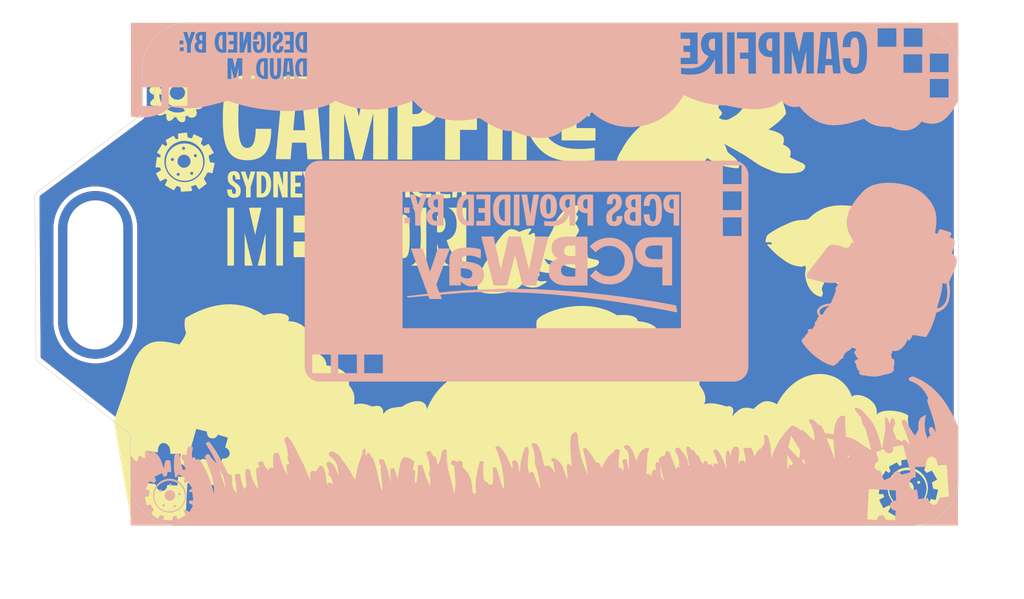
<source format=kicad_pcb>
(kicad_pcb (version 20241229) (generator "pcbnew") (generator_version "9.0")
  (layers (0 "F.Cu" signal) (2 "B.Cu" signal) (13 "F.Paste" user) (15 "B.Paste" user) (5 "F.SilkS" user "F.Silkscreen") (7 "B.SilkS" user "B.Silkscreen") (1 "F.Mask" user) (3 "B.Mask" user) (25 "Edge.Cuts" user))
  (net 0 "")
  (footprint "Taranium-libs:Lanyard hole" (layer "F.Cu") (at 169.375 65.175 90)
    (property "Reference" "REF**" (at -8.825 -6.175 90) (layer "F.SilkS") (effects (font (thickness 0.1))))
    (property "Value" "Lanyard hole")
    (pad "2" thru_hole roundrect (at -8.9 -8.6 90) (size 18 8) (drill oval 16 6) (layers "*.Cu" "F.Mask" "F.Paste") (roundrect_rratio 0.5))
  )
  (gr_poly (pts (xy 184.376837 52.777072) (xy 185.145585 61.669818) (xy 183.545384 61.664183) (xy 183.399255 59.885706) (xy 181.887956 59.880308) (xy 181.729286 61.657753) (xy 180.129085 61.652118) (xy 180.419565 58.547284) (xy 182.019638 58.547284) (xy 183.276939 58.55173) (xy 182.898954 54.105365) (xy 182.429054 54.103714) (xy 182.019638 58.547284) (xy 180.419565 58.547284) (xy 180.960537 52.765023)) (fill yes) (layer "F.SilkS"))
  (gr_poly (pts (xy 186.488609 73.050287) (xy 186.477101 73.084815) (xy 185.448004 73.084815) (xy 185.448004 69.52683)) (fill yes) (layer "F.SilkS"))
  (gr_poly (pts (xy 234.923967 52.581321) (xy 234.980459 52.584726) (xy 235.035012 52.590137) (xy 235.087624 52.597398) (xy 235.13829 52.606356) (xy 235.187008 52.616856) (xy 235.233775 52.628742) (xy 235.278588 52.641862) (xy 235.321443 52.656059) (xy 235.362337 52.67118) (xy 235.401267 52.68707) (xy 235.43823 52.703574) (xy 235.473222 52.720538) (xy 235.506241 52.737808) (xy 235.537284 52.755228) (xy 235.566346 52.772645) (xy 235.593426 52.789903) (xy 235.61852 52.806848) (xy 235.662736 52.839182) (xy 235.698969 52.868409) (xy 235.727195 52.893294) (xy 235.747388 52.912599) (xy 235.763572 52.929527) (xy 235.718164 53.032833) (xy 235.67364 53.128832) (xy 235.629678 53.218235) (xy 235.585956 53.301752) (xy 235.542155 53.380091) (xy 235.497951 53.453963) (xy 235.453023 53.524077) (xy 235.407051 53.591142) (xy 235.359712 53.655868) (xy 235.310686 53.718965) (xy 235.25965 53.781143) (xy 235.206283 53.84311) (xy 235.150264 53.905577) (xy 235.091271 53.969253) (xy 234.963079 54.103071) (xy 234.997092 54.143388) (xy 235.027259 54.181133) (xy 235.053865 54.216687) (xy 235.0772 54.250432) (xy 235.097549 54.282749) (xy 235.1152 54.31402) (xy 235.130441 54.344628) (xy 235.143558 54.374953) (xy 235.154839 54.405378) (xy 235.164571 54.436284) (xy 235.173041 54.468054) (xy 235.180537 54.501068) (xy 235.187346 54.535709) (xy 235.193755 54.572359) (xy 235.206521 54.653211) (xy 235.169282 54.719889) (xy 235.132128 54.783253) (xy 235.094926 54.843572) (xy 235.057545 54.901117) (xy 235.01985 54.956159) (xy 234.981711 55.008966) (xy 234.942994 55.059811) (xy 234.903567 55.108961) (xy 234.863297 55.156689) (xy 234.822052 55.203263) (xy 234.779699 55.248955) (xy 234.736105 55.294033) (xy 234.691138 55.338769) (xy 234.644666 55.383433) (xy 234.546675 55.473623) (xy 234.624832 55.67191) (xy 234.689916 55.847086) (xy 234.743774 56.005522) (xy 234.767071 56.080453) (xy 234.788254 56.153587) (xy 234.807555 56.22572) (xy 234.825204 56.297649) (xy 234.85647 56.444077) (xy 234.8839 56.59924) (xy 234.909341 56.769507) (xy 234.799706 56.9134) (xy 234.69028 57.048143) (xy 234.580781 57.174642) (xy 234.470924 57.293808) (xy 234.360426 57.406547) (xy 234.249005 57.513769) (xy 234.136377 57.616382) (xy 234.022257 57.715294) (xy 233.906364 57.811413) (xy 233.788414 57.905648) (xy 233.545208 58.092098) (xy 233.021641 58.482355) (xy 233.218986 58.525437) (xy 233.428061 58.579805) (xy 233.549231 58.615345) (xy 233.67731 58.656514) (xy 233.809164 58.703355) (xy 233.941661 58.755909) (xy 234.071665 58.81422) (xy 234.196043 58.878332) (xy 234.311661 58.948286) (xy 234.365206 58.985468) (xy 234.415385 59.024126) (xy 234.461808 59.064267) (xy 234.504082 59.105895) (xy 234.541816 59.149016) (xy 234.574617 59.193636) (xy 234.5948 59.226431) (xy 234.612478 59.260195) (xy 234.627773 59.294798) (xy 234.640807 59.330107) (xy 234.651703 59.36599) (xy 234.660583 59.402316) (xy 234.66757 59.438952) (xy 234.672784 59.475766) (xy 234.67635 59.512628) (xy 234.678388 59.549404) (xy 234.679022 59.585963) (xy 234.678374 59.622174) (xy 234.676565 59.657903) (xy 234.673718 59.69302) (xy 234.6654 59.760889) (xy 234.654397 59.824724) (xy 234.641688 59.88347) (xy 234.628251 59.936074) (xy 234.615063 59.981479) (xy 234.59335 60.046474) (xy 234.584373 60.070014) (xy 234.69134 60.121242) (xy 234.803488 60.181963) (xy 234.86794 60.220134) (xy 234.93558 60.263144) (xy 235.004613 60.310716) (xy 235.073242 60.362574) (xy 235.13967 60.418443) (xy 235.202101 60.478046) (xy 235.231255 60.509161) (xy 235.258736 60.541106) (xy 235.28432 60.573847) (xy 235.307781 60.607349) (xy 235.328895 60.641577) (xy 235.347437 60.676497) (xy 235.363183 60.712074) (xy 235.375909 60.748274) (xy 235.382765 60.77319) (xy 235.388461 60.799019) (xy 235.393059 60.825648) (xy 235.396622 60.852966) (xy 235.39921 60.880862) (xy 235.400886 60.909223) (xy 235.401747 60.966895) (xy 235.3997 61.025089) (xy 235.395238 61.082911) (xy 235.388856 61.139468) (xy 235.381047 61.193865) (xy 235.372307 61.24521) (xy 235.363129 61.292608) (xy 235.345435 61.37199) (xy 235.326536 61.444075) (xy 235.719411 61.639219) (xy 236.073848 61.811755) (xy 236.412146 61.970808) (xy 236.599091 62.053162) (xy 236.643273 62.073844) (xy 236.685855 62.095302) (xy 236.72655 62.117904) (xy 236.765068 62.14202) (xy 236.783421 62.154761) (xy 236.801122 62.168018) (xy 236.818134 62.181839) (xy 236.834422 62.196269) (xy 236.849949 62.211353) (xy 236.864679 62.227139) (xy 236.878577 62.243673) (xy 236.891606 62.261) (xy 236.90373 62.279167) (xy 236.914913 62.29822) (xy 236.925119 62.318205) (xy 236.934312 62.339168) (xy 236.942456 62.361155) (xy 236.949515 62.384212) (xy 236.955452 62.408386) (xy 236.960232 62.433723) (xy 236.962368 62.452098) (xy 236.962966 62.471023) (xy 236.962065 62.490442) (xy 236.9597 62.510299) (xy 236.95591 62.530541) (xy 236.950732 62.551112) (xy 236.944204 62.571956) (xy 236.936362 62.59302) (xy 236.927243 62.614247) (xy 236.916887 62.635583) (xy 236.892606 62.678361) (xy 236.863818 62.720914) (xy 236.830823 62.762802) (xy 236.793917 62.803583) (xy 236.753401 62.842818) (xy 236.709572 62.880066) (xy 236.66273 62.914888) (xy 236.613173 62.946842) (xy 236.5612 62.975488) (xy 236.5344 62.988434) (xy 236.507109 63.000387) (xy 236.479363 63.011293) (xy 236.451199 63.021098) (xy 236.366977 63.046633) (xy 236.279737 63.069453) (xy 236.189456 63.089688) (xy 236.096116 63.107471) (xy 235.999695 63.122934) (xy 235.900174 63.136208) (xy 235.691748 63.15672) (xy 235.470676 63.170061) (xy 235.236795 63.177289) (xy 234.989943 63.179459) (xy 234.729956 63.177625) (xy 234.586929 63.173429) (xy 234.4516 63.16481) (xy 234.322978 63.151919) (xy 234.200072 63.134905) (xy 234.081894 63.113919) (xy 233.967451 63.089111) (xy 233.855755 63.060631) (xy 233.745814 63.028628) (xy 233.636639 62.993254) (xy 233.527239 62.954658) (xy 233.303803 62.868401) (xy 232.81066 62.66383) (xy 232.616991 62.580031) (xy 232.43556 62.494524) (xy 232.264718 62.407316) (xy 232.102821 62.318416) (xy 231.94822 62.227832) (xy 231.79927 62.135573) (xy 231.511734 61.946063) (xy 230.932017 61.547308) (xy 230.61349 61.338197) (xy 230.441296 61.231237) (xy 230.258287 61.122686) (xy 229.623768 60.761374) (xy 228.977517 60.400264) (xy 228.273431 60.011515) (xy 228.295483 60.050839) (xy 228.34864 60.149479) (xy 228.380791 60.21198) (xy 228.413406 60.278435) (xy 228.44405 60.345219) (xy 228.45787 60.377602) (xy 228.470284 60.408708) (xy 228.481554 60.439179) (xy 228.491856 60.468804) (xy 228.510298 60.525906) (xy 228.543756 60.634242) (xy 228.561755 60.687033) (xy 228.571724 60.713424) (xy 228.582587 60.739943) (xy 228.594532 60.766687) (xy 228.607745 60.793752) (xy 228.622412 60.821237) (xy 228.638719 60.849239) (xy 228.662047 60.883493) (xy 228.690846 60.918992) (xy 228.724634 60.955656) (xy 228.76293 60.993405) (xy 228.805252 61.032159) (xy 228.851119 61.071838) (xy 228.951564 61.153652) (xy 229.173818 61.324868) (xy 229.287928 61.412991) (xy 229.398892 61.501939) (xy 229.430585 61.529385) (xy 229.461231 61.558516) (xy 229.490821 61.589198) (xy 229.519345 61.621297) (xy 229.546795 61.654678) (xy 229.573161 61.689207) (xy 229.622602 61.761175) (xy 229.667596 61.836124) (xy 229.708067 61.912983) (xy 229.743942 61.990677) (xy 229.775145 62.068131) (xy 229.801603 62.144274) (xy 229.823241 62.21803) (xy 229.839984 62.288326) (xy 229.851758 62.354088) (xy 229.858488 62.414243) (xy 229.860101 62.467717) (xy 229.856522 62.513435) (xy 229.852762 62.53305) (xy 229.847676 62.550324) (xy 229.839435 62.566504) (xy 229.827166 62.580644) (xy 229.811048 62.592825) (xy 229.791258 62.60313) (xy 229.741371 62.618433) (xy 229.678924 62.627205) (xy 229.605337 62.630097) (xy 229.522029 62.62776) (xy 229.430419 62.620845) (xy 229.331928 62.610004) (xy 229.119975 62.579148) (xy 228.897525 62.540402) (xy 228.466556 62.460075) (xy 228.347359 62.432372) (xy 228.211177 62.390172) (xy 228.061413 62.33572) (xy 227.901473 62.271264) (xy 227.734761 62.199052) (xy 227.564683 62.12133) (xy 227.228046 61.958346) (xy 226.9188 61.800287) (xy 226.664186 61.665132) (xy 226.427808 61.535436) (xy 226.412525 61.562505) (xy 226.397686 61.58792) (xy 226.383195 61.611794) (xy 226.368951 61.634242) (xy 226.354858 61.655379) (xy 226.340816 61.675319) (xy 226.326727 61.694176) (xy 226.312493 61.712065) (xy 226.298015 61.729099) (xy 226.283195 61.745395) (xy 226.267935 61.761065) (xy 226.252136 61.776224) (xy 226.235699 61.790988) (xy 226.218527 61.805469) (xy 226.200521 61.819783) (xy 226.181582 61.834044) (xy 226.231672 61.868486) (xy 226.283491 61.901187) (xy 226.336616 61.93221) (xy 226.390623 61.961614) (xy 226.44509 61.98946) (xy 226.499593 62.01581) (xy 226.607014 62.064262) (xy 226.709502 62.107457) (xy 226.80367 62.145881) (xy 226.886132 62.18002) (xy 226.953504 62.210361) (xy 226.967503 62.217899) (xy 226.980168 62.226183) (xy 226.991522 62.235173) (xy 227.00159 62.244829) (xy 227.010398 62.255112) (xy 227.017969 62.265981) (xy 227.024328 62.277398) (xy 227.0295 62.289321) (xy 227.03351 62.301711) (xy 227.036382 62.314529) (xy 227.03814 62.327733) (xy 227.03881 62.341286) (xy 227.038416 62.355146) (xy 227.036983 62.369273) (xy 227.034534 62.383629) (xy 227.031096 62.398172) (xy 227.026692 62.412864) (xy 227.021347 62.427664) (xy 227.015085 62.442532) (xy 227.007933 62.457429) (xy 226.999913 62.472314) (xy 226.99105 62.487149) (xy 226.98137 62.501892) (xy 226.970897 62.516504) (xy 226.959655 62.530946) (xy 226.947669 62.545177) (xy 226.934964 62.559157) (xy 226.921565 62.572847) (xy 226.907495 62.586207) (xy 226.89278 62.599196) (xy 226.877444 62.611776) (xy 226.861512 62.623905) (xy 226.720974 62.729428) (xy 226.513017 62.887361) (xy 226.242388 63.093726) (xy 226.322641 63.154572) (xy 226.412599 63.219032) (xy 226.52657 63.295874) (xy 226.657648 63.377367) (xy 226.727445 63.417442) (xy 226.798929 63.45578) (xy 226.871238 63.491415) (xy 226.943507 63.52338) (xy 227.014874 63.550709) (xy 227.084475 63.572436) (xy 227.124934 63.58204) (xy 227.169099 63.590095) (xy 227.216213 63.596771) (xy 227.265519 63.602236) (xy 227.367682 63.610199) (xy 227.469533 63.615329) (xy 227.648081 63.622454) (xy 227.71267 63.627134) (xy 227.736145 63.630341) (xy 227.75273 63.634349) (xy 227.770777 63.641207) (xy 227.787182 63.6487) (xy 227.801979 63.656778) (xy 227.815203 63.665397) (xy 227.826887 63.674508) (xy 227.837067 63.684066) (xy 227.845776 63.694023) (xy 227.853049 63.704332) (xy 227.858919 63.714946) (xy 227.863422 63.725819) (xy 227.86659 63.736904) (xy 227.86846 63.748154) (xy 227.869064 63.759521) (xy 227.868438 63.77096) (xy 227.866615 63.782423) (xy 227.86363 63.793863) (xy 227.859516 63.805234) (xy 227.854309 63.816488) (xy 227.848042 63.827579) (xy 227.84075 63.83846) (xy 227.832467 63.849084) (xy 227.823227 63.859404) (xy 227.813065 63.869373) (xy 227.802014 63.878944) (xy 227.790109 63.888071) (xy 227.777385 63.896707) (xy 227.763875 63.904804) (xy 227.749614 63.912316) (xy 227.734636 63.919197) (xy 227.718975 63.925398) (xy 227.702666 63.930874) (xy 227.685743 63.935577) (xy 227.574171 63.965177) (xy 227.46849 63.996244) (xy 227.271304 64.060874) (xy 226.909203 64.186789) (xy 226.820309 64.214795) (xy 226.730322 64.24046) (xy 226.638368 64.263308) (xy 226.543576 64.282864) (xy 226.445071 64.29865) (xy 226.341982 64.310193) (xy 226.233435 64.317015) (xy 226.118558 64.318641) (xy 226.031972 64.316276) (xy 225.939638 64.310645) (xy 225.842128 64.301529) (xy 225.74001 64.28871) (xy 225.633856 64.271972) (xy 225.524236 64.251095) (xy 225.41172 64.225862) (xy 225.296879 64.196056) (xy 225.180282 64.161459) (xy 225.062501 64.121852) (xy 224.944105 64.077019) (xy 224.825664 64.026741) (xy 224.70775 63.9708) (xy 224.590931 63.908979) (xy 224.47578 63.84106) (xy 224.362865 63.766826) (xy 224.321146 63.736917) (xy 224.278124 63.704348) (xy 224.234349 63.66975) (xy 224.190373 63.633759) (xy 224.146748 63.597006) (xy 224.104024 63.560126) (xy 224.023485 63.488517) (xy 223.953168 63.424) (xy 223.897481 63.371642) (xy 223.84764 63.323675) (xy 223.723674 63.438996) (xy 223.579588 63.543784) (xy 223.416737 63.638244) (xy 223.236481 63.722578) (xy 223.040178 63.79699) (xy 222.829185 63.861682) (xy 222.368562 63.962723) (xy 221.865478 64.027327) (xy 221.330795 64.05712) (xy 220.775379 64.05373) (xy 220.210093 64.018781) (xy 219.645801 63.953902) (xy 219.093368 63.860718) (xy 218.563657 63.740856) (xy 218.067533 63.595941) (xy 217.615859 63.427601) (xy 217.219501 63.237462) (xy 217.04546 63.134726) (xy 216.889321 63.02715) (xy 216.752443 62.914938) (xy 216.636184 62.798292) (xy 216.625494 62.781965) (xy 216.6167 62.759397) (xy 216.604811 62.696758) (xy 216.600536 62.61282) (xy 216.603895 62.510029) (xy 216.614906 62.390828) (xy 216.633588 62.257663) (xy 216.659959 62.112979) (xy 216.694038 61.959219) (xy 216.735845 61.798829) (xy 216.785397 61.634253) (xy 216.842714 61.467936) (xy 216.907814 61.302324) (xy 216.980716 61.13986) (xy 217.061438 60.982989) (xy 217.15 60.834157) (xy 217.24642 60.695807) (xy 217.414697 60.379801) (xy 217.593573 60.077842) (xy 217.78168 59.789835) (xy 217.977651 59.515683) (xy 218.180117 59.255293) (xy 218.387711 59.008567) (xy 218.599064 58.775411) (xy 218.812808 58.555729) (xy 219.027575 58.349425) (xy 219.241997 58.156405) (xy 219.454707 57.976573) (xy 219.664335 57.809833) (xy 219.869515 57.65609) (xy 220.068878 57.515248) (xy 220.261055 57.387212) (xy 220.444679 57.271887) (xy 220.517271 57.0783) (xy 220.608506 56.865962) (xy 220.668003 56.739553) (xy 220.736808 56.602945) (xy 220.814962 56.458609) (xy 220.902506 56.309014) (xy 220.999482 56.156631) (xy 221.105931 56.003931) (xy 221.221895 55.853384) (xy 221.347414 55.70746) (xy 221.48253 55.56863) (xy 221.627284 55.439365) (xy 222.079176 55.065192) (xy 222.307216 54.886129) (xy 222.424364 54.799438) (xy 222.544591 54.714957) (xy 222.668639 54.632925) (xy 222.797253 54.55358) (xy 222.931179 54.477161) (xy 223.071159 54.403905) (xy 223.217938 54.334051) (xy 223.372261 54.267837) (xy 223.534871 54.205502) (xy 223.706513 54.147283) (xy 223.768031 54.131261) (xy 223.830994 54.121546) (xy 223.895178 54.117759) (xy 223.96036 54.119519) (xy 224.026318 54.126446) (xy 224.092829 54.13816) (xy 224.15967 54.154279) (xy 224.226619 54.174425) (xy 224.293452 54.198217) (xy 224.359947 54.225274) (xy 224.425882 54.255215) (xy 224.491032 54.287662) (xy 224.555176 54.322233) (xy 224.618091 54.358548) (xy 224.739342 54.43489) (xy 224.853003 54.513644) (xy 224.957291 54.591769) (xy 225.050424 54.666222) (xy 225.130621 54.733961) (xy 225.245075 54.837124) (xy 225.286394 54.876921) (xy 225.509239 54.83446) (xy 225.748 54.793238) (xy 226.036281 54.749228) (xy 226.347552 54.710331) (xy 226.503519 54.69527) (xy 226.655284 54.684452) (xy 226.799532 54.678864) (xy 226.932947 54.679494) (xy 227.052212 54.68733) (xy 227.154012 54.70336) (xy 227.163523 54.705841) (xy 227.172988 54.709022) (xy 227.182373 54.712863) (xy 227.191646 54.717327) (xy 227.200775 54.722376) (xy 227.209728 54.727972) (xy 227.218472 54.734077) (xy 227.226975 54.740653) (xy 227.235205 54.747662) (xy 227.243129 54.755067) (xy 227.250715 54.762828) (xy 227.257931 54.770908) (xy 227.264744 54.779269) (xy 227.271122 54.787873) (xy 227.277034 54.796683) (xy 227.282445 54.805659) (xy 227.287325 54.814765) (xy 227.291641 54.823962) (xy 227.295361 54.833212) (xy 227.298451 54.842477) (xy 227.300881 54.851719) (xy 227.302617 54.860901) (xy 227.303628 54.869984) (xy 227.30388 54.87893) (xy 227.303343 54.887701) (xy 227.301982 54.89626) (xy 227.299767 54.904568) (xy 227.296665 54.912587) (xy 227.292643 54.920279) (xy 227.287669 54.927607) (xy 227.281711 54.934532) (xy 227.274737 54.941017) (xy 227.209474 54.996142) (xy 227.147943 55.049458) (xy 227.09017 55.100818) (xy 227.036179 55.150079) (xy 226.985995 55.197093) (xy 226.939643 55.241717) (xy 226.897148 55.283804) (xy 226.858534 55.323209) (xy 226.823828 55.359787) (xy 226.793053 55.393393) (xy 226.766234 55.423881) (xy 226.743397 55.451105) (xy 226.724566 55.474921) (xy 226.709766 55.495183) (xy 226.699022 55.511745) (xy 226.692359 55.524463) (xy 226.689281 55.532896) (xy 226.687313 55.541211) (xy 226.686413 55.549395) (xy 226.686538 55.557438) (xy 226.687648 55.565327) (xy 226.6897 55.573051) (xy 226.692653 55.580599) (xy 226.696465 55.587958) (xy 226.701094 55.595118) (xy 226.706499 55.602067) (xy 226.712637 55.608793) (xy 226.719468 55.615284) (xy 226.726949 55.62153) (xy 226.735039 55.627518) (xy 226.752877 55.638676) (xy 226.772649 55.648666) (xy 226.794021 55.657396) (xy 226.816659 55.664772) (xy 226.840229 55.670703) (xy 226.864398 55.675096) (xy 226.888831 55.677859) (xy 226.913195 55.678899) (xy 226.937156 55.678125) (xy 226.9527 55.676755) (xy 226.967814 55.674945) (xy 226.996848 55.670105) (xy 227.024463 55.663805) (xy 227.050858 55.656243) (xy 227.076238 55.647619) (xy 227.100804 55.638133) (xy 227.124758 55.627983) (xy 227.148302 55.61737) (xy 227.194971 55.59555) (xy 227.242428 55.574269) (xy 227.266958 55.564329) (xy 227.292291 55.555121) (xy 227.31863 55.546846) (xy 227.346177 55.539702) (xy 227.361308 55.536581) (xy 227.376373 55.534207) (xy 227.391357 55.532568) (xy 227.406242 55.531652) (xy 227.42101 55.531448) (xy 227.435647 55.531944) (xy 227.450133 55.533129) (xy 227.464454 55.534989) (xy 227.478591 55.537514) (xy 227.492528 55.540691) (xy 227.506248 55.544509) (xy 227.519734 55.548957) (xy 227.53297 55.554021) (xy 227.545938 55.559691) (xy 227.558622 55.565955) (xy 227.571004 55.5728) (xy 227.583068 55.580215) (xy 227.594798 55.588189) (xy 227.606175 55.596708) (xy 227.617184 55.605763) (xy 227.627808 55.61534) (xy 227.638029 55.625427) (xy 227.64783 55.636015) (xy 227.657196 55.647089) (xy 227.666108 55.658639) (xy 227.674551 55.670652) (xy 227.682507 55.683117) (xy 227.689959 55.696023) (xy 227.696891 55.709356) (xy 227.703285 55.723106) (xy 227.709126 55.737261) (xy 227.714395 55.751809) (xy 227.717798 55.763211) (xy 227.720249 55.774338) (xy 227.721806 55.78521) (xy 227.722527 55.795845) (xy 227.722472 55.806264) (xy 227.721698 55.816486) (xy 227.720266 55.82653) (xy 227.718234 55.836415) (xy 227.715659 55.846162) (xy 227.712602 55.85579) (xy 227.705275 55.874764) (xy 227.69672 55.893494) (xy 227.68741 55.912135) (xy 227.668398 55.949773) (xy 227.659638 55.969081) (xy 227.652 55.988922) (xy 227.64875 55.999091) (xy 227.645956 56.009452) (xy 227.643679 56.020024) (xy 227.641975 56.030826) (xy 227.640905 56.041879) (xy 227.640528 56.0532) (xy 227.6409 56.064811) (xy 227.642083 56.07673) (xy 227.644493 56.092074) (xy 227.647523 56.106746) (xy 227.651144 56.120788) (xy 227.655328 56.13424) (xy 227.660046 56.147142) (xy 227.66527 56.159533) (xy 227.67097 56.171455) (xy 227.677119 56.182947) (xy 227.683687 56.19405) (xy 227.690647 56.204805) (xy 227.705626 56.225427) (xy 227.721826 56.245136) (xy 227.73902 56.264254) (xy 227.813155 56.34125) (xy 227.831887 56.36224) (xy 227.850239 56.38457) (xy 227.867985 56.408561) (xy 227.876559 56.421281) (xy 227.884895 56.434537) (xy 227.896338 56.452721) (xy 227.907842 56.469819) (xy 227.91933 56.48601) (xy 227.930723 56.501477) (xy 227.952907 56.530961) (xy 227.96354 56.545341) (xy 227.973762 56.559721) (xy 227.983494 56.574282) (xy 227.992657 56.589205) (xy 228.001171 56.604671) (xy 228.008959 56.620861) (xy 228.015941 56.637957) (xy 228.022038 56.65614) (xy 228.024731 56.665696) (xy 228.027172 56.675591) (xy 228.029352 56.685848) (xy 228.031263 56.69649) (xy 228.033425 56.717579) (xy 228.033135 56.738495) (xy 228.03056 56.759218) (xy 228.025867 56.77973) (xy 228.019226 56.800011) (xy 228.010803 56.820043) (xy 228.000767 56.839806) (xy 227.989286 56.859281) (xy 227.976527 56.87845) (xy 227.962659 56.897292) (xy 227.947849 56.915789) (xy 227.932266 56.933922) (xy 227.899449 56.969018) (xy 227.865552 57.002429) (xy 227.799892 57.063581) (xy 227.770815 57.091017) (xy 227.746031 57.116156) (xy 227.726884 57.138846) (xy 227.719844 57.149224) (xy 227.714717 57.158932) (xy 227.71167 57.167952) (xy 227.710873 57.176264) (xy 227.712491 57.183848) (xy 227.716695 57.190687) (xy 227.744842 57.221569) (xy 227.773398 57.249185) (xy 227.802432 57.273764) (xy 227.83201 57.295541) (xy 227.862199 57.314747) (xy 227.893068 57.331614) (xy 227.924683 57.346374) (xy 227.957111 57.359259) (xy 227.990421 57.370502) (xy 228.024678 57.380334) (xy 228.059951 57.388987) (xy 228.096307 57.396694) (xy 228.172536 57.410197) (xy 228.253904 57.422699) (xy 228.266048 57.424526) (xy 228.305348 57.429704) (xy 228.343621 57.433308) (xy 228.380925 57.435389) (xy 228.417319 57.436) (xy 228.452862 57.435192) (xy 228.487613 57.433017) (xy 228.521631 57.429528) (xy 228.554975 57.424776) (xy 228.587705 57.418813) (xy 228.619878 57.411692) (xy 228.682794 57.39418) (xy 228.744194 57.372655) (xy 228.804551 57.347534) (xy 228.864336 57.319233) (xy 228.924023 57.288166) (xy 228.984082 57.254749) (xy 229.044987 57.219398) (xy 229.171219 57.144556) (xy 229.306497 57.066965) (xy 229.407279 57.00857) (xy 229.50039 56.949126) (xy 229.586704 56.888504) (xy 229.667097 56.826578) (xy 229.742444 56.763217) (xy 229.813619 56.698293) (xy 229.881498 56.631679) (xy 229.946956 56.563246) (xy 230.010868 56.492866) (xy 230.074109 56.420409) (xy 230.202079 56.268755) (xy 230.337867 56.107256) (xy 230.488472 55.934887) (xy 230.59332 55.813356) (xy 230.688216 55.693776) (xy 230.774671 55.575954) (xy 230.854191 55.459696) (xy 230.928287 55.34481) (xy 230.998467 55.231101) (xy 231.133114 55.00644) (xy 231.270201 54.784167) (xy 231.343432 54.673442) (xy 231.421799 54.562732) (xy 231.506812 54.451845) (xy 231.599978 54.340587) (xy 231.702807 54.228764) (xy 231.816807 54.116183) (xy 231.991895 53.95427) (xy 232.165353 53.800157) (xy 232.337752 53.654066) (xy 232.509664 53.516214) (xy 232.681662 53.386823) (xy 232.854318 53.266111) (xy 233.028203 53.154298) (xy 233.20389 53.051604) (xy 233.38195 52.958249) (xy 233.562956 52.874451) (xy 233.74748 52.800431) (xy 233.936094 52.736409) (xy 234.12937 52.682603) (xy 234.327881 52.639233) (xy 234.532197 52.60652) (xy 234.742891 52.584683) (xy 234.80518 52.581145) (xy 234.86554 52.580075)) (fill yes) (layer "F.SilkS"))
  (gr_poly (pts (xy 164.061254 86.203156) (xy 162.8 89.8) (xy 164.608941 100.125533) (xy 166 86.8)) (stroke (width 0.1)) (fill yes) (layer "F.SilkS"))
  (gr_poly (pts (xy 207.918116 52.860122) (xy 208.052868 52.863811) (xy 208.183285 52.873822) (xy 208.309368 52.890018) (xy 208.431122 52.91226) (xy 208.548547 52.940413) (xy 208.661648 52.974338) (xy 208.770427 53.013899) (xy 208.874886 53.058959) (xy 208.97503 53.10938) (xy 209.070859 53.165024) (xy 209.162378 53.225756) (xy 209.24959 53.291437) (xy 209.332495 53.361931) (xy 209.411099 53.4371) (xy 209.485403 53.516807) (xy 209.55541 53.600915) (xy 209.621124 53.689286) (xy 209.682546 53.781785) (xy 209.73968 53.878272) (xy 209.792528 53.978612) (xy 209.841094 54.082666) (xy 209.88538 54.190298) (xy 209.925389 54.301371) (xy 209.961123 54.415747) (xy 209.992586 54.533289) (xy 210.01978 54.653861) (xy 210.042709 54.777324) (xy 210.061374 54.903541) (xy 210.075779 55.032376) (xy 210.085926 55.163691) (xy 210.09346 55.433213) (xy 210.086295 55.647691) (xy 210.06635 55.857305) (xy 210.033627 56.061404) (xy 209.988127 56.259338) (xy 209.929854 56.450454) (xy 209.858808 56.634104) (xy 209.774993 56.809634) (xy 209.67841 56.976395) (xy 209.569061 57.133735) (xy 209.446948 57.281004) (xy 209.312074 57.417549) (xy 209.239852 57.481598) (xy 209.16444 57.542721) (xy 209.085839 57.600839) (xy 209.004049 57.655868) (xy 208.91907 57.707729) (xy 208.830903 57.75634) (xy 208.739547 57.801619) (xy 208.645004 57.843484) (xy 208.547272 57.881855) (xy 208.446353 57.916651) (xy 208.615921 58.235595) (xy 208.789953 58.534016) (xy 208.970159 58.811921) (xy 209.158251 59.069314) (xy 209.25579 59.190322) (xy 209.355941 59.306203) (xy 209.45892 59.41696) (xy 209.56494 59.522593) (xy 209.674216 59.623103) (xy 209.78696 59.718491) (xy 209.903387 59.808756) (xy 210.023712 59.893901) (xy 210.148147 59.973926) (xy 210.276907 60.048831) (xy 210.410206 60.118618) (xy 210.548258 60.183287) (xy 210.691276 60.242839) (xy 210.839475 60.297274) (xy 210.993069 60.346594) (xy 211.152271 60.390799) (xy 211.317295 60.429889) (xy 211.488356 60.463867) (xy 211.665667 60.492732) (xy 211.849442 60.516485) (xy 212.039896 60.535127) (xy 212.237241 60.548658) (xy 212.441693 60.55708) (xy 212.653465 60.560394) (xy 212.846428 60.559249) (xy 213.044616 60.554407) (xy 213.248473 60.54572) (xy 213.458448 60.533039) (xy 213.674986 60.516217) (xy 213.898533 60.495106) (xy 214.129536 60.469559) (xy 214.368442 60.439426) (xy 214.363677 61.772926) (xy 214.081959 61.807648) (xy 213.808442 61.837636) (xy 213.542975 61.862892) (xy 213.28541 61.883416) (xy 213.0356 61.899207) (xy 212.793395 61.910265) (xy 212.558646 61.91659) (xy 212.331206 61.918183) (xy 211.80465 61.902911) (xy 211.314204 61.860922) (xy 210.857787 61.792154) (xy 210.433314 61.696544) (xy 210.232406 61.638653) (xy 210.038703 61.574027) (xy 209.851944 61.50266) (xy 209.671868 61.424542) (xy 209.498217 61.339666) (xy 209.330728 61.248025) (xy 209.169143 61.149609) (xy 209.013199 61.044412) (xy 208.862637 60.932426) (xy 208.717197 60.813641) (xy 208.440638 60.555649) (xy 208.181439 60.270372) (xy 207.937517 59.957747) (xy 207.706789 59.617712) (xy 207.48717 59.250202) (xy 207.276577 58.855155) (xy 207.072926 58.432508) (xy 207.061259 61.747129) (xy 205.46106 61.741493) (xy 205.478733 56.730685) (xy 207.078962 56.730685) (xy 207.48536 56.732121) (xy 207.542813 56.730698) (xy 207.598489 56.726056) (xy 207.652386 56.71826) (xy 207.704501 56.707371) (xy 207.754831 56.693453) (xy 207.803374 56.676569) (xy 207.850128 56.65678) (xy 207.895089 56.63415) (xy 207.938255 56.608742) (xy 207.979624 56.580619) (xy 208.019194 56.549843) (xy 208.05696 56.516477) (xy 208.092922 56.480583) (xy 208.127077 56.442226) (xy 208.159421 56.401466) (xy 208.189952 56.358368) (xy 208.218668 56.312994) (xy 208.245567 56.265407) (xy 208.270645 56.215669) (xy 208.2939 56.163843) (xy 208.31533 56.109993) (xy 208.334932 56.05418) (xy 208.352703 55.996468) (xy 208.368641 55.936919) (xy 208.382743 55.875597) (xy 208.395007 55.812563) (xy 208.40543 55.747882) (xy 208.41401 55.681615) (xy 208.420744 55.613825) (xy 208.425629 55.544575) (xy 208.428663 55.473928) (xy 208.429844 55.401947) (xy 208.427033 55.271184) (xy 208.417635 55.145867) (xy 208.40163 55.026406) (xy 208.378998 54.913209) (xy 208.349719 54.806686) (xy 208.313773 54.707247) (xy 208.27114 54.615299) (xy 208.24731 54.572263) (xy 208.2218 54.531253) (xy 208.194609 54.492321) (xy 208.165733 54.455518) (xy 208.135171 54.420895) (xy 208.102919 54.388503) (xy 208.068976 54.358393) (xy 208.033338 54.330617) (xy 207.996003 54.305226) (xy 207.95697 54.28227) (xy 207.916234 54.261801) (xy 207.873795 54.24387) (xy 207.829648 54.228528) (xy 207.783792 54.215826) (xy 207.736225 54.205816) (xy 207.686943 54.198549) (xy 207.635945 54.194076) (xy 207.583227 54.192447) (xy 207.087926 54.190701) (xy 207.078962 56.730685) (xy 205.478733 56.730685) (xy 205.492415 52.851565)) (fill yes) (layer "F.SilkS"))
  (gr_poly (pts (xy 247.954942 96.243378) (xy 247.990198 96.246076) (xy 248.024943 96.250518) (xy 248.059134 96.256661) (xy 248.092727 96.26446) (xy 248.125677 96.273873) (xy 248.157942 96.284855) (xy 248.189478 96.297362) (xy 248.22024 96.31135) (xy 248.250186 96.326776) (xy 248.279271 96.343595) (xy 248.307451 96.361764) (xy 248.334683 96.381239) (xy 248.360923 96.401975) (xy 248.386128 96.42393) (xy 248.410253 96.447058) (xy 248.433255 96.471317) (xy 248.45509 96.496662) (xy 248.475714 96.523049) (xy 248.495084 96.550435) (xy 248.513156 96.578775) (xy 248.529886 96.608026) (xy 248.54523 96.638144) (xy 248.559145 96.669085) (xy 248.571586 96.700805) (xy 248.582511 96.73326) (xy 248.591875 96.766406) (xy 248.599634 96.800199) (xy 248.605745 96.834596) (xy 248.610165 96.869553) (xy 248.612849 96.905025) (xy 248.613753 96.940969) (xy 248.612849 96.976913) (xy 248.610165 97.012385) (xy 248.605745 97.047342) (xy 248.599634 97.081739) (xy 248.591875 97.115532) (xy 248.582511 97.148679) (xy 248.571586 97.181134) (xy 248.559145 97.212853) (xy 248.54523 97.243794) (xy 248.529886 97.273912) (xy 248.513156 97.303163) (xy 248.495084 97.331503) (xy 248.475714 97.358889) (xy 248.45509 97.385277) (xy 248.433255 97.410621) (xy 248.410253 97.43488) (xy 248.386128 97.458009) (xy 248.360923 97.479963) (xy 248.334683 97.500699) (xy 248.307451 97.520174) (xy 248.279271 97.538343) (xy 248.250186 97.555162) (xy 248.22024 97.570588) (xy 248.189478 97.584576) (xy 248.157942 97.597083) (xy 248.125677 97.608065) (xy 248.092727 97.617478) (xy 248.059134 97.625277) (xy 248.024943 97.63142) (xy 247.990198 97.635863) (xy 247.954942 97.63856) (xy 247.919219 97.639469) (xy 247.883496 97.63856) (xy 247.84824 97.635863) (xy 247.813495 97.63142) (xy 247.779305 97.625277) (xy 247.745712 97.617478) (xy 247.712762 97.608065) (xy 247.680497 97.597083) (xy 247.648961 97.584576) (xy 247.618199 97.570588) (xy 247.588254 97.555162) (xy 247.55917 97.538343) (xy 247.53099 97.520174) (xy 247.503758 97.500699) (xy 247.477518 97.479963) (xy 247.452314 97.458009) (xy 247.428189 97.43488) (xy 247.405187 97.410621) (xy 247.383353 97.385277) (xy 247.362729 97.358889) (xy 247.343359 97.331503) (xy 247.325288 97.303163) (xy 247.308558 97.273912) (xy 247.293214 97.243794) (xy 247.2793 97.212853) (xy 247.266859 97.181134) (xy 247.255934 97.148679) (xy 247.246571 97.115532) (xy 247.238811 97.081739) (xy 247.2327 97.047342) (xy 247.228281 97.012385) (xy 247.225597 96.976913) (xy 247.224693 96.940969) (xy 247.225597 96.905025) (xy 247.228281 96.869553) (xy 247.2327 96.834596) (xy 247.238811 96.800199) (xy 247.246571 96.766406) (xy 247.255934 96.73326) (xy 247.266859 96.700805) (xy 247.2793 96.669085) (xy 247.293214 96.638144) (xy 247.308558 96.608026) (xy 247.325288 96.578775) (xy 247.343359 96.550435) (xy 247.362729 96.523049) (xy 247.383353 96.496662) (xy 247.405187 96.471317) (xy 247.428189 96.447058) (xy 247.452314 96.42393) (xy 247.477518 96.401975) (xy 247.503758 96.381239) (xy 247.53099 96.361764) (xy 247.55917 96.343595) (xy 247.588254 96.326776) (xy 247.618199 96.31135) (xy 247.648961 96.297362) (xy 247.680497 96.284855) (xy 247.712762 96.273873) (xy 247.745712 96.26446) (xy 247.779305 96.256661) (xy 247.813495 96.250518) (xy 247.84824 96.246076) (xy 247.883496 96.243378) (xy 247.919219 96.242469)) (fill yes) (layer "F.SilkS"))
  (gr_poly (pts (xy 170.703225 59.333097) (xy 171.147725 59.416441) (xy 171.326318 58.967972) (xy 172.290724 59.416441) (xy 172.096256 59.964129) (xy 172.393912 60.257816) (xy 172.929694 60.011754) (xy 173.497225 60.984097) (xy 172.929694 61.281753) (xy 173.068599 61.968347) (xy 173.592474 62.067566) (xy 173.334506 63.170878) (xy 172.834443 63.059753) (xy 172.421693 63.73841) (xy 172.731256 64.286097) (xy 171.897818 64.917128) (xy 171.5446 64.409129) (xy 171.0366 64.595659) (xy 171.183443 65.00841) (xy 171.0366 65.079847) (xy 169.961068 65.147316) (xy 169.901537 64.667098) (xy 169.500694 64.536128) (xy 169.199069 65.00841) (xy 168.234662 64.440878) (xy 168.492631 63.917003) (xy 168.333881 63.73841) (xy 167.718725 64.040035) (xy 167.274225 63.170878) (xy 167.817944 62.845441) (xy 167.718725 62.551753) (xy 167.230568 62.523972) (xy 167.312906 61.900878) (xy 168.183068 61.900878) (xy 168.185878 62.014841) (xy 168.194215 62.127308) (xy 168.207945 62.238139) (xy 168.226932 62.347196) (xy 168.25104 62.454339) (xy 168.280133 62.559429) (xy 168.314076 62.662327) (xy 168.352734 62.762894) (xy 168.39597 62.860991) (xy 168.443649 62.956479) (xy 168.495635 63.049218) (xy 168.551793 63.13907) (xy 168.611986 63.225895) (xy 168.67608 63.309554) (xy 168.743939 63.389908) (xy 168.815426 63.466818) (xy 168.890407 63.540145) (xy 168.968745 63.609749) (xy 169.050306 63.675492) (xy 169.134952 63.737234) (xy 169.22255 63.794836) (xy 169.312962 63.848159) (xy 169.406054 63.897065) (xy 169.50169 63.941413) (xy 169.599733 63.981064) (xy 169.700049 64.01588) (xy 169.802502 64.045722) (xy 169.906956 64.07045) (xy 170.013275 64.089925) (xy 170.121324 64.104008) (xy 170.230967 64.11256) (xy 170.342068 64.115441) (xy 170.45317 64.11256) (xy 170.562813 64.104008) (xy 170.670862 64.089925) (xy 170.777181 64.07045) (xy 170.881635 64.045722) (xy 170.984087 64.01588) (xy 171.084403 63.981064) (xy 171.182447 63.941413) (xy 171.278083 63.897065) (xy 171.371174 63.848159) (xy 171.461587 63.794836) (xy 171.549184 63.737234) (xy 171.633831 63.675492) (xy 171.715391 63.609749) (xy 171.79373 63.540145) (xy 171.868711 63.466818) (xy 171.940198 63.389908) (xy 172.008057 63.309554) (xy 172.072151 63.225895) (xy 172.132344 63.13907) (xy 172.188502 63.049218) (xy 172.240488 62.956479) (xy 172.288167 62.860991) (xy 172.331403 62.762894) (xy 172.370061 62.662327) (xy 172.404004 62.559429) (xy 172.433097 62.454339) (xy 172.457205 62.347196) (xy 172.476192 62.238139) (xy 172.489922 62.127308) (xy 172.498259 62.014841) (xy 172.501069 61.900878) (xy 172.498259 61.786916) (xy 172.489922 61.674449) (xy 172.476192 61.563618) (xy 172.457205 61.454561) (xy 172.433097 61.347418) (xy 172.404004 61.242328) (xy 172.370061 61.139429) (xy 172.331403 61.038862) (xy 172.288167 60.940765) (xy 172.240488 60.845277) (xy 172.188502 60.752538) (xy 172.132344 60.662686) (xy 172.072151 60.575862) (xy 172.008057 60.492202) (xy 171.940198 60.411848) (xy 171.868711 60.334939) (xy 171.79373 60.261612) (xy 171.715391 60.192008) (xy 171.633831 60.126265) (xy 171.549184 60.064523) (xy 171.461587 60.006921) (xy 171.371174 59.953597) (xy 171.278083 59.904692) (xy 171.182447 59.860344) (xy 171.084403 59.820693) (xy 170.984087 59.785876) (xy 170.881635 59.756035) (xy 170.777181 59.731307) (xy 170.670862 59.711832) (xy 170.562813 59.697749) (xy 170.45317 59.689197) (xy 170.342068 59.686316) (xy 170.230967 59.689197) (xy 170.121324 59.697749) (xy 170.013275 59.711832) (xy 169.906956 59.731307) (xy 169.802502 59.756035) (xy 169.700049 59.785876) (xy 169.599733 59.820693) (xy 169.50169 59.860344) (xy 169.406054 59.904692) (xy 169.312962 59.953597) (xy 169.22255 60.006921) (xy 169.134952 60.064523) (xy 169.050306 60.126265) (xy 168.968745 60.192008) (xy 168.890407 60.261612) (xy 168.815426 60.334939) (xy 168.743939 60.411848) (xy 168.67608 60.492202) (xy 168.611986 60.575862) (xy 168.551793 60.662686) (xy 168.495635 60.752538) (xy 168.443649 60.845277) (xy 168.39597 60.940765) (xy 168.352734 61.038862) (xy 168.314076 61.139429) (xy 168.280133 61.242328) (xy 168.25104 61.347418) (xy 168.226932 61.454561) (xy 168.207945 61.563618) (xy 168.194215 61.674449) (xy 168.185878 61.786916) (xy 168.183068 61.900878) (xy 167.312906 61.900878) (xy 167.377412 61.412722) (xy 167.746506 61.460347) (xy 167.786194 61.234128) (xy 167.377412 60.952347) (xy 167.976694 60.019691) (xy 168.318006 60.269722) (xy 168.488662 60.075254) (xy 168.318006 59.599004) (xy 169.171287 59.134659) (xy 169.429256 59.507722) (xy 169.675319 59.45216) (xy 169.643569 58.904472) (xy 170.596069 58.793347)) (fill yes) (layer "F.SilkS"))
  (gr_poly (pts (xy 194.831443 62.981383) (xy 194.872208 62.984368) (xy 194.911627 62.98929) (xy 194.949699 62.996106) (xy 194.986425 63.004774) (xy 195.021806 63.015251) (xy 195.055842 63.027494) (xy 195.088535 63.04146) (xy 195.119885 63.057106) (xy 195.149893 63.074389) (xy 195.178559 63.093267) (xy 195.205884 63.113696) (xy 195.23187 63.135634) (xy 195.256516 63.159037) (xy 195.279823 63.183863) (xy 195.301793 63.21007) (xy 195.322426 63.237613) (xy 195.341722 63.266451) (xy 195.359682 63.29654) (xy 195.376308 63.327838) (xy 195.391599 63.360301) (xy 195.405557 63.393887) (xy 195.418182 63.428553) (xy 195.429475 63.464256) (xy 195.439437 63.500953) (xy 195.448068 63.538601) (xy 195.45537 63.577158) (xy 195.461342 63.61658) (xy 195.465985 63.656824) (xy 195.469302 63.697849) (xy 195.471954 63.782066) (xy 195.469954 63.849097) (xy 195.463954 63.914623) (xy 195.453955 63.97844) (xy 195.439956 64.040344) (xy 195.421957 64.100132) (xy 195.399958 64.157601) (xy 195.37396 64.212546) (xy 195.343962 64.264765) (xy 195.309964 64.314054) (xy 195.271966 64.360209) (xy 195.229969 64.403027) (xy 195.20747 64.423121) (xy 195.183971 64.442304) (xy 195.159473 64.460552) (xy 195.133974 64.477838) (xy 195.107476 64.494137) (xy 195.079977 64.509424) (xy 195.051479 64.523674) (xy 195.02198 64.53686) (xy 194.991482 64.548957) (xy 194.959983 64.559941) (xy 195.013326 64.659423) (xy 195.06804 64.752487) (xy 195.124661 64.839133) (xy 195.183723 64.91936) (xy 195.214337 64.957067) (xy 195.245762 64.99317) (xy 195.278065 65.027668) (xy 195.311313 65.060561) (xy 195.345572 65.09185) (xy 195.380909 65.121534) (xy 195.417392 65.149614) (xy 195.455087 65.176089) (xy 195.494061 65.20096) (xy 195.53438 65.224226) (xy 195.576113 65.245887) (xy 195.619325 65.265944) (xy 195.664083 65.284397) (xy 195.710455 65.301245) (xy 195.758507 65.316488) (xy 195.808305 65.330127) (xy 195.859918 65.342161) (xy 195.913411 65.352591) (xy 195.968852 65.361416) (xy 196.026308 65.368636) (xy 196.085844 65.374252) (xy 196.147529 65.378264) (xy 196.211429 65.38067) (xy 196.27761 65.381473) (xy 196.337909 65.380907) (xy 196.399835 65.379178) (xy 196.463529 65.37624) (xy 196.52913 65.372046) (xy 196.596777 65.36655) (xy 196.66661 65.359706) (xy 196.738769 65.351466) (xy 196.813392 65.341785) (xy 196.813392 65.758503) (xy 196.725389 65.769666) (xy 196.639945 65.77934) (xy 196.557012 65.787525) (xy 196.476544 65.794223) (xy 196.398494 65.799432) (xy 196.322817 65.803152) (xy 196.249465 65.805385) (xy 196.178393 65.806129) (xy 196.013829 65.80194) (xy 195.860521 65.789363) (xy 195.717816 65.768378) (xy 195.585064 65.73897) (xy 195.522218 65.721102) (xy 195.461615 65.701121) (xy 195.403174 65.679025) (xy 195.346815 65.654813) (xy 195.292456 65.628481) (xy 195.240016 65.600028) (xy 195.189412 65.569452) (xy 195.140564 65.53675) (xy 195.093391 65.50192) (xy 195.04781 65.464961) (xy 194.961102 65.384643) (xy 194.87979 65.295779) (xy 194.803221 65.198352) (xy 194.730744 65.092343) (xy 194.66171 64.977737) (xy 194.595466 64.854515) (xy 194.531361 64.722659) (xy 194.531361 65.758503) (xy 194.031298 65.758503) (xy 194.031298 64.190847) (xy 194.531361 64.190847) (xy 194.658359 64.190847) (xy 194.676312 64.190338) (xy 194.693705 64.188826) (xy 194.710539 64.186331) (xy 194.726813 64.18287) (xy 194.742526 64.178466) (xy 194.757677 64.173136) (xy 194.772265 64.1669) (xy 194.78629 64.159779) (xy 194.799752 64.151791) (xy 194.812648 64.142957) (xy 194.82498 64.133296) (xy 194.836745 64.122828) (xy 194.847943 64.111571) (xy 194.858574 64.099547) (xy 194.868636 64.086774) (xy 194.87813 64.073273) (xy 194.887054 64.059062) (xy 194.895407 64.044161) (xy 194.903189 64.02859) (xy 194.910399 64.012369) (xy 194.917037 63.995517) (xy 194.923101 63.978054) (xy 194.928591 63.96) (xy 194.933506 63.941374) (xy 194.937846 63.922195) (xy 194.941609 63.902484) (xy 194.944796 63.882259) (xy 194.947404 63.861541) (xy 194.949435 63.84035) (xy 194.950886 63.818704) (xy 194.951757 63.796623) (xy 194.952048 63.774128) (xy 194.951023 63.733268) (xy 194.947947 63.694117) (xy 194.942813 63.656804) (xy 194.935614 63.621455) (xy 194.926347 63.5882) (xy 194.915003 63.557165) (xy 194.901579 63.528479) (xy 194.894084 63.515056) (xy 194.886067 63.502269) (xy 194.877527 63.490133) (xy 194.868463 63.478664) (xy 194.858874 63.467878) (xy 194.84876 63.457791) (xy 194.838119 63.448419) (xy 194.826952 63.439779) (xy 194.815257 63.431885) (xy 194.803034 63.424754) (xy 194.790282 63.418403) (xy 194.777 63.412846) (xy 194.763187 63.408101) (xy 194.748843 63.404182) (xy 194.733968 63.401107) (xy 194.718559 63.39889) (xy 194.702618 63.397548) (xy 194.686142 63.397097) (xy 194.531361 63.397097) (xy 194.531361 64.190847) (xy 194.031298 64.190847) (xy 194.031298 62.980379) (xy 194.789329 62.980379)) (fill yes) (layer "F.SilkS"))
  (gr_poly (pts (xy 204.500544 52.848065) (xy 204.469189 61.738001) (xy 202.86899 61.732366) (xy 202.900345 52.842421)) (fill yes) (layer "F.SilkS"))
  (gr_poly (pts (xy 212.322067 66.608836) (xy 212.352621 66.610853) (xy 212.382075 66.613839) (xy 212.410406 66.617695) (xy 212.437588 66.622323) (xy 212.463599 66.627624) (xy 212.488414 66.6335) (xy 212.512009 66.639853) (xy 212.534361 66.646583) (xy 212.555444 66.653593) (xy 212.593711 66.668056) (xy 212.626618 66.682456) (xy 212.653973 66.696004) (xy 212.675583 66.707913) (xy 212.691258 66.717394) (xy 212.704027 66.725925) (xy 212.689672 66.798515) (xy 212.674841 66.866304) (xy 212.659431 66.92979) (xy 212.643337 66.989474) (xy 212.626453 67.045857) (xy 212.608677 67.099437) (xy 212.589902 67.150715) (xy 212.570024 67.20019) (xy 212.548939 67.248364) (xy 212.526542 67.295735) (xy 212.502728 67.342804) (xy 212.477393 67.39007) (xy 212.42174 67.487196) (xy 212.358746 67.591113) (xy 212.386258 67.612075) (xy 212.410941 67.631939) (xy 212.433033 67.650908) (xy 212.452773 67.669185) (xy 212.470398 67.686973) (xy 212.486148 67.704477) (xy 212.50026 67.721899) (xy 212.512972 67.739444) (xy 212.524524 67.757314) (xy 212.535153 67.775713) (xy 212.545098 67.794844) (xy 212.554597 67.814912) (xy 212.563888 67.836119) (xy 212.57321 67.858669) (xy 212.592901 67.908612) (xy 212.578555 67.956595) (xy 212.563792 68.002444) (xy 212.548566 68.046351) (xy 212.53283 68.088508) (xy 212.516538 68.129107) (xy 212.499643 68.16834) (xy 212.482099 68.206399) (xy 212.463859 68.243475) (xy 212.444876 68.279761) (xy 212.425105 68.315448) (xy 212.404499 68.350728) (xy 212.38301 68.385792) (xy 212.360594 68.420834) (xy 212.337202 68.456044) (xy 212.287309 68.527737) (xy 212.365583 68.643529) (xy 212.432196 68.746391) (xy 212.489238 68.840137) (xy 212.514822 68.884783) (xy 212.538798 68.928581) (xy 212.561425 68.972006) (xy 212.582967 69.015537) (xy 212.603682 69.059648) (xy 212.623834 69.104818) (xy 212.663491 69.200238) (xy 212.704027 69.305611) (xy 212.654333 69.413337) (xy 212.603469 69.515173) (xy 212.551386 69.611741) (xy 212.49803 69.703665) (xy 212.443349 69.791566) (xy 212.387292 69.876066) (xy 212.329806 69.957787) (xy 212.270839 70.037351) (xy 212.210339 70.11538) (xy 212.148254 70.192496) (xy 212.019122 70.346479) (xy 211.739545 70.670862) (xy 211.872009 70.670335) (xy 212.013588 70.675362) (xy 212.096213 70.680856) (xy 212.184063 70.68897) (xy 212.275137 70.700176) (xy 212.367435 70.714948) (xy 212.458957 70.733762) (xy 212.547702 70.757089) (xy 212.631671 70.785405) (xy 212.708863 70.819182) (xy 212.744293 70.838267) (xy 212.777279 70.858895) (xy 212.807571 70.881126) (xy 212.834919 70.905018) (xy 212.852509 70.923139) (xy 212.868634 70.942238) (xy 212.883353 70.962212) (xy 212.896725 70.98296) (xy 212.90881 71.004379) (xy 212.919668 71.026369) (xy 212.929357 71.048826) (xy 212.937938 71.07165) (xy 212.94547 71.094738) (xy 212.952012 71.117989) (xy 212.957624 71.141301) (xy 212.962365 71.164572) (xy 212.969474 71.210584) (xy 212.973813 71.255211) (xy 212.97586 71.297638) (xy 212.97609 71.33705) (xy 212.974979 71.372633) (xy 212.973002 71.403574) (xy 212.968358 71.448266) (xy 212.965964 71.464612) (xy 213.041726 71.48217) (xy 213.122157 71.505068) (xy 213.168847 71.520323) (xy 213.218268 71.538223) (xy 213.26923 71.558844) (xy 213.320544 71.582268) (xy 213.371021 71.608572) (xy 213.41947 71.637837) (xy 213.464704 71.670141) (xy 213.485743 71.687458) (xy 213.505533 71.705564) (xy 213.523923 71.724469) (xy 213.540766 71.744184) (xy 213.555913 71.764718) (xy 213.569215 71.786081) (xy 213.577154 71.80106) (xy 213.584479 71.816787) (xy 213.591216 71.833183) (xy 213.597388 71.850166) (xy 213.603017 71.867657) (xy 213.608129 71.885576) (xy 213.616893 71.922374) (xy 213.623869 71.959919) (xy 213.629246 71.997568) (xy 213.633213 72.03468) (xy 213.635959 72.070611) (xy 213.637673 72.10472) (xy 213.638546 72.136364) (xy 213.638519 72.189691) (xy 213.636683 72.238518) (xy 213.915954 72.307475) (xy 214.167408 72.367441) (xy 214.406619 72.421081) (xy 214.538023 72.447196) (xy 214.56925 72.454147) (xy 214.599563 72.461823) (xy 214.62883 72.470499) (xy 214.656919 72.480453) (xy 214.67048 72.485996) (xy 214.683697 72.491963) (xy 214.696553 72.498388) (xy 214.709032 72.505305) (xy 214.721117 72.51275) (xy 214.732791 72.520757) (xy 214.744039 72.52936) (xy 214.754844 72.538595) (xy 214.765189 72.548496) (xy 214.775057 72.559098) (xy 214.784433 72.570435) (xy 214.793299 72.582541) (xy 214.801639 72.595453) (xy 214.809436 72.609204) (xy 214.816675 72.623828) (xy 214.823338 72.639361) (xy 214.827322 72.650822) (xy 214.830401 72.662853) (xy 214.832591 72.675413) (xy 214.833906 72.688463) (xy 214.834364 72.701961) (xy 214.83398 72.715867) (xy 214.832771 72.73014) (xy 214.830752 72.744741) (xy 214.827939 72.759627) (xy 214.82435 72.77476) (xy 214.819999 72.790098) (xy 214.814902 72.8056) (xy 214.802537 72.836938) (xy 214.787384 72.868448) (xy 214.76957 72.899806) (xy 214.749225 72.930689) (xy 214.726476 72.960771) (xy 214.701451 72.989729) (xy 214.67428 73.017239) (xy 214.65993 73.030348) (xy 214.645091 73.042975) (xy 214.629779 73.055076) (xy 214.614011 73.066613) (xy 214.597803 73.077545) (xy 214.58117 73.087831) (xy 214.530894 73.116169) (xy 214.478299 73.143199) (xy 214.423391 73.169009) (xy 214.366174 73.193684) (xy 214.306655 73.217314) (xy 214.24484 73.239984) (xy 214.114343 73.282795) (xy 213.974732 73.322816) (xy 213.826051 73.360744) (xy 213.668347 73.397277) (xy 213.501668 73.433113) (xy 213.409515 73.450803) (xy 213.321659 73.464564) (xy 213.237487 73.474632) (xy 213.156388 73.481246) (xy 213.077749 73.484642) (xy 213.000957 73.485058) (xy 212.9254 73.482732) (xy 212.850466 73.4779) (xy 212.775542 73.4708) (xy 212.700016 73.46167) (xy 212.544707 73.438269) (xy 212.19992 73.377549) (xy 212.064004 73.35148) (xy 211.935681 73.322576) (xy 211.813896 73.291076) (xy 211.697597 73.25722) (xy 211.585731 73.221248) (xy 211.477245 73.183399) (xy 211.2662 73.103032) (xy 210.838329 72.930329) (xy 210.604655 72.84183) (xy 210.479197 72.797882) (xy 210.346589 72.754456) (xy 209.888977 72.613512) (xy 209.423885 72.474391) (xy 208.917839 72.32583) (xy 208.937557 72.347861) (xy 208.985634 72.40343) (xy 209.015115 72.438859) (xy 209.045455 72.476754) (xy 209.074576 72.515142) (xy 209.088031 72.533904) (xy 209.100402 72.552049) (xy 209.111967 72.569949) (xy 209.12279 72.587444) (xy 209.142739 72.621368) (xy 209.179591 72.685946) (xy 209.188947 72.701618) (xy 209.198627 72.717172) (xy 209.208764 72.732643) (xy 209.219492 72.748068) (xy 209.230944 72.763482) (xy 209.243254 72.778922) (xy 209.256555 72.794421) (xy 209.270979 72.810018) (xy 209.290786 72.828624) (xy 209.314272 72.847248) (xy 209.341119 72.865907) (xy 209.371006 72.884618) (xy 209.403615 72.903399) (xy 209.438625 72.922267) (xy 209.514572 72.960335) (xy 209.681221 73.038284) (xy 209.766809 73.078444) (xy 209.850497 73.119581) (xy 209.874691 73.132643) (xy 209.898454 73.146932) (xy 209.921762 73.162364) (xy 209.94459 73.178854) (xy 209.966913 73.196318) (xy 209.988705 73.214671) (xy 210.030599 73.253706) (xy 210.07007 73.295282) (xy 210.106918 73.338722) (xy 210.140944 73.38335) (xy 210.171946 73.42849) (xy 210.199724 73.473463) (xy 210.224077 73.517595) (xy 210.244805 73.560207) (xy 210.261708 73.600624) (xy 210.274586 73.638168) (xy 210.283236 73.672163) (xy 210.285914 73.687618) (xy 210.28746 73.701932) (xy 210.28785 73.715021) (xy 210.287057 73.726799) (xy 210.284086 73.73833) (xy 210.278246 73.749129) (xy 210.269664 73.759223) (xy 210.258464 73.768638) (xy 210.22871 73.78554) (xy 210.189987 73.80005) (xy 210.143295 73.812383) (xy 210.089636 73.822752) (xy 210.030011 73.831373) (xy 209.965422 73.838461) (xy 209.825353 73.848893) (xy 209.677441 73.855767) (xy 209.390122 73.865705) (xy 209.30988 73.864934) (xy 209.2167 73.857302) (xy 209.113081 73.843764) (xy 209.001524 73.825273) (xy 208.884527 73.802783) (xy 208.764591 73.777245) (xy 208.525897 73.720846) (xy 208.305438 73.663702) (xy 208.123211 73.613442) (xy 207.953433 73.564081) (xy 207.947505 73.583582) (xy 207.941625 73.601962) (xy 207.935748 73.619307) (xy 207.929825 73.635704) (xy 207.923811 73.651241) (xy 207.91766 73.666005) (xy 207.911324 73.680083) (xy 207.904758 73.693561) (xy 207.897915 73.706529) (xy 207.890747 73.719071) (xy 207.88321 73.731277) (xy 207.875255 73.743233) (xy 207.866838 73.755026) (xy 207.85791 73.766743) (xy 207.848427 73.778472) (xy 207.83834 73.7903) (xy 207.875306 73.805214) (xy 207.913131 73.818769) (xy 207.951553 73.831063) (xy 207.99031 73.842196) (xy 208.02914 73.852267) (xy 208.067779 73.861374) (xy 208.14344 73.877096) (xy 208.215193 73.890154) (xy 208.280941 73.901341) (xy 208.338585 73.911448) (xy 208.386027 73.921268) (xy 208.39606 73.924104) (xy 208.405345 73.927608) (xy 208.413893 73.931749) (xy 208.421712 73.9365) (xy 208.428813 73.941831) (xy 208.435207 73.947713) (xy 208.440903 73.954118) (xy 208.445912 73.961015) (xy 208.450243 73.968377) (xy 208.453907 73.976174) (xy 208.456913 73.984377) (xy 208.459272 73.992957) (xy 208.460993 74.001886) (xy 208.462088 74.011133) (xy 208.462565 74.02067) (xy 208.462436 74.030469) (xy 208.461709 74.0405) (xy 208.460396 74.050733) (xy 208.458505 74.061141) (xy 208.456048 74.071694) (xy 208.449475 74.093119) (xy 208.440755 74.114776) (xy 208.42997 74.136432) (xy 208.4172 74.157857) (xy 208.402525 74.178817) (xy 208.386027 74.199081) (xy 208.311085 74.286641) (xy 208.200459 74.417362) (xy 208.05662 74.588017) (xy 208.116651 74.615533) (xy 208.183409 74.643981) (xy 208.267303 74.676937) (xy 208.362812 74.710436) (xy 208.413198 74.726151) (xy 208.464418 74.740514) (xy 208.515782 74.753031) (xy 208.5666 74.763207) (xy 208.616182 74.770544) (xy 208.663838 74.774549) (xy 208.691099 74.774938) (xy 208.720513 74.773809) (xy 208.751619 74.771376) (xy 208.783957 74.767854) (xy 208.817066 74.763459) (xy 208.850485 74.758406) (xy 208.916413 74.747185) (xy 209.031722 74.726307) (xy 209.073733 74.720092) (xy 209.089216 74.718793) (xy 209.100402 74.718987) (xy 209.112932 74.720807) (xy 209.124501 74.723266) (xy 209.135124 74.72633) (xy 209.144816 74.729963) (xy 209.153594 74.734132) (xy 209.161471 74.7388) (xy 209.168464 74.743933) (xy 209.174587 74.749497) (xy 209.179856 74.755456) (xy 209.184286 74.761775) (xy 209.187893 74.76842) (xy 209.190691 74.775356) (xy 209.192696 74.782547) (xy 209.193924 74.78996) (xy 209.194388 74.797558) (xy 209.194106 74.805307) (xy 209.193091 74.813173) (xy 209.19136 74.82112) (xy 209.188927 74.829114) (xy 209.185807 74.837119) (xy 209.182017 74.845101) (xy 209.177571 74.853025) (xy 209.172484 74.860856) (xy 209.166773 74.868559) (xy 209.160451 74.876099) (xy 209.153534 74.883441) (xy 209.146039 74.890551) (xy 209.137979 74.897394) (xy 209.12937 74.903934) (xy 209.120227 74.910137) (xy 209.110566 74.915968) (xy 209.100402 74.921392) (xy 209.033201 74.956224) (xy 208.969978 74.991157) (xy 208.910107 75.02601) (xy 208.852962 75.060602) (xy 208.639105 75.192757) (xy 208.58619 75.22334) (xy 208.532243 75.25258) (xy 208.476637 75.280296) (xy 208.418745 75.306308) (xy 208.357941 75.330436) (xy 208.293599 75.352498) (xy 208.225092 75.372315) (xy 208.151795 75.389706) (xy 208.096033 75.400528) (xy 208.036128 75.410077) (xy 207.972412 75.418131) (xy 207.90522 75.424471) (xy 207.834886 75.428876) (xy 207.761744 75.431125) (xy 207.686128 75.430997) (xy 207.608371 75.428272) (xy 207.528808 75.42273) (xy 207.447773 75.41415) (xy 207.365599 75.402311) (xy 207.282621 75.386993) (xy 207.199172 75.367975) (xy 207.115586 75.345037) (xy 207.032198 75.317958) (xy 206.949341 75.286517) (xy 206.918375 75.273312) (xy 206.886196 75.258588) (xy 206.853247 75.242672) (xy 206.819971 75.225892) (xy 206.754212 75.191048) (xy 206.692463 75.156671) (xy 206.638266 75.125379) (xy 206.595166 75.099788) (xy 206.556433 75.076175) (xy 206.493499 75.167647) (xy 206.416185 75.255242) (xy 206.325389 75.338897) (xy 206.22201 75.418549) (xy 206.106947 75.494134) (xy 205.981097 75.565589) (xy 205.700629 75.695858) (xy 205.387793 75.808848) (xy 205.049774 75.904054) (xy 204.693759 75.980971) (xy 204.326931 76.039092) (xy 203.956478 76.077912) (xy 203.589584 76.096926) (xy 203.233436 76.095626) (xy 202.895219 76.073508) (xy 202.582118 76.030066) (xy 202.301319 75.964794) (xy 202.175278 75.923814) (xy 202.060008 75.877186) (xy 201.956406 75.824848) (xy 201.86537 75.766737) (xy 201.856209 75.757812) (xy 201.847372 75.744621) (xy 201.830851 75.706223) (xy 201.81617 75.653106) (xy 201.803688 75.586831) (xy 201.793765 75.508962) (xy 201.786763 75.421061) (xy 201.783042 75.324689) (xy 201.782961 75.221411) (xy 201.786883 75.112787) (xy 201.795166 75.000382) (xy 201.808171 74.885756) (xy 201.82626 74.770473) (xy 201.849792 74.656095) (xy 201.879127 74.544185) (xy 201.914627 74.436305) (xy 201.956652 74.334017) (xy 202.01937 74.107774) (xy 202.090874 73.889013) (xy 202.170275 73.677869) (xy 202.256683 73.474473) (xy 202.349209 73.278961) (xy 202.446963 73.091466) (xy 202.549056 72.912121) (xy 202.654598 72.741061) (xy 202.7627 72.578419) (xy 202.872472 72.424328) (xy 202.983025 72.278923) (xy 203.09347 72.142338) (xy 203.202916 72.014705) (xy 203.310474 71.896159) (xy 203.415255 71.786833) (xy 203.51637 71.686861) (xy 203.535273 71.552606) (xy 203.56344 71.403693) (xy 203.608119 71.217061) (xy 203.637596 71.11354) (xy 203.672335 71.005315) (xy 203.712715 70.893962) (xy 203.759114 70.781057) (xy 203.811911 70.668176) (xy 203.871482 70.556893) (xy 203.938208 70.448784) (xy 204.012465 70.345425) (xy 204.248427 70.041567) (xy 204.368899 69.894476) (xy 204.431544 69.822302) (xy 204.496474 69.751105) (xy 204.564201 69.680931) (xy 204.635233 69.611826) (xy 204.710083 69.543838) (xy 204.789259 69.477013) (xy 204.873272 69.411397) (xy 204.962632 69.347037) (xy 205.057849 69.283978) (xy 205.159434 69.222269) (xy 205.196532 69.203256) (xy 205.235452 69.188074) (xy 205.275998 69.176513) (xy 205.317973 69.16836) (xy 205.361181 69.163404) (xy 205.405424 69.161432) (xy 205.450506 69.162234) (xy 205.49623 69.165598) (xy 205.542399 69.171311) (xy 205.588817 69.179162) (xy 205.635287 69.18894) (xy 205.681612 69.200433) (xy 205.773039 69.227716) (xy 205.861526 69.259317) (xy 205.945497 69.293543) (xy 206.02338 69.328701) (xy 206.093599 69.363096) (xy 206.154581 69.395035) (xy 206.242536 69.444772) (xy 206.274652 69.464362) (xy 206.411253 69.405451) (xy 206.558219 69.345067) (xy 206.736486 69.275847) (xy 206.930198 69.206626) (xy 207.02789 69.174777) (xy 207.123497 69.146242) (xy 207.215037 69.122126) (xy 207.300528 69.103532) (xy 207.377987 69.091566) (xy 207.445433 69.087331) (xy 207.451876 69.087565) (xy 207.458388 69.088253) (xy 207.464944 69.089375) (xy 207.471516 69.090912) (xy 207.47808 69.092845) (xy 207.484608 69.095152) (xy 207.491076 69.097815) (xy 207.497456 69.100814) (xy 207.503722 69.104129) (xy 207.509849 69.107741) (xy 207.515811 69.111629) (xy 207.521581 69.115774) (xy 207.527133 69.120156) (xy 207.532441 69.124756) (xy 207.53748 69.129554) (xy 207.542222 69.13453) (xy 207.546642 69.139664) (xy 207.550715 69.144937) (xy 207.554413 69.150329) (xy 207.55771 69.15582) (xy 207.560581 69.16139) (xy 207.563 69.16702) (xy 207.56494 69.17269) (xy 207.566376 69.178381) (xy 207.56728 69.184072) (xy 207.567628 69.189744) (xy 207.567393 69.195377) (xy 207.566548 69.200951) (xy 207.565069 69.206448) (xy 207.562928 69.211846) (xy 207.560101 69.217126) (xy 207.556559 69.222269) (xy 207.522637 69.266849) (xy 207.490845 69.30974) (xy 207.46118 69.350845) (xy 207.433636 69.390068) (xy 207.408209 69.427311) (xy 207.384893 69.462477) (xy 207.363684 69.495471) (xy 207.344578 69.526196) (xy 207.327569 69.554554) (xy 207.312653 69.580448) (xy 207.299825 69.603783) (xy 207.289081 69.624462) (xy 207.280414 69.642387) (xy 207.273822 69.657462) (xy 207.269298 69.66959) (xy 207.266839 69.678674) (xy 207.266071 69.684511) (xy 207.265997 69.690114) (xy 207.266587 69.695481) (xy 207.267814 69.700611) (xy 207.269648 69.705503) (xy 207.272062 69.710155) (xy 207.275028 69.714566) (xy 207.278516 69.718734) (xy 207.282499 69.722658) (xy 207.286948 69.726336) (xy 207.291835 69.729768) (xy 207.297132 69.73295) (xy 207.30884 69.738564) (xy 207.321847 69.743167) (xy 207.335926 69.746746) (xy 207.350849 69.74929) (xy 207.36639 69.750788) (xy 207.382323 69.751228) (xy 207.39842 69.750599) (xy 207.414455 69.748887) (xy 207.430202 69.746084) (xy 207.445433 69.742175) (xy 207.455184 69.739084) (xy 207.464597 69.735773) (xy 207.473692 69.732254) (xy 207.482489 69.72854) (xy 207.499265 69.720575) (xy 207.515083 69.711975) (xy 207.530101 69.702841) (xy 207.544476 69.693271) (xy 207.558366 69.683364) (xy 207.571928 69.673218) (xy 207.598698 69.652607) (xy 207.612222 69.642339) (xy 207.626048 69.632228) (xy 207.640334 69.622373) (xy 207.655238 69.612872) (xy 207.670916 69.603825) (xy 207.687527 69.59533) (xy 207.696769 69.591178) (xy 207.706075 69.587513) (xy 207.715434 69.58433) (xy 207.724832 69.581624) (xy 207.734258 69.57939) (xy 207.743698 69.577623) (xy 207.753141 69.576318) (xy 207.762573 69.575469) (xy 207.771983 69.575072) (xy 207.781357 69.575121) (xy 207.790684 69.57561) (xy 207.799951 69.576536) (xy 207.809145 69.577893) (xy 207.818254 69.579675) (xy 207.827266 69.581878) (xy 207.836167 69.584496) (xy 207.844946 69.587524) (xy 207.85359 69.590957) (xy 207.862086 69.59479) (xy 207.870422 69.599018) (xy 207.878586 69.603636) (xy 207.886565 69.608638) (xy 207.894346 69.61402) (xy 207.901918 69.619775) (xy 207.909267 69.6259) (xy 207.916381 69.632389) (xy 207.923247 69.639236) (xy 207.929854 69.646437) (xy 207.936189 69.653986) (xy 207.942238 69.661879) (xy 207.947991 69.67011) (xy 207.953433 69.678674) (xy 207.957232 69.685491) (xy 207.960383 69.692268) (xy 207.962925 69.699008) (xy 207.964899 69.705716) (xy 207.966346 69.712395) (xy 207.967304 69.71905) (xy 207.967816 69.725685) (xy 207.967922 69.732304) (xy 207.967661 69.738911) (xy 207.967074 69.74551) (xy 207.965084 69.758701) (xy 207.962275 69.771909) (xy 207.95897 69.785167) (xy 207.952164 69.811964) (xy 207.949309 69.825568) (xy 207.94725 69.839354) (xy 207.94662 69.846324) (xy 207.94631 69.853352) (xy 207.94636 69.860442) (xy 207.946812 69.867597) (xy 207.947704 69.874822) (xy 207.949078 69.882121) (xy 207.950975 69.889497) (xy 207.953433 69.896956) (xy 207.95716 69.906436) (xy 207.961189 69.915398) (xy 207.965506 69.923872) (xy 207.970099 69.931888) (xy 207.974956 69.939476) (xy 207.980064 69.946666) (xy 207.98541 69.953487) (xy 207.990983 69.959969) (xy 207.996769 69.966143) (xy 208.002755 69.972037) (xy 208.01528 69.983107) (xy 208.028457 69.993419) (xy 208.042186 70.00321) (xy 208.100606 70.041942) (xy 208.115584 70.052708) (xy 208.130511 70.064385) (xy 208.145286 70.077211) (xy 208.159808 70.091425) (xy 208.169729 70.101434) (xy 208.179533 70.110738) (xy 208.189195 70.119465) (xy 208.19869 70.127742) (xy 208.217084 70.143455) (xy 208.225934 70.151145) (xy 208.23452 70.158894) (xy 208.242818 70.166829) (xy 208.250802 70.175077) (xy 208.25845 70.183766) (xy 208.265736 70.193022) (xy 208.269235 70.197903) (xy 208.272636 70.202974) (xy 208.275933 70.208249) (xy 208.279125 70.213747) (xy 208.282208 70.219481) (xy 208.28518 70.225469) (xy 208.288037 70.231726) (xy 208.290776 70.238268) (xy 208.295167 70.251459) (xy 208.297963 70.264888) (xy 208.299269 70.27852) (xy 208.29919 70.292317) (xy 208.29783 70.306244) (xy 208.295293 70.320265) (xy 208.291686 70.334344) (xy 208.287112 70.348444) (xy 208.281676 70.36253) (xy 208.275483 70.376565) (xy 208.268638 70.390514) (xy 208.261246 70.404339) (xy 208.245239 70.431477) (xy 208.228299 70.45769) (xy 208.194976 70.506186) (xy 208.180269 70.52789) (xy 208.167983 70.547514) (xy 208.163009 70.556455) (xy 208.158955 70.564768) (xy 208.155925 70.572416) (xy 208.154025 70.579364) (xy 208.153358 70.585574) (xy 208.154029 70.591012) (xy 208.156144 70.59564) (xy 208.159808 70.599424) (xy 208.182227 70.61518) (xy 208.204442 70.628787) (xy 208.22653 70.640384) (xy 208.248565 70.650109) (xy 208.270625 70.658102) (xy 208.292787 70.664502) (xy 208.315125 70.669446) (xy 208.337718 70.673076) (xy 208.360641 70.675528) (xy 208.38397 70.676943) (xy 208.407782 70.677459) (xy 208.432154 70.677215) (xy 208.482882 70.675003) (xy 208.536763 70.671419) (xy 208.544776 70.670862) (xy 208.57067 70.668578) (xy 208.595682 70.665432) (xy 208.619857 70.661451) (xy 208.64324 70.656657) (xy 208.665876 70.651077) (xy 208.687811 70.644736) (xy 208.709089 70.637657) (xy 208.729756 70.629866) (xy 208.749857 70.621388) (xy 208.769437 70.612248) (xy 208.788542 70.60247) (xy 208.807216 70.592079) (xy 208.843453 70.569558) (xy 208.87851 70.544884) (xy 208.912749 70.518256) (xy 208.94653 70.489873) (xy 208.980216 70.459932) (xy 209.014167 70.428633) (xy 209.084312 70.362756) (xy 209.121229 70.328575) (xy 209.159856 70.29383) (xy 209.216051 70.242095) (xy 209.267187 70.190781) (xy 209.313804 70.139683) (xy 209.356446 70.088593) (xy 209.395654 70.037305) (xy 209.431969 69.985611) (xy 209.465934 69.933304) (xy 209.498091 69.880179) (xy 209.52898 69.826027) (xy 209.559144 69.770643) (xy 209.619465 69.655348) (xy 209.683388 69.53264) (xy 209.755246 69.400863) (xy 209.805049 69.308144) (xy 209.848763 69.21809) (xy 209.887324 69.130361) (xy 209.92167 69.044619) (xy 209.952741 68.960526) (xy 209.981474 68.877744) (xy 210.035678 68.714755) (xy 210.091786 68.552946) (xy 210.1229 68.471637) (xy 210.157305 68.389608) (xy 210.195938 68.30652) (xy 210.239737 68.222035) (xy 210.289641 68.135813) (xy 210.346589 68.047518) (xy 210.435608 67.918948) (xy 210.524696 67.795601) (xy 210.61425 67.677538) (xy 210.704666 67.564818) (xy 210.796342 67.457499) (xy 210.889675 67.355642) (xy 210.985062 67.259306) (xy 211.082902 67.16855) (xy 211.18359 67.083433) (xy 211.287525 67.004016) (xy 211.395104 66.930356) (xy 211.506724 66.862515) (xy 211.622782 66.800552) (xy 211.743675 66.744524) (xy 211.869801 66.694493) (xy 212.001558 66.650518) (xy 212.040928 66.639386) (xy 212.079415 66.630109) (xy 212.116995 66.622589) (xy 212.153642 66.616726) (xy 212.189335 66.612423) (xy 212.224047 66.609581) (xy 212.257756 66.608101) (xy 212.290438 66.607886)) (fill yes) (layer "F.SilkS"))
  (gr_poly (pts (xy 202.362179 52.840524) (xy 202.357496 54.174016) (xy 199.931795 54.165459) (xy 199.92116 57.175367) (xy 201.737259 57.181718) (xy 201.732579 58.515217) (xy 199.91648 58.508868) (xy 199.905127 61.721887) (xy 198.304925 61.716252) (xy 198.33628 52.826324)) (fill yes) (layer "F.SilkS"))
  (gr_poly (pts (xy 241.024092 66.610443) (xy 241.268438 66.619821) (xy 241.719641 66.647026) (xy 241.793488 66.652277) (xy 241.861154 66.658338) (xy 241.922889 66.665183) (xy 241.978938 66.672784) (xy 242.029549 66.681115) (xy 242.074969 66.690149) (xy 242.115446 66.699858) (xy 242.151225 66.710216) (xy 242.182556 66.721196) (xy 242.209684 66.732772) (xy 242.232856 66.744916) (xy 242.252321 66.757601) (xy 242.268325 66.7708) (xy 242.281114 66.784488) (xy 242.290938 66.798636) (xy 242.298041 66.813218) (xy 242.302673 66.828206) (xy 242.305079 66.843575) (xy 242.305507 66.859297) (xy 242.304204 66.875345) (xy 242.301417 66.891693) (xy 242.297394 66.908313) (xy 242.286626 66.942264) (xy 242.261123 67.012252) (xy 242.250343 67.047859) (xy 242.246311 67.065722) (xy 242.243514 67.083588) (xy 242.24224 67.089679) (xy 242.239862 67.096039) (xy 242.236443 67.102658) (xy 242.232046 67.109525) (xy 242.220572 67.123964) (xy 242.205948 67.139275) (xy 242.188683 67.155377) (xy 242.169284 67.172188) (xy 242.126116 67.207612) (xy 242.080508 67.244897) (xy 242.058058 67.264033) (xy 242.036522 67.283391) (xy 242.016407 67.302887) (xy 241.998221 67.322442) (xy 241.982472 67.341974) (xy 241.97567 67.351706) (xy 241.969668 67.361401) (xy 241.967948 67.366231) (xy 241.967874 67.371758) (xy 241.969379 67.377939) (xy 241.972394 67.384726) (xy 241.982678 67.399937) (xy 241.998175 67.417026) (xy 242.018334 67.435627) (xy 242.042605 67.455372) (xy 242.070438 67.475897) (xy 242.101282 67.496835) (xy 242.134586 67.517819) (xy 242.1698 67.538483) (xy 242.206373 67.558462) (xy 242.243754 67.577388) (xy 242.281394 67.594895) (xy 242.318741 67.610618) (xy 242.355246 67.62419) (xy 242.390357 67.635245) (xy 242.519831 67.67265) (xy 242.645764 67.711838) (xy 242.706783 67.7325) (xy 242.766172 67.754087) (xy 242.823683 67.776758) (xy 242.879068 67.800673) (xy 242.93208 67.825991) (xy 242.982469 67.852873) (xy 243.029989 67.881478) (xy 243.074391 67.911965) (xy 243.095345 67.927965) (xy 243.115426 67.944495) (xy 243.134604 67.961575) (xy 243.152847 67.979226) (xy 243.170125 67.997467) (xy 243.186406 68.016319) (xy 243.20166 68.035801) (xy 243.215855 68.055933) (xy 243.241376 68.096196) (xy 243.264362 68.136563) (xy 243.284921 68.176951) (xy 243.303166 68.21728) (xy 243.319206 68.257465) (xy 243.333152 68.297427) (xy 243.345114 68.337081) (xy 243.355204 68.376347) (xy 243.363532 68.415142) (xy 243.370208 68.453384) (xy 243.375342 68.490991) (xy 243.379047 68.52788) (xy 243.381431 68.563971) (xy 243.382606 68.599179) (xy 243.38177 68.666624) (xy 243.377424 68.729557) (xy 243.370452 68.787322) (xy 243.361739 68.839261) (xy 243.352169 68.884719) (xy 243.342627 68.923037) (xy 243.333998 68.953559) (xy 243.323016 68.988588) (xy 243.322189 68.995398) (xy 243.323268 69.003945) (xy 243.330606 69.025958) (xy 243.343957 69.054039) (xy 243.362247 69.087596) (xy 243.409358 69.168787) (xy 243.463357 69.264814) (xy 243.490258 69.316917) (xy 243.515663 69.370961) (xy 243.5385 69.426356) (xy 243.557696 69.482512) (xy 243.572178 69.538841) (xy 243.577316 69.566885) (xy 243.580874 69.594752) (xy 243.582717 69.622366) (xy 243.582711 69.649656) (xy 243.580722 69.676546) (xy 243.576617 69.702963) (xy 243.570211 69.732098) (xy 243.562934 69.759295) (xy 243.554835 69.784659) (xy 243.545963 69.808295) (xy 243.536368 69.830306) (xy 243.526098 69.850797) (xy 243.515203 69.869871) (xy 243.503733 69.887633) (xy 243.491737 69.904187) (xy 243.479264 69.919638) (xy 243.466364 69.934089) (xy 243.453086 69.947644) (xy 243.439478 69.960408) (xy 243.425592 69.972485) (xy 243.397178 69.994994) (xy 243.339168 70.036351) (xy 243.310361 70.056864) (xy 243.282214 70.078379) (xy 243.255119 70.101729) (xy 243.24209 70.114353) (xy 243.229473 70.127747) (xy 243.217316 70.142017) (xy 243.20567 70.157266) (xy 243.194583 70.1736) (xy 243.184104 70.19112) (xy 243.172094 70.213585) (xy 243.161297 70.235825) (xy 243.151618 70.257842) (xy 243.14296 70.279638) (xy 243.128319 70.322571) (xy 243.116601 70.364637) (xy 243.10703 70.405848) (xy 243.098833 70.446217) (xy 243.083467 70.524476) (xy 243.074749 70.562391) (xy 243.064309 70.599513) (xy 243.051373 70.635853) (xy 243.043728 70.653735) (xy 243.035168 70.671426) (xy 243.025597 70.688928) (xy 243.014919 70.706242) (xy 243.003036 70.72337) (xy 242.989852 70.740314) (xy 242.97527 70.757075) (xy 242.959193 70.773655) (xy 242.941525 70.790055) (xy 242.922168 70.806276) (xy 242.882962 70.835978) (xy 242.844693 70.861792) (xy 242.807133 70.88393) (xy 242.770053 70.902603) (xy 242.733224 70.918023) (xy 242.696417 70.9304) (xy 242.659403 70.939945) (xy 242.621954 70.94687) (xy 242.583841 70.951386) (xy 242.544835 70.953704) (xy 242.504707 70.954035) (xy 242.463229 70.95259) (xy 242.420171 70.94958) (xy 242.375305 70.945218) (xy 242.279234 70.933276) (xy 242.263429 70.930685) (xy 242.247299 70.927206) (xy 242.230889 70.92292) (xy 242.214246 70.917906) (xy 242.180442 70.906014) (xy 242.14625 70.892169) (xy 242.112037 70.87701) (xy 242.078168 70.861176) (xy 242.01292 70.830039) (xy 241.982272 70.816014) (xy 241.953428 70.803869) (xy 241.926753 70.794244) (xy 241.914344 70.790576) (xy 241.902614 70.787778) (xy 241.891608 70.785929) (xy 241.881373 70.785109) (xy 241.871955 70.785398) (xy 241.863398 70.786876) (xy 241.855749 70.789623) (xy 241.849054 70.793719) (xy 241.843357 70.799243) (xy 241.838704 70.806276) (xy 241.833452 70.817119) (xy 241.82912 70.827859) (xy 241.825678 70.8385) (xy 241.823093 70.849044) (xy 241.821333 70.859495) (xy 241.820366 70.869854) (xy 241.820162 70.880124) (xy 241.820688 70.890309) (xy 241.821911 70.900409) (xy 241.823802 70.91043) (xy 241.826327 70.920372) (xy 241.829455 70.930239) (xy 241.833154 70.940033) (xy 241.837392 70.949757) (xy 241.842138 70.959413) (xy 241.847359 70.969005) (xy 241.859103 70.988005) (xy 241.872368 71.006778) (xy 241.8869 71.025345) (xy 241.902445 71.043727) (xy 241.918748 71.061947) (xy 241.935556 71.080024) (xy 241.969668 71.115838) (xy 241.990658 71.13053) (xy 242.023167 71.143379) (xy 242.066155 71.154423) (xy 242.118579 71.163701) (xy 242.1794 71.171254) (xy 242.247575 71.177119) (xy 242.401824 71.183943) (xy 242.572994 71.184486) (xy 242.752756 71.179061) (xy 242.932779 71.167981) (xy 243.104732 71.151558) (xy 243.198423 71.138734) (xy 243.291559 71.122064) (xy 243.384075 71.101817) (xy 243.475906 71.078261) (xy 243.566987 71.051664) (xy 243.657254 71.022294) (xy 243.835086 70.956306) (xy 244.008883 70.882442) (xy 244.178127 70.802846) (xy 244.342301 70.719662) (xy 244.500886 70.635034) (xy 244.799219 70.470024) (xy 245.068981 70.324969) (xy 245.191853 70.265285) (xy 245.306029 70.217023) (xy 245.41099 70.182326) (xy 245.459853 70.170734) (xy 245.506219 70.163338) (xy 245.535989 70.160607) (xy 245.564406 70.159314) (xy 245.591659 70.15923) (xy 245.617941 70.160124) (xy 245.643442 70.161765) (xy 245.668352 70.163925) (xy 245.717162 70.168875) (xy 245.765897 70.173133) (xy 245.790713 70.174427) (xy 245.816083 70.174858) (xy 245.842196 70.174194) (xy 245.869244 70.172206) (xy 245.897418 70.168664) (xy 245.926907 70.163338) (xy 245.947303 70.158733) (xy 245.966996 70.153617) (xy 246.004461 70.141982) (xy 246.039675 70.128696) (xy 246.07301 70.114021) (xy 246.104838 70.098221) (xy 246.135531 70.081556) (xy 246.195001 70.046688) (xy 246.254396 70.011519) (xy 246.284995 69.994477) (xy 246.316692 69.978149) (xy 246.349859 69.962795) (xy 246.384867 69.94868) (xy 246.422089 69.936065) (xy 246.441647 69.930402) (xy 246.461897 69.925213) (xy 246.498682 69.916846) (xy 246.533342 69.9098) (xy 246.566191 69.903967) (xy 246.597541 69.899239) (xy 246.627705 69.895509) (xy 246.656995 69.892669) (xy 246.685726 69.890611) (xy 246.714208 69.889227) (xy 246.771682 69.888051) (xy 246.831919 69.888278) (xy 246.970689 69.889494) (xy 247.022084 69.887907) (xy 247.071914 69.883537) (xy 247.120362 69.876967) (xy 247.167613 69.868784) (xy 247.348316 69.831621) (xy 247.392334 69.824148) (xy 247.436258 69.818573) (xy 247.480269 69.815481) (xy 247.524553 69.815457) (xy 247.546855 69.816779) (xy 247.569293 69.819087) (xy 247.591891 69.822454) (xy 247.614672 69.826954) (xy 247.637659 69.83266) (xy 247.660875 69.839646) (xy 247.684342 69.847983) (xy 247.708084 69.857746) (xy 247.737107 69.870909) (xy 247.764686 69.884391) (xy 247.790883 69.898293) (xy 247.815762 69.912716) (xy 247.839385 69.927763) (xy 247.861815 69.943533) (xy 247.883114 69.960129) (xy 247.903347 69.977651) (xy 247.922574 69.996201) (xy 247.94086 70.01588) (xy 247.958267 70.03679) (xy 247.974857 70.059031) (xy 247.990694 70.082705) (xy 248.00584 70.107913) (xy 248.020359 70.134757) (xy 248.034312 70.163338) (xy 248.039171 70.178083) (xy 248.040343 70.192843) (xy 248.03803 70.20765) (xy 248.032439 70.222537) (xy 248.023774 70.237539) (xy 248.012239 70.252686) (xy 247.998039 70.268014) (xy 247.981379 70.283554) (xy 247.941497 70.315405) (xy 247.894229 70.348504) (xy 247.784084 70.419502) (xy 247.724481 70.457929) (xy 247.664041 70.498662) (xy 247.604402 70.541965) (xy 247.547199 70.588101) (xy 247.49407 70.637336) (xy 247.469545 70.663198) (xy 247.446652 70.689934) (xy 247.425597 70.717577) (xy 247.406583 70.746159) (xy 247.389815 70.775715) (xy 247.375498 70.806276) (xy 247.363346 70.837449) (xy 247.352727 70.869269) (xy 247.343559 70.901653) (xy 247.335758 70.934521) (xy 247.329239 70.967789) (xy 247.323919 71.001378) (xy 247.316538 71.069187) (xy 247.312942 71.137293) (xy 247.312461 71.205043) (xy 247.314421 71.271783) (xy 247.318151 71.336859) (xy 247.337327 71.567443) (xy 247.339825 71.614389) (xy 247.34006 71.655748) (xy 247.337361 71.690866) (xy 247.334701 71.70588) (xy 247.331055 71.719088) (xy 247.325641 71.731434) (xy 247.317693 71.743904) (xy 247.307377 71.756486) (xy 247.294856 71.769163) (xy 247.280296 71.781921) (xy 247.263859 71.794747) (xy 247.226018 71.82054) (xy 247.182646 71.846426) (xy 247.13506 71.872289) (xy 247.032503 71.923479) (xy 246.928868 71.973182) (xy 246.834674 72.020466) (xy 246.794405 72.04291) (xy 246.760442 72.064401) (xy 246.734099 72.084823) (xy 246.724197 72.094596) (xy 246.716692 72.104058) (xy 246.705737 72.12136) (xy 246.696319 72.138635) (xy 246.68834 72.155888) (xy 246.6817 72.173122) (xy 246.676301 72.190341) (xy 246.672042 72.207549) (xy 246.668824 72.22475) (xy 246.666549 72.241947) (xy 246.664428 72.276348) (xy 246.664885 72.31078) (xy 246.667126 72.345276) (xy 246.670356 72.379866) (xy 246.676608 72.449451) (xy 246.678041 72.484506) (xy 246.677288 72.519779) (xy 246.675843 72.537506) (xy 246.673553 72.555299) (xy 246.67032 72.573161) (xy 246.666043 72.591097) (xy 246.660625 72.60911) (xy 246.653964 72.627204) (xy 246.645963 72.645383) (xy 246.636521 72.66365) (xy 246.623628 72.686541) (xy 246.61136 72.707193) (xy 246.5996 72.725906) (xy 246.588227 72.742982) (xy 246.577124 72.758721) (xy 246.566172 72.773423) (xy 246.555253 72.787389) (xy 246.544247 72.80092) (xy 246.496994 72.8567) (xy 246.469768 72.889792) (xy 246.45484 72.90869) (xy 246.438877 72.929558) (xy 246.428288 72.944241) (xy 246.418787 72.959033) (xy 246.410294 72.973916) (xy 246.402726 72.988871) (xy 246.396 73.003879) (xy 246.390034 73.018923) (xy 246.384746 73.033984) (xy 246.380053 73.049044) (xy 246.372123 73.079084) (xy 246.365584 73.108898) (xy 246.354045 73.167256) (xy 246.347727 73.195505) (xy 246.340163 73.222939) (xy 246.335708 73.236303) (xy 246.330695 73.249408) (xy 246.32504 73.262236) (xy 246.318663 73.274768) (xy 246.311479 73.286984) (xy 246.303407 73.298869) (xy 246.294365 73.310401) (xy 246.28427 73.321564) (xy 246.27304 73.332339) (xy 246.260591 73.342707) (xy 246.246843 73.35265) (xy 246.231712 73.36215) (xy 246.223732 73.366045) (xy 246.214703 73.369062) (xy 246.193676 73.372696) (xy 246.168987 73.373522) (xy 246.14099 73.372009) (xy 246.11004 73.368628) (xy 246.076491 73.363846) (xy 246.003015 73.351961) (xy 245.9234 73.34011) (xy 245.882177 73.33537) (xy 245.840482 73.332047) (xy 245.798672 73.33061) (xy 245.7571 73.331528) (xy 245.716121 73.33527) (xy 245.676089 73.342307) (xy 245.660362 73.346135) (xy 245.645441 73.350365) (xy 245.631272 73.354967) (xy 245.6178 73.359913) (xy 245.604973 73.365171) (xy 245.592735 73.370713) (xy 245.581031 73.376509) (xy 245.569809 73.382529) (xy 245.548591 73.395122) (xy 245.528646 73.408254) (xy 245.490841 73.435186) (xy 245.472114 73.44851) (xy 245.452925 73.461422) (xy 245.432841 73.473684) (xy 245.422328 73.479498) (xy 245.411429 73.48506) (xy 245.400088 73.49034) (xy 245.388253 73.49531) (xy 245.375869 73.499939) (xy 245.362881 73.504197) (xy 245.349236 73.508056) (xy 245.334879 73.511484) (xy 245.319757 73.514453) (xy 245.303814 73.516933) (xy 245.270164 73.520508) (xy 245.235272 73.522467) (xy 245.199549 73.523054) (xy 245.163409 73.522513) (xy 245.127264 73.521089) (xy 245.091526 73.519025) (xy 245.022927 73.513956) (xy 244.960913 73.509258) (xy 244.933408 73.50766) (xy 244.908787 73.506887) (xy 244.887464 73.507183) (xy 244.86985 73.508794) (xy 244.862564 73.510168) (xy 244.85636 73.511962) (xy 244.85129 73.514207) (xy 244.847405 73.516933) (xy 244.841658 73.522953) (xy 244.837178 73.529683) (xy 244.833914 73.537089) (xy 244.831812 73.54514) (xy 244.830818 73.553803) (xy 244.830881 73.563046) (xy 244.831948 73.572838) (xy 244.833965 73.583146) (xy 244.836879 73.593938) (xy 244.840638 73.605181) (xy 244.850479 73.628896) (xy 244.863063 73.654034) (xy 244.877968 73.680337) (xy 244.894771 73.707549) (xy 244.913048 73.735412) (xy 244.952331 73.792068) (xy 245.029969 73.901901) (xy 245.043393 73.920979) (xy 245.057149 73.93889) (xy 245.071202 73.955717) (xy 245.085517 73.971545) (xy 245.100059 73.986458) (xy 245.114792 74.00054) (xy 245.129682 74.013874) (xy 245.144693 74.026546) (xy 245.174937 74.050236) (xy 245.205245 74.072284) (xy 245.264922 74.11414) (xy 245.29373 74.135294) (xy 245.321474 74.157496) (xy 245.33486 74.1692) (xy 245.347875 74.181418) (xy 245.360483 74.194234) (xy 245.372649 74.207732) (xy 245.384339 74.221997) (xy 245.395517 74.237112) (xy 245.406148 74.253162) (xy 245.416197 74.27023) (xy 245.425628 74.288401) (xy 245.434407 74.307759) (xy 245.442498 74.328387) (xy 245.449866 74.35037) (xy 245.457993 74.376832) (xy 245.465362 74.402473) (xy 245.471903 74.427401) (xy 245.477547 74.451721) (xy 245.482223 74.475543) (xy 245.485862 74.498973) (xy 245.488394 74.522119) (xy 245.489749 74.545087) (xy 245.489858 74.567986) (xy 245.488652 74.590922) (xy 245.486059 74.614004) (xy 245.48201 74.637337) (xy 245.476437 74.66103) (xy 245.469268 74.68519) (xy 245.460434 74.709923) (xy 245.449866 74.735339) (xy 245.44376 74.747975) (xy 245.436639 74.760598) (xy 245.419583 74.785896) (xy 245.399145 74.811417) (xy 245.375774 74.837345) (xy 245.34992 74.863866) (xy 245.322032 74.891161) (xy 245.261945 74.948817) (xy 245.230645 74.979546) (xy 245.199105 75.011786) (xy 245.167774 75.045724) (xy 245.137102 75.081542) (xy 245.107536 75.119425) (xy 245.079526 75.159558) (xy 245.066245 75.180525) (xy 245.053521 75.202124) (xy 245.04141 75.224377) (xy 245.029969 75.247307) (xy 245.021893 75.264933) (xy 245.014325 75.283049) (xy 245.000665 75.320504) (xy 244.988888 75.359186) (xy 244.978895 75.398605) (xy 244.970586 75.438272) (xy 244.963861 75.4777) (xy 244.958619 75.5164) (xy 244.954761 75.553883) (xy 244.952187 75.589661) (xy 244.950796 75.623246) (xy 244.95049 75.654149) (xy 244.951167 75.681881) (xy 244.952728 75.705955) (xy 244.955073 75.725881) (xy 244.958102 75.741172) (xy 244.961714 75.751338) (xy 244.970145 75.766333) (xy 244.979048 75.779901) (xy 244.988402 75.792132) (xy 244.998181 75.803116) (xy 245.008362 75.812942) (xy 245.018921 75.821701) (xy 245.029833 75.829483) (xy 245.041075 75.836378) (xy 245.052623 75.842475) (xy 245.064453 75.847866) (xy 245.088862 75.856884) (xy 245.114111 75.864153) (xy 245.140007 75.870392) (xy 245.192975 75.882661) (xy 245.219663 75.89013) (xy 245.246232 75.899449) (xy 245.259411 75.905027) (xy 245.272489 75.911338) (xy 245.285441 75.918471) (xy 245.298243 75.926516) (xy 245.310871 75.935563) (xy 245.323302 75.945703) (xy 245.33551 75.957025) (xy 245.347474 75.96962) (xy 245.361815 75.986317) (xy 245.375103 76.002886) (xy 245.387383 76.019317) (xy 245.3987 76.035599) (xy 245.409098 76.051723) (xy 245.418623 76.067679) (xy 245.427319 76.083455) (xy 245.43523 76.099043) (xy 245.442402 76.114432) (xy 245.448879 76.129613) (xy 245.454707 76.144574) (xy 245.459929 76.159306) (xy 245.468737 76.188043) (xy 245.475661 76.215742) (xy 245.48106 76.242323) (xy 245.485291 76.267705) (xy 245.491685 76.314551) (xy 245.497705 76.355633) (xy 245.501471 76.373811) (xy 245.506219 76.390306) (xy 245.509956 76.400449) (xy 245.514154 76.409934) (xy 245.518784 76.418806) (xy 245.523819 76.427106) (xy 245.52923 76.434877) (xy 245.534991 76.442161) (xy 245.541072 76.449003) (xy 245.547446 76.455443) (xy 245.554086 76.461525) (xy 245.560962 76.467292) (xy 245.575315 76.478049) (xy 245.590282 76.488055) (xy 245.605639 76.497652) (xy 245.636633 76.516984) (xy 245.651823 76.527402) (xy 245.666511 76.538775) (xy 245.673596 76.544926) (xy 245.680472 76.551445) (xy 245.687111 76.558373) (xy 245.693485 76.565753) (xy 245.699566 76.573629) (xy 245.705326 76.582041) (xy 245.710737 76.591035) (xy 245.715772 76.60065) (xy 245.721934 76.613959) (xy 245.727203 76.626934) (xy 245.731621 76.6396) (xy 245.735229 76.651982) (xy 245.738069 76.664106) (xy 245.740183 76.675997) (xy 245.741612 76.687679) (xy 245.742399 76.699178) (xy 245.742584 76.710519) (xy 245.74221 76.721728) (xy 245.73995 76.743848) (xy 245.735954 76.765738) (xy 245.730554 76.7876) (xy 245.724084 76.809634) (xy 245.716879 76.832044) (xy 245.701595 76.878789) (xy 245.694185 76.903527) (xy 245.687373 76.929444) (xy 245.681493 76.956741) (xy 245.67688 76.985619) (xy 245.672199 77.028404) (xy 245.669531 77.070033) (xy 245.668528 77.110658) (xy 245.668842 77.150432) (xy 245.672023 77.228033) (xy 245.676283 77.304053) (xy 245.678833 77.379708) (xy 245.678594 77.417779) (xy 245.67688 77.456215) (xy 245.673344 77.495168) (xy 245.667636 77.53479) (xy 245.659407 77.575234) (xy 245.648308 77.616651) (xy 245.625028 77.69624) (xy 245.613788 77.733925) (xy 245.602417 77.770217) (xy 245.590619 77.805127) (xy 245.578095 77.838665) (xy 245.564548 77.870842) (xy 245.549681 77.901667) (xy 245.541658 77.916576) (xy 245.533194 77.93115) (xy 245.524251 77.945392) (xy 245.514792 77.959303) (xy 245.504779 77.972883) (xy 245.494176 77.986135) (xy 245.482945 77.999058) (xy 245.471049 78.011656) (xy 245.45845 78.023928) (xy 245.445113 78.035877) (xy 245.430998 78.047503) (xy 245.41607 78.058807) (xy 245.40029 78.069792) (xy 245.383623 78.080458) (xy 245.366029 78.090807) (xy 245.347474 78.100839) (xy 245.325516 78.110828) (xy 245.30258 78.118711) (xy 245.278776 78.124608) (xy 245.254213 78.128633) (xy 245.229001 78.130905) (xy 245.20325 78.131542) (xy 245.177071 78.13066) (xy 245.150572 78.128376) (xy 245.123864 78.124808) (xy 245.097056 78.120073) (xy 245.070259 78.114288) (xy 245.043582 78.107571) (xy 244.991029 78.091808) (xy 244.940276 78.073722) (xy 244.892202 78.054251) (xy 244.847686 78.034334) (xy 244.807607 78.014906) (xy 244.772844 77.996908) (xy 244.722782 77.96895) (xy 244.704532 77.957964) (xy 243.890943 77.541245) (xy 243.734033 77.433654) (xy 243.566962 77.309373) (xy 243.46975 77.23259) (xy 243.36665 77.147178) (xy 243.260084 77.053989) (xy 243.152474 76.953874) (xy 243.046243 76.847683) (xy 242.943813 76.736268) (xy 242.847605 76.620478) (xy 242.760043 76.501164) (xy 242.720261 76.440452) (xy 242.683548 76.379178) (xy 242.650208 76.317449) (xy 242.620542 76.25537) (xy 242.589995 76.181952) (xy 242.56429 76.1104) (xy 242.542766 76.040434) (xy 242.524762 75.971774) (xy 242.509617 75.904142) (xy 242.496671 75.837258) (xy 242.474731 75.704616) (xy 242.453654 75.571614) (xy 242.441787 75.504279) (xy 242.428154 75.436015) (xy 242.412092 75.366543) (xy 242.392943 75.295585) (xy 242.370044 75.222859) (xy 242.342735 75.148088) (xy 242.283044 75.000703) (xy 242.217936 74.848587) (xy 242.148688 74.693703) (xy 242.076579 74.538017) (xy 241.928897 74.232098) (xy 241.785122 73.94655) (xy 241.655485 73.697092) (xy 241.55022 73.499445) (xy 241.453728 73.322464) (xy 241.444854 73.427151) (xy 241.417497 73.686626) (xy 241.396543 73.848823) (xy 241.370554 74.019013) (xy 241.339394 74.186961) (xy 241.321831 74.266896) (xy 241.302923 74.342433) (xy 241.297046 74.367698) (xy 241.292745 74.393586) (xy 241.28992 74.420021) (xy 241.288473 74.44693) (xy 241.288305 74.474237) (xy 241.289318 74.501867) (xy 241.291411 74.529746) (xy 241.294488 74.557799) (xy 241.303192 74.614126) (xy 241.314641 74.670249) (xy 241.328043 74.725571) (xy 241.342608 74.779491) (xy 241.372063 74.880732) (xy 241.396682 74.969184) (xy 241.4052 75.007117) (xy 241.410138 75.040056) (xy 241.411017 75.054465) (xy 241.410703 75.067402) (xy 241.4091 75.07879) (xy 241.406106 75.088556) (xy 241.398947 75.104676) (xy 241.391373 75.119679) (xy 241.383388 75.133606) (xy 241.374997 75.146495) (xy 241.366204 75.158386) (xy 241.357015 75.16932) (xy 241.347432 75.179335) (xy 241.337461 75.188472) (xy 241.327107 75.19677) (xy 241.316374 75.204269) (xy 241.305265 75.211008) (xy 241.293787 75.217027) (xy 241.281942 75.222365) (xy 241.269737 75.227064) (xy 241.244259 75.234697) (xy 241.217391 75.240244) (xy 241.189166 75.244022) (xy 241.159622 75.246348) (xy 241.128794 75.247539) (xy 241.063428 75.247788) (xy 240.993357 75.247307) (xy 240.96342 75.246713) (xy 240.933867 75.244953) (xy 240.875816 75.238078) (xy 240.819008 75.226959) (xy 240.763247 75.211874) (xy 240.708336 75.1931) (xy 240.654079 75.170916) (xy 240.600281 75.1456) (xy 240.546746 75.11743) (xy 240.493276 75.086683) (xy 240.439676 75.053637) (xy 240.38575 75.01857) (xy 240.331301 74.981761) (xy 240.104358 74.822651) (xy 239.974747 74.73113) (xy 239.914608 74.687194) (xy 239.857292 74.643886) (xy 239.802581 74.600768) (xy 239.750258 74.557398) (xy 239.700105 74.513336) (xy 239.651907 74.468143) (xy 239.605445 74.421377) (xy 239.560502 74.372599) (xy 239.516863 74.321369) (xy 239.474308 74.267247) (xy 239.432622 74.209791) (xy 239.391587 74.148563) (xy 239.350987 74.083121) (xy 239.310603 74.013026) (xy 239.291959 73.977916) (xy 239.2741 73.941196) (xy 239.240691 73.86364) (xy 239.210274 73.781789) (xy 239.182747 73.697071) (xy 239.158008 73.610916) (xy 239.135956 73.524753) (xy 239.116487 73.440012) (xy 239.099501 73.358122) (xy 239.072567 73.208614) (xy 239.054339 73.087664) (xy 239.040735 72.977182) (xy 239.001589 72.965244) (xy 238.981801 72.959636) (xy 238.961978 72.954609) (xy 238.942202 72.95042) (xy 238.922554 72.947323) (xy 238.903115 72.945575) (xy 238.893499 72.945287) (xy 238.883967 72.945432) (xy 238.874527 72.946042) (xy 238.865191 72.947149) (xy 238.855967 72.948785) (xy 238.846868 72.950982) (xy 238.837902 72.953772) (xy 238.82908 72.957187) (xy 238.820412 72.961259) (xy 238.811908 72.96602) (xy 238.803579 72.971502) (xy 238.795434 72.977737) (xy 238.787484 72.984756) (xy 238.779739 72.992593) (xy 238.772209 73.001278) (xy 238.764904 73.010843) (xy 238.757835 73.021322) (xy 238.751011 73.032745) (xy 238.797435 73.137175) (xy 238.845777 73.253295) (xy 238.902259 73.3992) (xy 238.960423 73.565279) (xy 238.988118 73.652879) (xy 239.013811 73.741919) (xy 239.036694 73.831195) (xy 239.055962 73.919507) (xy 239.070805 74.005654) (xy 239.080418 74.088432) (xy 239.086116 74.173151) (xy 239.089024 74.256138) (xy 239.089252 74.337236) (xy 239.086908 74.416289) (xy 239.082102 74.493139) (xy 239.074942 74.567628) (xy 239.065537 74.639599) (xy 239.053997 74.708896) (xy 239.040429 74.77536) (xy 239.024944 74.838834) (xy 239.007649 74.899162) (xy 238.988655 74.956185) (xy 238.968069 75.009746) (xy 238.946001 75.059689) (xy 238.92256 75.105855) (xy 238.897854 75.148088) (xy 238.870376 75.194609) (xy 238.845977 75.241764) (xy 238.824647 75.289349) (xy 238.806377 75.337161) (xy 238.791158 75.384997) (xy 238.77898 75.432652) (xy 238.769835 75.479923) (xy 238.763712 75.526607) (xy 238.760604 75.572501) (xy 238.7605 75.6174) (xy 238.763391 75.661102) (xy 238.769268 75.703402) (xy 238.778122 75.744099) (xy 238.789943 75.782987) (xy 238.804723 75.819863) (xy 238.822452 75.854525) (xy 238.83135 75.87155) (xy 238.838876 75.889101) (xy 238.845095 75.907125) (xy 238.850072 75.925567) (xy 238.853873 75.944372) (xy 238.856563 75.963486) (xy 238.858208 75.982855) (xy 238.858873 76.002423) (xy 238.858623 76.022137) (xy 238.857524 76.041941) (xy 238.855641 76.061782) (xy 238.853041 76.081604) (xy 238.845947 76.120977) (xy 238.836766 76.159623) (xy 238.826021 76.197106) (xy 238.814237 76.232991) (xy 238.801936 76.26684) (xy 238.789642 76.298219) (xy 238.751011 76.390306) (xy 238.746987 76.397191) (xy 238.740792 76.40298) (xy 238.732533 76.407699) (xy 238.722316 76.411376) (xy 238.696439 76.41571) (xy 238.664019 76.416196) (xy 238.625911 76.413047) (xy 238.582972 76.406478) (xy 238.536058 76.396704) (xy 238.486027 76.383937) (xy 238.433735 76.368394) (xy 238.380038 76.350286) (xy 238.325793 76.32983) (xy 238.271857 76.307239) (xy 238.219085 76.282727) (xy 238.168335 76.256508) (xy 238.120463 76.228797) (xy 238.076326 76.199807) (xy 237.94799 76.103862) (xy 237.829133 76.003494) (xy 237.719378 75.898624) (xy 237.618347 75.789169) (xy 237.525663 75.675048) (xy 237.44095 75.556179) (xy 237.363829 75.432481) (xy 237.293925 75.303872) (xy 237.230859 75.170271) (xy 237.174255 75.031596) (xy 237.123735 74.887766) (xy 237.078922 74.738699) (xy 237.03944 74.584313) (xy 237.004911 74.424528) (xy 236.974957 74.259262) (xy 236.949202 74.088432) (xy 236.945755 74.05319) (xy 236.94455 74.015585) (xy 236.945343 73.975892) (xy 236.947889 73.934387) (xy 236.957256 73.847038) (xy 236.97069 73.755734) (xy 237.001909 73.570058) (xy 237.01577 73.480081) (xy 237.025849 73.394944) (xy 237.030184 73.316843) (xy 237.029585 73.281118) (xy 237.026814 73.247977) (xy 237.021625 73.217693) (xy 237.013775 73.190543) (xy 237.003017 73.166801) (xy 236.989106 73.146741) (xy 236.971797 73.130639) (xy 236.950845 73.118769) (xy 236.926004 73.111405) (xy 236.89703 73.108824) (xy 236.863676 73.111298) (xy 236.825698 73.119104) (xy 236.782851 73.132515) (xy 236.734888 73.151808) (xy 236.679668 73.174981) (xy 236.655394 73.183808) (xy 236.632446 73.190853) (xy 236.610149 73.196157) (xy 236.587829 73.199763) (xy 236.564811 73.201714) (xy 236.540421 73.202052) (xy 236.513985 73.20082) (xy 236.484827 73.198061) (xy 236.452275 73.193817) (xy 236.415654 73.18813) (xy 236.327505 73.172598) (xy 236.214986 73.151808) (xy 236.044128 73.117668) (xy 235.886302 73.08063) (xy 235.740075 73.040539) (xy 235.604013 72.997243) (xy 235.476682 72.950586) (xy 235.356652 72.900415) (xy 235.242487 72.846576) (xy 235.132755 72.788914) (xy 235.026022 72.727276) (xy 234.920857 72.661508) (xy 234.815826 72.591454) (xy 234.709495 72.516962) (xy 234.487202 72.354046) (xy 234.242515 72.171527) (xy 234.1257 72.081553) (xy 234.006186 71.983515) (xy 233.885459 71.879276) (xy 233.765003 71.770695) (xy 233.646303 71.659632) (xy 233.530845 71.547949) (xy 233.420113 71.437506) (xy 233.315592 71.330162) (xy 233.218768 71.227779) (xy 233.131125 71.132218) (xy 233.054148 71.045337) (xy 232.989323 70.968999) (xy 232.938134 70.905063) (xy 232.902066 70.855391) (xy 232.882605 70.821841) (xy 232.879566 70.811694) (xy 232.881236 70.806276) (xy 232.888407 70.801737) (xy 232.896586 70.797774) (xy 232.905703 70.794359) (xy 232.915688 70.791463) (xy 232.937987 70.787117) (xy 232.962927 70.78451) (xy 232.989953 70.783414) (xy 233.018512 70.783603) (xy 233.048046 70.78485) (xy 233.078002 70.786928) (xy 233.136957 70.792672) (xy 233.190936 70.799021) (xy 233.235498 70.80416) (xy 233.252861 70.805709) (xy 233.266204 70.806276) (xy 233.280932 70.805807) (xy 233.294597 70.804432) (xy 233.307207 70.802198) (xy 233.318769 70.799153) (xy 233.329289 70.795342) (xy 233.338775 70.790815) (xy 233.347235 70.785617) (xy 233.354676 70.779797) (xy 233.361105 70.773401) (xy 233.36653 70.766477) (xy 233.370957 70.759072) (xy 233.374394 70.751233) (xy 233.376848 70.743007) (xy 233.378326 70.734442) (xy 233.378837 70.725585) (xy 233.378386 70.716483) (xy 233.376982 70.707184) (xy 233.374632 70.697733) (xy 233.371342 70.68818) (xy 233.367121 70.678571) (xy 233.361975 70.668953) (xy 233.355912 70.659373) (xy 233.348939 70.64988) (xy 233.341063 70.640519) (xy 233.332292 70.631338) (xy 233.322633 70.622385) (xy 233.312093 70.613707) (xy 233.300679 70.605351) (xy 233.2884 70.597363) (xy 233.275261 70.589792) (xy 233.261271 70.582685) (xy 233.246436 70.576089) (xy 233.232123 70.572746) (xy 233.210131 70.570897) (xy 233.181566 70.570269) (xy 233.147532 70.570587) (xy 232.978793 70.575831) (xy 232.890323 70.576994) (xy 232.848929 70.576251) (xy 232.810901 70.574258) (xy 232.777345 70.570742) (xy 232.749363 70.565428) (xy 232.737808 70.562011) (xy 232.728061 70.558041) (xy 232.720261 70.553485) (xy 232.714544 70.548308) (xy 232.709199 70.540007) (xy 232.705036 70.529341) (xy 232.702007 70.516456) (xy 232.700059 70.501497) (xy 232.699211 70.465944) (xy 232.70209 70.42385) (xy 232.708295 70.376385) (xy 232.717425 70.324717) (xy 232.729077 70.270014) (xy 232.742851 70.213445) (xy 232.758345 70.156178) (xy 232.775157 70.099382) (xy 232.792886 70.044225) (xy 232.811131 69.991877) (xy 232.82949 69.943505) (xy 232.847561 69.900278) (xy 232.864944 69.863364) (xy 232.881236 69.833933) (xy 232.905948 69.803856) (xy 232.947865 69.764872) (xy 233.005534 69.717949) (xy 233.077504 69.664055) (xy 233.258542 69.539225) (xy 233.479364 69.398124) (xy 233.72836 69.248496) (xy 233.993917 69.098082) (xy 234.264421 68.954625) (xy 234.528262 68.82587) (xy 235.049585 68.584991) (xy 235.287058 68.482495) (xy 235.403559 68.436099) (xy 235.519927 68.393078) (xy 235.637179 68.353535) (xy 235.756334 68.317575) (xy 235.878408 68.285304) (xy 236.004421 68.256826) (xy 236.135389 68.232245) (xy 236.27233 68.211666) (xy 236.416262 68.195194) (xy 236.568204 68.182933) (xy 236.648029 68.17853) (xy 236.719826 68.17545) (xy 236.786128 68.172455) (xy 236.849467 68.168308) (xy 236.880817 68.165416) (xy 236.912374 68.161773) (xy 236.944458 68.157223) (xy 236.977382 68.151612) (xy 237.011465 68.144785) (xy 237.047022 68.136588) (xy 237.08437 68.126866) (xy 237.123826 68.115464) (xy 237.152238 68.10641) (xy 237.179393 68.096833) (xy 237.205362 68.086747) (xy 237.230219 68.076165) (xy 237.254036 68.065103) (xy 237.276887 68.053573) (xy 237.298845 68.04159) (xy 237.319982 68.029167) (xy 237.360087 68.003059) (xy 237.397784 67.975359) (xy 237.433658 67.946178) (xy 237.468292 67.915628) (xy 237.50227 67.883819) (xy 237.536174 67.850862) (xy 237.606095 67.781951) (xy 237.64328 67.746219) (xy 237.682725 67.709783) (xy 237.725014 67.672754) (xy 237.77073 67.635245) (xy 237.875744 67.553457) (xy 237.971869 67.481569) (xy 238.062651 67.417172) (xy 238.151635 67.357859) (xy 238.242367 67.301221) (xy 238.338394 67.24485) (xy 238.443262 67.186338) (xy 238.560516 67.123276) (xy 238.702673 67.050224) (xy 238.835197 66.987266) (xy 238.899052 66.959063) (xy 238.961943 66.932774) (xy 239.024355 66.908195) (xy 239.086768 66.885122) (xy 239.213528 66.842682) (xy 239.346079 66.803828) (xy 239.488277 66.766933) (xy 239.64398 66.73037) (xy 239.792371 66.699443) (xy 239.938698 66.673762) (xy 240.08287 66.652937) (xy 240.224795 66.636579) (xy 240.364383 66.624299) (xy 240.501544 66.615708) (xy 240.636186 66.610416) (xy 240.768218 66.608034)) (fill yes) (layer "F.SilkS"))
  (gr_poly (pts (xy 214.471233 52.883244) (xy 214.466549 54.216736) (xy 212.434551 54.209568) (xy 212.429311 55.69546) (xy 213.851711 55.700476) (xy 213.847027 57.033969) (xy 212.424631 57.028945) (xy 212.420104 58.311621) (xy 214.452102 58.318843) (xy 214.447422 59.652264) (xy 210.815221 59.639485) (xy 210.839113 52.870425)) (fill yes) (layer "F.SilkS"))
  (gr_poly (pts (xy 200.627599 65.758503) (xy 200.127535 65.758503) (xy 200.079909 65.202879) (xy 199.607629 65.202879) (xy 199.560003 65.758503) (xy 199.059942 65.758503) (xy 199.147452 64.78616) (xy 199.647319 64.78616) (xy 200.040223 64.78616) (xy 199.91719 63.397097) (xy 199.770347 63.397097) (xy 199.647319 64.78616) (xy 199.147452 64.78616) (xy 199.309972 62.980379) (xy 200.377565 62.980379)) (fill yes) (layer "F.SilkS"))
  (gr_poly (pts (xy 249.149953 96.187114) (xy 249.158203 96.187727) (xy 249.166335 96.188736) (xy 249.174338 96.190132) (xy 249.182203 96.191904) (xy 249.189918 96.194042) (xy 249.197473 96.196537) (xy 249.204859 96.199378) (xy 249.212064 96.202557) (xy 249.219079 96.206061) (xy 249.225894 96.209883) (xy 249.232496 96.214011) (xy 249.238878 96.218436) (xy 249.245028 96.223148) (xy 249.250935 96.228136) (xy 249.25659 96.233392) (xy 249.261983 96.238904) (xy 249.267102 96.244664) (xy 249.271938 96.25066) (xy 249.27648 96.256884) (xy 249.280718 96.263325) (xy 249.284642 96.269973) (xy 249.288241 96.276818) (xy 249.291504 96.28385) (xy 249.294423 96.29106) (xy 249.296986 96.298437) (xy 249.299183 96.305972) (xy 249.301004 96.313654) (xy 249.302438 96.321473) (xy 249.303475 96.32942) (xy 249.304105 96.337484) (xy 249.304317 96.345657) (xy 249.304105 96.353829) (xy 249.303475 96.361893) (xy 249.302438 96.36984) (xy 249.301004 96.37766) (xy 249.299183 96.385342) (xy 249.296986 96.392876) (xy 249.294423 96.400253) (xy 249.291504 96.407463) (xy 249.288241 96.414496) (xy 249.284642 96.421341) (xy 249.280718 96.427989) (xy 249.27648 96.43443) (xy 249.271938 96.440654) (xy 249.267102 96.446651) (xy 249.261983 96.45241) (xy 249.25659 96.457923) (xy 249.250935 96.463179) (xy 249.245028 96.468168) (xy 249.238878 96.47288) (xy 249.232496 96.477305) (xy 249.225894 96.481433) (xy 249.219079 96.485255) (xy 249.212064 96.48876) (xy 249.204859 96.491938) (xy 249.197473 96.494779) (xy 249.189918 96.497275) (xy 249.182203 96.499413) (xy 249.174338 96.501185) (xy 249.166335 96.502581) (xy 249.158203 96.50359) (xy 249.149953 96.504203) (xy 249.141595 96.504409) (xy 249.133236 96.504203) (xy 249.124986 96.50359) (xy 249.116855 96.502581) (xy 249.108851 96.501185) (xy 249.100987 96.499413) (xy 249.093272 96.497275) (xy 249.085717 96.494779) (xy 249.078331 96.491938) (xy 249.071126 96.48876) (xy 249.064112 96.485255) (xy 249.057298 96.481433) (xy 249.050695 96.477305) (xy 249.044314 96.47288) (xy 249.038165 96.468168) (xy 249.032257 96.463179) (xy 249.026603 96.457923) (xy 249.021211 96.45241) (xy 249.016092 96.446651) (xy 249.011256 96.440654) (xy 249.006714 96.43443) (xy 249.002477 96.427989) (xy 248.998553 96.421341) (xy 248.994955 96.414496) (xy 248.991691 96.407463) (xy 248.988773 96.400253) (xy 248.98621 96.392876) (xy 248.984013 96.385342) (xy 248.982193 96.37766) (xy 248.980759 96.36984) (xy 248.979722 96.361893) (xy 248.979092 96.353829) (xy 248.97888 96.345657) (xy 248.979092 96.337484) (xy 248.979722 96.32942) (xy 248.980759 96.321473) (xy 248.982193 96.313654) (xy 248.984013 96.305972) (xy 248.98621 96.298437) (xy 248.988773 96.29106) (xy 248.991691 96.28385) (xy 248.994955 96.276818) (xy 248.998553 96.269973) (xy 249.002477 96.263325) (xy 249.006714 96.256884) (xy 249.011256 96.25066) (xy 249.016092 96.244664) (xy 249.021211 96.238904) (xy 249.026603 96.233392) (xy 249.032257 96.228136) (xy 249.038165 96.223148) (xy 249.044314 96.218436) (xy 249.050695 96.214011) (xy 249.057298 96.209883) (xy 249.064112 96.206061) (xy 249.071126 96.202557) (xy 249.078331 96.199378) (xy 249.085717 96.196537) (xy 249.093272 96.194042) (xy 249.100987 96.191904) (xy 249.108851 96.190132) (xy 249.116855 96.188736) (xy 249.124986 96.187727) (xy 249.133236 96.187114) (xy 249.141595 96.186908)) (fill yes) (layer "F.SilkS"))
  (gr_poly (pts (xy 189.604714 64.36944) (xy 189.607636 64.596667) (xy 189.611438 64.699752) (xy 189.61693 64.795709) (xy 189.624214 64.884457) (xy 189.633387 64.965916) (xy 189.644548 65.040002) (xy 189.657796 65.106636) (xy 189.67323 65.165735) (xy 189.690949 65.217218) (xy 189.711051 65.261004) (xy 189.733636 65.297011) (xy 189.758802 65.325159) (xy 189.772383 65.33626) (xy 189.786648 65.345365) (xy 189.801606 65.352465) (xy 189.817272 65.357548) (xy 189.833658 65.360606) (xy 189.850775 65.361628) (xy 189.869289 65.360606) (xy 189.886894 65.357548) (xy 189.903611 65.352465) (xy 189.919461 65.345365) (xy 189.934465 65.33626) (xy 189.948644 65.325159) (xy 189.96202 65.312073) (xy 189.974613 65.297011) (xy 189.986444 65.279985) (xy 189.997535 65.261004) (xy 190.007906 65.240078) (xy 190.017579 65.217218) (xy 190.026575 65.192433) (xy 190.034914 65.165735) (xy 190.042618 65.137132) (xy 190.049709 65.106636) (xy 190.056206 65.074256) (xy 190.062131 65.040002) (xy 190.067506 65.003885) (xy 190.072351 64.965916) (xy 190.080535 64.884457) (xy 190.086854 64.795709) (xy 190.091475 64.699752) (xy 190.094566 64.596667) (xy 190.096298 64.486536) (xy 190.096838 64.36944) (xy 190.096838 62.980379) (xy 190.5969 62.980379) (xy 190.5969 64.36944) (xy 190.595713 64.530681) (xy 190.591684 64.683793) (xy 190.584108 64.828465) (xy 190.572282 64.964381) (xy 190.555503 65.091228) (xy 190.533067 65.208692) (xy 190.504271 65.316459) (xy 190.468412 65.414214) (xy 190.447614 65.45924) (xy 190.424786 65.501645) (xy 190.39984 65.541391) (xy 190.372689 65.578437) (xy 190.343245 65.612745) (xy 190.311419 65.644276) (xy 190.277124 65.67299) (xy 190.240271 65.698848) (xy 190.200774 65.721811) (xy 190.158543 65.74184) (xy 190.113491 65.758895) (xy 190.06553 65.772937) (xy 190.014573 65.783927) (xy 189.96053 65.791825) (xy 189.903315 65.796593) (xy 189.842839 65.798191) (xy 189.784504 65.796593) (xy 189.72925 65.791825) (xy 189.676998 65.783927) (xy 189.627666 65.772937) (xy 189.581174 65.758895) (xy 189.537441 65.74184) (xy 189.496388 65.721811) (xy 189.457932 65.698848) (xy 189.421993 65.67299) (xy 189.388491 65.644276) (xy 189.357345 65.612745) (xy 189.328474 65.578437) (xy 189.301798 65.541391) (xy 189.277236 65.501645) (xy 189.254707 65.45924) (xy 189.234131 65.414214) (xy 189.215427 65.366607) (xy 189.198514 65.316459) (xy 189.183312 65.263807) (xy 189.16974 65.208692) (xy 189.157717 65.151152) (xy 189.147163 65.091228) (xy 189.137997 65.028958) (xy 189.130138 64.964381) (xy 189.11802 64.828465) (xy 189.110163 64.683793) (xy 189.105922 64.530681) (xy 189.104651 64.36944) (xy 189.104651 62.980379) (xy 189.604714 62.980379)) (fill yes) (layer "F.SilkS"))
  (gr_poly (pts (xy 248.753075 98.076239) (xy 248.761325 98.076852) (xy 248.769457 98.077861) (xy 248.777461 98.079256) (xy 248.785325 98.081028) (xy 248.79304 98.083167) (xy 248.800596 98.085662) (xy 248.807981 98.088503) (xy 248.815187 98.091681) (xy 248.822202 98.095186) (xy 248.829016 98.099007) (xy 248.835619 98.103136) (xy 248.842001 98.107561) (xy 248.84815 98.112272) (xy 248.854058 98.117261) (xy 248.859713 98.122517) (xy 248.865105 98.128029) (xy 248.870224 98.133789) (xy 248.87506 98.139785) (xy 248.879602 98.146009) (xy 248.88384 98.15245) (xy 248.887764 98.159098) (xy 248.891363 98.165943) (xy 248.894627 98.172975) (xy 248.897546 98.180185) (xy 248.900109 98.187562) (xy 248.902306 98.195097) (xy 248.904126 98.202778) (xy 248.90556 98.210598) (xy 248.906597 98.218545) (xy 248.907227 98.226609) (xy 248.907439 98.234781) (xy 248.907227 98.242953) (xy 248.906597 98.251018) (xy 248.90556 98.258965) (xy 248.904126 98.266784) (xy 248.902306 98.274466) (xy 248.900109 98.282001) (xy 248.897546 98.289378) (xy 248.894627 98.296588) (xy 248.891363 98.303621) (xy 248.887764 98.310466) (xy 248.88384 98.317114) (xy 248.879602 98.323555) (xy 248.87506 98.329779) (xy 248.870224 98.335775) (xy 248.865105 98.341535) (xy 248.859713 98.347048) (xy 248.854058 98.352304) (xy 248.84815 98.357292) (xy 248.842001 98.362004) (xy 248.835619 98.36643) (xy 248.829016 98.370558) (xy 248.822202 98.374379) (xy 248.815187 98.377884) (xy 248.807981 98.381063) (xy 248.800596 98.383904) (xy 248.79304 98.386399) (xy 248.785325 98.388538) (xy 248.777461 98.39031) (xy 248.769457 98.391705) (xy 248.761325 98.392714) (xy 248.753075 98.393327) (xy 248.744717 98.393534) (xy 248.736359 98.393327) (xy 248.728109 98.392714) (xy 248.719977 98.391705) (xy 248.711974 98.39031) (xy 248.70411 98.388538) (xy 248.696395 98.386399) (xy 248.68884 98.383904) (xy 248.681454 98.381063) (xy 248.674249 98.377884) (xy 248.667234 98.374379) (xy 248.66042 98.370558) (xy 248.653818 98.36643) (xy 248.647436 98.362004) (xy 248.641287 98.357292) (xy 248.63538 98.352304) (xy 248.629725 98.347048) (xy 248.624333 98.341535) (xy 248.619214 98.335775) (xy 248.614379 98.329779) (xy 248.609837 98.323555) (xy 248.605599 98.317114) (xy 248.601676 98.310466) (xy 248.598077 98.303621) (xy 248.594814 98.296588) (xy 248.591895 98.289378) (xy 248.589333 98.282001) (xy 248.587136 98.274466) (xy 248.585315 98.266784) (xy 248.583881 98.258965) (xy 248.582844 98.251018) (xy 248.582215 98.242953) (xy 248.582002 98.234781) (xy 248.582215 98.226609) (xy 248.582844 98.218545) (xy 248.583881 98.210598) (xy 248.585315 98.202778) (xy 248.587136 98.195097) (xy 248.589333 98.187562) (xy 248.591895 98.180185) (xy 248.594814 98.172975) (xy 248.598077 98.165943) (xy 248.601676 98.159098) (xy 248.605599 98.15245) (xy 248.609837 98.146009) (xy 248.614379 98.139785) (xy 248.619214 98.133789) (xy 248.624333 98.128029) (xy 248.629725 98.122517) (xy 248.63538 98.117261) (xy 248.641287 98.112272) (xy 248.647436 98.107561) (xy 248.653818 98.103136) (xy 248.66042 98.099007) (xy 248.667234 98.095186) (xy 248.674249 98.091681) (xy 248.681454 98.088503) (xy 248.68884 98.085662) (xy 248.696395 98.083167) (xy 248.70411 98.081028) (xy 248.711974 98.079256) (xy 248.719977 98.077861) (xy 248.728109 98.076852) (xy 248.736359 98.076239) (xy 248.744717 98.076033)) (fill yes) (layer "F.SilkS"))
  (gr_poly (pts (xy 177.647823 73.084815) (xy 176.801209 73.084815) (xy 176.801209 69.563345)) (fill yes) (layer "F.SilkS"))
  (gr_poly (pts (xy 247.300514 98.187366) (xy 247.308764 98.187979) (xy 247.316896 98.188988) (xy 247.3249 98.190383) (xy 247.332764 98.192155) (xy 247.340479 98.194293) (xy 247.348035 98.196788) (xy 247.35542 98.19963) (xy 247.362626 98.202808) (xy 247.369641 98.206313) (xy 247.376455 98.210134) (xy 247.383058 98.214262) (xy 247.38944 98.218687) (xy 247.395589 98.223399) (xy 247.401497 98.228388) (xy 247.407152 98.233643) (xy 247.412544 98.239156) (xy 247.417663 98.244915) (xy 247.422499 98.250912) (xy 247.427041 98.257136) (xy 247.431279 98.263576) (xy 247.435203 98.270224) (xy 247.438802 98.27707) (xy 247.442066 98.284102) (xy 247.444985 98.291312) (xy 247.447548 98.298689) (xy 247.449745 98.306223) (xy 247.451565 98.313905) (xy 247.452999 98.321725) (xy 247.454036 98.329672) (xy 247.454666 98.337736) (xy 247.454878 98.345908) (xy 247.454666 98.35408) (xy 247.454036 98.362145) (xy 247.452999 98.370092) (xy 247.451565 98.377911) (xy 247.449745 98.385593) (xy 247.447548 98.393127) (xy 247.444985 98.400504) (xy 247.442066 98.407714) (xy 247.438802 98.414747) (xy 247.435203 98.421592) (xy 247.431279 98.42824) (xy 247.427041 98.434681) (xy 247.422499 98.440904) (xy 247.417663 98.446901) (xy 247.412544 98.45266) (xy 247.407152 98.458173) (xy 247.401497 98.463428) (xy 247.395589 98.468417) (xy 247.38944 98.473129) (xy 247.383058 98.477554) (xy 247.376455 98.481682) (xy 247.369641 98.485503) (xy 247.362626 98.489008) (xy 247.35542 98.492186) (xy 247.348035 98.495028) (xy 247.340479 98.497523) (xy 247.332764 98.499661) (xy 247.3249 98.501433) (xy 247.316896 98.502829) (xy 247.308764 98.503838) (xy 247.300514 98.50445) (xy 247.292156 98.504657) (xy 247.283798 98.50445) (xy 247.275548 98.503838) (xy 247.267416 98.502829) (xy 247.259413 98.501433) (xy 247.251549 98.499661) (xy 247.243834 98.497523) (xy 247.236278 98.495028) (xy 247.228893 98.492186) (xy 247.221688 98.489008) (xy 247.214673 98.485503) (xy 247.207859 98.481682) (xy 247.201257 98.477554) (xy 247.194875 98.473129) (xy 247.188726 98.468417) (xy 247.182819 98.463428) (xy 247.177164 98.458173) (xy 247.171772 98.45266) (xy 247.166653 98.446901) (xy 247.161818 98.440904) (xy 247.157276 98.434681) (xy 247.153038 98.42824) (xy 247.149115 98.421592) (xy 247.145516 98.414747) (xy 247.142252 98.407714) (xy 247.139334 98.400504) (xy 247.136771 98.393127) (xy 247.134575 98.385593) (xy 247.132754 98.377911) (xy 247.13132 98.370092) (xy 247.130283 98.362145) (xy 247.129654 98.35408) (xy 247.129441 98.345908) (xy 247.129654 98.337736) (xy 247.130283 98.329672) (xy 247.13132 98.321725) (xy 247.132754 98.313905) (xy 247.134575 98.306223) (xy 247.136771 98.298689) (xy 247.139334 98.291312) (xy 247.142252 98.284102) (xy 247.145516 98.27707) (xy 247.149115 98.270224) (xy 247.153038 98.263576) (xy 247.157276 98.257136) (xy 247.161818 98.250912) (xy 247.166653 98.244915) (xy 247.171772 98.239156) (xy 247.177164 98.233643) (xy 247.182819 98.228388) (xy 247.188726 98.223399) (xy 247.194875 98.218687) (xy 247.201257 98.214262) (xy 247.207859 98.210134) (xy 247.214673 98.206313) (xy 247.221688 98.202808) (xy 247.228893 98.19963) (xy 247.236278 98.196788) (xy 247.243834 98.194293) (xy 247.251549 98.192155) (xy 247.259413 98.190383) (xy 247.267416 98.188988) (xy 247.275548 98.187979) (xy 247.283798 98.187366) (xy 247.292156 98.187159)) (fill yes) (layer "F.SilkS"))
  (gr_poly (pts (xy 184.29786 73.084815) (xy 183.804068 73.084815) (xy 183.804068 72.173988) (xy 182.060597 72.173988) (xy 182.060597 70.485285) (xy 183.365919 70.485285) (xy 183.365919 69.52683) (xy 182.060597 69.52683) (xy 182.060597 67.701207) (xy 183.804068 67.701207) (xy 183.804068 66.861816) (xy 184.29786 66.861816)) (fill yes) (layer "F.SilkS"))
  (gr_poly (pts (xy 182.987854 63.397097) (xy 182.229823 63.397097) (xy 182.229823 64.190847) (xy 182.797355 64.190847) (xy 182.797355 64.607566) (xy 182.229823 64.607566) (xy 182.229823 65.341785) (xy 182.987854 65.341785) (xy 182.987854 65.758503) (xy 181.72976 65.758503) (xy 181.72976 62.980379) (xy 182.987854 62.980379)) (fill yes) (layer "F.SilkS"))
  (gr_poly (pts (xy 193.905646 63.397097) (xy 193.353991 63.397097) (xy 193.353991 65.758503) (xy 192.853928 65.758503) (xy 192.853928 63.397097) (xy 192.306239 63.397097) (xy 192.306239 62.980379) (xy 193.905646 62.980379)) (fill yes) (layer "F.SilkS"))
  (gr_poly (pts (xy 197.778084 67.702271) (xy 197.816153 67.705441) (xy 197.852801 67.710683) (xy 197.88804 67.717965) (xy 197.921882 67.727253) (xy 197.954338 67.738512) (xy 197.98542 67.751711) (xy 198.015139 67.766815) (xy 198.043509 67.783791) (xy 198.070539 67.802605) (xy 198.096242 67.823225) (xy 198.12063 67.845616) (xy 198.143715 67.869746) (xy 198.165507 67.89558) (xy 198.186019 67.923086) (xy 198.205262 67.95223) (xy 198.223248 67.982978) (xy 198.239989 68.015298) (xy 198.255497 68.049155) (xy 198.269783 68.084516) (xy 198.282858 68.121349) (xy 198.294735 68.159618) (xy 198.305426 68.199292) (xy 198.314942 68.240336) (xy 198.323294 68.282718) (xy 198.330494 68.326403) (xy 198.336555 68.371358) (xy 198.341488 68.41755) (xy 198.348015 68.513511) (xy 198.35017 68.614018) (xy 198.3473 68.712919) (xy 198.33876 68.807475) (xy 198.324658 68.897403) (xy 198.3051 68.982425) (xy 198.280194 69.062258) (xy 198.250046 69.136622) (xy 198.214763 69.205237) (xy 198.19523 69.237301) (xy 198.174453 69.267822) (xy 198.152446 69.296765) (xy 198.129223 69.324095) (xy 198.104796 69.349777) (xy 198.079178 69.373776) (xy 198.052385 69.396057) (xy 198.024427 69.416584) (xy 197.99532 69.435323) (xy 197.965077 69.452239) (xy 197.93371 69.467295) (xy 197.901233 69.480459) (xy 197.86766 69.491693) (xy 197.833004 69.500963) (xy 197.797278 69.508235) (xy 197.760496 69.513472) (xy 197.722671 69.51664) (xy 197.683816 69.517704) (xy 197.446486 69.517704) (xy 197.446486 67.701207) (xy 197.738583 67.701207)) (fill yes) (layer "F.SilkS"))
  (gr_poly (pts (xy 197.802483 65.349722) (xy 197.853723 65.351178) (xy 197.903399 65.353931) (xy 197.951715 65.357788) (xy 197.998874 65.362558) (xy 198.090535 65.374069) (xy 198.180011 65.386928) (xy 198.268928 65.399602) (xy 198.358915 65.410555) (xy 198.404818 65.414906) (xy 198.451599 65.418252) (xy 198.499462 65.4204) (xy 198.548609 65.421159) (xy 198.587513 65.420764) (xy 198.62693 65.419485) (xy 198.666997 65.417182) (xy 198.707855 65.413718) (xy 198.749644 65.40895) (xy 198.792502 65.402742) (xy 198.836569 65.394951) (xy 198.881985 65.385441) (xy 198.881985 65.798191) (xy 198.804517 65.810493) (xy 198.732536 65.820701) (xy 198.665579 65.828956) (xy 198.603179 65.835398) (xy 198.544873 65.840165) (xy 198.490194 65.843397) (xy 198.438678 65.845234) (xy 198.38986 65.845815) (xy 198.336655 65.845009) (xy 198.286811 65.842715) (xy 198.239781 65.839118) (xy 198.195018 65.834405) (xy 198.151976 65.828762) (xy 198.110108 65.822375) (xy 198.02771 65.808112) (xy 197.943451 65.793106) (xy 197.852961 65.778843) (xy 197.804012 65.772456) (xy 197.751866 65.766813) (xy 197.695976 65.7621) (xy 197.635795 65.758503) (xy 197.302422 65.758503) (xy 197.302422 62.980379) (xy 197.802483 62.980379)) (fill yes) (layer "F.SilkS"))
  (gr_poly (pts (xy 198.818484 65.095722) (xy 198.31842 65.095722) (xy 198.31842 62.980379) (xy 198.818484 62.980379)) (fill yes) (layer "F.SilkS"))
  (gr_poly (pts (xy 180.910453 73.084815) (xy 180.196871 73.084815) (xy 180.196871 66.861816) (xy 180.910453 66.861816)) (fill yes) (layer "F.SilkS"))
  (gr_poly (pts (xy 177.178637 63.917003) (xy 177.444544 62.980379) (xy 177.944605 62.980379) (xy 177.444544 64.667098) (xy 177.444544 65.758503) (xy 176.944481 65.758503) (xy 176.944481 64.667098) (xy 176.37695 62.980379) (xy 176.877012 62.980379)) (fill yes) (layer "F.SilkS"))
  (gr_poly (pts (xy 248.081898 94.753104) (xy 248.191528 94.761655) (xy 248.299566 94.775738) (xy 248.405877 94.795213) (xy 248.510323 94.819941) (xy 248.612769 94.849783) (xy 248.713081 94.884599) (xy 248.811121 94.92425) (xy 248.906754 94.968598) (xy 248.999845 95.017503) (xy 249.090257 95.070827) (xy 249.177856 95.128429) (xy 249.262504 95.190171) (xy 249.344067 95.255914) (xy 249.422409 95.325518) (xy 249.497393 95.398844) (xy 249.568885 95.475754) (xy 249.636748 95.556108) (xy 249.700847 95.639767) (xy 249.761046 95.726592) (xy 249.817209 95.816444) (xy 249.8692 95.909183) (xy 249.916885 96.004671) (xy 249.960126 96.102768) (xy 249.998788 96.203335) (xy 250.032736 96.306233) (xy 250.061833 96.411323) (xy 250.085945 96.518466) (xy 250.104934 96.627523) (xy 250.118666 96.738354) (xy 250.127005 96.850821) (xy 250.129815 96.964784) (xy 250.127005 97.078746) (xy 250.118666 97.191213) (xy 250.104934 97.302044) (xy 250.085945 97.4111) (xy 250.061833 97.518243) (xy 250.032736 97.623333) (xy 249.998788 97.726231) (xy 249.960126 97.826798) (xy 249.916885 97.924895) (xy 249.8692 98.020383) (xy 249.817209 98.113122) (xy 249.761046 98.202974) (xy 249.700847 98.289799) (xy 249.636748 98.373458) (xy 249.568885 98.453812) (xy 249.497393 98.530722) (xy 249.422409 98.604049) (xy 249.344067 98.673653) (xy 249.262504 98.739396) (xy 249.177856 98.801138) (xy 249.090257 98.85874) (xy 248.999845 98.912063) (xy 248.906754 98.960969) (xy 248.811121 99.005317) (xy 248.713081 99.044968) (xy 248.612769 99.079785) (xy 248.510323 99.109626) (xy 248.405877 99.134354) (xy 248.299566 99.153829) (xy 248.191528 99.167912) (xy 248.081898 99.176464) (xy 247.970811 99.179346) (xy 247.859725 99.176464) (xy 247.750095 99.167912) (xy 247.642057 99.153829) (xy 247.535748 99.134354) (xy 247.431302 99.109626) (xy 247.328856 99.079785) (xy 247.228545 99.044968) (xy 247.130505 99.005317) (xy 247.034872 98.960969) (xy 246.941782 98.912063) (xy 246.85137 98.85874) (xy 246.763772 98.801138) (xy 246.679124 98.739396) (xy 246.597561 98.673653) (xy 246.519219 98.604049) (xy 246.444235 98.530722) (xy 246.372743 98.453812) (xy 246.30488 98.373458) (xy 246.240782 98.289799) (xy 246.180583 98.202974) (xy 246.12442 98.113122) (xy 246.072429 98.020383) (xy 246.024745 97.924895) (xy 245.981503 97.826798) (xy 245.942841 97.726231) (xy 245.908894 97.623333) (xy 245.879796 97.518243) (xy 245.855685 97.4111) (xy 245.836695 97.302044) (xy 245.822963 97.191213) (xy 245.814624 97.078746) (xy 245.813478 97.032251) (xy 245.962627 97.032251) (xy 245.965241 97.135387) (xy 245.972998 97.237169) (xy 245.985772 97.337471) (xy 246.003436 97.436167) (xy 246.025864 97.533132) (xy 246.05293 97.628239) (xy 246.084509 97.721363) (xy 246.120472 97.812378) (xy 246.160694 97.901157) (xy 246.205049 97.987575) (xy 246.253411 98.071505) (xy 246.305653 98.152823) (xy 246.361648 98.231401) (xy 246.421271 98.307115) (xy 246.484396 98.379837) (xy 246.550895 98.449442) (xy 246.620643 98.515805) (xy 246.693513 98.578799) (xy 246.769379 98.638298) (xy 246.848115 98.694176) (xy 246.929594 98.746308) (xy 247.013691 98.794568) (xy 247.100278 98.838829) (xy 247.18923 98.878965) (xy 247.28042 98.914852) (xy 247.373722 98.946362) (xy 247.469009 98.97337) (xy 247.566156 98.995749) (xy 247.665036 99.013375) (xy 247.765523 99.026121) (xy 247.86749 99.03386) (xy 247.970811 99.036468) (xy 248.074133 99.03386) (xy 248.1761 99.026121) (xy 248.276588 99.013375) (xy 248.375468 98.995749) (xy 248.472615 98.97337) (xy 248.567903 98.946362) (xy 248.661206 98.914852) (xy 248.752396 98.878965) (xy 248.841348 98.838829) (xy 248.927936 98.794568) (xy 249.012033 98.746308) (xy 249.093512 98.694176) (xy 249.172249 98.638298) (xy 249.248115 98.578799) (xy 249.320985 98.515805) (xy 249.390733 98.449442) (xy 249.457233 98.379837) (xy 249.520357 98.307115) (xy 249.57998 98.231401) (xy 249.635976 98.152823) (xy 249.688218 98.071505) (xy 249.73658 97.987575) (xy 249.780935 97.901157) (xy 249.821157 97.812378) (xy 249.857121 97.721363) (xy 249.888699 97.628239) (xy 249.915765 97.533132) (xy 249.938193 97.436167) (xy 249.955858 97.337471) (xy 249.968631 97.237169) (xy 249.976388 97.135387) (xy 249.979002 97.032251) (xy 249.976388 96.929115) (xy 249.968631 96.827334) (xy 249.955858 96.727032) (xy 249.938193 96.628335) (xy 249.915765 96.531371) (xy 249.888699 96.436264) (xy 249.857121 96.34314) (xy 249.821157 96.252125) (xy 249.780935 96.163346) (xy 249.73658 96.076929) (xy 249.688218 95.992998) (xy 249.635976 95.91168) (xy 249.57998 95.833102) (xy 249.520357 95.757389) (xy 249.457233 95.684666) (xy 249.390733 95.615061) (xy 249.320985 95.548698) (xy 249.248115 95.485704) (xy 249.172249 95.426205) (xy 249.093512 95.370326) (xy 249.012033 95.318194) (xy 248.927936 95.269935) (xy 248.841348 95.225674) (xy 248.752396 95.185537) (xy 248.661206 95.14965) (xy 248.567903 95.11814) (xy 248.472615 95.091132) (xy 248.375468 95.068753) (xy 248.276588 95.051127) (xy 248.1761 95.038381) (xy 248.074133 95.030641) (xy 247.970811 95.028033) (xy 247.86749 95.030641) (xy 247.765523 95.038381) (xy 247.665036 95.051127) (xy 247.566156 95.068753) (xy 247.469009 95.091132) (xy 247.373722 95.11814) (xy 247.28042 95.14965) (xy 247.18923 95.185537) (xy 247.100278 95.225674) (xy 247.013691 95.269935) (xy 246.929594 95.318194) (xy 246.848115 95.370326) (xy 246.769379 95.426205) (xy 246.693513 95.485704) (xy 246.620643 95.548698) (xy 246.550895 95.615061) (xy 246.484396 95.684666) (xy 246.421271 95.757389) (xy 246.361648 95.833102) (xy 246.305653 95.91168) (xy 246.253411 95.992998) (xy 246.205049 96.076929) (xy 246.160694 96.163346) (xy 246.120472 96.252125) (xy 246.084509 96.34314) (xy 246.05293 96.436264) (xy 246.025864 96.531371) (xy 246.003436 96.628335) (xy 245.985772 96.727032) (xy 245.972998 96.827334) (xy 245.965241 96.929115) (xy 245.962627 97.032251) (xy 245.813478 97.032251) (xy 245.811814 96.964784) (xy 245.814624 96.850821) (xy 245.822963 96.738354) (xy 245.836695 96.627523) (xy 245.855685 96.518466) (xy 245.879796 96.411323) (xy 245.908894 96.306233) (xy 245.942841 96.203335) (xy 245.981503 96.102768) (xy 246.024745 96.004671) (xy 246.072429 95.909183) (xy 246.12442 95.816444) (xy 246.180583 95.726592) (xy 246.240782 95.639767) (xy 246.30488 95.556108) (xy 246.372743 95.475754) (xy 246.444235 95.398844) (xy 246.519219 95.325518) (xy 246.597561 95.255914) (xy 246.679124 95.190171) (xy 246.763772 95.128429) (xy 246.85137 95.070827) (xy 246.941782 95.017503) (xy 247.034872 94.968598) (xy 247.130505 94.92425) (xy 247.228545 94.884599) (xy 247.328856 94.849783) (xy 247.431302 94.819941) (xy 247.535748 94.795213) (xy 247.642057 94.775738) (xy 247.750095 94.761655) (xy 247.859725 94.753104) (xy 247.970811 94.750222)) (fill yes) (layer "F.SilkS"))
  (gr_poly (pts (xy 196.296342 73.084815) (xy 194.623754 73.084815) (xy 194.70542 73.047053) (xy 194.783094 73.004911) (xy 194.856866 72.958434) (xy 194.926829 72.90767) (xy 194.993074 72.852667) (xy 195.055694 72.793471) (xy 195.114779 72.73013) (xy 195.170423 72.662691) (xy 195.222717 72.591202) (xy 195.271752 72.515709) (xy 195.317621 72.43626) (xy 195.360415 72.352902) (xy 195.400227 72.265682) (xy 195.437147 72.174648) (xy 195.471269 72.079846) (xy 195.502683 71.981324) (xy 195.531481 71.87913) (xy 195.557757 71.77331) (xy 195.603103 71.550982) (xy 195.639458 71.314719) (xy 195.667555 71.064898) (xy 195.68813 70.801897) (xy 195.701916 70.526095) (xy 195.709649 70.237869) (xy 195.712063 69.937596) (xy 195.703188 69.383933) (xy 195.691185 69.123128) (xy 195.673329 68.87344) (xy 195.649015 68.63519) (xy 195.617636 68.408702) (xy 195.578585 68.194299) (xy 195.531257 67.992304) (xy 195.475044 67.803041) (xy 195.409341 67.626832) (xy 195.333542 67.464001) (xy 195.247039 67.31487) (xy 195.149227 67.179763) (xy 195.039498 67.059003) (xy 194.917248 66.952913) (xy 194.781869 66.861816) (xy 196.296342 66.861816)) (fill yes) (layer "F.SilkS"))
  (gr_poly (pts (xy 170.445409 59.966737) (xy 170.547394 59.974477) (xy 170.647895 59.987222) (xy 170.746788 60.004848) (xy 170.843946 60.027228) (xy 170.939242 60.054236) (xy 171.03255 60.085746) (xy 171.123745 60.121632) (xy 171.212701 60.161769) (xy 171.29929 60.20603) (xy 171.383386 60.25429) (xy 171.464865 60.306422) (xy 171.543599 60.3623) (xy 171.619462 60.4218) (xy 171.692328 60.484794) (xy 171.762071 60.551156) (xy 171.828565 60.620762) (xy 171.891683 60.693484) (xy 171.9513 60.769198) (xy 172.007289 60.847776) (xy 172.059524 60.929094) (xy 172.107878 61.013024) (xy 172.152226 61.099442) (xy 172.192442 61.188221) (xy 172.228399 61.279236) (xy 172.259971 61.37236) (xy 172.287032 61.467467) (xy 172.309456 61.564432) (xy 172.327117 61.663128) (xy 172.339887 61.76343) (xy 172.347642 61.865212) (xy 172.350256 61.968347) (xy 172.347642 62.071483) (xy 172.339887 62.173264) (xy 172.327117 62.273566) (xy 172.309456 62.372263) (xy 172.287032 62.469227) (xy 172.259971 62.564335) (xy 172.228399 62.657459) (xy 172.192442 62.748473) (xy 172.152226 62.837252) (xy 172.107878 62.92367) (xy 172.059524 63.007601) (xy 172.007289 63.088918) (xy 171.9513 63.167496) (xy 171.891683 63.24321) (xy 171.828565 63.315932) (xy 171.762071 63.385538) (xy 171.692328 63.451901) (xy 171.619462 63.514895) (xy 171.543599 63.574394) (xy 171.464865 63.630273) (xy 171.383386 63.682405) (xy 171.29929 63.730664) (xy 171.212701 63.774925) (xy 171.123745 63.815062) (xy 171.03255 63.850949) (xy 170.939242 63.882459) (xy 170.843946 63.909467) (xy 170.746788 63.931847) (xy 170.647895 63.949472) (xy 170.547394 63.962218) (xy 170.445409 63.969958) (xy 170.342068 63.972566) (xy 170.238727 63.969958) (xy 170.136743 63.962218) (xy 170.036241 63.949472) (xy 169.937349 63.931847) (xy 169.840191 63.909467) (xy 169.744895 63.882459) (xy 169.651586 63.850949) (xy 169.560391 63.815062) (xy 169.471436 63.774925) (xy 169.384847 63.730664) (xy 169.30075 63.682405) (xy 169.219272 63.630273) (xy 169.140538 63.574394) (xy 169.064675 63.514895) (xy 168.991809 63.451901) (xy 168.922066 63.385538) (xy 168.855572 63.315932) (xy 168.826124 63.282004) (xy 169.500694 63.282004) (xy 169.500905 63.290176) (xy 169.501534 63.298241) (xy 169.502568 63.306188) (xy 169.503999 63.314007) (xy 169.505816 63.321689) (xy 169.508009 63.329224) (xy 169.510567 63.336601) (xy 169.513481 63.343811) (xy 169.516739 63.350843) (xy 169.520333 63.357688) (xy 169.524251 63.364336) (xy 169.528483 63.370777) (xy 169.53302 63.377001) (xy 169.53785 63.382997) (xy 169.542964 63.388757) (xy 169.548352 63.394269) (xy 169.554003 63.399525) (xy 169.559907 63.404514) (xy 169.566054 63.409225) (xy 169.572434 63.41365) (xy 169.579036 63.417779) (xy 169.58585 63.4216) (xy 169.592866 63.425105) (xy 169.600074 63.428283) (xy 169.607463 63.431124) (xy 169.615024 63.433619) (xy 169.622746 63.435758) (xy 169.630618 63.43753) (xy 169.638631 63.438925) (xy 169.646775 63.439934) (xy 169.655038 63.440547) (xy 169.663412 63.440753) (xy 169.671786 63.440547) (xy 169.680049 63.439934) (xy 169.688193 63.438925) (xy 169.696206 63.43753) (xy 169.704079 63.435758) (xy 169.7118 63.433619) (xy 169.719361 63.431124) (xy 169.72675 63.428283) (xy 169.733958 63.425105) (xy 169.740974 63.4216) (xy 169.747788 63.417779) (xy 169.75439 63.41365) (xy 169.76077 63.409225) (xy 169.766917 63.404514) (xy 169.772821 63.399525) (xy 169.778472 63.394269) (xy 169.78386 63.388757) (xy 169.788974 63.382997) (xy 169.793805 63.377001) (xy 169.798342 63.370777) (xy 169.802574 63.364336) (xy 169.806492 63.357688) (xy 169.810085 63.350843) (xy 169.813344 63.343811) (xy 169.816257 63.336601) (xy 169.818816 63.329224) (xy 169.821008 63.321689) (xy 169.822825 63.314007) (xy 169.824256 63.306188) (xy 169.825291 63.298241) (xy 169.825919 63.290176) (xy 169.826131 63.282004) (xy 169.825919 63.273831) (xy 169.825291 63.265767) (xy 169.824256 63.257819) (xy 169.822825 63.25) (xy 169.821008 63.242318) (xy 169.818816 63.234783) (xy 169.816257 63.227406) (xy 169.813344 63.220196) (xy 169.810085 63.213164) (xy 169.806492 63.206318) (xy 169.802574 63.19967) (xy 169.798342 63.193229) (xy 169.793805 63.187006) (xy 169.788974 63.181009) (xy 169.78386 63.17525) (xy 169.779587 63.170878) (xy 170.953256 63.170878) (xy 170.953468 63.17905) (xy 170.954096 63.187115) (xy 170.955131 63.195062) (xy 170.956562 63.202882) (xy 170.958379 63.210564) (xy 170.960571 63.218098) (xy 170.96313 63.225476) (xy 170.966043 63.232685) (xy 170.969302 63.239718) (xy 170.972895 63.246563) (xy 170.976813 63.253211) (xy 170.981045 63.259652) (xy 170.985582 63.265876) (xy 170.990412 63.271872) (xy 170.995527 63.277632) (xy 171.000915 63.283144) (xy 171.006566 63.2884) (xy 171.01247 63.293389) (xy 171.018617 63.298101) (xy 171.024996 63.302525) (xy 171.031598 63.306654) (xy 171.038412 63.310475) (xy 171.045429 63.31398) (xy 171.052636 63.317158) (xy 171.060026 63.319999) (xy 171.067586 63.322494) (xy 171.075308 63.324633) (xy 171.083181 63.326405) (xy 171.091194 63.3278) (xy 171.099337 63.328809) (xy 171.107601 63.329422) (xy 171.115975 63.329628) (xy 171.124348 63.329422) (xy 171.132612 63.328809) (xy 171.140755 63.3278) (xy 171.148768 63.326405) (xy 171.156641 63.324633) (xy 171.164363 63.322494) (xy 171.171923 63.319999) (xy 171.179313 63.317158) (xy 171.186521 63.31398) (xy 171.193537 63.310475) (xy 171.200351 63.306654) (xy 171.206953 63.302525) (xy 171.213332 63.298101) (xy 171.219479 63.293389) (xy 171.225384 63.2884) (xy 171.231035 63.283144) (xy 171.236423 63.277632) (xy 171.241537 63.271872) (xy 171.246367 63.265876) (xy 171.250904 63.259652) (xy 171.255136 63.253211) (xy 171.259054 63.246563) (xy 171.262648 63.239718) (xy 171.265906 63.232685) (xy 171.26882 63.225476) (xy 171.271378 63.218098) (xy 171.273571 63.210564) (xy 171.275388 63.202882) (xy 171.276819 63.195062) (xy 171.277853 63.187115) (xy 171.278482 63.17905) (xy 171.278693 63.170878) (xy 171.278482 63.162706) (xy 171.277853 63.154641) (xy 171.276819 63.146694) (xy 171.275388 63.138874) (xy 171.273571 63.131192) (xy 171.271378 63.123658) (xy 171.26882 63.116281) (xy 171.265906 63.109071) (xy 171.262648 63.102038) (xy 171.259054 63.095193) (xy 171.255136 63.088545) (xy 171.250904 63.082104) (xy 171.246367 63.075881) (xy 171.241537 63.069884) (xy 171.236423 63.064125) (xy 171.231035 63.058612) (xy 171.225384 63.053356) (xy 171.219479 63.048368) (xy 171.213332 63.043656) (xy 171.206953 63.039231) (xy 171.200351 63.035103) (xy 171.193537 63.031281) (xy 171.186521 63.027777) (xy 171.179313 63.024599) (xy 171.171923 63.021757) (xy 171.164363 63.019262) (xy 171.156641 63.017124) (xy 171.148768 63.015352) (xy 171.140755 63.013956) (xy 171.132612 63.012947) (xy 171.124348 63.012335) (xy 171.115975 63.012128) (xy 171.107601 63.012335) (xy 171.099337 63.012947) (xy 171.091194 63.013956) (xy 171.083181 63.015352) (xy 171.075308 63.017124) (xy 171.067586 63.019262) (xy 171.060026 63.021757) (xy 171.052636 63.024599) (xy 171.045429 63.027777) (xy 171.038412 63.031281) (xy 171.031598 63.035103) (xy 171.024996 63.039231) (xy 171.018617 63.043656) (xy 171.01247 63.048368) (xy 171.006566 63.053356) (xy 171.000915 63.058612) (xy 170.995527 63.064125) (xy 170.990412 63.069884) (xy 170.985582 63.075881) (xy 170.981045 63.082104) (xy 170.976813 63.088545) (xy 170.972895 63.095193) (xy 170.969302 63.102038) (xy 170.966043 63.109071) (xy 170.96313 63.116281) (xy 170.960571 63.123658) (xy 170.958379 63.131192) (xy 170.956562 63.138874) (xy 170.955131 63.146694) (xy 170.954096 63.154641) (xy 170.953468 63.162706) (xy 170.953256 63.170878) (xy 169.779587 63.170878) (xy 169.778472 63.169737) (xy 169.772821 63.164481) (xy 169.766917 63.159493) (xy 169.76077 63.154781) (xy 169.75439 63.150356) (xy 169.747788 63.146228) (xy 169.740974 63.142406) (xy 169.733958 63.138902) (xy 169.72675 63.135724) (xy 169.719361 63.132882) (xy 169.7118 63.130387) (xy 169.704079 63.128249) (xy 169.696206 63.126477) (xy 169.688193 63.125081) (xy 169.680049 63.124072) (xy 169.671786 63.123459) (xy 169.663412 63.123253) (xy 169.655038 63.123459) (xy 169.646775 63.124072) (xy 169.638631 63.125081) (xy 169.630618 63.126477) (xy 169.622746 63.128249) (xy 169.615024 63.130387) (xy 169.607463 63.132882) (xy 169.600074 63.135724) (xy 169.592866 63.138902) (xy 169.58585 63.142406) (xy 169.579036 63.146228) (xy 169.572434 63.150356) (xy 169.566054 63.154781) (xy 169.559907 63.159493) (xy 169.554003 63.164481) (xy 169.548352 63.169737) (xy 169.542964 63.17525) (xy 169.53785 63.181009) (xy 169.53302 63.187006) (xy 169.528483 63.193229) (xy 169.524251 63.19967) (xy 169.520333 63.206318) (xy 169.516739 63.213164) (xy 169.513481 63.220196) (xy 169.510567 63.227406) (xy 169.508009 63.234783) (xy 169.505816 63.242318) (xy 169.503999 63.25) (xy 169.502568 63.257819) (xy 169.501534 63.265767) (xy 169.500905 63.273831) (xy 169.500694 63.282004) (xy 168.826124 63.282004) (xy 168.792453 63.24321) (xy 168.732837 63.167496) (xy 168.676848 63.088918) (xy 168.624613 63.007601) (xy 168.576258 62.92367) (xy 168.53191 62.837252) (xy 168.491694 62.748473) (xy 168.455737 62.657459) (xy 168.424165 62.564335) (xy 168.397104 62.469227) (xy 168.37468 62.372263) (xy 168.35702 62.273566) (xy 168.344249 62.173264) (xy 168.336494 62.071483) (xy 168.333881 61.968347) (xy 168.336194 61.877066) (xy 169.595943 61.877066) (xy 169.596847 61.91301) (xy 169.599529 61.948482) (xy 169.603946 61.983438) (xy 169.610054 62.017835) (xy 169.617809 62.051629) (xy 169.627168 62.084775) (xy 169.638087 62.11723) (xy 169.650523 62.14895) (xy 169.664431 62.179891) (xy 169.679769 62.210009) (xy 169.696493 62.23926) (xy 169.714558 62.2676) (xy 169.733922 62.294986) (xy 169.75454 62.321373) (xy 169.77637 62.346718) (xy 169.799366 62.370977) (xy 169.823487 62.394105) (xy 169.848688 62.416059) (xy 169.874925 62.436796) (xy 169.902155 62.45627) (xy 169.930335 62.474439) (xy 169.959419 62.491259) (xy 169.989366 62.506684) (xy 170.020131 62.520673) (xy 170.051671 62.53318) (xy 170.083942 62.544162) (xy 170.1169 62.553574) (xy 170.150502 62.561374) (xy 170.184704 62.567517) (xy 170.219463 62.571959) (xy 170.254734 62.574656) (xy 170.290475 62.575565) (xy 170.326215 62.574656) (xy 170.361487 62.571959) (xy 170.396245 62.567517) (xy 170.430447 62.561374) (xy 170.464049 62.553574) (xy 170.497007 62.544162) (xy 170.529278 62.53318) (xy 170.560818 62.520673) (xy 170.591583 62.506684) (xy 170.62153 62.491259) (xy 170.650615 62.474439) (xy 170.678794 62.45627) (xy 170.706024 62.436796) (xy 170.732261 62.416059) (xy 170.757462 62.394105) (xy 170.781583 62.370977) (xy 170.80458 62.346718) (xy 170.826409 62.321373) (xy 170.847027 62.294986) (xy 170.866391 62.2676) (xy 170.884457 62.23926) (xy 170.90118 62.210009) (xy 170.916518 62.179891) (xy 170.930426 62.14895) (xy 170.942862 62.11723) (xy 170.953781 62.084775) (xy 170.96314 62.051629) (xy 170.970896 62.017835) (xy 170.977003 61.983438) (xy 170.98142 61.948482) (xy 170.984102 61.91301) (xy 170.985006 61.877066) (xy 170.984102 61.841122) (xy 170.98142 61.805649) (xy 170.977003 61.770693) (xy 170.970896 61.736296) (xy 170.96314 61.702503) (xy 170.953781 61.669356) (xy 170.942862 61.636901) (xy 170.930426 61.605182) (xy 170.916518 61.574241) (xy 170.90118 61.544123) (xy 170.884457 61.514872) (xy 170.866391 61.486532) (xy 170.847027 61.459146) (xy 170.826409 61.432759) (xy 170.80458 61.407414) (xy 170.781583 61.383155) (xy 170.757462 61.360026) (xy 170.732261 61.338072) (xy 170.706024 61.317336) (xy 170.678794 61.297861) (xy 170.653811 61.281753) (xy 171.350131 61.281753) (xy 171.350342 61.289925) (xy 171.350971 61.29799) (xy 171.352006 61.305937) (xy 171.353437 61.313757) (xy 171.355253 61.321439) (xy 171.357446 61.328974) (xy 171.360004 61.336351) (xy 171.362918 61.343561) (xy 171.366176 61.350593) (xy 171.36977 61.357438) (xy 171.373688 61.364086) (xy 171.37792 61.370527) (xy 171.382457 61.376751) (xy 171.387287 61.382748) (xy 171.392402 61.388507) (xy 171.397789 61.39402) (xy 171.403441 61.399275) (xy 171.409345 61.404264) (xy 171.415492 61.408976) (xy 171.421871 61.413401) (xy 171.428473 61.417529) (xy 171.435288 61.42135) (xy 171.442304 61.424855) (xy 171.449511 61.428033) (xy 171.456901 61.430875) (xy 171.464461 61.43337) (xy 171.472183 61.435508) (xy 171.480056 61.43728) (xy 171.488069 61.438675) (xy 171.496212 61.439684) (xy 171.504476 61.440297) (xy 171.51285 61.440504) (xy 171.521223 61.440297) (xy 171.529487 61.439684) (xy 171.53763 61.438675) (xy 171.545644 61.43728) (xy 171.553516 61.435508) (xy 171.561238 61.43337) (xy 171.568798 61.430875) (xy 171.576188 61.428033) (xy 171.583396 61.424855) (xy 171.590412 61.42135) (xy 171.597226 61.417529) (xy 171.603828 61.413401) (xy 171.610207 61.408976) (xy 171.616354 61.404264) (xy 171.622259 61.399275) (xy 171.62791 61.39402) (xy 171.633297 61.388507) (xy 171.638412 61.382748) (xy 171.643242 61.376751) (xy 171.647779 61.370527) (xy 171.652011 61.364086) (xy 171.655929 61.357438) (xy 171.659523 61.350593) (xy 171.662781 61.343561) (xy 171.665695 61.336351) (xy 171.668253 61.328974) (xy 171.670445 61.321439) (xy 171.672262 61.313757) (xy 171.673693 61.305937) (xy 171.674728 61.29799) (xy 171.675356 61.289925) (xy 171.675568 61.281753) (xy 171.675356 61.273581) (xy 171.674728 61.265516) (xy 171.673693 61.257569) (xy 171.672262 61.24975) (xy 171.670445 61.242068) (xy 171.668253 61.234533) (xy 171.665695 61.227156) (xy 171.662781 61.219946) (xy 171.659523 61.212914) (xy 171.655929 61.206068) (xy 171.652011 61.19942) (xy 171.647779 61.19298) (xy 171.643242 61.186756) (xy 171.638412 61.180759) (xy 171.633297 61.175) (xy 171.62791 61.169487) (xy 171.622259 61.164232) (xy 171.616354 61.159243) (xy 171.610207 61.154531) (xy 171.603828 61.150106) (xy 171.597226 61.145978) (xy 171.590412 61.142157) (xy 171.583396 61.138652) (xy 171.576188 61.135474) (xy 171.568798 61.132632) (xy 171.561238 61.130138) (xy 171.553516 61.127999) (xy 171.545644 61.126227) (xy 171.53763 61.124832) (xy 171.529487 61.123823) (xy 171.521223 61.12321) (xy 171.51285 61.123003) (xy 171.504476 61.12321) (xy 171.496212 61.123823) (xy 171.488069 61.124832) (xy 171.480056 61.126227) (xy 171.472183 61.127999) (xy 171.464461 61.130138) (xy 171.456901 61.132632) (xy 171.449511 61.135474) (xy 171.442304 61.138652) (xy 171.435288 61.142157) (xy 171.428473 61.145978) (xy 171.421871 61.150106) (xy 171.415492 61.154531) (xy 171.409345 61.159243) (xy 171.403441 61.164232) (xy 171.397789 61.169487) (xy 171.392402 61.175) (xy 171.387287 61.180759) (xy 171.382457 61.186756) (xy 171.37792 61.19298) (xy 171.373688 61.19942) (xy 171.36977 61.206068) (xy 171.366176 61.212914) (xy 171.362918 61.219946) (xy 171.360004 61.227156) (xy 171.357446 61.234533) (xy 171.355253 61.242068) (xy 171.353437 61.24975) (xy 171.352006 61.257569) (xy 171.350971 61.265516) (xy 171.350342 61.273581) (xy 171.350131 61.281753) (xy 170.653811 61.281753) (xy 170.650615 61.279692) (xy 170.62153 61.262873) (xy 170.591583 61.247447) (xy 170.560818 61.233459) (xy 170.529278 61.220952) (xy 170.497007 61.20997) (xy 170.464049 61.200557) (xy 170.430447 61.192757) (xy 170.396245 61.186614) (xy 170.361487 61.182172) (xy 170.326215 61.179475) (xy 170.290475 61.178566) (xy 170.254734 61.179475) (xy 170.219463 61.182172) (xy 170.184704 61.186614) (xy 170.150502 61.192757) (xy 170.1169 61.200557) (xy 170.083942 61.20997) (xy 170.051671 61.220952) (xy 170.020131 61.233459) (xy 169.989366 61.247447) (xy 169.959419 61.262873) (xy 169.930335 61.279692) (xy 169.902155 61.297861) (xy 169.874925 61.317336) (xy 169.848688 61.338072) (xy 169.823487 61.360026) (xy 169.799366 61.383155) (xy 169.77637 61.407414) (xy 169.75454 61.432759) (xy 169.733922 61.459146) (xy 169.714558 61.486532) (xy 169.696493 61.514872) (xy 169.679769 61.544123) (xy 169.664431 61.574241) (xy 169.650523 61.605182) (xy 169.638087 61.636901) (xy 169.627168 61.669356) (xy 169.617809 61.702503) (xy 169.610054 61.736296) (xy 169.603946 61.770693) (xy 169.599529 61.805649) (xy 169.596847 61.841122) (xy 169.595943 61.877066) (xy 168.336194 61.877066) (xy 168.336494 61.865212) (xy 168.344249 61.76343) (xy 168.354036 61.686565) (xy 168.873631 61.686565) (xy 168.873843 61.694738) (xy 168.874471 61.702802) (xy 168.875506 61.71075) (xy 168.876937 61.718569) (xy 168.878754 61.726251) (xy 168.880946 61.733786) (xy 168.883505 61.741163) (xy 168.886418 61.748373) (xy 168.889677 61.755405) (xy 168.89327 61.762251) (xy 168.897188 61.768899) (xy 168.901421 61.77534) (xy 168.905957 61.781563) (xy 168.910788 61.78756) (xy 168.915902 61.79332) (xy 168.92129 61.798832) (xy 168.926941 61.804088) (xy 168.932845 61.809076) (xy 168.938992 61.813788) (xy 168.945372 61.818213) (xy 168.951974 61.822341) (xy 168.958788 61.826163) (xy 168.965804 61.829667) (xy 168.973012 61.832845) (xy 168.980401 61.835687) (xy 168.987962 61.838182) (xy 168.995683 61.84032) (xy 169.003556 61.842092) (xy 169.011569 61.843488) (xy 169.019712 61.844497) (xy 169.027976 61.84511) (xy 169.03635 61.845316) (xy 169.044723 61.84511) (xy 169.052987 61.844497) (xy 169.06113 61.843488) (xy 169.069144 61.842092) (xy 169.077016 61.84032) (xy 169.084738 61.838182) (xy 169.092298 61.835687) (xy 169.099688 61.832845) (xy 169.106896 61.829667) (xy 169.113912 61.826163) (xy 169.120726 61.822341) (xy 169.127328 61.818213) (xy 169.133708 61.813788) (xy 169.139855 61.809076) (xy 169.145759 61.804088) (xy 169.15141 61.798832) (xy 169.156798 61.79332) (xy 169.161912 61.78756) (xy 169.166742 61.781563) (xy 169.171279 61.77534) (xy 169.175511 61.768899) (xy 169.17943 61.762251) (xy 169.183023 61.755405) (xy 169.186281 61.748373) (xy 169.189195 61.741163) (xy 169.191753 61.733786) (xy 169.193946 61.726251) (xy 169.195763 61.718569) (xy 169.197194 61.71075) (xy 169.198228 61.702802) (xy 169.198857 61.694738) (xy 169.199069 61.686565) (xy 169.198857 61.678393) (xy 169.198228 61.670329) (xy 169.197194 61.662381) (xy 169.195763 61.654562) (xy 169.193946 61.64688) (xy 169.191753 61.639345) (xy 169.189195 61.631968) (xy 169.186281 61.624758) (xy 169.183023 61.617726) (xy 169.17943 61.610881) (xy 169.175511 61.604233) (xy 169.171279 61.597792) (xy 169.166742 61.591568) (xy 169.161912 61.585572) (xy 169.156798 61.579812) (xy 169.15141 61.5743) (xy 169.145759 61.569044) (xy 169.139855 61.564055) (xy 169.133708 61.559344) (xy 169.127328 61.554919) (xy 169.120726 61.55079) (xy 169.113912 61.546969) (xy 169.106896 61.543464) (xy 169.099688 61.540286) (xy 169.092298 61.537445) (xy 169.084738 61.53495) (xy 169.077016 61.532811) (xy 169.069144 61.53104) (xy 169.06113 61.529644) (xy 169.052987 61.528635) (xy 169.044723 61.528022) (xy 169.03635 61.527816) (xy 169.027976 61.528022) (xy 169.019712 61.528635) (xy 169.011569 61.529644) (xy 169.003556 61.53104) (xy 168.995683 61.532811) (xy 168.987962 61.53495) (xy 168.980401 61.537445) (xy 168.973012 61.540286) (xy 168.965804 61.543464) (xy 168.958788 61.546969) (xy 168.951974 61.55079) (xy 168.945372 61.554919) (xy 168.938992 61.559344) (xy 168.932845 61.564055) (xy 168.926941 61.569044) (xy 168.92129 61.5743) (xy 168.915902 61.579812) (xy 168.910788 61.585572) (xy 168.905957 61.591568) (xy 168.901421 61.597792) (xy 168.897188 61.604233) (xy 168.89327 61.610881) (xy 168.889677 61.617726) (xy 168.886418 61.624758) (xy 168.883505 61.631968) (xy 168.880946 61.639345) (xy 168.878754 61.64688) (xy 168.876937 61.654562) (xy 168.875506 61.662381) (xy 168.874471 61.670329) (xy 168.873843 61.678393) (xy 168.873631 61.686565) (xy 168.354036 61.686565) (xy 168.35702 61.663128) (xy 168.37468 61.564432) (xy 168.397104 61.467467) (xy 168.424165 61.37236) (xy 168.455737 61.279236) (xy 168.491694 61.188221) (xy 168.53191 61.099442) (xy 168.576258 61.013024) (xy 168.624613 60.929094) (xy 168.676848 60.847776) (xy 168.732837 60.769198) (xy 168.792453 60.693484) (xy 168.855572 60.620762) (xy 168.922066 60.551156) (xy 168.988435 60.488004) (xy 170.080131 60.488004) (xy 170.080343 60.496176) (xy 170.080971 60.504241) (xy 170.082006 60.512188) (xy 170.083437 60.520007) (xy 170.085254 60.527689) (xy 170.087446 60.535224) (xy 170.090004 60.542601) (xy 170.092918 60.549811) (xy 170.096176 60.556843) (xy 170.09977 60.563688) (xy 170.103688 60.570336) (xy 170.10792 60.576777) (xy 170.112457 60.583001) (xy 170.117287 60.588997) (xy 170.122402 60.594757) (xy 170.12779 60.60027) (xy 170.133441 60.605525) (xy 170.139345 60.610514) (xy 170.145492 60.615226) (xy 170.151871 60.61965) (xy 170.158473 60.623779) (xy 170.165288 60.6276) (xy 170.172304 60.631105) (xy 170.179512 60.634283) (xy 170.186901 60.637124) (xy 170.194462 60.639619) (xy 170.202183 60.641758) (xy 170.210056 60.64353) (xy 170.218069 60.644925) (xy 170.226213 60.645934) (xy 170.234476 60.646547) (xy 170.24285 60.646753) (xy 170.251223 60.646547) (xy 170.259487 60.645934) (xy 170.267631 60.644925) (xy 170.275644 60.64353) (xy 170.283516 60.641758) (xy 170.291238 60.639619) (xy 170.298799 60.637124) (xy 170.306188 60.634283) (xy 170.313396 60.631105) (xy 170.320412 60.6276) (xy 170.327226 60.623779) (xy 170.333828 60.61965) (xy 170.340208 60.615226) (xy 170.346355 60.610514) (xy 170.352259 60.605525) (xy 170.35791 60.60027) (xy 170.363298 60.594757) (xy 170.368412 60.588997) (xy 170.373242 60.583001) (xy 170.377779 60.576777) (xy 170.382011 60.570336) (xy 170.385929 60.563688) (xy 170.389523 60.556843) (xy 170.392781 60.549811) (xy 170.395695 60.542601) (xy 170.398253 60.535224) (xy 170.400446 60.527689) (xy 170.402263 60.520007) (xy 170.403693 60.512188) (xy 170.404728 60.504241) (xy 170.405357 60.496176) (xy 170.405568 60.488004) (xy 170.405357 60.479831) (xy 170.404728 60.471767) (xy 170.403693 60.46382) (xy 170.402263 60.456) (xy 170.400446 60.448318) (xy 170.398253 60.440783) (xy 170.395695 60.433406) (xy 170.392781 60.426196) (xy 170.389523 60.419164) (xy 170.385929 60.412318) (xy 170.382011 60.40567) (xy 170.377779 60.399229) (xy 170.373242 60.393006) (xy 170.368412 60.387009) (xy 170.363298 60.38125) (xy 170.35791 60.375737) (xy 170.352259 60.370481) (xy 170.346355 60.365493) (xy 170.340208 60.360781) (xy 170.333828 60.356356) (xy 170.327226 60.352228) (xy 170.320412 60.348406) (xy 170.313396 60.344902) (xy 170.306188 60.341724) (xy 170.298799 60.338882) (xy 170.291238 60.336387) (xy 170.283516 60.334249) (xy 170.275644 60.332477) (xy 170.267631 60.331081) (xy 170.259487 60.330072) (xy 170.251223 60.32946) (xy 170.24285 60.329253) (xy 170.234476 60.32946) (xy 170.226213 60.330072) (xy 170.218069 60.331081) (xy 170.210056 60.332477) (xy 170.202183 60.334249) (xy 170.194462 60.336387) (xy 170.186901 60.338882) (xy 170.179512 60.341724) (xy 170.172304 60.344902) (xy 170.165288 60.348406) (xy 170.158473 60.352228) (xy 170.151871 60.356356) (xy 170.145492 60.360781) (xy 170.139345 60.365493) (xy 170.133441 60.370481) (xy 170.12779 60.375737) (xy 170.122402 60.38125) (xy 170.117287 60.387009) (xy 170.112457 60.393006) (xy 170.10792 60.399229) (xy 170.103688 60.40567) (xy 170.09977 60.412318) (xy 170.096176 60.419164) (xy 170.092918 60.426196) (xy 170.090004 60.433406) (xy 170.087446 60.440783) (xy 170.085254 60.448318) (xy 170.083437 60.456) (xy 170.082006 60.46382) (xy 170.080971 60.471767) (xy 170.080343 60.479831) (xy 170.080131 60.488004) (xy 168.988435 60.488004) (xy 168.991809 60.484794) (xy 169.064675 60.4218) (xy 169.140538 60.3623) (xy 169.219272 60.306422) (xy 169.30075 60.25429) (xy 169.384847 60.20603) (xy 169.471436 60.161769) (xy 169.560391 60.121632) (xy 169.651586 60.085746) (xy 169.744895 60.054236) (xy 169.840191 60.027228) (xy 169.937349 60.004848) (xy 170.036241 59.987222) (xy 170.136743 59.974477) (xy 170.238727 59.966737) (xy 170.342068 59.964129)) (fill yes) (layer "F.SilkS"))
  (gr_poly (pts (xy 175.651065 73.084815) (xy 174.945819 73.084815) (xy 174.945819 66.861816) (xy 175.651065 66.861816)) (fill yes) (layer "F.SilkS"))
  (gr_poly (pts (xy 200.591879 73.084815) (xy 200.066257 73.084815) (xy 200.066257 72.183114) (xy 199.947032 72.184674) (xy 199.889072 72.182483) (xy 199.832153 72.178051) (xy 199.77623 72.171187) (xy 199.721259 72.161694) (xy 199.667193 72.14938) (xy 199.613988 72.134051) (xy 199.561598 72.115513) (xy 199.509979 72.093572) (xy 199.459086 72.068034) (xy 199.408873 72.038705) (xy 199.359295 72.005392) (xy 199.310306 71.9679) (xy 199.261863 71.926036) (xy 199.21392 71.879605) (xy 199.166431 71.828414) (xy 199.119352 71.772269) (xy 199.072637 71.710977) (xy 199.026241 71.644342) (xy 198.980119 71.572171) (xy 198.934227 71.494271) (xy 198.888518 71.410448) (xy 198.842948 71.320507) (xy 198.797471 71.224255) (xy 198.752043 71.121498) (xy 198.706619 71.012042) (xy 198.661152 70.895693) (xy 198.615599 70.772257) (xy 198.569914 70.64154) (xy 198.477967 70.35749) (xy 198.543699 70.332489) (xy 198.607396 70.305418) (xy 198.669053 70.276295) (xy 198.728668 70.245136) (xy 198.786237 70.211958) (xy 198.841758 70.176777) (xy 198.895225 70.139611) (xy 198.946637 70.100476) (xy 198.99599 70.059389) (xy 199.04328 70.016366) (xy 199.088504 69.971425) (xy 199.131659 69.924581) (xy 199.172742 69.875852) (xy 199.211748 69.825255) (xy 199.248676 69.772806) (xy 199.28352 69.718521) (xy 199.316279 69.662418) (xy 199.346949 69.604513) (xy 199.375526 69.544823) (xy 199.402007 69.483365) (xy 199.426389 69.420155) (xy 199.448668 69.35521) (xy 199.468842 69.288547) (xy 199.486906 69.220182) (xy 199.502857 69.150133) (xy 199.516692 69.078416) (xy 199.528408 69.005047) (xy 199.538001 68.930044) (xy 199.545469 68.853422) (xy 199.550807 68.7752) (xy 199.554012 68.695393) (xy 199.555081 68.614018) (xy 199.551501 68.456393) (xy 199.540755 68.303969) (xy 199.522828 68.157007) (xy 199.497708 68.015765) (xy 199.465384 67.880506) (xy 199.425841 67.751488) (xy 199.379069 67.628971) (xy 199.325053 67.513217) (xy 199.263783 67.404484) (xy 199.195244 67.303033) (xy 199.119425 67.209125) (xy 199.036312 67.123018) (xy 198.945894 67.044974) (xy 198.848158 66.975252) (xy 198.743091 66.914113) (xy 198.63068 66.861816) (xy 200.591879 66.861816)) (fill yes) (layer "F.SilkS"))
  (gr_poly (pts (xy 195.627132 52.816759) (xy 195.758344 52.823684) (xy 195.885298 52.836321) (xy 196.008 52.854594) (xy 196.126454 52.878426) (xy 196.240665 52.907741) (xy 196.350639 52.942461) (xy 196.456379 52.98251) (xy 196.557892 53.027811) (xy 196.655182 53.078288) (xy 196.748254 53.133863) (xy 196.837112 53.194461) (xy 196.921763 53.260004) (xy 197.00221 53.330415) (xy 197.078459 53.405618) (xy 197.150514 53.485537) (xy 197.218381 53.570093) (xy 197.282065 53.659212) (xy 197.34157 53.752816) (xy 197.396902 53.850827) (xy 197.448065 53.953171) (xy 197.495064 54.059769) (xy 197.537905 54.170546) (xy 197.576592 54.285423) (xy 197.61113 54.404326) (xy 197.641524 54.527176) (xy 197.667779 54.653898) (xy 197.6899 54.784414) (xy 197.707892 54.918648) (xy 197.72176 55.056523) (xy 197.731508 55.197963) (xy 197.738667 55.491228) (xy 197.735513 55.646359) (xy 197.727174 55.797399) (xy 197.71366 55.94429) (xy 197.694979 56.086978) (xy 197.671142 56.225406) (xy 197.642158 56.359519) (xy 197.608036 56.489261) (xy 197.568785 56.614576) (xy 197.524417 56.735408) (xy 197.474939 56.851702) (xy 197.420361 56.963402) (xy 197.360693 57.070451) (xy 197.295945 57.172794) (xy 197.226125 57.270376) (xy 197.151244 57.36314) (xy 197.071311 57.451031) (xy 196.986334 57.533993) (xy 196.896325 57.61197) (xy 196.801292 57.684906) (xy 196.701244 57.752746) (xy 196.596192 57.815433) (xy 196.486145 57.872913) (xy 196.371112 57.925128) (xy 196.251102 57.972023) (xy 196.126126 58.013543) (xy 195.996192 58.049632) (xy 195.861311 58.080234) (xy 195.721491 58.105292) (xy 195.576743 58.124752) (xy 195.427075 58.138557) (xy 195.272497 58.146652) (xy 195.113019 58.148981) (xy 194.795522 58.14787) (xy 194.782979 61.70387) (xy 193.18278 61.698234) (xy 193.200048 56.81437) (xy 194.800282 56.81437) (xy 195.130484 56.815537) (xy 195.184547 56.814318) (xy 195.237188 56.810286) (xy 195.288387 56.803464) (xy 195.338126 56.793871) (xy 195.386387 56.78153) (xy 195.43315 56.766459) (xy 195.478397 56.748682) (xy 195.522109 56.728217) (xy 195.564268 56.705087) (xy 195.604855 56.679312) (xy 195.643851 56.650912) (xy 195.681238 56.61991) (xy 195.716997 56.586325) (xy 195.751109 56.550178) (xy 195.783555 56.511491) (xy 195.814318 56.470284) (xy 195.843378 56.426579) (xy 195.870717 56.380395) (xy 195.896316 56.331754) (xy 195.920156 56.280677) (xy 195.942218 56.227184) (xy 195.962485 56.171297) (xy 195.980937 56.113036) (xy 195.997556 56.052422) (xy 196.012323 55.989477) (xy 196.025219 55.92422) (xy 196.036226 55.856673) (xy 196.045325 55.786856) (xy 196.052497 55.714792) (xy 196.057724 55.640499) (xy 196.060987 55.564) (xy 196.062267 55.485315) (xy 196.059792 55.336384) (xy 196.051209 55.194613) (xy 196.036385 55.060336) (xy 196.01519 54.933887) (xy 195.987491 54.8156) (xy 195.953159 54.705811) (xy 195.912061 54.604853) (xy 195.864066 54.51306) (xy 195.837441 54.470706) (xy 195.809043 54.430768) (xy 195.778854 54.393289) (xy 195.74686 54.358311) (xy 195.713042 54.325875) (xy 195.677385 54.296023) (xy 195.639873 54.268796) (xy 195.600489 54.244238) (xy 195.559216 54.222389) (xy 195.516038 54.203291) (xy 195.470939 54.186986) (xy 195.423902 54.173516) (xy 195.374911 54.162923) (xy 195.32395 54.155249) (xy 195.271001 54.150535) (xy 195.216049 54.148822) (xy 194.80965 54.147386) (xy 194.800282 56.81437) (xy 193.200048 56.81437) (xy 193.214212 52.80825)) (fill yes) (layer "F.SilkS"))
  (gr_poly (pts (xy 175.69628 62.937684) (xy 175.742062 62.940559) (xy 175.785679 62.945329) (xy 175.827175 62.951977) (xy 175.866596 62.960485) (xy 175.903987 62.970836) (xy 175.939392 62.983012) (xy 175.972856 62.996997) (xy 176.004426 63.012772) (xy 176.034145 63.030321) (xy 176.06206 63.049625) (xy 176.088214 63.070667) (xy 176.112653 63.09343) (xy 176.135422 63.117897) (xy 176.156566 63.144049) (xy 176.176131 63.17187) (xy 176.194161 63.201342) (xy 176.2107 63.232448) (xy 176.225796 63.26517) (xy 176.239491 63.29949) (xy 176.251832 63.335392) (xy 176.262864 63.372858) (xy 176.272631 63.41187) (xy 176.281179 63.452411) (xy 176.288552 63.494464) (xy 176.294796 63.538011) (xy 176.304077 63.629517) (xy 176.309381 63.72679) (xy 176.311069 63.82969) (xy 175.811006 63.82969) (xy 175.810355 63.77202) (xy 175.808409 63.718069) (xy 175.805172 63.66784) (xy 175.80065 63.621331) (xy 175.794849 63.578543) (xy 175.787775 63.539476) (xy 175.779433 63.504129) (xy 175.76983 63.472503) (xy 175.758971 63.444598) (xy 175.746862 63.420413) (xy 175.73351 63.399949) (xy 175.718918 63.383206) (xy 175.703095 63.370184) (xy 175.694723 63.365068) (xy 175.686044 63.360882) (xy 175.677061 63.357626) (xy 175.667773 63.355301) (xy 175.658182 63.353905) (xy 175.648287 63.35344) (xy 175.637391 63.353799) (xy 175.627017 63.35487) (xy 175.617155 63.356642) (xy 175.607793 63.359107) (xy 175.59892 63.362255) (xy 175.590523 63.366076) (xy 175.582591 63.370562) (xy 175.575113 63.375703) (xy 175.568077 63.381488) (xy 175.561471 63.38791) (xy 175.555283 63.394958) (xy 175.549502 63.402623) (xy 175.544117 63.410896) (xy 175.539115 63.419767) (xy 175.534486 63.429226) (xy 175.530217 63.439265) (xy 175.526296 63.449873) (xy 175.522713 63.461041) (xy 175.519456 63.472761) (xy 175.516512 63.485022) (xy 175.513871 63.497814) (xy 175.51152 63.51113) (xy 175.509448 63.524958) (xy 175.507644 63.53929) (xy 175.504792 63.569426) (xy 175.502869 63.601464) (xy 175.501784 63.635328) (xy 175.501443 63.670941) (xy 175.503948 63.723494) (xy 175.511249 63.772691) (xy 175.523026 63.818803) (xy 175.53896 63.8621) (xy 175.558731 63.902853) (xy 175.582019 63.941334) (xy 175.608505 63.977814) (xy 175.637869 64.012563) (xy 175.66979 64.045853) (xy 175.70395 64.077956) (xy 175.777705 64.139679) (xy 175.938005 64.260796) (xy 176.019434 64.324526) (xy 176.05935 64.358132) (xy 176.098306 64.393261) (xy 176.135982 64.430183) (xy 176.172061 64.46917) (xy 176.20622 64.510493) (xy 176.238142 64.554422) (xy 176.267505 64.601229) (xy 176.293991 64.651185) (xy 176.31728 64.70456) (xy 176.337051 64.761627) (xy 176.352985 64.822655) (xy 176.364762 64.887917) (xy 176.372063 64.957682) (xy 176.374568 65.032223) (xy 176.372862 65.109498) (xy 176.367436 65.184779) (xy 176.357825 65.257654) (xy 176.343562 65.327709) (xy 176.324183 65.394531) (xy 176.31243 65.426601) (xy 176.299224 65.457708) (xy 176.284506 65.487801) (xy 176.268218 65.516828) (xy 176.250302 65.544737) (xy 176.230701 65.571477) (xy 176.209355 65.596996) (xy 176.186207 65.621242) (xy 176.161199 65.644164) (xy 176.134273 65.665711) (xy 176.105369 65.685831) (xy 176.074431 65.704471) (xy 176.0414 65.721582) (xy 176.006219 65.73711) (xy 175.968827 65.751004) (xy 175.929169 65.763214) (xy 175.887185 65.773686) (xy 175.842818 65.782371) (xy 175.796009 65.789215) (xy 175.7467 65.794167) (xy 175.694833 65.797177) (xy 175.64035 65.798191) (xy 175.591487 65.797319) (xy 175.544598 65.794704) (xy 175.499652 65.790346) (xy 175.456624 65.784246) (xy 175.415486 65.776406) (xy 175.376209 65.766824) (xy 175.338766 65.755503) (xy 175.30313 65.742443) (xy 175.269273 65.727644) (xy 175.237167 65.711108) (xy 175.206785 65.692836) (xy 175.178099 65.672827) (xy 175.151081 65.651083) (xy 175.125705 65.627604) (xy 175.101941 65.602391) (xy 175.079764 65.575445) (xy 175.059144 65.546767) (xy 175.040055 65.516357) (xy 175.022468 65.484216) (xy 175.006357 65.450344) (xy 174.991694 65.414743) (xy 174.97845 65.377413) (xy 174.966599 65.338356) (xy 174.956112 65.29757) (xy 174.946963 65.255059) (xy 174.939123 65.210821) (xy 174.932565 65.164858) (xy 174.927261 65.11717) (xy 174.920306 65.016625) (xy 174.918037 64.909191) (xy 175.441912 64.909191) (xy 175.443322 65.021951) (xy 175.445417 65.072515) (xy 175.448733 65.119224) (xy 175.453491 65.162097) (xy 175.459911 65.20115) (xy 175.468214 65.2364) (xy 175.478623 65.267866) (xy 175.491356 65.295565) (xy 175.498664 65.308007) (xy 175.506637 65.319514) (xy 175.5153 65.330088) (xy 175.524684 65.339731) (xy 175.534814 65.348445) (xy 175.545719 65.356233) (xy 175.557427 65.363096) (xy 175.569964 65.369037) (xy 175.583359 65.374059) (xy 175.597639 65.378162) (xy 175.612831 65.38135) (xy 175.628964 65.383624) (xy 175.646065 65.384987) (xy 175.664161 65.385441) (xy 175.681119 65.385036) (xy 175.69704 65.383832) (xy 175.711957 65.381843) (xy 175.725902 65.379084) (xy 175.738908 65.37557) (xy 175.751008 65.371314) (xy 175.762234 65.366331) (xy 175.77262 65.360636) (xy 175.782198 65.354243) (xy 175.791 65.347168) (xy 175.799059 65.339424) (xy 175.806409 65.331025) (xy 175.813081 65.321988) (xy 175.819109 65.312325) (xy 175.824524 65.302052) (xy 175.829361 65.291183) (xy 175.833651 65.279732) (xy 175.837427 65.267715) (xy 175.840722 65.255146) (xy 175.843569 65.242039) (xy 175.846 65.228408) (xy 175.848049 65.214269) (xy 175.851127 65.184523) (xy 175.853066 65.152916) (xy 175.854127 65.119565) (xy 175.854662 65.048096) (xy 175.852157 64.991262) (xy 175.844856 64.938844) (xy 175.833079 64.890491) (xy 175.817145 64.845853) (xy 175.797373 64.804577) (xy 175.774085 64.766314) (xy 175.747599 64.730712) (xy 175.718236 64.69742) (xy 175.686314 64.666088) (xy 175.652155 64.636363) (xy 175.5784 64.580335) (xy 175.418099 64.472132) (xy 175.33667 64.414342) (xy 175.296755 64.383296) (xy 175.257799 64.350349) (xy 175.220122 64.315149) (xy 175.184044 64.277345) (xy 175.149884 64.236586) (xy 175.117963 64.192521) (xy 175.088599 64.1448) (xy 175.062113 64.093071) (xy 175.038825 64.036983) (xy 175.019054 63.976186) (xy 175.00312 63.910328) (xy 174.991343 63.839058) (xy 174.984042 63.762025) (xy 174.981537 63.678878) (xy 174.983705 63.599254) (xy 174.990327 63.522787) (xy 175.001576 63.44975) (xy 175.017628 63.380416) (xy 175.027509 63.347223) (xy 175.038656 63.315058) (xy 175.05109 63.283956) (xy 175.064834 63.253951) (xy 175.07991 63.225076) (xy 175.096338 63.197366) (xy 175.114142 63.170855) (xy 175.133342 63.145577) (xy 175.15396 63.121567) (xy 175.176019 63.098858) (xy 175.19954 63.077485) (xy 175.224545 63.057482) (xy 175.251056 63.038883) (xy 175.279094 63.021721) (xy 175.308682 63.006033) (xy 175.339841 62.99185) (xy 175.372592 62.979208) (xy 175.406959 62.968141) (xy 175.442962 62.958683) (xy 175.480623 62.950868) (xy 175.519964 62.94473) (xy 175.561008 62.940304) (xy 175.603775 62.937623) (xy 175.648287 62.936722)) (fill yes) (layer "F.SilkS"))
  (gr_poly (pts (xy 188.907403 65.758503) (xy 188.40734 65.758503) (xy 188.359716 65.202879) (xy 187.887434 65.202879) (xy 187.83981 65.758503) (xy 187.339747 65.758503) (xy 187.427258 64.78616) (xy 187.927122 64.78616) (xy 188.320028 64.78616) (xy 188.196997 63.397097) (xy 188.050152 63.397097) (xy 187.927122 64.78616) (xy 187.427258 64.78616) (xy 187.589778 62.980379) (xy 188.657372 62.980379)) (fill yes) (layer "F.SilkS"))
  (gr_poly (pts (xy 246.673451 96.591928) (xy 246.681701 96.59254) (xy 246.689833 96.593549) (xy 246.697837 96.594945) (xy 246.705701 96.596717) (xy 246.713416 96.598855) (xy 246.720972 96.60135) (xy 246.728358 96.604192) (xy 246.735563 96.60737) (xy 246.742578 96.610875) (xy 246.749392 96.614696) (xy 246.755995 96.618824) (xy 246.762377 96.623249) (xy 246.768526 96.627961) (xy 246.774434 96.63295) (xy 246.780089 96.638205) (xy 246.785481 96.643718) (xy 246.7906 96.649477) (xy 246.795436 96.655474) (xy 246.799978 96.661697) (xy 246.804216 96.668138) (xy 246.80814 96.674786) (xy 246.811739 96.681631) (xy 246.815003 96.688664) (xy 246.817922 96.695873) (xy 246.820485 96.703251) (xy 246.822681 96.710785) (xy 246.824502 96.718467) (xy 246.825936 96.726286) (xy 246.826973 96.734233) (xy 246.827603 96.742298) (xy 246.827815 96.75047) (xy 246.827603 96.758642) (xy 246.826973 96.766706) (xy 246.825936 96.774653) (xy 246.824502 96.782473) (xy 246.822681 96.790155) (xy 246.820485 96.797689) (xy 246.817922 96.805066) (xy 246.815003 96.812276) (xy 246.811739 96.819308) (xy 246.80814 96.826154) (xy 246.804216 96.832802) (xy 246.799978 96.839242) (xy 246.795436 96.845466) (xy 246.7906 96.851462) (xy 246.785481 96.857222) (xy 246.780089 96.862735) (xy 246.774434 96.86799) (xy 246.768526 96.872979) (xy 246.762377 96.877691) (xy 246.755995 96.882116) (xy 246.749392 96.886244) (xy 246.742578 96.890065) (xy 246.735563 96.89357) (xy 246.728358 96.896748) (xy 246.720972 96.899589) (xy 246.713416 96.902084) (xy 246.705701 96.904223) (xy 246.697837 96.905995) (xy 246.689833 96.90739) (xy 246.681701 96.908399) (xy 246.673451 96.909012) (xy 246.665093 96.909219) (xy 246.656735 96.909012) (xy 246.648485 96.908399) (xy 246.640353 96.90739) (xy 246.63235 96.905995) (xy 246.624486 96.904223) (xy 246.616771 96.902084) (xy 246.609215 96.899589) (xy 246.60183 96.896748) (xy 246.594625 96.89357) (xy 246.58761 96.890065) (xy 246.580796 96.886244) (xy 246.574194 96.882116) (xy 246.567812 96.877691) (xy 246.561663 96.872979) (xy 246.555756 96.86799) (xy 246.550101 96.862735) (xy 246.544709 96.857222) (xy 246.53959 96.851462) (xy 246.534755 96.845466) (xy 246.530213 96.839242) (xy 246.525975 96.832802) (xy 246.522052 96.826154) (xy 246.518453 96.819308) (xy 246.51519 96.812276) (xy 246.512271 96.805066) (xy 246.509708 96.797689) (xy 246.507512 96.790155) (xy 246.505691 96.782473) (xy 246.504257 96.774653) (xy 246.50322 96.766706) (xy 246.50259 96.758642) (xy 246.502378 96.75047) (xy 246.50259 96.742298) (xy 246.50322 96.734233) (xy 246.504257 96.726286) (xy 246.505691 96.718467) (xy 246.507512 96.710785) (xy 246.509708 96.703251) (xy 246.512271 96.695873) (xy 246.51519 96.688664) (xy 246.518453 96.681631) (xy 246.522052 96.674786) (xy 246.525975 96.668138) (xy 246.530213 96.661697) (xy 246.534755 96.655474) (xy 246.53959 96.649477) (xy 246.544709 96.643718) (xy 246.550101 96.638205) (xy 246.555756 96.63295) (xy 246.561663 96.627961) (xy 246.567812 96.623249) (xy 246.574194 96.618824) (xy 246.580796 96.614696) (xy 246.58761 96.610875) (xy 246.594625 96.60737) (xy 246.60183 96.604192) (xy 246.609215 96.60135) (xy 246.616771 96.598855) (xy 246.624486 96.596717) (xy 246.63235 96.594945) (xy 246.640353 96.593549) (xy 246.648485 96.59254) (xy 246.656735 96.591928) (xy 246.665093 96.591721)) (fill yes) (layer "F.SilkS"))
  (gr_poly (pts (xy 178.840591 62.984347) (xy 178.88932 62.990584) (xy 178.936536 62.99959) (xy 178.982235 63.011321) (xy 179.026417 63.025732) (xy 179.069078 63.042781) (xy 179.110217 63.062421) (xy 179.149831 63.084609) (xy 179.187919 63.109301) (xy 179.224477 63.136452) (xy 179.259505 63.166017) (xy 179.292998 63.197954) (xy 179.324957 63.232216) (xy 179.355378 63.26876) (xy 179.384258 63.307542) (xy 179.411597 63.348517) (xy 179.437392 63.39164) (xy 179.46164 63.436868) (xy 179.484339 63.484157) (xy 179.505488 63.533461) (xy 179.525084 63.584737) (xy 179.543124 63.63794) (xy 179.559608 63.693026) (xy 179.574532 63.74995) (xy 179.587894 63.808669) (xy 179.599692 63.869138) (xy 179.609924 63.931312) (xy 179.618588 63.995147) (xy 179.625682 64.060599) (xy 179.631203 64.127624) (xy 179.635149 64.196177) (xy 179.637519 64.266214) (xy 179.638309 64.337691) (xy 179.63463 64.484715) (xy 179.623574 64.626309) (xy 179.605111 64.761973) (xy 179.579212 64.891208) (xy 179.545849 65.013512) (xy 179.504992 65.128387) (xy 179.456612 65.235332) (xy 179.400681 65.333847) (xy 179.369874 65.379788) (xy 179.337168 65.423433) (xy 179.30256 65.464721) (xy 179.266045 65.503589) (xy 179.227621 65.539974) (xy 179.187284 65.573815) (xy 179.145029 65.605048) (xy 179.100854 65.633612) (xy 179.054755 65.659443) (xy 179.006727 65.682479) (xy 178.956768 65.702658) (xy 178.904874 65.719917) (xy 178.851041 65.734193) (xy 178.795265 65.745425) (xy 178.737544 65.753549) (xy 178.677872 65.758503) (xy 178.086529 65.758503) (xy 178.086529 65.341785) (xy 178.586591 65.341785) (xy 178.62231 65.341785) (xy 178.652715 65.340537) (xy 178.682166 65.33683) (xy 178.710662 65.330715) (xy 178.738202 65.322243) (xy 178.764786 65.311466) (xy 178.790413 65.298435) (xy 178.815082 65.283203) (xy 178.838793 65.26582) (xy 178.861544 65.246339) (xy 178.883335 65.22481) (xy 178.904166 65.201286) (xy 178.924035 65.175818) (xy 178.942942 65.148458) (xy 178.960887 65.119257) (xy 178.977867 65.088266) (xy 178.993884 65.055539) (xy 179.008935 65.021125) (xy 179.02302 64.985077) (xy 179.036139 64.947446) (xy 179.048291 64.908284) (xy 179.059475 64.867643) (xy 179.06969 64.825573) (xy 179.078936 64.782127) (xy 179.087211 64.737357) (xy 179.094516 64.691313) (xy 179.100849 64.644047) (xy 179.10621 64.595612) (xy 179.110597 64.546058) (xy 179.114011 64.495438) (xy 179.116451 64.443802) (xy 179.117915 64.391202) (xy 179.118403 64.337691) (xy 179.116588 64.232947) (xy 179.11114 64.133192) (xy 179.102052 64.038668) (xy 179.08932 63.949621) (xy 179.072936 63.866295) (xy 179.052896 63.788934) (xy 179.029193 63.717781) (xy 179.001821 63.653081) (xy 178.970776 63.595079) (xy 178.93605 63.544018) (xy 178.917305 63.521167) (xy 178.897639 63.500143) (xy 178.877049 63.480977) (xy 178.855536 63.463698) (xy 178.833098 63.448338) (xy 178.809735 63.434926) (xy 178.785447 63.423495) (xy 178.760231 63.414073) (xy 178.734089 63.406692) (xy 178.707018 63.401382) (xy 178.679019 63.398174) (xy 178.650091 63.397097) (xy 178.586591 63.397097) (xy 178.586591 65.341785) (xy 178.086529 65.341785) (xy 178.086529 62.980379) (xy 178.84456 62.980379)) (fill yes) (layer "F.SilkS"))
  (gr_poly (pts (xy 169.861415 52.10932) (xy 169.993246 52.119022) (xy 170.122285 52.134998) (xy 170.24843 52.157091) (xy 170.371575 52.185143) (xy 170.491617 52.218996) (xy 170.608452 52.258492) (xy 170.721977 52.303474) (xy 170.832088 52.353784) (xy 170.93868 52.409263) (xy 171.041651 52.469754) (xy 171.140896 52.535099) (xy 171.236312 52.605141) (xy 171.327794 52.67972) (xy 171.41524 52.758681) (xy 171.498544 52.841864) (xy 171.577604 52.929111) (xy 171.652316 53.020266) (xy 171.722575 53.11517) (xy 171.788278 53.213665) (xy 171.849322 53.315594) (xy 171.905601 53.420798) (xy 171.957014 53.52912) (xy 172.003455 53.640402) (xy 172.044822 53.754485) (xy 172.081009 53.871213) (xy 172.111914 53.990428) (xy 172.137433 54.111971) (xy 172.157461 54.235684) (xy 172.171896 54.36141) (xy 172.180633 54.488992) (xy 172.183568 54.61827) (xy 172.180633 54.747548) (xy 172.171896 54.87513) (xy 172.157461 55.000857) (xy 172.137433 55.124571) (xy 172.111914 55.246114) (xy 172.081009 55.36533) (xy 172.044822 55.482059) (xy 172.003455 55.596143) (xy 171.957014 55.707426) (xy 171.905601 55.81575) (xy 171.849322 55.920955) (xy 171.788278 56.022885) (xy 171.722575 56.121382) (xy 171.652316 56.216287) (xy 171.577604 56.307443) (xy 171.498544 56.394692) (xy 171.41524 56.477877) (xy 171.327794 56.556839) (xy 171.236312 56.63142) (xy 171.140896 56.701463) (xy 171.041651 56.766809) (xy 170.93868 56.827302) (xy 170.832088 56.882782) (xy 170.721977 56.933093) (xy 170.608452 56.978076) (xy 170.491617 57.017573) (xy 170.371575 57.051427) (xy 170.24843 57.07948) (xy 170.122285 57.101573) (xy 169.993246 57.11755) (xy 169.861415 57.127252) (xy 169.726896 57.13052) (xy 169.591899 57.127252) (xy 169.458675 57.11755) (xy 169.327387 57.101573) (xy 169.198201 57.07948) (xy 169.071282 57.051427) (xy 168.946794 57.017573) (xy 168.824902 56.978076) (xy 168.705772 56.933093) (xy 168.589567 56.882782) (xy 168.476453 56.827302) (xy 168.366595 56.766809) (xy 168.260158 56.701463) (xy 168.157305 56.63142) (xy 168.058203 56.556839) (xy 167.963016 56.477877) (xy 167.871909 56.394692) (xy 167.785046 56.307443) (xy 167.702592 56.216287) (xy 167.624713 56.121382) (xy 167.551573 56.022885) (xy 167.483337 55.920955) (xy 167.42017 55.81575) (xy 167.362237 55.707426) (xy 167.309701 55.596143) (xy 167.26273 55.482059) (xy 167.221486 55.36533) (xy 167.186135 55.246114) (xy 167.156842 55.124571) (xy 167.133772 55.000857) (xy 167.117089 54.87513) (xy 167.106958 54.747548) (xy 167.105431 54.689708) (xy 167.628634 54.689708) (xy 167.634518 54.790954) (xy 167.645189 54.890808) (xy 167.660531 54.98915) (xy 167.680427 55.085859) (xy 167.704759 55.180817) (xy 167.733411 55.273905) (xy 167.766267 55.365003) (xy 167.803208 55.453991) (xy 167.844119 55.54075) (xy 167.888882 55.62516) (xy 167.937381 55.707103) (xy 167.989499 55.786458) (xy 168.045118 55.863107) (xy 168.104123 55.936929) (xy 168.166395 56.007806) (xy 168.231819 56.075618) (xy 168.300277 56.140245) (xy 168.371652 56.201569) (xy 168.445829 56.259469) (xy 168.522689 56.313826) (xy 168.602116 56.364521) (xy 168.683992 56.411435) (xy 168.768203 56.454447) (xy 168.854629 56.493439) (xy 168.943155 56.52829) (xy 169.033663 56.558883) (xy 169.126037 56.585096) (xy 169.22016 56.606812) (xy 169.315915 56.623909) (xy 169.413185 56.63627) (xy 169.511853 56.643773) (xy 169.611802 56.646301) (xy 169.663982 56.645614) (xy 169.71583 56.643562) (xy 169.767329 56.640164) (xy 169.818463 56.635435) (xy 169.869216 56.629393) (xy 169.919572 56.622055) (xy 169.969513 56.613437) (xy 170.019023 56.603556) (xy 170.068086 56.592429) (xy 170.116685 56.580073) (xy 170.164804 56.566506) (xy 170.212425 56.551742) (xy 170.259534 56.535801) (xy 170.306113 56.518698) (xy 170.352145 56.50045) (xy 170.397615 56.481074) (xy 170.028521 55.951072) (xy 169.969826 55.970305) (xy 169.910068 55.987158) (xy 169.849305 56.001574) (xy 169.787594 56.013497) (xy 169.724994 56.022869) (xy 169.66156 56.029634) (xy 169.62955 56.03202) (xy 169.597352 56.033734) (xy 169.564976 56.034767) (xy 169.532428 56.035114) (xy 169.462275 56.033503) (xy 169.392965 56.028718) (xy 169.324572 56.02083) (xy 169.257168 56.009912) (xy 169.190826 55.996036) (xy 169.12562 55.979272) (xy 169.061622 55.959693) (xy 168.998904 55.937371) (xy 168.937541 55.912376) (xy 168.877605 55.884782) (xy 168.819168 55.854659) (xy 168.762304 55.82208) (xy 168.707085 55.787116) (xy 168.653586 55.749839) (xy 168.601877 55.71032) (xy 168.552033 55.668632) (xy 168.504127 55.624847) (xy 168.45823 55.579035) (xy 168.414417 55.531269) (xy 168.37276 55.48162) (xy 168.333332 55.43016) (xy 168.296206 55.376962) (xy 168.261455 55.322096) (xy 168.229151 55.265635) (xy 168.199368 55.20765) (xy 168.172179 55.148212) (xy 168.147656 55.087395) (xy 168.125873 55.025269) (xy 168.106903 54.961906) (xy 168.090817 54.897378) (xy 168.07769 54.831757) (xy 168.067594 54.765114) (xy 167.628634 54.689708) (xy 167.105431 54.689708) (xy 167.103545 54.61827) (xy 167.106165 54.519051) (xy 168.770427 54.519051) (xy 168.771486 54.557855) (xy 168.774628 54.59615) (xy 168.779802 54.633887) (xy 168.786956 54.671021) (xy 168.796041 54.707503) (xy 168.807004 54.743286) (xy 168.819795 54.778323) (xy 168.834363 54.812566) (xy 168.850655 54.845968) (xy 168.868622 54.878482) (xy 168.888213 54.91006) (xy 168.909375 54.940655) (xy 168.932058 54.970219) (xy 168.956211 54.998705) (xy 168.981782 55.026066) (xy 169.008721 55.052254) (xy 169.036977 55.077222) (xy 169.066497 55.100922) (xy 169.097232 55.123308) (xy 169.12913 55.144332) (xy 169.16214 55.163946) (xy 169.196211 55.182102) (xy 169.231292 55.198755) (xy 169.267331 55.213856) (xy 169.304278 55.227357) (xy 169.342081 55.239213) (xy 169.380689 55.249374) (xy 169.420052 55.257794) (xy 169.460117 55.264425) (xy 169.500835 55.269221) (xy 169.542153 55.272133) (xy 169.584021 55.273114) (xy 169.625889 55.272133) (xy 169.667206 55.269221) (xy 169.707923 55.264425) (xy 169.747988 55.257794) (xy 169.787351 55.249374) (xy 169.825959 55.239213) (xy 169.863761 55.227357) (xy 169.900708 55.213856) (xy 169.936747 55.198755) (xy 169.971828 55.182102) (xy 170.005899 55.163946) (xy 170.038909 55.144332) (xy 170.070807 55.123308) (xy 170.101542 55.100922) (xy 170.131063 55.077222) (xy 170.159318 55.052254) (xy 170.186258 55.026066) (xy 170.211829 54.998705) (xy 170.235982 54.970219) (xy 170.258666 54.940655) (xy 170.279828 54.91006) (xy 170.299418 54.878482) (xy 170.317386 54.845968) (xy 170.333679 54.812566) (xy 170.348246 54.778323) (xy 170.361037 54.743286) (xy 170.372001 54.707503) (xy 170.381086 54.671021) (xy 170.388241 54.633887) (xy 170.393415 54.59615) (xy 170.396556 54.557855) (xy 170.397615 54.519051) (xy 170.396556 54.480247) (xy 170.393415 54.441953) (xy 170.388241 54.404215) (xy 170.381086 54.367081) (xy 170.372001 54.330599) (xy 170.361037 54.294816) (xy 170.348246 54.259779) (xy 170.333679 54.225536) (xy 170.317386 54.192134) (xy 170.299418 54.159621) (xy 170.279828 54.128043) (xy 170.258666 54.097448) (xy 170.235982 54.067884) (xy 170.211829 54.039398) (xy 170.186258 54.012037) (xy 170.159318 53.985849) (xy 170.131063 53.960881) (xy 170.101542 53.93718) (xy 170.070807 53.914794) (xy 170.038909 53.893771) (xy 170.005899 53.874157) (xy 169.971828 53.856) (xy 169.936747 53.839348) (xy 169.900708 53.824247) (xy 169.863761 53.810745) (xy 169.825959 53.79889) (xy 169.787351 53.788729) (xy 169.747988 53.780309) (xy 169.707923 53.773677) (xy 169.667206 53.768882) (xy 169.625889 53.76597) (xy 169.584021 53.764989) (xy 169.542153 53.76597) (xy 169.500835 53.768882) (xy 169.460117 53.773677) (xy 169.420052 53.780309) (xy 169.380689 53.788729) (xy 169.342081 53.79889) (xy 169.304278 53.810745) (xy 169.267331 53.824247) (xy 169.231292 53.839348) (xy 169.196211 53.856) (xy 169.16214 53.874157) (xy 169.12913 53.893771) (xy 169.097232 53.914794) (xy 169.066497 53.93718) (xy 169.036977 53.960881) (xy 169.008721 53.985849) (xy 168.981782 54.012037) (xy 168.956211 54.039398) (xy 168.932058 54.067884) (xy 168.909375 54.097448) (xy 168.888213 54.128043) (xy 168.868622 54.159621) (xy 168.850655 54.192134) (xy 168.834363 54.225536) (xy 168.819795 54.259779) (xy 168.807004 54.294816) (xy 168.796041 54.330599) (xy 168.786956 54.367081) (xy 168.779802 54.404215) (xy 168.774628 54.441953) (xy 168.771486 54.480247) (xy 168.770427 54.519051) (xy 167.106165 54.519051) (xy 167.106958 54.488992) (xy 167.117089 54.36141) (xy 167.133772 54.235684) (xy 167.156842 54.111971) (xy 167.16873 54.062645) (xy 167.702818 54.062645) (xy 168.126458 54.138051) (xy 168.145415 54.083706) (xy 168.166471 54.030356) (xy 168.189576 53.978049) (xy 168.214683 53.926831) (xy 168.241742 53.876752) (xy 168.270706 53.82786) (xy 168.301524 53.780201) (xy 168.334148 53.733824) (xy 168.368531 53.688778) (xy 168.404622 53.645109) (xy 168.442374 53.602866) (xy 168.481737 53.562097) (xy 168.522663 53.52285) (xy 168.565104 53.485172) (xy 168.609009 53.449111) (xy 168.654332 53.414716) (xy 168.701022 53.382034) (xy 168.749032 53.351114) (xy 168.798313 53.322002) (xy 168.848815 53.294748) (xy 168.900491 53.269399) (xy 168.953291 53.246002) (xy 169.007168 53.224607) (xy 169.062071 53.20526) (xy 169.117952 53.18801) (xy 169.174764 53.172904) (xy 169.232456 53.159991) (xy 169.29098 53.149318) (xy 169.350289 53.140933) (xy 169.410332 53.134885) (xy 169.471061 53.131221) (xy 169.532428 53.129989) (xy 169.592728 53.131179) (xy 169.652414 53.134717) (xy 169.711439 53.140559) (xy 169.769756 53.148658) (xy 169.827321 53.15897) (xy 169.884086 53.171449) (xy 169.940006 53.18605) (xy 169.995034 53.202726) (xy 170.049124 53.221433) (xy 170.10223 53.242125) (xy 170.154306 53.264757) (xy 170.205305 53.289283) (xy 170.255182 53.315658) (xy 170.30389 53.343836) (xy 170.351383 53.373772) (xy 170.397615 53.40542) (xy 170.465504 53.456812) (xy 170.530196 53.511911) (xy 170.591527 53.570556) (xy 170.649336 53.632587) (xy 170.703457 53.697842) (xy 170.753729 53.766161) (xy 170.799988 53.837384) (xy 170.84207 53.91135) (xy 170.879813 53.987899) (xy 170.913053 54.066869) (xy 170.941628 54.1481) (xy 170.965372 54.231432) (xy 170.984125 54.316703) (xy 170.997721 54.403754) (xy 171.005999 54.492424) (xy 171.008092 54.537315) (xy 171.008795 54.582551) (xy 171.007124 54.652267) (xy 171.002163 54.721134) (xy 170.993985 54.789081) (xy 170.982667 54.856032) (xy 170.968284 54.921914) (xy 170.950911 54.986652) (xy 170.930622 55.050174) (xy 170.907493 55.112404) (xy 170.8816 55.17327) (xy 170.853017 55.232696) (xy 170.82182 55.290609) (xy 170.788083 55.346936) (xy 170.751882 55.401602) (xy 170.713293 55.454533) (xy 170.672389 55.505655) (xy 170.629247 55.554895) (xy 171.008795 56.058577) (xy 171.075167 55.988029) (xy 171.138176 55.91428) (xy 171.197695 55.837459) (xy 171.253598 55.757697) (xy 171.305757 55.675123) (xy 171.354046 55.589866) (xy 171.398337 55.502056) (xy 171.438505 55.411823) (xy 171.474422 55.319296) (xy 171.505962 55.224605) (xy 171.532997 55.127879) (xy 171.555401 55.029249) (xy 171.573047 54.928843) (xy 171.585808 54.826791) (xy 171.593558 54.723224) (xy 171.59617 54.61827) (xy 171.592132 54.487846) (xy 171.580183 54.359619) (xy 171.560566 54.233839) (xy 171.533527 54.110756) (xy 171.499309 53.99062) (xy 171.458158 53.87368) (xy 171.410317 53.760186) (xy 171.356031 53.650389) (xy 171.295546 53.544539) (xy 171.229104 53.442885) (xy 171.156951 53.345676) (xy 171.079332 53.253164) (xy 170.99649 53.165598) (xy 170.90867 53.083228) (xy 170.816117 53.006304) (xy 170.719076 52.935076) (xy 170.685977 52.912776) (xy 170.652422 52.891137) (xy 170.618418 52.87017) (xy 170.583975 52.849882) (xy 170.549102 52.830284) (xy 170.513808 52.811383) (xy 170.478101 52.79319) (xy 170.441991 52.775712) (xy 170.405486 52.758961) (xy 170.368595 52.742943) (xy 170.331327 52.72767) (xy 170.293691 52.713148) (xy 170.255696 52.699389) (xy 170.217351 52.6864) (xy 170.178665 52.674192) (xy 170.139646 52.662772) (xy 170.076205 52.646082) (xy 170.011965 52.631494) (xy 169.946963 52.619047) (xy 169.881234 52.608777) (xy 169.814817 52.600724) (xy 169.747748 52.594924) (xy 169.680064 52.591417) (xy 169.611802 52.590239) (xy 169.52716 52.592051) (xy 169.443422 52.597437) (xy 169.360659 52.606327) (xy 169.278942 52.618646) (xy 169.198342 52.634324) (xy 169.118929 52.653287) (xy 169.040774 52.675463) (xy 168.963948 52.700781) (xy 168.814566 52.76055) (xy 168.671349 52.832015) (xy 168.534863 52.914597) (xy 168.405675 53.007718) (xy 168.28435 53.110799) (xy 168.171455 53.223262) (xy 168.067556 53.344527) (xy 167.97322 53.474017) (xy 167.889011 53.611152) (xy 167.815497 53.755354) (xy 167.753244 53.906045) (xy 167.702818 54.062645) (xy 167.16873 54.062645) (xy 167.186135 53.990428) (xy 167.221486 53.871213) (xy 167.26273 53.754485) (xy 167.309701 53.640402) (xy 167.362237 53.52912) (xy 167.42017 53.420798) (xy 167.483337 53.315594) (xy 167.551573 53.213665) (xy 167.624713 53.11517) (xy 167.702592 53.020266) (xy 167.785046 52.929111) (xy 167.871909 52.841864) (xy 167.963016 52.758681) (xy 168.058203 52.67972) (xy 168.157305 52.605141) (xy 168.260158 52.535099) (xy 168.366595 52.469754) (xy 168.476453 52.409263) (xy 168.589567 52.353784) (xy 168.705772 52.303474) (xy 168.824902 52.258492) (xy 168.946794 52.218996) (xy 169.071282 52.185143) (xy 169.198201 52.157091) (xy 169.327387 52.134998) (xy 169.458675 52.119022) (xy 169.591899 52.10932) (xy 169.726896 52.106051)) (fill yes) (layer "F.SilkS"))
  (gr_poly (pts (xy 170.131424 51.652652) (xy 170.161963 51.658959) (xy 170.191777 51.669143) (xy 170.22072 51.683349) (xy 170.24864 51.70172) (xy 170.27539 51.724401) (xy 170.30082 51.751535) (xy 170.324781 51.783267) (xy 170.347125 51.819739) (xy 170.367702 51.861097) (xy 170.386363 51.907483) (xy 170.40296 51.959042) (xy 170.417344 52.015918) (xy 170.429365 52.078254) (xy 170.57224 52.149692) (xy 170.638762 52.111355) (xy 170.709464 52.07613) (xy 170.783037 52.045363) (xy 170.858175 52.020397) (xy 170.895921 52.01051) (xy 170.933568 52.002578) (xy 170.970951 51.996768) (xy 171.007909 51.993249) (xy 171.044276 51.992189) (xy 171.079889 51.993756) (xy 171.114585 51.998119) (xy 171.148201 52.005444) (xy 171.180572 52.0159) (xy 171.211536 52.029656) (xy 171.240929 52.046878) (xy 171.268587 52.067737) (xy 171.294348 52.092398) (xy 171.318046 52.121031) (xy 171.339519 52.153804) (xy 171.358604 52.190885) (xy 171.375137 52.232441) (xy 171.388953 52.278641) (xy 171.399891 52.329652) (xy 171.407786 52.385644) (xy 171.412475 52.446784) (xy 171.413794 52.51324) (xy 171.41158 52.58518) (xy 171.40567 52.662772) (xy 171.512826 52.77677) (xy 171.565085 52.778008) (xy 171.614717 52.781649) (xy 171.661748 52.787587) (xy 171.706202 52.795713) (xy 171.748103 52.80592) (xy 171.787477 52.818101) (xy 171.824348 52.832148) (xy 171.858741 52.847953) (xy 171.89068 52.865409) (xy 171.920191 52.884409) (xy 171.947298 52.904844) (xy 171.972025 52.926608) (xy 171.994398 52.949593) (xy 172.014441 52.973691) (xy 172.032179 52.998795) (xy 172.047636 53.024797) (xy 172.060837 53.05159) (xy 172.071808 53.079066) (xy 172.080572 53.107118) (xy 172.087154 53.135638) (xy 172.09158 53.164519) (xy 172.093874 53.193653) (xy 172.09406 53.222932) (xy 172.092163 53.252249) (xy 172.088208 53.281497) (xy 172.08222 53.310568) (xy 172.074223 53.339355) (xy 172.064242 53.367749) (xy 172.052302 53.395643) (xy 172.038428 53.422931) (xy 172.022644 53.449504) (xy 172.004974 53.475255) (xy 172.08435 53.764989) (xy 172.122369 53.754234) (xy 172.158284 53.747156) (xy 172.192085 53.743573) (xy 172.22376 53.7433) (xy 172.253298 53.746156) (xy 172.28069 53.751956) (xy 172.305922 53.760518) (xy 172.328986 53.771659) (xy 172.34987 53.785195) (xy 172.368562 53.800944) (xy 172.385053 53.818722) (xy 172.399331 53.838346) (xy 172.411385 53.859632) (xy 172.421204 53.882399) (xy 172.428778 53.906462) (xy 172.434096 53.931639) (xy 172.437146 53.957746) (xy 172.437918 53.9846) (xy 172.436401 54.012019) (xy 172.432584 54.039819) (xy 172.426456 54.067816) (xy 172.418007 54.095828) (xy 172.407224 54.123672) (xy 172.394098 54.151165) (xy 172.378618 54.178122) (xy 172.360772 54.204362) (xy 172.34055 54.229701) (xy 172.31794 54.253956) (xy 172.292933 54.276944) (xy 172.265516 54.298482) (xy 172.23568 54.318386) (xy 172.203412 54.336473) (xy 172.203412 54.638098) (xy 172.246846 54.650874) (xy 172.28643 54.665306) (xy 172.322271 54.681259) (xy 172.354473 54.698597) (xy 172.38314 54.717185) (xy 172.408377 54.736888) (xy 172.430288 54.757571) (xy 172.448979 54.779099) (xy 172.464553 54.801337) (xy 172.477117 54.824148) (xy 172.486773 54.847399) (xy 172.493627 54.870954) (xy 172.497784 54.894677) (xy 172.499348 54.918434) (xy 172.498423 54.942089) (xy 172.495115 54.965508) (xy 172.489529 54.988555) (xy 172.481767 55.011094) (xy 172.471937 55.032991) (xy 172.460141 55.054111) (xy 172.446485 55.074318) (xy 172.431073 55.093477) (xy 172.41401 55.111453) (xy 172.395401 55.12811) (xy 172.375349 55.143315) (xy 172.353961 55.15693) (xy 172.33134 55.168822) (xy 172.307592 55.178855) (xy 172.28282 55.186893) (xy 172.25713 55.192803) (xy 172.230626 55.196447) (xy 172.203412 55.197692) (xy 172.120068 55.427879) (xy 172.153621 55.449135) (xy 172.184315 55.473296) (xy 172.212131 55.500105) (xy 172.237046 55.529306) (xy 172.259039 55.56064) (xy 172.27809 55.593852) (xy 172.294178 55.628682) (xy 172.307281 55.664875) (xy 172.317379 55.702172) (xy 172.32445 55.740317) (xy 172.328472 55.779052) (xy 172.329426 55.818121) (xy 172.32729 55.857265) (xy 172.322043 55.896227) (xy 172.313664 55.934751) (xy 172.302132 55.972578) (xy 172.287425 56.009453) (xy 172.269523 56.045116) (xy 172.248405 56.079312) (xy 172.224049 56.111783) (xy 172.196434 56.142271) (xy 172.16554 56.170519) (xy 172.131344 56.196271) (xy 172.093828 56.219268) (xy 172.052968 56.239254) (xy 172.008744 56.255971) (xy 171.961135 56.269162) (xy 171.91012 56.27857) (xy 171.855677 56.283937) (xy 171.797787 56.285007) (xy 171.736427 56.281521) (xy 171.671576 56.273223) (xy 171.556482 56.388317) (xy 171.588996 56.438051) (xy 171.615255 56.488133) (xy 171.635492 56.538328) (xy 171.649942 56.588403) (xy 171.658836 56.638123) (xy 171.662409 56.687255) (xy 171.660894 56.735564) (xy 171.654524 56.782817) (xy 171.643532 56.82878) (xy 171.628151 56.873218) (xy 171.608615 56.915898) (xy 171.585157 56.956585) (xy 171.558011 56.995046) (xy 171.527408 57.031047) (xy 171.493584 57.064353) (xy 171.456771 57.09473) (xy 171.417202 57.121946) (xy 171.375111 57.145764) (xy 171.330731 57.165953) (xy 171.284295 57.182277) (xy 171.236036 57.194503) (xy 171.186188 57.202396) (xy 171.134984 57.205723) (xy 171.082657 57.204249) (xy 171.029441 57.197741) (xy 170.975568 57.185965) (xy 170.921273 57.168686) (xy 170.866787 57.145671) (xy 170.812346 57.116686) (xy 170.758181 57.081496) (xy 170.704526 57.039868) (xy 170.651615 56.991567) (xy 170.41349 57.086785) (xy 170.428791 57.154144) (xy 170.438417 57.21778) (xy 170.442644 57.277641) (xy 170.441752 57.333677) (xy 170.436016 57.385838) (xy 170.425716 57.434075) (xy 170.411128 57.478336) (xy 170.39253 57.518573) (xy 170.3702 57.554734) (xy 170.344415 57.586769) (xy 170.315452 57.614629) (xy 170.283591 57.638263) (xy 170.249107 57.657621) (xy 170.212279 57.672653) (xy 170.173385 57.683309) (xy 170.132701 57.689539) (xy 170.090505 57.691292) (xy 170.047076 57.688519) (xy 170.002691 57.681168) (xy 169.957626 57.669191) (xy 169.912161 57.652537) (xy 169.866572 57.631156) (xy 169.821137 57.604997) (xy 169.776133 57.574011) (xy 169.731839 57.538147) (xy 169.688532 57.497356) (xy 169.64649 57.451586) (xy 169.605989 57.400789) (xy 169.567308 57.344913) (xy 169.530724 57.283909) (xy 169.496515 57.217727) (xy 169.464959 57.146316) (xy 169.266521 57.146316) (xy 169.217767 57.205364) (xy 169.169771 57.259746) (xy 169.122595 57.309493) (xy 169.0763 57.354637) (xy 169.030946 57.395208) (xy 168.986596 57.431238) (xy 168.943309 57.462758) (xy 168.901147 57.489799) (xy 168.860171 57.512394) (xy 168.820442 57.530572) (xy 168.782021 57.544365) (xy 168.744969 57.553804) (xy 168.709347 57.558922) (xy 168.675217 57.559748) (xy 168.642639 57.556314) (xy 168.611674 57.548652) (xy 168.582383 57.536792) (xy 168.554827 57.520767) (xy 168.529069 57.500606) (xy 168.505167 57.476342) (xy 168.483184 57.448006) (xy 168.463181 57.415628) (xy 168.445218 57.379241) (xy 168.429356 57.338876) (xy 168.415658 57.294563) (xy 168.404183 57.246334) (xy 168.394993 57.19422) (xy 168.388149 57.138252) (xy 168.383711 57.078463) (xy 168.381742 57.014882) (xy 168.382301 56.947542) (xy 168.385451 56.876473) (xy 168.226701 56.765348) (xy 168.180757 56.799603) (xy 168.133878 56.830907) (xy 168.086315 56.859216) (xy 168.038317 56.884485) (xy 167.990137 56.906671) (xy 167.942024 56.925728) (xy 167.894229 56.941612) (xy 167.847003 56.95428) (xy 167.800597 56.963686) (xy 167.755262 56.969787) (xy 167.711247 56.972538) (xy 167.668805 56.971894) (xy 167.628185 56.967813) (xy 167.589638 56.960248) (xy 167.553416 56.949156) (xy 167.519768 56.934492) (xy 167.488945 56.916213) (xy 167.461198 56.894273) (xy 167.436779 56.868629) (xy 167.415937 56.839236) (xy 167.398923 56.80605) (xy 167.385988 56.769026) (xy 167.377383 56.72812) (xy 167.373358 56.683289) (xy 167.374164 56.634486) (xy 167.380052 56.581669) (xy 167.391273 56.524793) (xy 167.408077 56.463814) (xy 167.430714 56.398686) (xy 167.459437 56.329366) (xy 167.494495 56.25581) (xy 167.536139 56.177973) (xy 167.361514 55.904129) (xy 167.318738 55.915191) (xy 167.27472 55.923829) (xy 167.229802 55.930061) (xy 167.184322 55.933906) (xy 167.138621 55.935381) (xy 167.093039 55.934506) (xy 167.047916 55.931297) (xy 167.003592 55.925774) (xy 166.960407 55.917954) (xy 166.918702 55.907855) (xy 166.878817 55.895497) (xy 166.841091 55.880897) (xy 166.805864 55.864072) (xy 166.773478 55.845043) (xy 166.744272 55.823826) (xy 166.718585 55.80044) (xy 166.696759 55.774902) (xy 166.679133 55.747232) (xy 166.666047 55.717448) (xy 166.657842 55.685567) (xy 166.654857 55.651608) (xy 166.657434 55.615588) (xy 166.66591 55.577527) (xy 166.680628 55.537443) (xy 166.701927 55.495353) (xy 166.730147 55.451275) (xy 166.765629 55.405229) (xy 166.808711 55.357232) (xy 166.859735 55.307302) (xy 166.919041 55.255457) (xy 166.986968 55.201717) (xy 167.063857 55.146098) (xy 167.044014 54.741286) (xy 166.989301 54.722579) (xy 166.937573 54.701552) (xy 166.888904 54.678371) (xy 166.843374 54.653203) (xy 166.801058 54.626216) (xy 166.79023 54.61827) (xy 167.103545 54.61827) (xy 167.106958 54.747548) (xy 167.117089 54.87513) (xy 167.133772 55.000857) (xy 167.156842 55.124571) (xy 167.186135 55.246114) (xy 167.221486 55.36533) (xy 167.26273 55.482059) (xy 167.309701 55.596143) (xy 167.362237 55.707426) (xy 167.42017 55.81575) (xy 167.483337 55.920955) (xy 167.551573 56.022885) (xy 167.624713 56.121382) (xy 167.702592 56.216287) (xy 167.785046 56.307443) (xy 167.871909 56.394692) (xy 167.963016 56.477877) (xy 168.058203 56.556839) (xy 168.157305 56.63142) (xy 168.260158 56.701463) (xy 168.366595 56.766809) (xy 168.476453 56.827302) (xy 168.589567 56.882782) (xy 168.705772 56.933093) (xy 168.824902 56.978076) (xy 168.946794 57.017573) (xy 169.071282 57.051427) (xy 169.198201 57.07948) (xy 169.327387 57.101573) (xy 169.458675 57.11755) (xy 169.591899 57.127252) (xy 169.726896 57.13052) (xy 169.861415 57.127252) (xy 169.993246 57.11755) (xy 170.122285 57.101573) (xy 170.24843 57.07948) (xy 170.371575 57.051427) (xy 170.491617 57.017573) (xy 170.608452 56.978076) (xy 170.721977 56.933093) (xy 170.832088 56.882782) (xy 170.93868 56.827302) (xy 171.041651 56.766809) (xy 171.140896 56.701463) (xy 171.236312 56.63142) (xy 171.327794 56.556839) (xy 171.41524 56.477877) (xy 171.498544 56.394692) (xy 171.577604 56.307443) (xy 171.652316 56.216287) (xy 171.722575 56.121382) (xy 171.788278 56.022885) (xy 171.849322 55.920955) (xy 171.905601 55.81575) (xy 171.957014 55.707426) (xy 172.003455 55.596143) (xy 172.044822 55.482059) (xy 172.081009 55.36533) (xy 172.111914 55.246114) (xy 172.137433 55.124571) (xy 172.157461 55.000857) (xy 172.171896 54.87513) (xy 172.180633 54.747548) (xy 172.183568 54.61827) (xy 172.180633 54.488992) (xy 172.171896 54.36141) (xy 172.157461 54.235684) (xy 172.137433 54.111971) (xy 172.111914 53.990428) (xy 172.081009 53.871213) (xy 172.044822 53.754485) (xy 172.003455 53.640402) (xy 171.957014 53.52912) (xy 171.905601 53.420798) (xy 171.849322 53.315594) (xy 171.788278 53.213665) (xy 171.722575 53.11517) (xy 171.652316 53.020266) (xy 171.577604 52.929111) (xy 171.498544 52.841864) (xy 171.41524 52.758681) (xy 171.327794 52.67972) (xy 171.236312 52.605141) (xy 171.140896 52.535099) (xy 171.041651 52.469754) (xy 170.93868 52.409263) (xy 170.832088 52.353784) (xy 170.721977 52.303474) (xy 170.608452 52.258492) (xy 170.491617 52.218996) (xy 170.371575 52.185143) (xy 170.24843 52.157091) (xy 170.122285 52.134998) (xy 169.993246 52.119022) (xy 169.861415 52.10932) (xy 169.726896 52.106051) (xy 169.591899 52.10932) (xy 169.458675 52.119022) (xy 169.327387 52.134998) (xy 169.198201 52.157091) (xy 169.071282 52.185143) (xy 168.946794 52.218996) (xy 168.824902 52.258492) (xy 168.705772 52.303474) (xy 168.589567 52.353784) (xy 168.476453 52.409263) (xy 168.366595 52.469754) (xy 168.260158 52.535099) (xy 168.157305 52.605141) (xy 168.058203 52.67972) (xy 167.963016 52.758681) (xy 167.871909 52.841864) (xy 167.785046 52.929111) (xy 167.702592 53.020266) (xy 167.624713 53.11517) (xy 167.551573 53.213665) (xy 167.483337 53.315594) (xy 167.42017 53.420798) (xy 167.362237 53.52912) (xy 167.309701 53.640402) (xy 167.26273 53.754485) (xy 167.221486 53.871213) (xy 167.186135 53.990428) (xy 167.156842 54.111971) (xy 167.133772 54.235684) (xy 167.117089 54.36141) (xy 167.106958 54.488992) (xy 167.103545 54.61827) (xy 166.79023 54.61827) (xy 166.762033 54.597576) (xy 166.726377 54.567452) (xy 166.694167 54.536009) (xy 166.665479 54.503415) (xy 166.640392 54.469838) (xy 166.618981 54.435444) (xy 166.601324 54.4004) (xy 166.587497 54.364874) (xy 166.577579 54.329033) (xy 166.571646 54.293044) (xy 166.569775 54.257074) (xy 166.572043 54.22129) (xy 166.578526 54.18586) (xy 166.589304 54.15095) (xy 166.604451 54.116728) (xy 166.624046 54.08336) (xy 166.648164 54.051015) (xy 166.676885 54.019858) (xy 166.710283 53.990058) (xy 166.748437 53.961781) (xy 166.791424 53.935194) (xy 166.83932 53.910466) (xy 166.892202 53.887761) (xy 166.950148 53.867249) (xy 167.013235 53.849096) (xy 167.081539 53.833469) (xy 167.155139 53.820536) (xy 167.21467 53.641942) (xy 167.193255 53.618262) (xy 167.172287 53.591348) (xy 167.132461 53.529117) (xy 167.096726 53.45784) (xy 167.066617 53.380111) (xy 167.043669 53.298522) (xy 167.03536 53.257091) (xy 167.029417 53.215667) (xy 167.026032 53.174575) (xy 167.025396 53.134139) (xy 167.027702 53.094682) (xy 167.03314 53.056529) (xy 167.041904 53.020005) (xy 167.054184 52.985432) (xy 167.070174 52.953136) (xy 167.090063 52.92344) (xy 167.114046 52.896669) (xy 167.142312 52.873146) (xy 167.175055 52.853196) (xy 167.212465 52.837143) (xy 167.254736 52.82531) (xy 167.302058 52.818023) (xy 167.354623 52.815605) (xy 167.412624 52.81838) (xy 167.476252 52.826673) (xy 167.545699 52.840806) (xy 167.621157 52.861106) (xy 167.702818 52.887895) (xy 167.845701 52.77677) (xy 167.811153 52.698201) (xy 167.783207 52.624659) (xy 167.76156 52.556056) (xy 167.745909 52.492302) (xy 167.735949 52.433311) (xy 167.731377 52.378992) (xy 167.731889 52.329258) (xy 167.737181 52.284018) (xy 167.746949 52.243186) (xy 167.76089 52.206672) (xy 167.778701 52.174387) (xy 167.800076 52.146244) (xy 167.824713 52.122152) (xy 167.852307 52.102024) (xy 167.882556 52.085771) (xy 167.915154 52.073303) (xy 167.949799 52.064534) (xy 167.986187 52.059373) (xy 168.024013 52.057732) (xy 168.062975 52.059523) (xy 168.102767 52.064657) (xy 168.143088 52.073045) (xy 168.183632 52.084598) (xy 168.224096 52.099228) (xy 168.264177 52.116846) (xy 168.30357 52.137364) (xy 168.341972 52.160693) (xy 168.379079 52.186744) (xy 168.414587 52.215428) (xy 168.448193 52.246657) (xy 168.479593 52.280342) (xy 168.508482 52.316395) (xy 168.683107 52.252895) (xy 168.709662 52.141669) (xy 168.723877 52.090852) (xy 168.738717 52.043262) (xy 168.754178 51.998918) (xy 168.77026 51.957843) (xy 168.786961 51.920057) (xy 168.804279 51.885581) (xy 168.822214 51.854436) (xy 168.840764 51.826644) (xy 168.859927 51.802226) (xy 168.879702 51.781202) (xy 168.900088 51.763594) (xy 168.921082 51.749422) (xy 168.942684 51.738709) (xy 168.964892 51.731474) (xy 168.987705 51.727739) (xy 169.011121 51.727526) (xy 169.035139 51.730854) (xy 169.059756 51.737746) (xy 169.084973 51.748222) (xy 169.110787 51.762303) (xy 169.137197 51.780011) (xy 169.164201 51.801367) (xy 169.191798 51.826391) (xy 169.219987 51.855105) (xy 169.248765 51.887529) (xy 169.278133 51.923686) (xy 169.308087 51.963595) (xy 169.338627 52.007278) (xy 169.369752 52.054757) (xy 169.401459 52.106051) (xy 169.611802 52.078254) (xy 169.627788 52.03822) (xy 169.645881 51.999329) (xy 169.665931 51.961727) (xy 169.68779 51.925556) (xy 169.711309 51.890961) (xy 169.736338 51.858085) (xy 169.76273 51.827073) (xy 169.790334 51.798069) (xy 169.819002 51.771215) (xy 169.848586 51.746657) (xy 169.878935 51.724538) (xy 169.909901 51.705001) (xy 169.941335 51.688191) (xy 169.973088 51.674252) (xy 170.005011 51.663328) (xy 170.036955 51.655562) (xy 170.068771 51.651098) (xy 170.10031 51.65008)) (fill yes) (layer "F.SilkS"))
  (gr_poly (pts (xy 177.923968 69.800676) (xy 177.257297 66.861816) (xy 178.590718 66.861816)) (fill yes) (layer "F.SilkS"))
  (gr_poly (pts (xy 186.239054 64.929034) (xy 185.604054 64.929034) (xy 185.604054 64.53216) (xy 186.239054 64.53216)) (fill yes) (layer "F.SilkS"))
  (gr_poly (pts (xy 197.087237 65.095722) (xy 196.587176 65.095722) (xy 196.519705 64.548035) (xy 196.166484 64.548035) (xy 196.099017 65.095722) (xy 195.598955 65.095722) (xy 195.712947 64.131315) (xy 196.214109 64.131315) (xy 196.472079 64.131315) (xy 196.384767 63.397097) (xy 196.301421 63.397097) (xy 196.214109 64.131315) (xy 195.712947 64.131315) (xy 195.848986 62.980379) (xy 196.837206 62.980379)) (fill yes) (layer "F.SilkS"))
  (gr_poly (pts (xy 170.178665 52.674192) (xy 170.217351 52.6864) (xy 170.255696 52.699389) (xy 170.293691 52.713148) (xy 170.331327 52.72767) (xy 170.368595 52.742943) (xy 170.405486 52.758961) (xy 170.441991 52.775712) (xy 170.478101 52.79319) (xy 170.513808 52.811383) (xy 170.549102 52.830284) (xy 170.583975 52.849882) (xy 170.618418 52.87017) (xy 170.652422 52.891137) (xy 170.685977 52.912776) (xy 170.719076 52.935076) (xy 170.397615 53.40542) (xy 170.368749 53.385359) (xy 170.339379 53.365966) (xy 170.309517 53.347252) (xy 170.279174 53.329229) (xy 170.248363 53.311907) (xy 170.217093 53.295297) (xy 170.185377 53.279412) (xy 170.153225 53.264262) (xy 170.120651 53.249858) (xy 170.087664 53.236213) (xy 170.054276 53.223336) (xy 170.020499 53.21124) (xy 169.986344 53.199935) (xy 169.951822 53.189433) (xy 169.916946 53.179745) (xy 169.881726 53.170883) (xy 170.139646 52.662772)) (fill yes) (layer "F.SilkS"))
  (gr_poly (pts (xy 177.350549 52.61626) (xy 177.517759 52.627818) (xy 177.677539 52.646578) (xy 177.83002 52.67247) (xy 177.975332 52.705425) (xy 178.113606 52.745373) (xy 178.244972 52.792246) (xy 178.36956 52.845973) (xy 178.487502 52.906486) (xy 178.598927 52.973715) (xy 178.703966 53.04759) (xy 178.80275 53.128044) (xy 178.895409 53.215005) (xy 178.982073 53.308406) (xy 179.062873 53.408176) (xy 179.137939 53.514247) (xy 179.207402 53.626549) (xy 179.271393 53.745012) (xy 179.330041 53.869568) (xy 179.383478 54.000148) (xy 179.431833 54.136681) (xy 179.475238 54.279098) (xy 179.513822 54.427331) (xy 179.547717 54.581309) (xy 179.577052 54.740965) (xy 179.601958 54.906227) (xy 179.639005 55.253297) (xy 179.659903 55.621964) (xy 179.665694 56.011674) (xy 177.989294 56.005761) (xy 177.986867 55.760798) (xy 177.977726 55.530806) (xy 177.961759 55.315896) (xy 177.938854 55.11618) (xy 177.908899 54.931768) (xy 177.871782 54.762771) (xy 177.827392 54.609302) (xy 177.775617 54.471471) (xy 177.716344 54.349389) (xy 177.649462 54.243168) (xy 177.574859 54.152919) (xy 177.534627 54.113819) (xy 177.492424 54.078753) (xy 177.448234 54.047736) (xy 177.402043 54.020782) (xy 177.353839 53.997904) (xy 177.303607 53.979116) (xy 177.251332 53.964432) (xy 177.197002 53.953867) (xy 177.140601 53.947434) (xy 177.082116 53.945146) (xy 177.008984 53.948375) (xy 176.939532 53.958552) (xy 176.873669 53.975616) (xy 176.811304 53.999505) (xy 176.752347 54.030159) (xy 176.696708 54.067518) (xy 176.644296 54.111521) (xy 176.595021 54.162107) (xy 176.548792 54.219214) (xy 176.505518 54.282783) (xy 176.46511 54.352752) (xy 176.427477 54.429062) (xy 176.392528 54.51165) (xy 176.360173 54.600456) (xy 176.330321 54.69542) (xy 176.302882 54.79648) (xy 176.277766 54.903576) (xy 176.254881 55.016647) (xy 176.234138 55.135633) (xy 176.215446 55.260472) (xy 176.198715 55.391103) (xy 176.183853 55.527467) (xy 176.159378 55.817147) (xy 176.141298 56.129025) (xy 176.128888 56.462616) (xy 176.121426 56.817433) (xy 176.118186 57.192989) (xy 176.123733 57.923414) (xy 176.133788 58.257079) (xy 176.149668 58.569073) (xy 176.172099 58.858914) (xy 176.201809 59.126121) (xy 176.239526 59.370213) (xy 176.285976 59.590709) (xy 176.341886 59.787129) (xy 176.407985 59.958991) (xy 176.485 60.105814) (xy 176.573656 60.227118) (xy 176.622578 60.27805) (xy 176.674683 60.322422) (xy 176.730063 60.360174) (xy 176.788808 60.391245) (xy 176.851008 60.415575) (xy 176.916756 60.433105) (xy 176.986142 60.443774) (xy 177.059257 60.447523) (xy 177.117749 60.44561) (xy 177.174187 60.439469) (xy 177.228585 60.429121) (xy 177.280957 60.414588) (xy 177.331317 60.395889) (xy 177.379678 60.373046) (xy 177.426054 60.34608) (xy 177.470459 60.315012) (xy 177.512907 60.279863) (xy 177.553412 60.240654) (xy 177.591987 60.197406) (xy 177.628647 60.15014) (xy 177.663405 60.098877) (xy 177.696275 60.043638) (xy 177.727272 59.984444) (xy 177.756407 59.921316) (xy 177.783697 59.854274) (xy 177.809154 59.783341) (xy 177.832792 59.708537) (xy 177.854625 59.629883) (xy 177.874667 59.5474) (xy 177.892932 59.461109) (xy 177.909434 59.37103) (xy 177.924186 59.277186) (xy 177.937203 59.179597) (xy 177.948497 59.078284) (xy 177.958084 58.973268) (xy 177.965976 58.864569) (xy 177.972188 58.75221) (xy 177.976733 58.636211) (xy 177.98088 58.393377) (xy 179.657279 58.39925) (xy 179.647836 58.799231) (xy 179.621866 59.1751) (xy 179.578534 59.52661) (xy 179.517001 59.853518) (xy 179.436433 60.155579) (xy 179.388749 60.297215) (xy 179.335992 60.432547) (xy 179.278058 60.561546) (xy 179.214842 60.684179) (xy 179.14624 60.800417) (xy 179.072147 60.910229) (xy 178.992458 61.013585) (xy 178.90707 61.110453) (xy 178.815877 61.200804) (xy 178.718774 61.284606) (xy 178.615658 61.361829) (xy 178.506424 61.432443) (xy 178.390967 61.496416) (xy 178.269182 61.553719) (xy 178.140966 61.60432) (xy 178.006213 61.64819) (xy 177.864819 61.685297) (xy 177.716679 61.715611) (xy 177.56169 61.739101) (xy 177.399745 61.755737) (xy 177.230741 61.765487) (xy 177.054574 61.768323) (xy 176.850429 61.762484) (xy 176.656915 61.746541) (xy 176.473761 61.720616) (xy 176.300697 61.684835) (xy 176.137453 61.639322) (xy 175.983759 61.584202) (xy 175.839345 61.519599) (xy 175.70394 61.445638) (xy 175.577274 61.362445) (xy 175.459076 61.270142) (xy 175.349078 61.168855) (xy 175.247008 61.058708) (xy 175.152596 60.939826) (xy 175.065573 60.812334) (xy 174.985667 60.676356) (xy 174.912609 60.532017) (xy 174.846129 60.379441) (xy 174.785956 60.218753) (xy 174.73182 60.050077) (xy 174.683451 59.873539) (xy 174.640578 59.689262) (xy 174.602933 59.497371) (xy 174.570243 59.297991) (xy 174.54224 59.091246) (xy 174.49921 58.656162) (xy 174.471683 58.193114) (xy 174.457495 57.703099) (xy 174.454487 57.187115) (xy 174.462 56.671024) (xy 174.48209 56.180725) (xy 174.516706 55.717267) (xy 174.567797 55.281699) (xy 174.637315 54.875069) (xy 174.727208 54.498426) (xy 174.839427 54.152818) (xy 174.975921 53.839295) (xy 175.053881 53.694892) (xy 175.138641 53.558904) (xy 175.230445 53.431461) (xy 175.329536 53.312694) (xy 175.436158 53.202736) (xy 175.550556 53.101715) (xy 175.672972 53.009764) (xy 175.803651 52.927014) (xy 175.942836 52.853596) (xy 176.090771 52.789641) (xy 176.247699 52.73528) (xy 176.413865 52.690644) (xy 176.589513 52.655864) (xy 176.774885 52.631071) (xy 176.970226 52.616397) (xy 177.175779 52.611972)) (fill yes) (layer "F.SilkS"))
  (gr_poly (pts (xy 247.879955 95.393363) (xy 247.888205 95.393976) (xy 247.896337 95.394985) (xy 247.90434 95.396381) (xy 247.912204 95.398153) (xy 247.919919 95.400291) (xy 247.927475 95.402786) (xy 247.93486 95.405628) (xy 247.942065 95.408806) (xy 247.94908 95.412311) (xy 247.955894 95.416133) (xy 247.962497 95.420261) (xy 247.968878 95.424686) (xy 247.975027 95.429398) (xy 247.980934 95.434387) (xy 247.986589 95.439642) (xy 247.991981 95.445155) (xy 247.9971 95.450915) (xy 248.001936 95.456912) (xy 248.006477 95.463135) (xy 248.010715 95.469576) (xy 248.014638 95.476224) (xy 248.018237 95.48307) (xy 248.021501 95.490102) (xy 248.024419 95.497312) (xy 248.026982 95.504689) (xy 248.029179 95.512224) (xy 248.030999 95.519906) (xy 248.032433 95.527725) (xy 248.03347 95.535672) (xy 248.0341 95.543737) (xy 248.034312 95.551909) (xy 248.0341 95.560081) (xy 248.03347 95.568146) (xy 248.032433 95.576093) (xy 248.030999 95.583912) (xy 248.029179 95.591594) (xy 248.026982 95.599128) (xy 248.024419 95.606505) (xy 248.021501 95.613715) (xy 248.018237 95.620748) (xy 248.014638 95.627593) (xy 248.010715 95.634241) (xy 248.006477 95.640682) (xy 248.001936 95.646905) (xy 247.9971 95.652902) (xy 247.991981 95.658661) (xy 247.986589 95.664174) (xy 247.980934 95.669429) (xy 247.975027 95.674418) (xy 247.968878 95.67913) (xy 247.962497 95.683555) (xy 247.955894 95.687683) (xy 247.94908 95.691504) (xy 247.942065 95.695009) (xy 247.93486 95.698187) (xy 247.927475 95.701029) (xy 247.919919 95.703524) (xy 247.912204 95.705662) (xy 247.90434 95.707434) (xy 247.896337 95.708829) (xy 247.888205 95.709839) (xy 247.879955 95.710451) (xy 247.871597 95.710658) (xy 247.863239 95.710451) (xy 247.854989 95.709839) (xy 247.846857 95.708829) (xy 247.838854 95.707434) (xy 247.830989 95.705662) (xy 247.823274 95.703524) (xy 247.815718 95.701029) (xy 247.808333 95.698187) (xy 247.801127 95.695009) (xy 247.794112 95.691504) (xy 247.787298 95.687683) (xy 247.780695 95.683555) (xy 247.774314 95.67913) (xy 247.768164 95.674418) (xy 247.762256 95.669429) (xy 247.756601 95.664174) (xy 247.751209 95.658661) (xy 247.74609 95.652902) (xy 247.741254 95.646905) (xy 247.736712 95.640682) (xy 247.732474 95.634241) (xy 247.72855 95.627593) (xy 247.724951 95.620748) (xy 247.721687 95.613715) (xy 247.718769 95.606505) (xy 247.716206 95.599128) (xy 247.714009 95.591594) (xy 247.712188 95.583912) (xy 247.710754 95.576093) (xy 247.709717 95.568146) (xy 247.709087 95.560081) (xy 247.708875 95.551909) (xy 247.709087 95.543737) (xy 247.709717 95.535672) (xy 247.710754 95.527725) (xy 247.712188 95.519906) (xy 247.714009 95.512224) (xy 247.716206 95.504689) (xy 247.718769 95.497312) (xy 247.721687 95.490102) (xy 247.724951 95.48307) (xy 247.72855 95.476224) (xy 247.732474 95.469576) (xy 247.736712 95.463135) (xy 247.741254 95.456912) (xy 247.74609 95.450915) (xy 247.751209 95.445155) (xy 247.756601 95.439642) (xy 247.762256 95.434387) (xy 247.768164 95.429398) (xy 247.774314 95.424686) (xy 247.780695 95.420261) (xy 247.787298 95.416133) (xy 247.794112 95.412311) (xy 247.801127 95.408806) (xy 247.808333 95.405628) (xy 247.815718 95.402786) (xy 247.823274 95.400291) (xy 247.830989 95.398153) (xy 247.838854 95.396381) (xy 247.846857 95.394985) (xy 247.854989 95.393976) (xy 247.863239 95.393363) (xy 247.871597 95.393157)) (fill yes) (layer "F.SilkS"))
  (gr_poly (pts (xy 193.902434 67.603304) (xy 193.952179 67.610794) (xy 193.999233 67.623226) (xy 194.043668 67.640554) (xy 194.085555 67.662737) (xy 194.124967 67.689729) (xy 194.161976 67.721489) (xy 194.196653 67.757972) (xy 194.22907 67.799135) (xy 194.2593 67.844934) (xy 194.287413 67.895326) (xy 194.313482 67.950268) (xy 194.337579 68.009717) (xy 194.359776 68.073627) (xy 194.380144 68.141957) (xy 194.398755 68.214663) (xy 194.415682 68.291701) (xy 194.430996 68.373028) (xy 194.444769 68.4586) (xy 194.457072 68.548374) (xy 194.467978 68.642307) (xy 194.477559 68.740355) (xy 194.493032 68.948621) (xy 194.504066 69.172826) (xy 194.511235 69.412622) (xy 194.515115 69.667661) (xy 194.51628 69.937596) (xy 194.511235 70.46257) (xy 194.493032 70.926571) (xy 194.477559 71.134838) (xy 194.457072 71.326818) (xy 194.430996 71.502165) (xy 194.398755 71.660529) (xy 194.359776 71.801565) (xy 194.313482 71.924924) (xy 194.2593 72.030258) (xy 194.196653 72.117221) (xy 194.161976 72.153704) (xy 194.124967 72.185463) (xy 194.085555 72.212456) (xy 194.043668 72.234638) (xy 193.999233 72.251967) (xy 193.952179 72.264398) (xy 193.902434 72.271889) (xy 193.849927 72.274396) (xy 193.797419 72.271889) (xy 193.747674 72.264398) (xy 193.70062 72.251967) (xy 193.656185 72.234638) (xy 193.614297 72.212456) (xy 193.574885 72.185463) (xy 193.537877 72.153704) (xy 193.503199 72.117221) (xy 193.470782 72.076058) (xy 193.440553 72.030258) (xy 193.412439 71.979866) (xy 193.38637 71.924924) (xy 193.362273 71.865476) (xy 193.340076 71.801565) (xy 193.319708 71.733235) (xy 193.301097 71.660529) (xy 193.28417 71.583491) (xy 193.268857 71.502165) (xy 193.255084 71.416592) (xy 193.24278 71.326818) (xy 193.231874 71.232886) (xy 193.222294 71.134838) (xy 193.206821 70.926571) (xy 193.195787 70.702366) (xy 193.188618 70.46257) (xy 193.184738 70.207531) (xy 193.183573 69.937596) (xy 193.188618 69.412622) (xy 193.206821 68.948621) (xy 193.222294 68.740355) (xy 193.24278 68.548374) (xy 193.268857 68.373028) (xy 193.301097 68.214663) (xy 193.340076 68.073627) (xy 193.38637 67.950268) (xy 193.440553 67.844934) (xy 193.503199 67.757972) (xy 193.537877 67.721489) (xy 193.574885 67.689729) (xy 193.614297 67.662737) (xy 193.656185 67.640554) (xy 193.70062 67.623226) (xy 193.747674 67.610794) (xy 193.797419 67.603304) (xy 193.849927 67.600797)) (fill yes) (layer "F.SilkS"))
  (gr_poly (pts (xy 175.427045 77.233287) (xy 176.057613 77.285524) (xy 176.628568 77.386911) (xy 177.138318 77.524575) (xy 177.58527 77.685645) (xy 177.96783 77.85725) (xy 178.284405 78.026518) (xy 178.713232 78.306556) (xy 178.859006 78.422784) (xy 179.056114 78.355092) (xy 179.274639 78.297032) (xy 179.509024 78.249588) (xy 179.753711 78.213742) (xy 180.003141 78.190477) (xy 180.251758 78.180775) (xy 180.494002 78.185619) (xy 180.724318 78.205991) (xy 180.937146 78.242873) (xy 181.126929 78.297249) (xy 181.211442 78.331304) (xy 181.288109 78.3701) (xy 181.356236 78.413761) (xy 181.415128 78.462409) (xy 181.464091 78.516168) (xy 181.502429 78.575159) (xy 181.529448 78.639507) (xy 181.544453 78.709332) (xy 181.54675 78.78476) (xy 181.535644 78.865911) (xy 181.510439 78.952909) (xy 181.470442 79.045878) (xy 181.62188 79.049448) (xy 181.769488 79.060021) (xy 181.913088 79.077392) (xy 182.0525 79.101355) (xy 182.187546 79.131704) (xy 182.318048 79.168233) (xy 182.443826 79.210738) (xy 182.564702 79.259012) (xy 182.680496 79.312849) (xy 182.791031 79.372044) (xy 182.896127 79.436392) (xy 182.995605 79.505686) (xy 183.089288 79.579722) (xy 183.176995 79.658292) (xy 183.258549 79.741192) (xy 183.333771 79.828217) (xy 183.402481 79.919159) (xy 183.464501 80.013815) (xy 183.519652 80.111977) (xy 183.567756 80.213441) (xy 183.608634 80.318001) (xy 183.642106 80.42545) (xy 183.667995 80.535584) (xy 183.686121 80.648197) (xy 183.696305 80.763083) (xy 183.69837 80.880036) (xy 183.692136 80.998852) (xy 183.677424 81.119323) (xy 183.654055 81.241245) (xy 183.621851 81.364412) (xy 183.580634 81.488618) (xy 183.530223 81.613657) (xy 183.565825 81.65456) (xy 183.59681 81.693114) (xy 183.623479 81.729575) (xy 183.646134 81.764202) (xy 183.665076 81.79725) (xy 183.680608 81.828977) (xy 183.693031 81.85964) (xy 183.702646 81.889497) (xy 183.709756 81.918803) (xy 183.714661 81.947817) (xy 183.717663 81.976795) (xy 183.719064 82.005995) (xy 183.719166 82.035673) (xy 183.71827 82.066087) (xy 183.714691 82.13015) (xy 183.714691 82.130392) (xy 183.712601 82.164915) (xy 183.710712 82.201262) (xy 183.709943 82.220196) (xy 183.709344 82.239679) (xy 183.708955 82.25974) (xy 183.708817 82.28041) (xy 183.8815 82.287663) (xy 184.053323 82.309044) (xy 184.222868 82.343981) (xy 184.388714 82.391907) (xy 184.549445 82.45225) (xy 184.703641 82.524441) (xy 184.849884 82.60791) (xy 184.986756 82.702088) (xy 185.051234 82.753015) (xy 185.112837 82.806405) (xy 185.171388 82.862188) (xy 185.22671 82.920291) (xy 185.278625 82.980645) (xy 185.326956 83.043177) (xy 185.371525 83.107817) (xy 185.412156 83.174492) (xy 185.448671 83.243133) (xy 185.480892 83.313668) (xy 185.508643 83.386025) (xy 185.531746 83.460134) (xy 185.550023 83.535922) (xy 185.563298 83.61332) (xy 185.571393 83.692255) (xy 185.574131 83.772657) (xy 185.83808 83.824811) (xy 186.091959 83.88107) (xy 186.334723 83.942932) (xy 186.565325 84.011899) (xy 186.782719 84.08947) (xy 186.985858 84.177145) (xy 187.173695 84.276424) (xy 187.261549 84.330884) (xy 187.345184 84.388807) (xy 187.424472 84.450381) (xy 187.49928 84.515794) (xy 187.569477 84.585232) (xy 187.634934 84.658884) (xy 187.695519 84.736937) (xy 187.751101 84.819578) (xy 187.80155 84.906995) (xy 187.846735 84.999375) (xy 187.886525 85.096906) (xy 187.920789 85.199776) (xy 187.949396 85.308171) (xy 187.972216 85.42228) (xy 187.989117 85.542289) (xy 187.99997 85.668387) (xy 188.004642 85.80076) (xy 188.003005 85.939597) (xy 188.105814 86.059437) (xy 188.197241 86.179474) (xy 188.277714 86.299906) (xy 188.347666 86.420932) (xy 188.407524 86.542748) (xy 188.457721 86.665552) (xy 188.498685 86.789543) (xy 188.530848 86.914917) (xy 188.554639 87.041872) (xy 188.570489 87.170607) (xy 188.578828 87.301318) (xy 188.580085 87.434203) (xy 188.574692 87.56946) (xy 188.563079 87.707287) (xy 188.545675 87.847881) (xy 188.522911 87.99144) (xy 188.678618 87.951598) (xy 188.828908 87.922359) (xy 188.974035 87.90298) (xy 189.114255 87.892717) (xy 189.249824 87.890826) (xy 189.380999 87.896562) (xy 189.508033 87.909181) (xy 189.631185 87.92794) (xy 189.750709 87.952093) (xy 189.866861 87.980898) (xy 189.979896 88.013609) (xy 190.090072 88.049483) (xy 190.302865 88.127741) (xy 190.507287 88.20972) (xy 190.594561 88.186903) (xy 190.677836 88.168239) (xy 190.757185 88.15363) (xy 190.832678 88.142973) (xy 190.904386 88.136167) (xy 190.97238 88.133112) (xy 191.036733 88.133706) (xy 191.097514 88.137849) (xy 191.154796 88.145439) (xy 191.208649 88.156376) (xy 191.259145 88.170558) (xy 191.306354 88.187885) (xy 191.350349 88.208255) (xy 191.3912 88.231567) (xy 191.428978 88.257721) (xy 191.463755 88.286615) (xy 191.495602 88.318148) (xy 191.52459 88.35222) (xy 191.550791 88.38873) (xy 191.574275 88.427575) (xy 191.595114 88.468656) (xy 191.613379 88.511871) (xy 191.629142 88.55712) (xy 191.642472 88.604301) (xy 191.653443 88.653313) (xy 191.662124 88.704055) (xy 191.672904 88.810327) (xy 191.675383 88.922307) (xy 191.670129 89.039188) (xy 191.711595 88.979061) (xy 191.753668 88.922372) (xy 191.796337 88.869009) (xy 191.839591 88.818859) (xy 191.883417 88.771812) (xy 191.927806 88.727755) (xy 191.972745 88.686577) (xy 192.018223 88.648167) (xy 192.064228 88.612412) (xy 192.110751 88.579201) (xy 192.157778 88.548422) (xy 192.205299 88.519963) (xy 192.253302 88.493713) (xy 192.301776 88.469561) (xy 192.400092 88.427099) (xy 192.500156 88.391686) (xy 192.601877 88.362427) (xy 192.705164 88.338429) (xy 192.809926 88.318798) (xy 192.916073 88.302641) (xy 193.023514 88.289064) (xy 193.241914 88.266077) (xy 193.355602 88.254559) (xy 193.470265 88.241977) (xy 193.585806 88.227356) (xy 193.643876 88.218976) (xy 193.702129 88.20972) (xy 193.831609 88.125363) (xy 193.960204 88.047853) (xy 194.213889 87.913049) (xy 194.461493 87.804649) (xy 194.701324 87.721999) (xy 194.817797 87.690124) (xy 194.931691 87.664439) (xy 195.042797 87.644864) (xy 195.150902 87.631315) (xy 195.255795 87.62371) (xy 195.357264 87.621967) (xy 195.455099 87.626005) (xy 195.549087 87.635741) (xy 195.639017 87.651093) (xy 195.724678 87.671978) (xy 195.805858 87.698315) (xy 195.882346 87.730022) (xy 195.95393 87.767017) (xy 196.020399 87.809216) (xy 196.081541 87.856539) (xy 196.137145 87.908903) (xy 196.186999 87.966226) (xy 196.230892 88.028426) (xy 196.268612 88.095421) (xy 196.299949 88.167128) (xy 196.32469 88.243466) (xy 196.342624 88.324352) (xy 196.353539 88.409704) (xy 196.357225 88.499441) (xy 196.470265 88.225719) (xy 196.594615 87.957802) (xy 196.729583 87.696215) (xy 196.874479 87.441482) (xy 197.028614 87.194129) (xy 197.191295 86.954683) (xy 197.361834 86.723668) (xy 197.539539 86.501609) (xy 197.723721 86.289032) (xy 197.913689 86.086462) (xy 198.108752 85.894426) (xy 198.308221 85.713447) (xy 198.511404 85.544052) (xy 198.717612 85.386766) (xy 198.926154 85.242115) (xy 199.13634 85.110623) (xy 199.34748 84.992817) (xy 199.558882 84.889221) (xy 199.769857 84.800361) (xy 199.979715 84.726763) (xy 200.187765 84.668951) (xy 200.393316 84.627452) (xy 200.595678 84.60279) (xy 200.794161 84.595492) (xy 200.988075 84.606082) (xy 201.176729 84.635085) (xy 201.359433 84.683029) (xy 201.535496 84.750436) (xy 201.704229 84.837834) (xy 201.86494 84.945747) (xy 202.016939 85.074702) (xy 202.159537 85.225222) (xy 202.251058 84.732572) (xy 202.365973 84.251096) (xy 202.50591 83.786479) (xy 202.672497 83.344407) (xy 202.867361 82.930566) (xy 202.975906 82.736008) (xy 203.09213 82.550641) (xy 203.216238 82.375174) (xy 203.348432 82.210319) (xy 203.488917 82.056785) (xy 203.637895 81.915284) (xy 203.795571 81.786527) (xy 203.962147 81.671224) (xy 204.137827 81.570085) (xy 204.322814 81.483822) (xy 204.517313 81.413145) (xy 204.721526 81.358766) (xy 204.935658 81.321393) (xy 205.15991 81.30174) (xy 205.394488 81.300515) (xy 205.639594 81.31843) (xy 205.895432 81.356196) (xy 206.162205 81.414523) (xy 206.440117 81.494122) (xy 206.729372 81.595703) (xy 207.030172 81.719978) (xy 207.342721 81.867657) (xy 207.361217 81.779828) (xy 207.382884 81.694169) (xy 207.407439 81.610647) (xy 207.434603 81.529228) (xy 207.464095 81.449879) (xy 207.495634 81.372568) (xy 207.52894 81.297262) (xy 207.56373 81.223927) (xy 207.636644 81.08304) (xy 207.71213 80.949643) (xy 207.787942 80.823471) (xy 207.861833 80.70426) (xy 207.955405 80.552447) (xy 207.997496 80.481005) (xy 208.035507 80.412428) (xy 208.05276 80.379187) (xy 208.068726 80.34663) (xy 208.083316 80.314747) (xy 208.09644 80.283527) (xy 208.10801 80.252959) (xy 208.117936 80.223034) (xy 208.12613 80.193739) (xy 208.132503 80.165066) (xy 208.137902 80.135276) (xy 208.142348 80.107406) (xy 208.1459 80.081283) (xy 208.148612 80.056734) (xy 208.150542 80.033587) (xy 208.151745 80.011668) (xy 208.152278 79.990805) (xy 208.152198 79.970825) (xy 208.151561 79.951554) (xy 208.150422 79.93282) (xy 208.146869 79.896271) (xy 208.14199 79.859794) (xy 208.136234 79.822007) (xy 208.128371 79.769976) (xy 208.120761 79.71076) (xy 208.117342 79.677571) (xy 208.114334 79.641523) (xy 208.111855 79.602262) (xy 208.11002 79.559433) (xy 208.108947 79.512683) (xy 208.10875 79.461657) (xy 208.109547 79.406002) (xy 208.111453 79.345362) (xy 208.114586 79.279383) (xy 208.119061 79.207713) (xy 208.124994 79.129996) (xy 208.132503 79.045878) (xy 208.154202 78.964432) (xy 208.203634 78.877025) (xy 208.279629 78.784651) (xy 208.381015 78.688302) (xy 208.50662 78.588971) (xy 208.655274 78.48765) (xy 208.825804 78.385332) (xy 209.017039 78.283009) (xy 209.456938 78.082322) (xy 209.965601 77.893529) (xy 210.533656 77.724572) (xy 210.837026 77.650014) (xy 211.15173 77.583393) (xy 211.476597 77.525701) (xy 211.810454 77.477932) (xy 212.15213 77.441078) (xy 212.500454 77.416132) (xy 212.854255 77.404086) (xy 213.212361 77.405933) (xy 213.5736 77.422666) (xy 213.936801 77.455277) (xy 214.300793 77.504759) (xy 214.664404 77.572105) (xy 215.026463 77.658307) (xy 215.385798 77.764359) (xy 215.741238 77.891252) (xy 216.091612 78.03998) (xy 216.435747 78.211534) (xy 216.772474 78.406909) (xy 216.863107 78.397885) (xy 217.102705 78.381721) (xy 217.263446 78.376045) (xy 217.443525 78.374685) (xy 217.636973 78.379674) (xy 217.837824 78.393047) (xy 218.040109 78.416838) (xy 218.237861 78.453078) (xy 218.333172 78.476504) (xy 218.425111 78.503804) (xy 218.512933 78.535234) (xy 218.595892 78.571047) (xy 218.673242 78.611499) (xy 218.744237 78.656843) (xy 218.80813 78.707333) (xy 218.864176 78.763224) (xy 218.91163 78.824769) (xy 218.949744 78.892224) (xy 218.977773 78.965842) (xy 218.994971 79.045878) (xy 219.24013 79.070017) (xy 219.468297 79.101651) (xy 219.680052 79.140368) (xy 219.875973 79.185758) (xy 220.05664 79.23741) (xy 220.222634 79.294913) (xy 220.374532 79.357856) (xy 220.512917 79.425828) (xy 220.638365 79.498419) (xy 220.751459 79.575218) (xy 220.852776 79.655813) (xy 220.942896 79.739795) (xy 221.0224 79.826752) (xy 221.091867 79.916273) (xy 221.151875 80.007948) (xy 221.203006 80.101366) (xy 221.245838 80.196116) (xy 221.28095 80.291787) (xy 221.308924 80.387969) (xy 221.330338 80.48425) (xy 221.355804 80.675467) (xy 221.361986 80.862153) (xy 221.35352 81.041021) (xy 221.335044 81.208784) (xy 221.286606 81.49785) (xy 221.286569 81.498048) (xy 221.28655 81.498147) (xy 221.286539 81.498196) (xy 221.286529 81.498246) (xy 221.27495 81.561033) (xy 221.269775 81.590134) (xy 221.265098 81.617627) (xy 221.250471 81.720558) (xy 221.241843 81.812468) (xy 221.238518 81.893959) (xy 221.239796 81.965637) (xy 221.244982 82.028106) (xy 221.253376 82.081971) (xy 221.264283 82.127837) (xy 221.277003 82.166307) (xy 221.290839 82.197988) (xy 221.305094 82.223483) (xy 221.31907 82.243396) (xy 221.332069 82.258333) (xy 221.352346 82.275697) (xy 221.360346 82.28041) (xy 221.443978 82.271425) (xy 221.526691 82.267458) (xy 221.60847 82.268388) (xy 221.689303 82.274092) (xy 221.769177 82.284451) (xy 221.848078 82.299341) (xy 221.925994 82.318643) (xy 222.002912 82.342235) (xy 222.078818 82.369995) (xy 222.153699 82.401802) (xy 222.227543 82.437534) (xy 222.300335 82.477071) (xy 222.372064 82.520291) (xy 222.442716 82.567072) (xy 222.512278 82.617294) (xy 222.580737 82.670834) (xy 222.714293 82.787386) (xy 222.843279 82.915757) (xy 222.967591 83.054976) (xy 223.087124 83.204073) (xy 223.201774 83.362076) (xy 223.311436 83.528014) (xy 223.416005 83.700917) (xy 223.515376 83.879814) (xy 223.724213 83.900178) (xy 223.933863 83.937051) (xy 224.141885 83.989831) (xy 224.345838 84.057912) (xy 224.54328 84.14069) (xy 224.731768 84.23756) (xy 224.908862 84.347918) (xy 224.992373 84.407965) (xy 225.07212 84.471158) (xy 225.147797 84.53742) (xy 225.219099 84.606677) (xy 225.285722 84.678852) (xy 225.347359 84.753869) (xy 225.403706 84.831654) (xy 225.454458 84.912131) (xy 225.499308 84.995224) (xy 225.537953 85.080857) (xy 225.570086 85.168956) (xy 225.595403 85.259443) (xy 225.613599 85.352245) (xy 225.624367 85.447285) (xy 225.627403 85.544487) (xy 225.622403 85.643777) (xy 225.609059 85.745078) (xy 225.587068 85.848315) (xy 225.751554 86.088308) (xy 225.830506 86.209017) (xy 225.905808 86.33058) (xy 225.976365 86.453283) (xy 226.041085 86.57741) (xy 226.098876 86.703246) (xy 226.148644 86.831077) (xy 226.189296 86.961186) (xy 226.205862 87.027184) (xy 226.219739 87.093859) (xy 226.230791 87.161246) (xy 226.238881 87.229381) (xy 226.243872 87.298299) (xy 226.245628 87.368036) (xy 226.244012 87.438628) (xy 226.238888 87.51011) (xy 226.230118 87.582517) (xy 226.217567 87.655887) (xy 226.201097 87.730253) (xy 226.180572 87.805652) (xy 226.155856 87.882119) (xy 226.126812 87.95969) (xy 226.261999 87.921773) (xy 226.397005 87.892624) (xy 226.532303 87.871892) (xy 226.668362 87.85923) (xy 226.805653 87.854289) (xy 226.944648 87.856719) (xy 227.085817 87.866172) (xy 227.229631 87.882298) (xy 227.376562 87.90475) (xy 227.527079 87.933179) (xy 227.681654 87.967235) (xy 227.840758 88.00657) (xy 228.004862 88.050835) (xy 228.174436 88.09968) (xy 228.53188 88.20972) (xy 228.548523 88.198298) (xy 228.56917 88.187965) (xy 228.59343 88.178904) (xy 228.620912 88.171297) (xy 228.651225 88.165326) (xy 228.683979 88.161175) (xy 228.718782 88.159024) (xy 228.755244 88.159058) (xy 228.792972 88.161457) (xy 228.831578 88.166405) (xy 228.870668 88.174084) (xy 228.909854 88.184677) (xy 228.948742 88.198365) (xy 228.986944 88.215331) (xy 229.024067 88.235757) (xy 229.05972 88.259827) (xy 229.093513 88.287722) (xy 229.125055 88.319625) (xy 229.153955 88.355718) (xy 229.179821 88.396183) (xy 229.202264 88.441204) (xy 229.220891 88.490961) (xy 229.235312 88.545639) (xy 229.245135 88.605419) (xy 229.249971 88.670483) (xy 229.249428 88.741014) (xy 229.243114 88.817195) (xy 229.23064 88.899207) (xy 229.211614 88.987234) (xy 229.185645 89.081457) (xy 229.152342 89.182059) (xy 229.111314 89.289222) (xy 229.243124 89.139508) (xy 229.368818 89.001596) (xy 229.490094 88.875752) (xy 229.608649 88.762245) (xy 229.667437 88.710202) (xy 229.726181 88.661342) (xy 229.785094 88.615701) (xy 229.844387 88.573311) (xy 229.904273 88.534205) (xy 229.964965 88.498418) (xy 230.026674 88.465982) (xy 230.089613 88.436931) (xy 230.153993 88.411299) (xy 230.220027 88.389118) (xy 230.287928 88.370423) (xy 230.357906 88.355246) (xy 230.430176 88.343622) (xy 230.504948 88.335583) (xy 230.582435 88.331163) (xy 230.662849 88.330395) (xy 230.746402 88.333313) (xy 230.833307 88.33995) (xy 230.923776 88.350341) (xy 231.018021 88.364517) (xy 231.116253 88.382512) (xy 231.218686 88.404361) (xy 231.325532 88.430096) (xy 231.437002 88.459751) (xy 231.575566 88.318882) (xy 231.712071 88.188559) (xy 231.847437 88.069654) (xy 231.982582 87.963038) (xy 232.050358 87.914612) (xy 232.118424 87.869585) (xy 232.186894 87.828066) (xy 232.255883 87.790165) (xy 232.325505 87.755991) (xy 232.395876 87.725652) (xy 232.46711 87.699257) (xy 232.539323 87.676916) (xy 232.612628 87.658738) (xy 232.687142 87.644831) (xy 232.762977 87.635305) (xy 232.840251 87.630268) (xy 232.919076 87.62983) (xy 232.999569 87.634099) (xy 233.081843 87.643185) (xy 233.166014 87.657196) (xy 233.252197 87.676243) (xy 233.340506 87.700432) (xy 233.431056 87.729874) (xy 233.523962 87.764678) (xy 233.619339 87.804953) (xy 233.717302 87.850807) (xy 233.817965 87.902349) (xy 233.921443 87.95969) (xy 234.143125 87.559742) (xy 234.378045 87.187864) (xy 234.625072 86.843663) (xy 234.883074 86.526746) (xy 235.150918 86.23672) (xy 235.427473 85.973192) (xy 235.711605 85.735768) (xy 236.002183 85.524056) (xy 236.298075 85.337661) (xy 236.598149 85.176192) (xy 236.901271 85.039255) (xy 237.206311 84.926456) (xy 237.512135 84.837403) (xy 237.817612 84.771703) (xy 238.121609 84.728962) (xy 238.422995 84.708787) (xy 238.720637 84.710785) (xy 239.013402 84.734564) (xy 239.30016 84.779729) (xy 239.579776 84.845887) (xy 239.85112 84.932646) (xy 240.113059 85.039612) (xy 240.364461 85.166393) (xy 240.604194 85.312595) (xy 240.831125 85.477824) (xy 241.044122 85.661688) (xy 241.242053 85.863794) (xy 241.423786 86.083749) (xy 241.588189 86.321158) (xy 241.73413 86.57563) (xy 241.860475 86.846771) (xy 241.966094 87.134188) (xy 242.03573 87.083707) (xy 242.113899 87.042271) (xy 242.199836 87.009696) (xy 242.292773 86.985795) (xy 242.391941 86.970381) (xy 242.496574 86.963269) (xy 242.605905 86.964273) (xy 242.719166 86.973206) (xy 242.835589 86.989884) (xy 242.954407 87.014119) (xy 243.074853 87.045725) (xy 243.19616 87.084517) (xy 243.317559 87.130309) (xy 243.438284 87.182915) (xy 243.557568 87.242147) (xy 243.674642 87.307821) (xy 243.78874 87.379751) (xy 243.899093 87.45775) (xy 244.004936 87.541633) (xy 244.105499 87.631212) (xy 244.200017 87.726303) (xy 244.287721 87.82672) (xy 244.367844 87.932275) (xy 244.439619 88.042784) (xy 244.502278 88.15806) (xy 244.555053 88.277917) (xy 244.597179 88.402169) (xy 244.627886 88.53063) (xy 244.646408 88.663114) (xy 244.651978 88.799435) (xy 244.643827 88.939407) (xy 244.621189 89.082844) (xy 244.702382 89.00067) (xy 244.794291 88.928021) (xy 244.896008 88.864516) (xy 245.006623 88.809776) (xy 245.125226 88.763419) (xy 245.250907 88.725065) (xy 245.382756 88.694332) (xy 245.519863 88.67084) (xy 245.806214 88.644055) (xy 246.10268 88.641664) (xy 246.401984 88.66062) (xy 246.696846 88.697878) (xy 246.979987 88.75039) (xy 247.24413 88.815111) (xy 247.481995 88.888994) (xy 247.686305 88.968993) (xy 247.84978 89.052062) (xy 247.91393 89.093796) (xy 247.965141 89.135154) (xy 248.002505 89.175757) (xy 248.025111 89.215223) (xy 248.032049 89.253172) (xy 248.02241 89.289222) (xy 248.00681 89.332847) (xy 247.99635 89.392917) (xy 247.990108 89.557254) (xy 248.002203 89.771961) (xy 248.031152 90.026763) (xy 248.075471 90.311387) (xy 248.13368 90.615558) (xy 248.204294 90.929004) (xy 248.285833 91.241449) (xy 248.376813 91.542621) (xy 248.475752 91.822245) (xy 248.581167 92.070048) (xy 248.691576 92.275755) (xy 248.74819 92.359613) (xy 248.805497 92.429094) (xy 248.863311 92.482915) (xy 248.921447 92.51979) (xy 248.979719 92.538437) (xy 249.037943 92.53757) (xy 249.095933 92.515905) (xy 249.153504 92.472159) (xy 249.414764 92.229009) (xy 249.667536 92.010462) (xy 249.911832 91.815411) (xy 250.147666 91.64275) (xy 250.37505 91.491372) (xy 250.593998 91.360169) (xy 250.804522 91.248036) (xy 251.006636 91.153864) (xy 251.200353 91.076548) (xy 251.385686 91.01498) (xy 251.562648 90.968053) (xy 251.731252 90.934662) (xy 251.891511 90.913698) (xy 252.043438 90.904055) (xy 252.187047 90.904626) (xy 252.32235 90.914305) (xy 252.568092 90.956556) (xy 252.780768 91.021955) (xy 252.960483 91.101646) (xy 253.107343 91.186774) (xy 253.221451 91.268484) (xy 253.302912 91.337923) (xy 253.368313 91.404563) (xy 253.368313 100.981158) (xy 164.551662 100.981158) (xy 164.551662 100.08819) (xy 170.4651 100.08819) (xy 174.009193 100.326315) (xy 174.026803 100.207252) (xy 178.287505 100.207252) (xy 180.27188 100.207252) (xy 181.105317 100.207252) (xy 183.089693 100.207252) (xy 183.923131 100.207252) (xy 185.907505 100.207252) (xy 185.907505 98.21494) (xy 183.923131 98.21494) (xy 183.923131 100.207252) (xy 183.089693 100.207252) (xy 183.089693 98.21494) (xy 181.105317 98.21494) (xy 181.105317 100.207252) (xy 180.27188 100.207252) (xy 180.27188 98.21494) (xy 178.287505 98.21494) (xy 178.287505 100.207252) (xy 174.026803 100.207252) (xy 174.191755 99.092034) (xy 174.152887 99.083785) (xy 174.110377 99.071113) (xy 174.016976 99.033502) (xy 173.916645 98.981206) (xy 173.814476 98.91623) (xy 173.715564 98.84058) (xy 173.66892 98.79938) (xy 173.625 98.756263) (xy 173.58444 98.71148) (xy 173.547876 98.665283) (xy 173.515947 98.617921) (xy 173.489287 98.569646) (xy 173.468534 98.520708) (xy 173.454324 98.471358) (xy 173.447294 98.421847) (xy 173.44808 98.372425) (xy 173.457319 98.323344) (xy 173.475648 98.274853) (xy 173.503703 98.227203) (xy 173.542121 98.180646) (xy 173.591538 98.135432) (xy 173.652591 98.091811) (xy 173.725916 98.050035) (xy 173.812151 98.010354) (xy 173.911931 97.973018) (xy 174.025893 97.938279) (xy 174.154675 97.906388) (xy 174.298911 97.877594) (xy 174.298911 97.587877) (xy 244.859314 97.587877) (xy 245.347474 97.615658) (xy 245.446687 97.909344) (xy 244.902974 98.234781) (xy 245.347474 99.103939) (xy 245.962627 98.802313) (xy 246.12138 98.980907) (xy 245.863406 99.504783) (xy 246.827815 100.072314) (xy 247.129441 99.600034) (xy 247.530281 99.731002) (xy 247.589812 100.211222) (xy 248.665345 100.143751) (xy 248.812188 100.072314) (xy 248.665345 99.659565) (xy 249.173345 99.473032) (xy 249.526563 99.981033) (xy 250.36 99.35) (xy 250.050442 98.802313) (xy 250.463191 98.123658) (xy 250.963252 98.234781) (xy 251.221219 97.131472) (xy 250.697347 97.032251) (xy 250.558443 96.345657) (xy 251.125967 96.048) (xy 250.558443 95.075659) (xy 250.022662 95.32172) (xy 249.725005 95.028033) (xy 249.919471 94.480347) (xy 248.955061 94.031877) (xy 248.776468 94.480347) (xy 248.331968 94.397001) (xy 248.224815 93.857253) (xy 247.272315 93.968376) (xy 247.304065 94.516063) (xy 247.058001 94.571628) (xy 246.800035 94.198566) (xy 245.946748 94.662906) (xy 246.11741 95.139156) (xy 245.946748 95.333625) (xy 245.60544 95.083595) (xy 245.006158 96.01625) (xy 245.414937 96.298034) (xy 245.375254 96.52425) (xy 245.006158 96.476628) (xy 244.859314 97.587877) (xy 174.298911 97.587877) (xy 174.298911 96.694908) (xy 173.052724 96.607596) (xy 173.034362 96.685145) (xy 173.012192 96.756388) (xy 172.986475 96.821439) (xy 172.957474 96.880409) (xy 172.92545 96.933411) (xy 172.890664 96.980559) (xy 172.853379 97.021964) (xy 172.813855 97.057739) (xy 172.772355 97.087997) (xy 172.729139 97.112851) (xy 172.684471 97.132413) (xy 172.63861 97.146796) (xy 172.591819 97.156112) (xy 172.54436 97.160474) (xy 172.496494 97.159995) (xy 172.448482 97.154788) (xy 172.400587 97.144964) (xy 172.353069 97.130637) (xy 172.306191 97.111919) (xy 172.260215 97.088924) (xy 172.2154 97.061763) (xy 172.172011 97.030548) (xy 172.130307 96.995394) (xy 172.09055 96.956413) (xy 172.053003 96.913716) (xy 172.017927 96.867417) (xy 171.985583 96.817629) (xy 171.956233 96.764463) (xy 171.930139 96.708033) (xy 171.907562 96.648452) (xy 171.888763 96.585831) (xy 171.874006 96.520284) (xy 170.643693 96.421063) (xy 170.643693 96.520284) (xy 170.4651 100.08819) (xy 164.551662 100.08819) (xy 164.551662 96.421063) (xy 166.218537 96.421063) (xy 167.238506 96.520284) (xy 167.254674 96.613011) (xy 167.276136 96.699248) (xy 167.302509 96.779064) (xy 167.333415 96.852527) (xy 167.368471 96.919706) (xy 167.407298 96.980668) (xy 167.449514 97.035483) (xy 167.494738 97.084218) (xy 167.542591 97.126942) (xy 167.59269 97.163723) (xy 167.644655 97.194629) (xy 167.698106 97.219729) (xy 167.752661 97.239091) (xy 167.80794 97.252783) (xy 167.863562 97.260874) (xy 167.919147 97.263432) (xy 167.974312 97.260524) (xy 168.028679 97.252221) (xy 168.081865 97.238589) (xy 168.13349 97.219698) (xy 168.183174 97.195615) (xy 168.230535 97.166408) (xy 168.275192 97.132147) (xy 168.316766 97.092899) (xy 168.354875 97.048733) (xy 168.389137 96.999717) (xy 168.419174 96.945919) (xy 168.444603 96.887408) (xy 168.465044 96.824252) (xy 168.480116 96.756519) (xy 168.489439 96.684278) (xy 168.492631 96.607596) (xy 169.5761 96.694908) (xy 169.663412 95.678907) (xy 169.735056 95.71605) (xy 169.804725 95.740899) (xy 169.872192 95.754183) (xy 169.937225 95.756631) (xy 169.999596 95.748973) (xy 170.059074 95.731936) (xy 170.115431 95.706251) (xy 170.168436 95.672644) (xy 170.217859 95.631847) (xy 170.263472 95.584587) (xy 170.305045 95.531593) (xy 170.342347 95.473595) (xy 170.37515 95.41132) (xy 170.403224 95.345499) (xy 170.426338 95.276859) (xy 170.444264 95.20613) (xy 170.456771 95.134041) (xy 170.463631 95.06132) (xy 170.464613 94.988697) (xy 170.459488 94.9169) (xy 170.448026 94.846658) (xy 170.429997 94.7787) (xy 170.405172 94.713755) (xy 170.373322 94.652552) (xy 170.334217 94.595819) (xy 170.287626 94.544286) (xy 170.233321 94.498681) (xy 170.171071 94.459734) (xy 170.100648 94.428173) (xy 170.02182 94.404727) (xy 169.93436 94.390124) (xy 169.838037 94.385095) (xy 169.864524 93.996157) (xy 170.643693 93.996157) (xy 171.7351 94.309689) (xy 171.795441 94.218484) (xy 171.855808 94.138066) (xy 171.916037 94.068012) (xy 171.975969 94.0079) (xy 172.035441 93.957308) (xy 172.094293 93.915814) (xy 172.152363 93.882995) (xy 172.209489 93.858429) (xy 172.265511 93.841694) (xy 172.320267 93.832367) (xy 172.373596 93.830027) (xy 172.425336 93.834252) (xy 172.475327 93.844618) (xy 172.523406 93.860705) (xy 172.569413 93.882089) (xy 172.613185 93.908348) (xy 172.654563 93.939061) (xy 172.693384 93.973804) (xy 172.729487 94.012157) (xy 172.762711 94.053696) (xy 172.792894 94.097999) (xy 172.819876 94.144644) (xy 172.843495 94.19321) (xy 172.863588 94.243273) (xy 172.879997 94.294412) (xy 172.892558 94.346204) (xy 172.90111 94.398227) (xy 172.905493 94.450059) (xy 172.905544 94.501277) (xy 172.901104 94.551461) (xy 172.892009 94.600186) (xy 172.878099 94.647031) (xy 174.009193 94.936752) (xy 174.410037 93.769938) (xy 174.486516 93.778428) (xy 174.559619 93.781029) (xy 174.629248 93.778036) (xy 174.695307 93.769744) (xy 174.757697 93.75645) (xy 174.816321 93.738449) (xy 174.871082 93.716037) (xy 174.921882 93.689509) (xy 174.968625 93.659162) (xy 175.011212 93.625291) (xy 175.049546 93.588193) (xy 175.083531 93.548162) (xy 175.113068 93.505494) (xy 175.138061 93.460486) (xy 175.158411 93.413433) (xy 175.174022 93.36463) (xy 175.184795 93.314375) (xy 175.190635 93.262961) (xy 175.191443 93.210686) (xy 175.187122 93.157845) (xy 175.177574 93.104733) (xy 175.162702 93.051647) (xy 175.14241 92.998882) (xy 175.116599 92.946734) (xy 175.085172 92.895499) (xy 175.048031 92.845472) (xy 175.00508 92.796949) (xy 174.956221 92.750227) (xy 174.901356 92.7056) (xy 174.840389 92.663365) (xy 174.773221 92.623817) (xy 174.699756 92.587252) (xy 175.001381 91.54347) (xy 173.906006 91.218033) (xy 173.896024 91.263293) (xy 173.880475 91.306684) (xy 173.859745 91.348036) (xy 173.834219 91.387178) (xy 173.804284 91.423939) (xy 173.770325 91.458149) (xy 173.732728 91.489637) (xy 173.691879 91.518232) (xy 173.648164 91.543763) (xy 173.601969 91.566059) (xy 173.553679 91.584951) (xy 173.503681 91.600266) (xy 173.452361 91.611834) (xy 173.400103 91.619484) (xy 173.347295 91.623046) (xy 173.294322 91.622349) (xy 173.24157 91.617222) (xy 173.189425 91.607495) (xy 173.138272 91.592995) (xy 173.088498 91.573554) (xy 173.040488 91.548999) (xy 172.994628 91.519161) (xy 172.951305 91.483868) (xy 172.910904 91.44295) (xy 172.873811 91.396235) (xy 172.840411 91.343554) (xy 172.811091 91.284734) (xy 172.786237 91.219607) (xy 172.766234 91.148) (xy 172.751469 91.069743) (xy 172.742327 90.984666) (xy 172.739194 90.892596) (xy 171.6081 90.602876) (xy 170.643693 93.996157) (xy 169.864524 93.996157) (xy 169.913444 93.277812) (xy 168.794256 93.277812) (xy 168.808105 93.157442) (xy 168.812119 93.042758) (xy 168.806931 92.933936) (xy 168.793171 92.831151) (xy 168.771469 92.734577) (xy 168.742457 92.64439) (xy 168.706765 92.560765) (xy 168.665024 92.483878) (xy 168.617864 92.413903) (xy 168.565917 92.351015) (xy 168.509814 92.29539) (xy 168.450184 92.247203) (xy 168.387659 92.206628) (xy 168.32287 92.173842) (xy 168.256447 92.149019) (xy 168.189022 92.132334) (xy 168.121224 92.123962) (xy 168.053685 92.12408) (xy 167.987036 92.13286) (xy 167.921906 92.15048) (xy 167.858928 92.177113) (xy 167.798732 92.212936) (xy 167.741948 92.258123) (xy 167.689207 92.31285) (xy 167.641141 92.37729) (xy 167.598379 92.451621) (xy 167.561554 92.536016) (xy 167.531294 92.630651) (xy 167.508232 92.735702) (xy 167.492998 92.851342) (xy 167.486223 92.977748) (xy 167.488537 93.115094) (xy 166.472538 93.003971) (xy 166.218537 96.421063) (xy 164.551662 96.421063) (xy 164.551662 86.606346) (xy 164.003975 86.165813) (xy 164.551662 84.272722) (xy 164.663434 83.947472) (xy 164.779521 83.644923) (xy 164.899714 83.364328) (xy 165.023801 83.104941) (xy 165.151573 82.866013) (xy 165.282819 82.646797) (xy 165.417328 82.446546) (xy 165.554891 82.264512) (xy 165.695297 82.099949) (xy 165.838334 81.952109) (xy 165.983794 81.820245) (xy 166.131465 81.703609) (xy 166.281137 81.601454) (xy 166.4326 81.513034) (xy 166.585642 81.437599) (xy 166.740055 81.374404) (xy 166.895627 81.3227) (xy 167.052147 81.281741) (xy 167.209406 81.25078) (xy 167.367193 81.229068) (xy 167.525298 81.215859) (xy 167.683509 81.210405) (xy 167.999412 81.219774) (xy 168.313219 81.251197) (xy 168.623245 81.298695) (xy 169.225222 81.418002) (xy 169.52753 81.480606) (xy 169.674439 81.508993) (xy 169.818193 81.534284) (xy 169.940057 81.36121) (xy 170.062221 81.178702) (xy 170.129813 81.073323) (xy 170.198394 80.962289) (xy 170.265449 80.848417) (xy 170.328465 80.734527) (xy 170.384929 80.62344) (xy 170.432326 80.517975) (xy 170.468143 80.420951) (xy 170.480923 80.376485) (xy 170.489866 80.335187) (xy 170.494656 80.29741) (xy 170.494981 80.263504) (xy 170.490525 80.233824) (xy 170.480975 80.208722) (xy 170.457214 80.152947) (xy 170.434978 80.078333) (xy 170.414617 79.987767) (xy 170.396484 79.884138) (xy 170.380933 79.770334) (xy 170.368314 79.649241) (xy 170.358981 79.523749) (xy 170.353286 79.396745) (xy 170.351581 79.271116) (xy 170.354219 79.149751) (xy 170.361552 79.035537) (xy 170.373932 78.931363) (xy 170.391712 78.840116) (xy 170.415245 78.764683) (xy 170.429278 78.7338) (xy 170.444881 78.707954) (xy 170.462099 78.687505) (xy 170.480975 78.672815) (xy 170.964528 78.399731) (xy 171.435767 78.159851) (xy 171.894492 77.951565) (xy 172.340505 77.773266) (xy 172.773605 77.623343) (xy 173.193594 77.500189) (xy 173.600273 77.402193) (xy 173.993442 77.327748) (xy 174.372904 77.275243) (xy 174.738457 77.243071) (xy 175.089904 77.229622)) (fill yes) (layer "F.SilkS"))
  (gr_poly (pts (xy 192.848615 66.90547) (xy 192.782605 66.952913) (xy 192.719876 67.004104) (xy 192.660354 67.059003) (xy 192.603962 67.11757) (xy 192.550626 67.179763) (xy 192.500268 67.245544) (xy 192.452813 67.31487) (xy 192.408186 67.387703) (xy 192.36631 67.464001) (xy 192.32711 67.543724) (xy 192.29051 67.626832) (xy 192.256435 67.713285) (xy 192.224807 67.803041) (xy 192.195553 67.896061) (xy 192.168595 67.992304) (xy 192.121266 68.194299) (xy 192.082215 68.408702) (xy 192.050836 68.63519) (xy 192.026522 68.87344) (xy 192.008666 69.123128) (xy 191.996663 69.383933) (xy 191.989906 69.65553) (xy 191.987788 69.937596) (xy 191.997935 70.526095) (xy 192.011722 70.801897) (xy 192.032296 71.064898) (xy 192.060394 71.314719) (xy 192.096748 71.550982) (xy 192.142095 71.77331) (xy 192.197169 71.981324) (xy 192.262705 72.174648) (xy 192.339437 72.352902) (xy 192.428101 72.515709) (xy 192.52943 72.662691) (xy 192.644159 72.793471) (xy 192.706779 72.852667) (xy 192.773024 72.90767) (xy 192.842987 72.958434) (xy 192.916759 73.004911) (xy 192.994433 73.047053) (xy 193.076099 73.084815) (xy 190.55769 73.084815) (xy 190.55769 67.701207) (xy 191.826498 67.701207) (xy 191.826498 66.861816) (xy 192.917984 66.861816)) (fill yes) (layer "F.SilkS"))
  (gr_poly (pts (xy 191.575168 62.937684) (xy 191.62095 62.940559) (xy 191.664567 62.945329) (xy 191.706064 62.951977) (xy 191.745484 62.960485) (xy 191.782875 62.970836) (xy 191.81828 62.983012) (xy 191.851745 62.996997) (xy 191.883314 63.012772) (xy 191.913034 63.030321) (xy 191.940948 63.049625) (xy 191.967102 63.070667) (xy 191.991541 63.09343) (xy 192.01431 63.117897) (xy 192.035455 63.144049) (xy 192.055019 63.17187) (xy 192.073049 63.201342) (xy 192.089589 63.232448) (xy 192.104684 63.26517) (xy 192.11838 63.29949) (xy 192.130721 63.335392) (xy 192.141752 63.372858) (xy 192.151519 63.41187) (xy 192.160067 63.452411) (xy 192.16744 63.494464) (xy 192.173684 63.538011) (xy 192.182965 63.629517) (xy 192.188269 63.72679) (xy 192.189956 63.82969) (xy 191.689894 63.82969) (xy 191.689243 63.77202) (xy 191.687297 63.718069) (xy 191.68406 63.66784) (xy 191.679538 63.621331) (xy 191.673737 63.578543) (xy 191.666663 63.539476) (xy 191.658321 63.504129) (xy 191.648718 63.472503) (xy 191.637859 63.444598) (xy 191.625751 63.420413) (xy 191.612398 63.399949) (xy 191.597807 63.383206) (xy 191.581983 63.370184) (xy 191.573611 63.365068) (xy 191.564933 63.360882) (xy 191.555949 63.357626) (xy 191.546661 63.355301) (xy 191.53707 63.353905) (xy 191.527175 63.35344) (xy 191.516278 63.353799) (xy 191.505905 63.35487) (xy 191.496043 63.356642) (xy 191.486681 63.359107) (xy 191.477808 63.362255) (xy 191.469411 63.366076) (xy 191.46148 63.370562) (xy 191.454001 63.375703) (xy 191.446965 63.381488) (xy 191.440359 63.38791) (xy 191.434171 63.394958) (xy 191.428391 63.402623) (xy 191.423005 63.410896) (xy 191.418004 63.419767) (xy 191.413374 63.429226) (xy 191.409105 63.439265) (xy 191.405185 63.449873) (xy 191.401602 63.461041) (xy 191.398344 63.472761) (xy 191.395401 63.485022) (xy 191.392759 63.497814) (xy 191.390409 63.51113) (xy 191.388337 63.524958) (xy 191.386533 63.53929) (xy 191.38368 63.569426) (xy 191.381758 63.601464) (xy 191.380673 63.635328) (xy 191.380332 63.670941) (xy 191.382837 63.723494) (xy 191.390137 63.772691) (xy 191.401915 63.818803) (xy 191.417849 63.8621) (xy 191.43762 63.902853) (xy 191.460908 63.941334) (xy 191.487394 63.977814) (xy 191.516758 64.012563) (xy 191.548679 64.045853) (xy 191.582839 64.077956) (xy 191.656594 64.139679) (xy 191.816895 64.260796) (xy 191.898324 64.324526) (xy 191.938239 64.358132) (xy 191.977195 64.393261) (xy 192.014872 64.430183) (xy 192.05095 64.46917) (xy 192.08511 64.510493) (xy 192.117032 64.554422) (xy 192.146395 64.601229) (xy 192.172881 64.651185) (xy 192.196169 64.70456) (xy 192.21594 64.761627) (xy 192.231874 64.822655) (xy 192.243652 64.887917) (xy 192.250953 64.957682) (xy 192.253457 65.032223) (xy 192.251752 65.109498) (xy 192.246326 65.184779) (xy 192.236714 65.257654) (xy 192.222451 65.327709) (xy 192.203073 65.394531) (xy 192.191319 65.426601) (xy 192.178113 65.457708) (xy 192.163395 65.487801) (xy 192.147107 65.516828) (xy 192.129191 65.544737) (xy 192.10959 65.571477) (xy 192.088244 65.596996) (xy 192.065096 65.621242) (xy 192.040088 65.644164) (xy 192.013161 65.665711) (xy 191.984258 65.685831) (xy 191.95332 65.704471) (xy 191.920289 65.721582) (xy 191.885107 65.73711) (xy 191.847716 65.751004) (xy 191.808057 65.763214) (xy 191.766073 65.773686) (xy 191.721706 65.782371) (xy 191.674897 65.789215) (xy 191.625588 65.794167) (xy 191.573721 65.797177) (xy 191.519237 65.798191) (xy 191.470375 65.797319) (xy 191.423486 65.794704) (xy 191.378541 65.790346) (xy 191.335513 65.784246) (xy 191.294374 65.776406) (xy 191.255097 65.766824) (xy 191.217654 65.755503) (xy 191.182018 65.742443) (xy 191.148161 65.727644) (xy 191.116055 65.711108) (xy 191.085673 65.692836) (xy 191.056987 65.672827) (xy 191.029969 65.651083) (xy 191.004593 65.627604) (xy 190.98083 65.602391) (xy 190.958652 65.575445) (xy 190.938032 65.546767) (xy 190.918943 65.516357) (xy 190.901357 65.484216) (xy 190.885245 65.450344) (xy 190.870582 65.414743) (xy 190.857338 65.377413) (xy 190.845487 65.338356) (xy 190.835 65.29757) (xy 190.825851 65.255059) (xy 190.818011 65.210821) (xy 190.811453 65.164858) (xy 190.806149 65.11717) (xy 190.799194 65.016625) (xy 190.796925 64.909191) (xy 191.320801 64.909191) (xy 191.322211 65.021951) (xy 191.324306 65.072515) (xy 191.327622 65.119224) (xy 191.332379 65.162097) (xy 191.3388 65.20115) (xy 191.347103 65.2364) (xy 191.357512 65.267866) (xy 191.370245 65.295565) (xy 191.377553 65.308007) (xy 191.385525 65.319514) (xy 191.394189 65.330088) (xy 191.403573 65.339731) (xy 191.413703 65.348445) (xy 191.424608 65.356233) (xy 191.436316 65.363096) (xy 191.448853 65.369037) (xy 191.462248 65.374059) (xy 191.476527 65.378162) (xy 191.49172 65.38135) (xy 191.507853 65.383624) (xy 191.524954 65.384987) (xy 191.54305 65.385441) (xy 191.560008 65.385036) (xy 191.575929 65.383832) (xy 191.590846 65.381843) (xy 191.604791 65.379084) (xy 191.617797 65.37557) (xy 191.629897 65.371314) (xy 191.641123 65.366331) (xy 191.651509 65.360636) (xy 191.661086 65.354243) (xy 191.669888 65.347168) (xy 191.677948 65.339424) (xy 191.685297 65.331025) (xy 191.691969 65.321988) (xy 191.697997 65.312325) (xy 191.703413 65.302052) (xy 191.708249 65.291183) (xy 191.712539 65.279732) (xy 191.716316 65.267715) (xy 191.719611 65.255146) (xy 191.722458 65.242039) (xy 191.724889 65.228408) (xy 191.726937 65.214269) (xy 191.730015 65.184523) (xy 191.731954 65.152916) (xy 191.733015 65.119565) (xy 191.73355 65.048096) (xy 191.731045 64.991262) (xy 191.723744 64.938844) (xy 191.711967 64.890491) (xy 191.696033 64.845853) (xy 191.676261 64.804577) (xy 191.652973 64.766314) (xy 191.626487 64.730712) (xy 191.597124 64.69742) (xy 191.565203 64.666088) (xy 191.531043 64.636363) (xy 191.457288 64.580335) (xy 191.296988 64.472132) (xy 191.215559 64.414342) (xy 191.175644 64.383296) (xy 191.136688 64.350349) (xy 191.099011 64.315149) (xy 191.062933 64.277345) (xy 191.028773 64.236586) (xy 190.996851 64.192521) (xy 190.967488 64.1448) (xy 190.941002 64.093071) (xy 190.917714 64.036983) (xy 190.897943 63.976186) (xy 190.882009 63.910328) (xy 190.870231 63.839058) (xy 190.86293 63.762025) (xy 190.860426 63.678878) (xy 190.862594 63.599254) (xy 190.869216 63.522787) (xy 190.880465 63.44975) (xy 190.896516 63.380416) (xy 190.906397 63.347223) (xy 190.917544 63.315058) (xy 190.929979 63.283956) (xy 190.943723 63.253951) (xy 190.958798 63.225076) (xy 190.975227 63.197366) (xy 190.99303 63.170855) (xy 191.01223 63.145577) (xy 191.032849 63.121567) (xy 191.054908 63.098858) (xy 191.078429 63.077485) (xy 191.103434 63.057482) (xy 191.129944 63.038883) (xy 191.157983 63.021721) (xy 191.18757 63.006033) (xy 191.218729 62.99185) (xy 191.25148 62.979208) (xy 191.285847 62.968141) (xy 191.32185 62.958683) (xy 191.359511 62.950868) (xy 191.398852 62.94473) (xy 191.439896 62.940304) (xy 191.482663 62.937623) (xy 191.527175 62.936722)) (fill yes) (layer "F.SilkS"))
  (gr_poly (pts (xy 183.82161 63.917003) (xy 184.087516 62.980379) (xy 184.587579 62.980379) (xy 184.087516 64.667098) (xy 184.087516 65.758503) (xy 183.587453 65.758503) (xy 183.587453 64.667098) (xy 183.019921 62.980379) (xy 183.519984 62.980379)) (fill yes) (layer "F.SilkS"))
  (gr_poly (pts (xy 197.590284 71.194302) (xy 197.661022 71.413761) (xy 197.731819 71.619499) (xy 197.8033 71.811699) (xy 197.876091 71.990545) (xy 197.950815 72.156219) (xy 198.028099 72.308905) (xy 198.108566 72.448787) (xy 198.192842 72.576047) (xy 198.281553 72.690869) (xy 198.375322 72.793435) (xy 198.474775 72.88393) (xy 198.580536 72.962536) (xy 198.693232 73.029436) (xy 198.813486 73.084815) (xy 197.446486 73.084815) (xy 197.446486 70.713487)) (fill yes) (layer "F.SilkS"))
  (gr_poly (pts (xy 180.917041 64.488503) (xy 180.917041 62.980379) (xy 181.417104 62.980379) (xy 181.417104 65.758503) (xy 180.813854 65.758503) (xy 180.825759 65.722785) (xy 180.373322 64.190847) (xy 180.373322 65.758503) (xy 179.873259 65.758503) (xy 179.873259 62.980379) (xy 180.496352 62.980379)) (fill yes) (layer "F.SilkS"))
  (gr_poly (pts (xy 179.046727 73.084815) (xy 178.200114 73.084815) (xy 179.046727 69.563345)) (fill yes) (layer "F.SilkS"))
  (gr_poly (pts (xy 188.147865 67.701207) (xy 189.407544 67.701207) (xy 189.407544 73.084815) (xy 187.8487 73.084815) (xy 187.8487 66.861816) (xy 188.147865 66.861816)) (fill yes) (layer "F.SilkS"))
  (gr_poly (pts (xy 188.093889 52.790185) (xy 189.044087 57.048065) (xy 190.024289 52.796995) (xy 192.221388 52.80475) (xy 192.190035 61.694662) (xy 190.589836 61.689027) (xy 190.60738 56.723374) (xy 189.396036 61.684819) (xy 188.659436 61.6822) (xy 187.483179 56.712357) (xy 187.465636 61.677993) (xy 185.865516 61.672357) (xy 185.896869 52.782438)) (fill yes) (layer "F.SilkS"))
  (gr_poly (pts (xy 186.698556 70.21144) (xy 185.764154 66.861816) (xy 186.698556 66.861816)) (fill yes) (layer "F.SilkS"))
  (gr_poly (pts (xy 216.416542 65.400517) (xy 216.361603 65.403967) (xy 216.309263 65.409691) (xy 216.259467 65.417668) (xy 216.212162 65.427878) (xy 216.167294 65.440299) (xy 216.124807 65.454911) (xy 216.08465 65.471693) (xy 216.046766 65.490623) (xy 216.011103 65.511681) (xy 215.977606 65.534846) (xy 215.946221 65.560097) (xy 215.916894 65.587413) (xy 215.889571 65.616773) (xy 215.864198 65.648155) (xy 215.840721 65.681541) (xy 215.819085 65.716907) (xy 215.799237 65.754234) (xy 215.781123 65.7935) (xy 215.764688 65.834685) (xy 215.749879 65.877767) (xy 215.736642 65.922726) (xy 215.724921 65.969541) (xy 215.714664 66.01819) (xy 215.705816 66.068653) (xy 215.698323 66.120909) (xy 215.687187 66.230716) (xy 215.680822 66.347444) (xy 215.678797 66.470925) (xy 216.27887 66.470925) (xy 216.27965 66.40172) (xy 216.281986 66.336979) (xy 216.285871 66.276704) (xy 216.291297 66.220893) (xy 216.298259 66.169547) (xy 216.306748 66.122666) (xy 216.316758 66.08025) (xy 216.328282 66.042299) (xy 216.341312 66.008813) (xy 216.355843 65.979791) (xy 216.371866 65.955234) (xy 216.389376 65.935142) (xy 216.408364 65.919515) (xy 216.418411 65.913376) (xy 216.428825 65.908353) (xy 216.439605 65.904446) (xy 216.45075 65.901656) (xy 216.46226 65.899981) (xy 216.474134 65.899423) (xy 216.48721 65.899854) (xy 216.499658 65.901138) (xy 216.511492 65.903265) (xy 216.522727 65.906223) (xy 216.533375 65.910001) (xy 216.543451 65.914587) (xy 216.552969 65.91997) (xy 216.561943 65.926138) (xy 216.570386 65.933081) (xy 216.578314 65.940788) (xy 216.585739 65.949245) (xy 216.592675 65.958444) (xy 216.599138 65.968371) (xy 216.60514 65.979016) (xy 216.610695 65.990367) (xy 216.615818 66.002413) (xy 216.620522 66.015143) (xy 216.624821 66.028546) (xy 216.62873 66.042609) (xy 216.632262 66.057322) (xy 216.635432 66.072673) (xy 216.638252 66.088651) (xy 216.640738 66.105245) (xy 216.642903 66.122443) (xy 216.646326 66.158607) (xy 216.648632 66.197053) (xy 216.649934 66.237688) (xy 216.650343 66.280424) (xy 216.647338 66.343488) (xy 216.638577 66.402525) (xy 216.624444 66.457858) (xy 216.605323 66.509815) (xy 216.581598 66.558719) (xy 216.553652 66.604896) (xy 216.521869 66.648672) (xy 216.486633 66.690372) (xy 216.448327 66.73032) (xy 216.407336 66.768842) (xy 216.31883 66.842911) (xy 216.12647 66.988251) (xy 216.028755 67.064727) (xy 215.980857 67.105055) (xy 215.93411 67.147209) (xy 215.888897 67.191516) (xy 215.845604 67.2383) (xy 215.804612 67.287887) (xy 215.766306 67.340602) (xy 215.73107 67.39677) (xy 215.699287 67.456717) (xy 215.671341 67.520768) (xy 215.647616 67.589247) (xy 215.628495 67.662481) (xy 215.614362 67.740795) (xy 215.605601 67.824514) (xy 215.602596 67.913963) (xy 215.604642 68.006693) (xy 215.611153 68.09703) (xy 215.622688 68.184479) (xy 215.639803 68.268545) (xy 215.663057 68.348732) (xy 215.677161 68.387216) (xy 215.693009 68.424545) (xy 215.710671 68.460656) (xy 215.730216 68.495488) (xy 215.751715 68.528979) (xy 215.775237 68.561066) (xy 215.800851 68.591689) (xy 215.828629 68.620785) (xy 215.858639 68.648292) (xy 215.890951 68.674148) (xy 215.925635 68.698291) (xy 215.96276 68.72066) (xy 216.002397 68.741193) (xy 216.044616 68.759827) (xy 216.089485 68.7765) (xy 216.137075 68.791151) (xy 216.187456 68.803719) (xy 216.240697 68.81414) (xy 216.296868 68.822353) (xy 216.356039 68.828296) (xy 216.418279 68.831907) (xy 216.483659 68.833125) (xy 216.542293 68.832078) (xy 216.598561 68.82894) (xy 216.652495 68.82371) (xy 216.704129 68.816391) (xy 216.753495 68.806982) (xy 216.800627 68.795484) (xy 216.845559 68.781898) (xy 216.888322 68.766226) (xy 216.92895 68.748468) (xy 216.967477 68.728625) (xy 217.003936 68.706698) (xy 217.038359 68.682687) (xy 217.07078 68.656594) (xy 217.101232 68.62842) (xy 217.129748 68.598165) (xy 217.156361 68.565829) (xy 217.181104 68.531415) (xy 217.204011 68.494923) (xy 217.225115 68.456354) (xy 217.244448 68.415709) (xy 217.262045 68.372988) (xy 217.277937 68.328192) (xy 217.292159 68.281323) (xy 217.304742 68.232381) (xy 217.315722 68.181367) (xy 217.32513 68.128281) (xy 217.332999 68.073126) (xy 217.339364 68.015901) (xy 217.34771 67.895247) (xy 217.350433 67.766326) (xy 216.721784 67.766326) (xy 216.720091 67.901639) (xy 216.717577 67.962315) (xy 216.713598 68.018366) (xy 216.707888 68.069813) (xy 216.700184 68.116676) (xy 216.690219 68.158977) (xy 216.677729 68.196737) (xy 216.662448 68.229975) (xy 216.653678 68.244906) (xy 216.644111 68.258714) (xy 216.633715 68.271403) (xy 216.622454 68.282975) (xy 216.610298 68.293432) (xy 216.597211 68.302777) (xy 216.583162 68.311013) (xy 216.568117 68.318142) (xy 216.552044 68.324168) (xy 216.534908 68.329092) (xy 216.516676 68.332917) (xy 216.497317 68.335646) (xy 216.476796 68.337281) (xy 216.45508 68.337826) (xy 216.434731 68.337341) (xy 216.415626 68.335896) (xy 216.397727 68.333509) (xy 216.380993 68.330199) (xy 216.365386 68.325981) (xy 216.350867 68.320874) (xy 216.337395 68.314894) (xy 216.324933 68.30806) (xy 216.31344 68.300389) (xy 216.302877 68.291898) (xy 216.293206 68.282605) (xy 216.284387 68.272528) (xy 216.27638 68.261682) (xy 216.269147 68.250087) (xy 216.262649 68.237759) (xy 216.256845 68.224716) (xy 216.251697 68.210976) (xy 216.247165 68.196555) (xy 216.243211 68.181472) (xy 216.239795 68.165743) (xy 216.236877 68.149386) (xy 216.234419 68.132419) (xy 216.230725 68.096724) (xy 216.228399 68.058796) (xy 216.227126 68.018775) (xy 216.226484 67.933013) (xy 216.229489 67.864812) (xy 216.23825 67.80191) (xy 216.252383 67.743887) (xy 216.271504 67.690321) (xy 216.295229 67.64079) (xy 216.323175 67.594874) (xy 216.354958 67.552151) (xy 216.390194 67.512201) (xy 216.4285 67.474602) (xy 216.469492 67.438932) (xy 216.557998 67.371698) (xy 216.750358 67.241855) (xy 216.848072 67.172507) (xy 216.89597 67.135252) (xy 216.942717 67.095715) (xy 216.98793 67.053475) (xy 217.031224 67.00811) (xy 217.072215 66.9592) (xy 217.110521 66.906322) (xy 217.145757 66.849057) (xy 217.17754 66.786982) (xy 217.205486 66.719677) (xy 217.229211 66.64672) (xy 217.248332 66.56769) (xy 217.262465 66.482166) (xy 217.271226 66.389726) (xy 217.274231 66.289951) (xy 217.271629 66.194402) (xy 217.263683 66.102641) (xy 217.250184 66.014996) (xy 217.230923 65.931795) (xy 217.219065 65.891964) (xy 217.205689 65.853366) (xy 217.190768 65.816044) (xy 217.174275 65.780037) (xy 217.156185 65.745387) (xy 217.13647 65.712135) (xy 217.115106 65.680322) (xy 217.092066 65.649989) (xy 217.067324 65.621177) (xy 217.040853 65.593926) (xy 217.012628 65.568278) (xy 216.982622 65.544275) (xy 216.950809 65.521955) (xy 216.917163 65.501362) (xy 216.881658 65.482535) (xy 216.844268 65.465516) (xy 216.804966 65.450346) (xy 216.763727 65.437066) (xy 216.720523 65.425716) (xy 216.67533 65.416338) (xy 216.628121 65.408973) (xy 216.578869 65.403661) (xy 216.527549 65.400444) (xy 216.474134 65.399362)) (fill yes) (layer "B.SilkS"))
  (gr_poly (pts (xy 184.754121 61.818441) (xy 184.673499 61.824571) (xy 184.59405 61.834667) (xy 184.515873 61.848627) (xy 184.439067 61.866353) (xy 184.363733 61.887744) (xy 184.289971 61.912702) (xy 184.217879 61.941126) (xy 184.147559 61.972916) (xy 184.079108 62.007973) (xy 184.012629 62.046197) (xy 183.948219 62.087489) (xy 183.885979 62.131748) (xy 183.826008 62.178875) (xy 183.768407 62.228771) (xy 183.713274 62.281334) (xy 183.66071 62.336466) (xy 183.610815 62.394068) (xy 183.563688 62.454038) (xy 183.519428 62.516278) (xy 183.478137 62.580688) (xy 183.439912 62.647168) (xy 183.404855 62.715618) (xy 183.373064 62.785938) (xy 183.34464 62.85803) (xy 183.319683 62.931792) (xy 183.298291 63.007126) (xy 183.280565 63.083932) (xy 183.266605 63.162109) (xy 183.256509 63.241559) (xy 183.250379 63.322181) (xy 183.248313 63.403875) (xy 183.248313 83.938187) (xy 183.250379 84.019881) (xy 183.256509 84.100503) (xy 183.266605 84.179953) (xy 183.280565 84.25813) (xy 183.298291 84.334935) (xy 183.319683 84.410269) (xy 183.34464 84.484032) (xy 183.373064 84.556123) (xy 183.404855 84.626443) (xy 183.439912 84.694893) (xy 183.478137 84.761373) (xy 183.519428 84.825783) (xy 183.563688 84.888023) (xy 183.610815 84.947993) (xy 183.66071 85.005594) (xy 183.713274 85.060727) (xy 183.768407 85.11329) (xy 183.826008 85.163186) (xy 183.885979 85.210313) (xy 183.948219 85.254572) (xy 184.012629 85.295864) (xy 184.079108 85.334088) (xy 184.147559 85.369145) (xy 184.217879 85.400935) (xy 184.289971 85.429359) (xy 184.363733 85.454317) (xy 184.439067 85.475708) (xy 184.515873 85.493434) (xy 184.59405 85.507395) (xy 184.673499 85.51749) (xy 184.754121 85.52362) (xy 184.835816 85.525686) (xy 229.277875 85.525686) (xy 229.35957 85.52362) (xy 229.440192 85.51749) (xy 229.519642 85.507395) (xy 229.597819 85.493434) (xy 229.674624 85.475708) (xy 229.749958 85.454317) (xy 229.823721 85.429359) (xy 229.895812 85.400935) (xy 229.966133 85.369145) (xy 230.034583 85.334088) (xy 230.101063 85.295864) (xy 230.165473 85.254572) (xy 230.227713 85.210313) (xy 230.287683 85.163186) (xy 230.345284 85.11329) (xy 230.400417 85.060727) (xy 230.45298 85.005594) (xy 230.502876 84.947993) (xy 230.550003 84.888023) (xy 230.594262 84.825783) (xy 230.635554 84.761373) (xy 230.673778 84.694893) (xy 230.708835 84.626443) (xy 230.711381 84.620811) (xy 191.63127 84.620811) (xy 189.631019 84.620811) (xy 188.840757 84.620811) (xy 186.840506 84.620811) (xy 186.050252 84.620811) (xy 184.05 84.620811) (xy 184.05 82.62056) (xy 186.050252 82.62056) (xy 186.050252 84.620811) (xy 186.840506 84.620811) (xy 186.840506 82.62056) (xy 188.840757 82.62056) (xy 188.840757 84.620811) (xy 189.631019 84.620811) (xy 189.631019 82.62056) (xy 191.63127 82.62056) (xy 191.63127 84.620811) (xy 230.711381 84.620811) (xy 230.740626 84.556123) (xy 230.769049 84.484032) (xy 230.794007 84.410269) (xy 230.815399 84.334935) (xy 230.833124 84.25813) (xy 230.847085 84.179953) (xy 230.85718 84.100503) (xy 230.86331 84.019881) (xy 230.865376 83.938187) (xy 230.865376 79.79481) (xy 223.626376 79.79481) (xy 193.749628 79.79481) (xy 193.749628 65.158062) (xy 223.626376 65.158062) (xy 223.626376 79.79481) (xy 230.865376 79.79481) (xy 230.865376 69.904687) (xy 230.127188 69.904687) (xy 228.126938 69.904687) (xy 228.126938 67.904437) (xy 230.127188 67.904437) (xy 230.127188 69.904687) (xy 230.865376 69.904687) (xy 230.865376 67.11418) (xy 230.127188 67.11418) (xy 228.126938 67.11418) (xy 228.126938 65.11393) (xy 230.127188 65.11393) (xy 230.127188 67.11418) (xy 230.865376 67.11418) (xy 230.865376 64.323671) (xy 230.127188 64.323671) (xy 228.126938 64.323671) (xy 228.126938 62.323423) (xy 230.127188 62.323423) (xy 230.127188 64.323671) (xy 230.865376 64.323671) (xy 230.865376 63.403875) (xy 230.86331 63.322181) (xy 230.85718 63.241559) (xy 230.847085 63.162109) (xy 230.833124 63.083932) (xy 230.815399 63.007126) (xy 230.794007 62.931792) (xy 230.769049 62.85803) (xy 230.740626 62.785938) (xy 230.708835 62.715618) (xy 230.673778 62.647168) (xy 230.635554 62.580688) (xy 230.594262 62.516278) (xy 230.550003 62.454038) (xy 230.502876 62.394068) (xy 230.45298 62.336466) (xy 230.400417 62.281334) (xy 230.345284 62.228771) (xy 230.287683 62.178875) (xy 230.227713 62.131748) (xy 230.165473 62.087489) (xy 230.101063 62.046197) (xy 230.034583 62.007973) (xy 229.966133 61.972916) (xy 229.895812 61.941126) (xy 229.823721 61.912702) (xy 229.749958 61.887744) (xy 229.674624 61.866353) (xy 229.597819 61.848627) (xy 229.519642 61.834667) (xy 229.440192 61.824571) (xy 229.35957 61.818441) (xy 229.277875 61.816376) (xy 184.835816 61.816376)) (fill yes) (layer "B.SilkS"))
  (gr_poly (pts (xy 215.870259 70.082586) (xy 215.795962 70.085466) (xy 215.72185 70.090326) (xy 215.647962 70.097157) (xy 215.574335 70.10595) (xy 215.501009 70.116698) (xy 215.428022 70.129392) (xy 215.355412 70.144023) (xy 215.283217 70.160583) (xy 215.211478 70.179064) (xy 215.140231 70.199458) (xy 215.069515 70.221756) (xy 214.999369 70.245949) (xy 214.929831 70.27203) (xy 214.86094 70.299989) (xy 214.792735 70.329819) (xy 214.724296 70.361174) (xy 214.656849 70.39438) (xy 214.590428 70.429411) (xy 214.525069 70.46624) (xy 214.460807 70.504843) (xy 214.397676 70.545193) (xy 214.335712 70.587263) (xy 214.274951 70.631028) (xy 214.215426 70.676462) (xy 214.157174 70.723538) (xy 214.100229 70.772231) (xy 214.044626 70.822515) (xy 213.990401 70.874363) (xy 213.937589 70.92775) (xy 213.886224 70.982649) (xy 213.836342 71.039035) (xy 214.476658 71.646809) (xy 214.559705 71.563892) (xy 214.643972 71.486324) (xy 214.729459 71.414105) (xy 214.816166 71.347234) (xy 214.904093 71.285713) (xy 214.99324 71.22954) (xy 215.083606 71.178717) (xy 215.175192 71.133243) (xy 215.267997 71.093118) (xy 215.362022 71.058343) (xy 215.457265 71.028918) (xy 215.553728 71.004842) (xy 215.65141 70.986117) (xy 215.75031 70.972741) (xy 215.850429 70.964716) (xy 215.951767 70.962041) (xy 215.992199 70.96163) (xy 216.032581 70.962241) (xy 216.072894 70.963871) (xy 216.113119 70.966516) (xy 216.153238 70.970173) (xy 216.193231 70.974839) (xy 216.233081 70.98051) (xy 216.272768 70.987184) (xy 216.312274 70.994857) (xy 216.351579 71.003525) (xy 216.390666 71.013186) (xy 216.429516 71.023836) (xy 216.468109 71.035472) (xy 216.506426 71.048091) (xy 216.544451 71.061689) (xy 216.582162 71.076264) (xy 216.619494 71.091774) (xy 216.65638 71.108206) (xy 216.692803 71.125548) (xy 216.728749 71.143791) (xy 216.7642 71.162923) (xy 216.799141 71.182933) (xy 216.833554 71.203811) (xy 216.867426 71.225547) (xy 216.900738 71.248129) (xy 216.933475 71.271547) (xy 216.96562 71.29579) (xy 216.997159 71.320847) (xy 217.028073 71.346708) (xy 217.058348 71.373362) (xy 217.087967 71.400798) (xy 217.116915 71.429005) (xy 217.145375 71.45732) (xy 217.173063 71.486323) (xy 217.199968 71.515999) (xy 217.226078 71.546332) (xy 217.251382 71.577305) (xy 217.275869 71.608903) (xy 217.299527 71.641108) (xy 217.322346 71.673906) (xy 217.344314 71.707279) (xy 217.365419 71.741212) (xy 217.38565 71.775688) (xy 217.404997 71.810692) (xy 217.423447 71.846207) (xy 217.44099 71.882217) (xy 217.457614 71.918705) (xy 217.473307 71.955657) (xy 217.488055 71.992988) (xy 217.501817 72.030644) (xy 217.51459 72.068605) (xy 217.52637 72.106851) (xy 217.537155 72.145362) (xy 217.546939 72.184119) (xy 217.555721 72.223103) (xy 217.563496 72.262293) (xy 217.57026 72.30167) (xy 217.576011 72.341214) (xy 217.580745 72.380906) (xy 217.584459 72.420726) (xy 217.587148 72.460655) (xy 217.58881 72.500672) (xy 217.589441 72.540758) (xy 217.589037 72.580894) (xy 217.589518 72.636244) (xy 217.588198 72.691477) (xy 217.585088 72.746551) (xy 217.580199 72.801424) (xy 217.57354 72.856054) (xy 217.565122 72.910398) (xy 217.554954 72.964415) (xy 217.543047 73.018062) (xy 217.529411 73.071296) (xy 217.514055 73.124077) (xy 217.496991 73.176361) (xy 217.478228 73.228107) (xy 217.457777 73.279271) (xy 217.435646 73.329813) (xy 217.411848 73.379689) (xy 217.386391 73.428858) (xy 217.359571 73.474505) (xy 217.331194 73.51906) (xy 217.301297 73.562487) (xy 217.269915 73.604751) (xy 217.237085 73.645817) (xy 217.202843 73.685649) (xy 217.167225 73.724211) (xy 217.130267 73.761469) (xy 217.092005 73.797386) (xy 217.052474 73.831927) (xy 217.011712 73.865057) (xy 216.969754 73.89674) (xy 216.926636 73.926941) (xy 216.882394 73.955624) (xy 216.837064 73.982754) (xy 216.790683 74.008295) (xy 216.741597 74.033706) (xy 216.69182 74.057514) (xy 216.641391 74.07971) (xy 216.590352 74.100284) (xy 216.53874 74.119224) (xy 216.486597 74.136523) (xy 216.433963 74.152169) (xy 216.380876 74.166152) (xy 216.327378 74.178463) (xy 216.273507 74.189092) (xy 216.219304 74.198028) (xy 216.164809 74.205262) (xy 216.110062 74.210783) (xy 216.055101 74.214582) (xy 215.999968 74.216649) (xy 215.944703 74.216973) (xy 215.897405 74.217005) (xy 215.850181 74.215796) (xy 215.803054 74.213349) (xy 215.75605 74.20967) (xy 215.709191 74.204763) (xy 215.662501 74.198633) (xy 215.616005 74.191284) (xy 215.569725 74.182722) (xy 215.523686 74.17295) (xy 215.477913 74.161973) (xy 215.432427 74.149797) (xy 215.387254 74.136426) (xy 215.342418 74.121864) (xy 215.297941 74.106115) (xy 215.253849 74.089186) (xy 215.210164 74.07108) (xy 215.159577 74.045264) (xy 215.109592 74.018396) (xy 215.060227 73.990486) (xy 215.011495 73.961548) (xy 214.963413 73.931592) (xy 214.915995 73.900629) (xy 214.869256 73.868673) (xy 214.823214 73.835733) (xy 214.777881 73.801823) (xy 214.733275 73.766953) (xy 214.68941 73.731136) (xy 214.646302 73.694382) (xy 214.603965 73.656703) (xy 214.562416 73.618112) (xy 214.52167 73.57862) (xy 214.481741 73.538237) (xy 213.865712 74.179508) (xy 213.920299 74.234907) (xy 213.976112 74.288965) (xy 214.033125 74.341664) (xy 214.091313 74.392985) (xy 214.15065 74.442911) (xy 214.211109 74.491423) (xy 214.272666 74.538502) (xy 214.335295 74.584131) (xy 214.398969 74.628291) (xy 214.463662 74.670964) (xy 214.52935 74.712132) (xy 214.596005 74.751777) (xy 214.663603 74.789879) (xy 214.732118 74.826422) (xy 214.801523 74.861386) (xy 214.871792 74.894754) (xy 214.936679 74.920034) (xy 215.002105 74.943659) (xy 215.068038 74.965623) (xy 215.134447 74.985922) (xy 215.201299 75.004547) (xy 215.268563 75.021495) (xy 215.336207 75.036757) (xy 215.4042 75.05033) (xy 215.472508 75.062205) (xy 215.541101 75.072378) (xy 215.609946 75.080842) (xy 215.679012 75.087591) (xy 215.748267 75.09262) (xy 215.817679 75.095921) (xy 215.887216 75.09749) (xy 215.956846 75.09732) (xy 216.094606 75.094574) (xy 216.22928 75.086336) (xy 216.360867 75.072607) (xy 216.489369 75.053385) (xy 216.614783 75.02867) (xy 216.737112 74.998464) (xy 216.856354 74.962765) (xy 216.97251 74.921574) (xy 217.085579 74.87489) (xy 217.195562 74.822713) (xy 217.302459 74.765043) (xy 217.40627 74.70188) (xy 217.506994 74.633224) (xy 217.604631 74.559076) (xy 217.699183 74.479433) (xy 217.790647 74.394298) (xy 217.877742 74.304807) (xy 217.95921 74.212102) (xy 218.035053 74.116183) (xy 218.105269 74.01705) (xy 218.16986 73.914703) (xy 218.228824 73.809143) (xy 218.282161 73.700369) (xy 218.329872 73.588382) (xy 218.371956 73.473183) (xy 218.408414 73.354771) (xy 218.439245 73.233146) (xy 218.464449 73.108309) (xy 218.484025 72.980261) (xy 218.497975 72.849) (xy 218.506297 72.714529) (xy 218.508992 72.576846) (xy 218.509026 72.493706) (xy 218.506255 72.410781) (xy 218.500694 72.32814) (xy 218.492363 72.245849) (xy 218.48128 72.163977) (xy 218.467461 72.082593) (xy 218.450925 72.001763) (xy 218.431689 71.921556) (xy 218.409772 71.842041) (xy 218.385191 71.763285) (xy 218.357964 71.685356) (xy 218.328109 71.608322) (xy 218.295643 71.532252) (xy 218.260584 71.457212) (xy 218.222951 71.383272) (xy 218.18276 71.310499) (xy 218.139595 71.240541) (xy 218.09416 71.172236) (xy 218.046509 71.105632) (xy 217.996691 71.04078) (xy 217.944759 70.977727) (xy 217.890763 70.916523) (xy 217.834755 70.857217) (xy 217.776786 70.799859) (xy 217.716907 70.744496) (xy 217.655171 70.691179) (xy 217.591627 70.639956) (xy 217.526327 70.590877) (xy 217.459323 70.54399) (xy 217.390666 70.499344) (xy 217.320407 70.456989) (xy 217.248597 70.416974) (xy 217.173274 70.37664) (xy 217.096831 70.338813) (xy 217.019333 70.30351) (xy 216.940843 70.270747) (xy 216.861423 70.24054) (xy 216.781139 70.212907) (xy 216.700053 70.187863) (xy 216.61823 70.165425) (xy 216.535731 70.145609) (xy 216.452622 70.128431) (xy 216.368966 70.113909) (xy 216.284827 70.102057) (xy 216.200267 70.092894) (xy 216.11535 70.086434) (xy 216.030141 70.082695) (xy 215.944703 70.081693)) (fill yes) (layer "B.SilkS"))
  (gr_poly (pts (xy 204.182981 75.574848) (xy 202.43905 75.622149) (xy 200.764443 75.707704) (xy 199.129204 75.828021) (xy 197.50338 75.97961) (xy 194.160158 76.362637) (xy 194.351686 76.498447) (xy 199.499036 76.060526) (xy 200.743931 75.976632) (xy 202.047871 75.919167) (xy 203.448764 75.896229) (xy 204.984522 75.915915) (xy 207.533631 76.0197) (xy 209.986431 76.185871) (xy 212.353007 76.407485) (xy 214.643439 76.677597) (xy 216.867809 76.989261) (xy 219.036201 77.335534) (xy 221.158696 77.70947) (xy 223.245376 78.104124) (xy 223.087341 77.342283) (xy 221.216713 77.005513) (xy 219.340728 76.702947) (xy 217.459855 76.434641) (xy 215.574566 76.200652) (xy 213.685328 76.001034) (xy 211.792613 75.835844) (xy 209.89689 75.705137) (xy 207.998628 75.60897) (xy 206.026189 75.569291)) (fill yes) (layer "B.SilkS"))
  (gr_poly (pts (xy 209.344227 65.405584) (xy 209.284348 65.40994) (xy 209.227063 65.417157) (xy 209.172328 65.427203) (xy 209.120102 65.440042) (xy 209.07034 65.455642) (xy 209.023001 65.473967) (xy 208.978042 65.494985) (xy 208.93542 65.51866) (xy 208.895092 65.544959) (xy 208.857016 65.573849) (xy 208.821149 65.605294) (xy 208.787448 65.639261) (xy 208.75587 65.675717) (xy 208.726373 65.714626) (xy 208.698914 65.755955) (xy 208.67345 65.79967) (xy 208.649939 65.845736) (xy 208.628337 65.894121) (xy 208.608603 65.94479) (xy 208.590693 65.997708) (xy 208.574564 66.052842) (xy 208.560174 66.110159) (xy 208.547481 66.169623) (xy 208.53644 66.2312) (xy 208.527011 66.294858) (xy 208.512813 66.428276) (xy 208.504545 66.569606) (xy 208.501864 66.718575) (xy 208.504859 66.86048) (xy 208.513985 66.996568) (xy 208.52946 67.126376) (xy 208.551499 67.249445) (xy 208.58032 67.365315) (xy 208.616137 67.473525) (xy 208.659169 67.573614) (xy 208.683457 67.620469) (xy 208.70963 67.665122) (xy 208.737714 67.707515) (xy 208.767737 67.747589) (xy 208.799725 67.785288) (xy 208.833706 67.820555) (xy 208.869707 67.85333) (xy 208.907754 67.883558) (xy 208.947875 67.911179) (xy 208.990097 67.936138) (xy 209.034447 67.958376) (xy 209.080951 67.977835) (xy 209.129637 67.994459) (xy 209.180533 68.008189) (xy 209.233664 68.018969) (xy 209.289058 68.026739) (xy 209.346741 68.031444) (xy 209.406742 68.033025) (xy 209.466743 68.031444) (xy 209.524427 68.026739) (xy 209.579821 68.018969) (xy 209.632952 68.008189) (xy 209.683847 67.994459) (xy 209.732533 67.977835) (xy 209.779038 67.958376) (xy 209.823387 67.936138) (xy 209.865609 67.911179) (xy 209.90573 67.883558) (xy 209.943777 67.85333) (xy 209.979777 67.820555) (xy 210.013758 67.785288) (xy 210.045747 67.747589) (xy 210.075769 67.707515) (xy 210.103853 67.665122) (xy 210.130026 67.620469) (xy 210.154314 67.573614) (xy 210.176745 67.524613) (xy 210.197345 67.473525) (xy 210.216142 67.420406) (xy 210.233163 67.365315) (xy 210.248434 67.308309) (xy 210.261983 67.249445) (xy 210.273836 67.188782) (xy 210.284022 67.126376) (xy 210.299497 66.996568) (xy 210.308623 66.86048) (xy 210.311617 66.718575) (xy 209.659157 66.718575) (xy 209.658363 66.821116) (xy 209.655929 66.916284) (xy 209.651779 67.004182) (xy 209.645837 67.084915) (xy 209.638024 67.158589) (xy 209.628265 67.225307) (xy 209.616483 67.285174) (xy 209.602602 67.338295) (xy 209.586543 67.384775) (xy 209.568231 67.424718) (xy 209.547589 67.458228) (xy 209.524541 67.485412) (xy 209.499008 67.506372) (xy 209.485287 67.514551) (xy 209.470916 67.521214) (xy 209.440186 67.530043) (xy 209.406742 67.532962) (xy 209.389677 67.532234) (xy 209.373299 67.530043) (xy 209.3576 67.526373) (xy 209.342569 67.521214) (xy 209.328198 67.514551) (xy 209.314477 67.506372) (xy 209.301396 67.496663) (xy 209.288945 67.485412) (xy 209.277115 67.472604) (xy 209.265896 67.458228) (xy 209.255279 67.44227) (xy 209.245255 67.424718) (xy 209.235812 67.405557) (xy 209.226943 67.384775) (xy 209.218637 67.362358) (xy 209.210885 67.338295) (xy 209.203677 67.312571) (xy 209.197004 67.285174) (xy 209.190855 67.25609) (xy 209.185222 67.225307) (xy 209.180095 67.19281) (xy 209.175463 67.158589) (xy 209.171319 67.122628) (xy 209.167651 67.084915) (xy 209.164451 67.045438) (xy 209.161709 67.004182) (xy 209.159415 66.961135) (xy 209.157559 66.916284) (xy 209.155126 66.821116) (xy 209.154332 66.718575) (xy 209.155126 66.60897) (xy 209.157559 66.50856) (xy 209.161709 66.417051) (xy 209.167651 66.334152) (xy 209.175463 66.259568) (xy 209.185222 66.193007) (xy 209.197004 66.134176) (xy 209.210885 66.082781) (xy 209.226943 66.038531) (xy 209.245255 66.001131) (xy 209.265896 65.970288) (xy 209.288945 65.945711) (xy 209.314477 65.927105) (xy 209.342569 65.914178) (xy 209.373299 65.906636) (xy 209.406742 65.904188) (xy 209.423808 65.904794) (xy 209.440186 65.906636) (xy 209.455885 65.909752) (xy 209.470916 65.914178) (xy 209.485287 65.91995) (xy 209.499008 65.927105) (xy 209.51209 65.93568) (xy 209.524541 65.945711) (xy 209.536371 65.957235) (xy 209.547589 65.970288) (xy 209.558206 65.984908) (xy 209.568231 66.001131) (xy 209.577674 66.018993) (xy 209.586543 66.038531) (xy 209.594849 66.059781) (xy 209.602602 66.082781) (xy 209.60981 66.107567) (xy 209.616483 66.134176) (xy 209.622632 66.162644) (xy 209.628265 66.193007) (xy 209.633393 66.225303) (xy 209.638024 66.259568) (xy 209.642169 66.295839) (xy 209.645837 66.334152) (xy 209.649037 66.374544) (xy 209.651779 66.417051) (xy 209.654074 66.461711) (xy 209.655929 66.50856) (xy 209.658363 66.60897) (xy 209.659157 66.718575) (xy 210.311617 66.718575) (xy 210.308884 66.569606) (xy 210.300473 66.428276) (xy 210.286062 66.294858) (xy 210.265331 66.169623) (xy 210.237958 66.052842) (xy 210.203623 65.94479) (xy 210.162005 65.845736) (xy 210.138364 65.79967) (xy 210.112782 65.755955) (xy 210.085219 65.714626) (xy 210.055635 65.675717) (xy 210.023989 65.639261) (xy 209.990241 65.605294) (xy 209.954352 65.573849) (xy 209.916281 65.544959) (xy 209.875988 65.51866) (xy 209.833432 65.494985) (xy 209.788575 65.473967) (xy 209.741375 65.455642) (xy 209.691793 65.440042) (xy 209.639788 65.427203) (xy 209.585321 65.417157) (xy 209.528351 65.40994) (xy 209.468838 65.405584) (xy 209.406742 65.404125)) (fill yes) (layer "B.SilkS"))
  (gr_poly (pts (xy 182.999424 51.156381) (xy 182.977025 51.158947) (xy 182.95537 51.163195) (xy 182.934456 51.1691) (xy 182.914285 51.176638) (xy 182.894854 51.185783) (xy 182.876165 51.196512) (xy 182.858215 51.2088) (xy 182.841005 51.222623) (xy 182.824533 51.237956) (xy 182.8088 51.254776) (xy 182.793805 51.273057) (xy 182.779547 51.292775) (xy 182.766025 51.313905) (xy 182.753239 51.336424) (xy 182.741189 51.360307) (xy 182.729874 51.385529) (xy 182.719292 51.412067) (xy 182.709445 51.439895) (xy 182.70033 51.468989) (xy 182.691948 51.499325) (xy 182.684298 51.530878) (xy 182.67738 51.563624) (xy 182.671192 51.597539) (xy 182.665734 51.632598) (xy 182.661006 51.668776) (xy 182.657006 51.70605) (xy 182.653736 51.744395) (xy 182.651193 51.783786) (xy 182.649377 51.824199) (xy 182.647925 51.907994) (xy 182.649487 51.992883) (xy 182.65417 52.074688) (xy 182.661969 52.15308) (xy 182.672879 52.227727) (xy 182.686896 52.2983) (xy 182.704016 52.364469) (xy 182.724232 52.425903) (xy 182.747542 52.482273) (xy 182.77394 52.533247) (xy 182.803421 52.578496) (xy 182.835981 52.61769) (xy 182.853415 52.634913) (xy 182.871616 52.650498) (xy 182.890584 52.664405) (xy 182.91032 52.676591) (xy 182.930821 52.687015) (xy 182.952089 52.695637) (xy 182.974121 52.702414) (xy 182.996918 52.707307) (xy 183.020479 52.710272) (xy 183.044803 52.71127) (xy 183.073374 52.71127) (xy 183.073374 51.15552) (xy 183.022566 51.15552)) (fill yes) (layer "B.SilkS"))
  (gr_poly (pts (xy 168.649188 95.951494) (xy 168.559414 95.958503) (xy 168.470945 95.970045) (xy 168.383893 95.986005) (xy 168.298369 96.00627) (xy 168.214484 96.030727) (xy 168.132349 96.05926) (xy 168.052075 96.091756) (xy 167.973772 96.1281) (xy 167.897553 96.16818) (xy 167.823527 96.211879) (xy 167.751807 96.259086) (xy 167.682503 96.309685) (xy 167.615726 96.363562) (xy 167.551587 96.420604) (xy 167.490197 96.480696) (xy 167.431668 96.543725) (xy 167.37611 96.609576) (xy 167.323634 96.678135) (xy 167.274352 96.749288) (xy 167.228374 96.822921) (xy 167.185812 96.898921) (xy 167.146776 96.977172) (xy 167.111378 97.057562) (xy 167.079729 97.139976) (xy 167.051939 97.224299) (xy 167.02812 97.310418) (xy 167.008382 97.398219) (xy 166.992838 97.487588) (xy 166.981597 97.578411) (xy 166.974771 97.670573) (xy 166.972471 97.763961) (xy 166.974771 97.857349) (xy 166.981597 97.949511) (xy 166.992838 98.040333) (xy 167.008382 98.129702) (xy 167.02812 98.217503) (xy 167.051939 98.303623) (xy 167.079729 98.387946) (xy 167.111378 98.47036) (xy 167.146776 98.55075) (xy 167.185812 98.629001) (xy 167.228374 98.705001) (xy 167.274352 98.778635) (xy 167.323634 98.849788) (xy 167.37611 98.918347) (xy 167.431668 98.984198) (xy 167.490197 99.047227) (xy 167.551587 99.107319) (xy 167.615726 99.164361) (xy 167.682503 99.218239) (xy 167.751807 99.268838) (xy 167.823527 99.316045) (xy 167.897553 99.359745) (xy 167.973772 99.399824) (xy 168.052075 99.436169) (xy 168.132349 99.468665) (xy 168.214484 99.497198) (xy 168.298369 99.521654) (xy 168.383893 99.54192) (xy 168.470945 99.55788) (xy 168.559414 99.569422) (xy 168.649188 99.576431) (xy 168.740157 99.578792) (xy 168.831053 99.576431) (xy 168.920759 99.569422) (xy 169.009164 99.55788) (xy 169.096156 99.54192) (xy 169.181625 99.521654) (xy 169.265458 99.497198) (xy 169.347546 99.468665) (xy 169.427776 99.436169) (xy 169.506038 99.399824) (xy 169.58222 99.359745) (xy 169.656211 99.316045) (xy 169.727901 99.268838) (xy 169.797177 99.218239) (xy 169.863928 99.164361) (xy 169.928045 99.107319) (xy 169.989414 99.047227) (xy 170.047925 98.984198) (xy 170.103468 98.918347) (xy 170.15593 98.849788) (xy 170.2052 98.778635) (xy 170.251168 98.705001) (xy 170.293722 98.629001) (xy 170.332751 98.55075) (xy 170.368143 98.47036) (xy 170.399788 98.387946) (xy 170.427575 98.303623) (xy 170.451392 98.217503) (xy 170.471127 98.129702) (xy 170.486671 98.040333) (xy 170.497911 97.949511) (xy 170.504737 97.857349) (xy 170.505676 97.819207) (xy 170.383221 97.819207) (xy 170.381082 97.903727) (xy 170.374736 97.987138) (xy 170.364284 98.069336) (xy 170.349832 98.150219) (xy 170.331481 98.229683) (xy 170.309336 98.307625) (xy 170.283499 98.383941) (xy 170.254074 98.458529) (xy 170.221165 98.531285) (xy 170.184874 98.602107) (xy 170.145305 98.67089) (xy 170.102562 98.737532) (xy 170.056747 98.801929) (xy 170.007964 98.863979) (xy 169.956317 98.923577) (xy 169.901908 98.980621) (xy 169.844841 99.035008) (xy 169.78522 99.086633) (xy 169.723147 99.135395) (xy 169.658727 99.18119) (xy 169.592062 99.223914) (xy 169.523255 99.263465) (xy 169.452411 99.299739) (xy 169.379632 99.332633) (xy 169.305022 99.362043) (xy 169.228684 99.387867) (xy 169.150721 99.410002) (xy 169.071237 99.428343) (xy 168.990336 99.442788) (xy 168.908119 99.453234) (xy 168.824692 99.459577) (xy 168.740157 99.461715) (xy 168.655548 99.459577) (xy 168.572052 99.453234) (xy 168.489772 99.442788) (xy 168.40881 99.428343) (xy 168.329271 99.410002) (xy 168.251257 99.387867) (xy 168.174871 99.362043) (xy 168.100217 99.332633) (xy 168.027397 99.299739) (xy 167.956516 99.263465) (xy 167.887676 99.223914) (xy 167.82098 99.18119) (xy 167.756532 99.135395) (xy 167.694434 99.086633) (xy 167.634791 99.035008) (xy 167.577704 98.980621) (xy 167.523278 98.923577) (xy 167.471616 98.863979) (xy 167.42282 98.801929) (xy 167.376994 98.737532) (xy 167.334241 98.67089) (xy 167.294664 98.602107) (xy 167.258367 98.531285) (xy 167.225452 98.458529) (xy 167.196024 98.383941) (xy 167.170184 98.307625) (xy 167.148037 98.229683) (xy 167.129685 98.150219) (xy 167.115231 98.069336) (xy 167.10478 97.987138) (xy 167.098433 97.903727) (xy 167.096294 97.819207) (xy 167.098433 97.734694) (xy 167.10478 97.65129) (xy 167.115231 97.569097) (xy 167.129685 97.48822) (xy 167.148037 97.408762) (xy 167.170184 97.330825) (xy 167.196024 97.254513) (xy 167.225452 97.179929) (xy 167.258367 97.107177) (xy 167.294664 97.036359) (xy 167.334241 96.967579) (xy 167.376994 96.90094) (xy 167.42282 96.836546) (xy 167.471616 96.774499) (xy 167.523278 96.714903) (xy 167.577704 96.657861) (xy 167.634791 96.603477) (xy 167.694434 96.551853) (xy 167.756532 96.503092) (xy 167.82098 96.457299) (xy 167.887676 96.414576) (xy 167.956516 96.375026) (xy 168.027397 96.338753) (xy 168.100217 96.30586) (xy 168.174871 96.27645) (xy 168.251257 96.250626) (xy 168.329271 96.228493) (xy 168.40881 96.210152) (xy 168.489772 96.195707) (xy 168.572052 96.185261) (xy 168.655548 96.178918) (xy 168.740157 96.176781) (xy 168.824692 96.178918) (xy 168.908119 96.185261) (xy 168.990336 96.195707) (xy 169.071237 96.210152) (xy 169.150721 96.228493) (xy 169.228684 96.250626) (xy 169.305022 96.27645) (xy 169.379632 96.30586) (xy 169.452411 96.338753) (xy 169.523255 96.375026) (xy 169.592062 96.414576) (xy 169.658727 96.457299) (xy 169.723147 96.503092) (xy 169.78522 96.551853) (xy 169.844841 96.603477) (xy 169.901908 96.657861) (xy 169.956317 96.714903) (xy 170.007964 96.774499) (xy 170.056747 96.836546) (xy 170.102562 96.90094) (xy 170.145305 96.967579) (xy 170.184874 97.036359) (xy 170.221165 97.107177) (xy 170.254074 97.179929) (xy 170.283499 97.254513) (xy 170.309336 97.330825) (xy 170.331481 97.408762) (xy 170.349832 97.48822) (xy 170.364284 97.569097) (xy 170.374736 97.65129) (xy 170.381082 97.734694) (xy 170.383221 97.819207) (xy 170.505676 97.819207) (xy 170.507037 97.763961) (xy 170.504737 97.670573) (xy 170.497911 97.578411) (xy 170.486671 97.487588) (xy 170.471127 97.398219) (xy 170.451392 97.310418) (xy 170.427575 97.224299) (xy 170.399788 97.139976) (xy 170.368143 97.057562) (xy 170.332751 96.977172) (xy 170.293722 96.898921) (xy 170.251168 96.822921) (xy 170.2052 96.749288) (xy 170.15593 96.678135) (xy 170.103468 96.609576) (xy 170.047925 96.543725) (xy 169.989414 96.480696) (xy 169.928045 96.420604) (xy 169.863928 96.363562) (xy 169.797177 96.309685) (xy 169.727901 96.259086) (xy 169.656211 96.211879) (xy 169.58222 96.16818) (xy 169.506038 96.1281) (xy 169.427776 96.091756) (xy 169.347546 96.05926) (xy 169.265458 96.030727) (xy 169.181625 96.00627) (xy 169.096156 95.986005) (xy 169.009164 95.970045) (xy 168.920759 95.958503) (xy 168.831053 95.951494) (xy 168.740157 95.949133)) (fill yes) (layer "B.SilkS"))
  (gr_poly (pts (xy 204.415961 65.456513) (xy 204.357486 65.463997) (xy 204.300827 65.474804) (xy 204.245988 65.488881) (xy 204.19297 65.506175) (xy 204.141776 65.526633) (xy 204.09241 65.550201) (xy 204.044872 65.576827) (xy 203.999167 65.606457) (xy 203.955297 65.639038) (xy 203.913264 65.674517) (xy 203.873072 65.71284) (xy 203.834721 65.753955) (xy 203.798216 65.797808) (xy 203.763559 65.844346) (xy 203.730753 65.893516) (xy 203.699799 65.945264) (xy 203.670701 65.999538) (xy 203.643462 66.056284) (xy 203.618083 66.115449) (xy 203.594568 66.17698) (xy 203.572919 66.240824) (xy 203.553139 66.306927) (xy 203.53523 66.375236) (xy 203.519196 66.445699) (xy 203.505038 66.518261) (xy 203.492759 66.59287) (xy 203.482362 66.669473) (xy 203.473849 66.748015) (xy 203.467224 66.828445) (xy 203.462488 66.910709) (xy 203.459645 66.994753) (xy 203.458697 67.080525) (xy 203.463112 67.256954) (xy 203.476379 67.426867) (xy 203.498535 67.589664) (xy 203.529613 67.744745) (xy 203.569649 67.89151) (xy 203.618678 68.02936) (xy 203.676734 68.157694) (xy 203.743852 68.275913) (xy 203.78082 68.331041) (xy 203.820067 68.383415) (xy 203.861597 68.432961) (xy 203.905415 68.479603) (xy 203.951524 68.523265) (xy 203.999929 68.563874) (xy 204.050634 68.601354) (xy 204.103645 68.63563) (xy 204.158964 68.666628) (xy 204.216598 68.694271) (xy 204.276549 68.718486) (xy 204.338822 68.739196) (xy 204.403422 68.756328) (xy 204.470353 68.769806) (xy 204.539619 68.779555) (xy 204.611225 68.785501) (xy 205.320835 68.785501) (xy 205.320835 68.285438) (xy 204.720759 68.285438) (xy 204.677897 68.285438) (xy 204.641411 68.283941) (xy 204.606071 68.279493) (xy 204.571876 68.272154) (xy 204.538828 68.261988) (xy 204.506927 68.249056) (xy 204.476175 68.233419) (xy 204.446572 68.21514) (xy 204.418119 68.19428) (xy 204.390817 68.170903) (xy 204.364668 68.145068) (xy 204.339671 68.116839) (xy 204.315828 68.086278) (xy 204.293139 68.053445) (xy 204.271606 68.018404) (xy 204.251229 67.981216) (xy 204.232009 67.941942) (xy 204.213948 67.900646) (xy 204.197045 67.857388) (xy 204.181302 67.812231) (xy 204.16672 67.765237) (xy 204.153299 67.716467) (xy 204.141041 67.665983) (xy 204.129946 67.613848) (xy 204.120015 67.560124) (xy 204.11125 67.504871) (xy 204.10365 67.448152) (xy 204.097217 67.39003) (xy 204.091952 67.330566) (xy 204.087855 67.269821) (xy 204.084928 67.207858) (xy 204.083171 67.144739) (xy 204.082585 67.080525) (xy 204.084762 66.954833) (xy 204.0913 66.835126) (xy 204.102206 66.721698) (xy 204.117485 66.614842) (xy 204.137145 66.51485) (xy 204.161194 66.422016) (xy 204.189638 66.336633) (xy 204.222483 66.258994) (xy 204.259738 66.189391) (xy 204.301408 66.128118) (xy 204.323902 66.100696) (xy 204.347502 66.075467) (xy 204.372209 66.052467) (xy 204.398025 66.031733) (xy 204.42495 66.0133) (xy 204.452986 65.997207) (xy 204.482132 65.983489) (xy 204.51239 65.972183) (xy 204.54376 65.963325) (xy 204.576245 65.956953) (xy 204.609843 65.953103) (xy 204.644557 65.951812) (xy 204.720759 65.951812) (xy 204.720759 68.285438) (xy 205.320835 68.285438) (xy 205.320835 65.451751) (xy 204.411197 65.451751)) (fill yes) (layer "B.SilkS"))
  (gr_poly (pts (xy 239.374534 48.6754) (xy 239.185542 50.898575) (xy 239.814113 50.89636) (xy 239.609484 48.674575)) (fill yes) (layer "B.SilkS"))
  (gr_poly (pts (xy 174.353352 48.330631) (xy 174.330953 48.333197) (xy 174.309298 48.337445) (xy 174.288385 48.34335) (xy 174.268215 48.350888) (xy 174.248786 48.360033) (xy 174.230098 48.370762) (xy 174.21215 48.38305) (xy 174.194942 48.396873) (xy 174.178474 48.412206) (xy 174.162743 48.429026) (xy 174.147751 48.447307) (xy 174.133496 48.467025) (xy 174.119977 48.488155) (xy 174.107195 48.510674) (xy 174.095148 48.534557) (xy 174.083835 48.559779) (xy 174.073257 48.586317) (xy 174.063413 48.614145) (xy 174.054302 48.643239) (xy 174.045923 48.673575) (xy 174.038276 48.705128) (xy 174.03136 48.737874) (xy 174.025174 48.771789) (xy 174.019719 48.806848) (xy 174.014993 48.843027) (xy 174.010996 48.880301) (xy 174.007727 48.918645) (xy 174.005185 48.958037) (xy 174.00337 48.99845) (xy 174.001919 49.082245) (xy 174.00348 49.167133) (xy 174.008161 49.248938) (xy 174.015956 49.32733) (xy 174.026861 49.401977) (xy 174.040872 49.47255) (xy 174.057984 49.538719) (xy 174.078194 49.600153) (xy 174.101496 49.656523) (xy 174.127886 49.707497) (xy 174.15736 49.752746) (xy 174.189914 49.79194) (xy 174.207344 49.809163) (xy 174.225542 49.824748) (xy 174.244508 49.838654) (xy 174.264241 49.85084) (xy 174.28474 49.861265) (xy 174.306006 49.869887) (xy 174.328037 49.876664) (xy 174.350832 49.881556) (xy 174.374393 49.884522) (xy 174.398716 49.88552) (xy 174.427295 49.88552) (xy 174.427295 48.32977) (xy 174.376495 48.32977)) (fill yes) (layer "B.SilkS"))
  (gr_poly (pts (xy 233.215906 48.697125) (xy 233.18843 48.697981) (xy 233.161956 48.700338) (xy 233.136476 48.704175) (xy 233.111981 48.709471) (xy 233.088464 48.716206) (xy 233.065915 48.724358) (xy 233.044328 48.733907) (xy 233.023693 48.744831) (xy 233.004002 48.75711) (xy 232.985247 48.770724) (xy 232.967421 48.78565) (xy 232.950514 48.801868) (xy 232.934518 48.819357) (xy 232.919426 48.838097) (xy 232.905229 48.858066) (xy 232.891918 48.879243) (xy 232.879486 48.901608) (xy 232.867924 48.92514) (xy 232.857225 48.949817) (xy 232.847379 48.975619) (xy 232.838379 49.002525) (xy 232.830217 49.030515) (xy 232.822883 49.059566) (xy 232.816371 49.089658) (xy 232.810671 49.120771) (xy 232.805776 49.152884) (xy 232.801677 49.185975) (xy 232.798366 49.220023) (xy 232.794076 49.290909) (xy 232.792839 49.365375) (xy 232.795111 49.442967) (xy 232.801312 49.516145) (xy 232.811366 49.584826) (xy 232.8252 49.648927) (xy 232.842738 49.708363) (xy 232.863906 49.763053) (xy 232.888629 49.812912) (xy 232.9023 49.836004) (xy 232.916832 49.857856) (xy 232.932215 49.87846) (xy 232.948441 49.897803) (xy 232.965499 49.915876) (xy 232.98338 49.932669) (xy 233.002075 49.94817) (xy 233.021575 49.96237) (xy 233.04187 49.975257) (xy 233.06295 49.986822) (xy 233.084808 49.997054) (xy 233.107433 50.005943) (xy 233.130815 50.013478) (xy 233.154946 50.019649) (xy 233.179817 50.024446) (xy 233.205417 50.027857) (xy 233.231738 50.029872) (xy 233.258769 50.030482) (xy 233.42387 50.029903) (xy 233.419108 48.696411)) (fill yes) (layer "B.SilkS"))
  (gr_poly (pts (xy 220.773427 70.036295) (xy 220.566289 70.04009) (xy 220.379881 70.046356) (xy 220.214213 70.055043) (xy 220.069296 70.066105) (xy 219.945139 70.079491) (xy 219.841753 70.095155) (xy 219.759148 70.113046) (xy 219.703532 70.129044) (xy 219.648821 70.147331) (xy 219.59508 70.167865) (xy 219.542371 70.190602) (xy 219.490759 70.215499) (xy 219.440307 70.242514) (xy 219.391077 70.271603) (xy 219.343134 70.302723) (xy 219.29654 70.335831) (xy 219.25136 70.370883) (xy 219.207656 70.407837) (xy 219.165491 70.446649) (xy 219.12493 70.487276) (xy 219.086035 70.529676) (xy 219.048871 70.573804) (xy 219.013499 70.619619) (xy 218.97505 70.67508) (xy 218.939077 70.731928) (xy 218.905605 70.79008) (xy 218.874659 70.849453) (xy 218.846265 70.909961) (xy 218.820447 70.971522) (xy 218.797231 71.034052) (xy 218.776643 71.097466) (xy 218.758708 71.161681) (xy 218.743452 71.226613) (xy 218.730898 71.292178) (xy 218.721074 71.358293) (xy 218.714004 71.424873) (xy 218.709714 71.491835) (xy 218.708228 71.559095) (xy 218.709573 71.626569) (xy 218.708651 71.678539) (xy 218.709331 71.730426) (xy 218.711608 71.782192) (xy 218.715472 71.833802) (xy 218.720915 71.885221) (xy 218.727932 71.936412) (xy 218.736512 71.987341) (xy 218.746649 72.03797) (xy 218.758335 72.088264) (xy 218.771562 72.138187) (xy 218.786323 72.187704) (xy 218.802608 72.236779) (xy 218.820412 72.285376) (xy 218.839725 72.333458) (xy 218.86054 72.380991) (xy 218.88285 72.427939) (xy 218.902877 72.465397) (xy 218.923985 72.502183) (xy 218.946156 72.538274) (xy 218.96937 72.573649) (xy 218.993608 72.608286) (xy 219.018853 72.642165) (xy 219.045084 72.675262) (xy 219.072285 72.707557) (xy 219.100434 72.739028) (xy 219.129515 72.769652) (xy 219.159509 72.79941) (xy 219.190396 72.828279) (xy 219.222157 72.856237) (xy 219.254775 72.883262) (xy 219.28823 72.909334) (xy 219.322504 72.934431) (xy 219.353095 72.956113) (xy 219.384191 72.976982) (xy 219.415778 72.997031) (xy 219.447838 73.016252) (xy 219.480355 73.034638) (xy 219.513313 73.052181) (xy 219.546695 73.068873) (xy 219.580485 73.084708) (xy 219.614667 73.099678) (xy 219.649224 73.113776) (xy 219.684139 73.126993) (xy 219.719397 73.139324) (xy 219.754981 73.150759) (xy 219.790875 73.161292) (xy 219.827062 73.170915) (xy 219.863526 73.179622) (xy 219.998068 73.2002) (xy 220.132994 73.217582) (xy 220.26825 73.231765) (xy 220.40378 73.242744) (xy 220.539531 73.250516) (xy 220.675446 73.255076) (xy 220.811471 73.256423) (xy 220.947551 73.25455) (xy 221.628428 73.25455) (xy 221.628428 75.205748) (xy 222.678003 75.209794) (xy 222.678003 70.916402) (xy 221.632475 70.916402) (xy 221.632475 72.383331) (xy 221.062087 72.383331) (xy 220.913824 72.382094) (xy 220.778321 72.378375) (xy 220.655616 72.372163) (xy 220.545743 72.363447) (xy 220.448741 72.352216) (xy 220.364644 72.338458) (xy 220.29349 72.322163) (xy 220.262777 72.313061) (xy 220.235314 72.303319) (xy 220.210693 72.293604) (xy 220.186523 72.282983) (xy 220.162825 72.271474) (xy 220.139623 72.259095) (xy 220.11694 72.245863) (xy 220.094798 72.231796) (xy 220.07322 72.21691) (xy 220.052229 72.201224) (xy 220.031847 72.184754) (xy 220.012096 72.167519) (xy 219.993 72.149535) (xy 219.974582 72.130821) (xy 219.956863 72.111393) (xy 219.939867 72.091269) (xy 219.923617 72.070466) (xy 219.908134 72.049002) (xy 219.893618 72.026294) (xy 219.88002 72.003104) (xy 219.867348 71.979462) (xy 219.85561 71.955394) (xy 219.844814 71.930931) (xy 219.834969 71.906099) (xy 219.826083 71.880929) (xy 219.818163 71.855446) (xy 219.811218 71.829682) (xy 219.805256 71.803662) (xy 219.800285 71.777417) (xy 219.796313 71.750974) (xy 219.793348 71.724362) (xy 219.791399 71.697609) (xy 219.790474 71.670743) (xy 219.79058 71.643793) (xy 219.790226 71.611763) (xy 219.791386 71.579879) (xy 219.794042 71.548191) (xy 219.798176 71.516749) (xy 219.803771 71.485603) (xy 219.81081 71.454802) (xy 219.819274 71.424397) (xy 219.829146 71.394437) (xy 219.840409 71.364972) (xy 219.853045 71.336051) (xy 219.867036 71.307725) (xy 219.882366 71.280043) (xy 219.899016 71.253055) (xy 219.916968 71.226811) (xy 219.936206 71.20136) (xy 219.956712 71.176752) (xy 219.977803 71.154504) (xy 219.99974 71.133226) (xy 220.022487 71.112937) (xy 220.046011 71.093656) (xy 220.070275 71.075401) (xy 220.095247 71.058193) (xy 220.12089 71.04205) (xy 220.147171 71.026991) (xy 220.174055 71.013035) (xy 220.201507 71.000201) (xy 220.229492 70.988509) (xy 220.257976 70.977977) (xy 220.286924 70.968624) (xy 220.316302 70.96047) (xy 220.346074 70.953533) (xy 220.376207 70.947833) (xy 220.469813 70.937631) (xy 220.563567 70.929112) (xy 220.657446 70.922276) (xy 220.751425 70.917125) (xy 220.845482 70.91366) (xy 220.939593 70.911881) (xy 221.033736 70.911789) (xy 221.127887 70.913386) (xy 221.632475 70.916402) (xy 222.678003 70.916402) (xy 222.678003 70.03502) (xy 221.001285 70.03502)) (fill yes) (layer "B.SilkS"))
  (gr_poly (pts (xy 168.752935 97.172806) (xy 168.724039 97.175016) (xy 168.695568 97.178655) (xy 168.667556 97.183688) (xy 168.64004 97.190079) (xy 168.613054 97.197791) (xy 168.586635 97.206789) (xy 168.560817 97.217036) (xy 168.535637 97.228497) (xy 168.511129 97.241136) (xy 168.487329 97.254917) (xy 168.464273 97.269804) (xy 168.441995 97.285761) (xy 168.420533 97.302752) (xy 168.39992 97.32074) (xy 168.380192 97.339692) (xy 168.361386 97.359569) (xy 168.343536 97.380337) (xy 168.326677 97.401959) (xy 168.310846 97.424399) (xy 168.296077 97.447622) (xy 168.282407 97.471591) (xy 168.26987 97.496271) (xy 168.258503 97.521625) (xy 168.248339 97.547618) (xy 168.239416 97.574214) (xy 168.231769 97.601377) (xy 168.225432 97.629071) (xy 168.220442 97.657259) (xy 168.216834 97.685906) (xy 168.214643 97.714977) (xy 168.213904 97.744434) (xy 168.214643 97.773892) (xy 168.216834 97.802964) (xy 168.220442 97.831613) (xy 168.225432 97.859803) (xy 168.231769 97.887498) (xy 168.239416 97.914663) (xy 168.248339 97.941262) (xy 168.258503 97.967257) (xy 168.26987 97.992615) (xy 168.282407 98.017298) (xy 168.296077 98.041271) (xy 168.310846 98.064497) (xy 168.326677 98.086941) (xy 168.343536 98.108566) (xy 168.361386 98.129338) (xy 168.380192 98.149219) (xy 168.39992 98.168174) (xy 168.420533 98.186166) (xy 168.441995 98.203161) (xy 168.464273 98.219121) (xy 168.487329 98.234011) (xy 168.511129 98.247795) (xy 168.535637 98.260437) (xy 168.560817 98.271901) (xy 168.586635 98.282151) (xy 168.613054 98.291151) (xy 168.64004 98.298865) (xy 168.667556 98.305258) (xy 168.695568 98.310292) (xy 168.724039 98.313932) (xy 168.752935 98.316143) (xy 168.78222 98.316888) (xy 168.811436 98.316143) (xy 168.840271 98.313932) (xy 168.868691 98.310292) (xy 168.896659 98.305258) (xy 168.924139 98.298865) (xy 168.951095 98.291151) (xy 168.977492 98.282151) (xy 169.003293 98.271901) (xy 169.028463 98.260437) (xy 169.052965 98.247795) (xy 169.076764 98.234011) (xy 169.099825 98.219121) (xy 169.12211 98.203161) (xy 169.143584 98.186166) (xy 169.164212 98.168174) (xy 169.183957 98.149219) (xy 169.202783 98.129338) (xy 169.220655 98.108566) (xy 169.237537 98.086941) (xy 169.253392 98.064497) (xy 169.268185 98.041271) (xy 169.28188 98.017298) (xy 169.294442 97.992615) (xy 169.305833 97.967257) (xy 169.316019 97.941262) (xy 169.324963 97.914663) (xy 169.332629 97.887498) (xy 169.338982 97.859803) (xy 169.343986 97.831613) (xy 169.347605 97.802964) (xy 169.349802 97.773892) (xy 169.350542 97.744434) (xy 169.349802 97.714977) (xy 169.347605 97.685906) (xy 169.343986 97.657259) (xy 169.338982 97.629071) (xy 169.332629 97.601377) (xy 169.324963 97.574214) (xy 169.316019 97.547618) (xy 169.305833 97.521625) (xy 169.294442 97.496271) (xy 169.28188 97.471591) (xy 169.268185 97.447622) (xy 169.253392 97.424399) (xy 169.237537 97.401959) (xy 169.220655 97.380337) (xy 169.202783 97.359569) (xy 169.183957 97.339692) (xy 169.164212 97.32074) (xy 169.143584 97.302752) (xy 169.12211 97.285761) (xy 169.099825 97.269804) (xy 169.076764 97.254917) (xy 169.052965 97.241136) (xy 169.028463 97.228497) (xy 169.003293 97.217036) (xy 168.977492 97.206789) (xy 168.951095 97.197791) (xy 168.924139 97.190079) (xy 168.896659 97.183688) (xy 168.868691 97.178655) (xy 168.840271 97.175016) (xy 168.811436 97.172806) (xy 168.78222 97.172061)) (fill yes) (layer "B.SilkS"))
  (gr_poly (pts (xy 193.945763 68.53785) (xy 194.54584 68.53785) (xy 194.54584 67.937775) (xy 193.945763 67.937775)) (fill yes) (layer "B.SilkS"))
  (gr_poly (pts (xy 169.801663 97.458381) (xy 169.794878 97.458883) (xy 169.788192 97.45971) (xy 169.781616 97.460855) (xy 169.775156 97.462308) (xy 169.768822 97.464061) (xy 169.762621 97.466107) (xy 169.756561 97.468436) (xy 169.750652 97.471042) (xy 169.744901 97.473915) (xy 169.739316 97.477048) (xy 169.733906 97.480432) (xy 169.72868 97.48406) (xy 169.723645 97.487922) (xy 169.718809 97.492012) (xy 169.714182 97.49632) (xy 169.70977 97.500838) (xy 169.705584 97.505559) (xy 169.70163 97.510473) (xy 169.697917 97.515574) (xy 169.694454 97.520853) (xy 169.691249 97.526301) (xy 169.688309 97.53191) (xy 169.685644 97.537673) (xy 169.683261 97.54358) (xy 169.681169 97.549625) (xy 169.679376 97.555798) (xy 169.677891 97.562092) (xy 169.676721 97.568498) (xy 169.675875 97.575008) (xy 169.675361 97.581614) (xy 169.675188 97.588308) (xy 169.675361 97.595001) (xy 169.675875 97.601606) (xy 169.676721 97.608116) (xy 169.677891 97.614521) (xy 169.679376 97.620815) (xy 169.681169 97.626987) (xy 169.683261 97.633031) (xy 169.685644 97.638939) (xy 169.688309 97.644701) (xy 169.691249 97.65031) (xy 169.694454 97.655758) (xy 169.697917 97.661037) (xy 169.70163 97.666137) (xy 169.705584 97.671052) (xy 169.70977 97.675773) (xy 169.714182 97.680291) (xy 169.718809 97.684599) (xy 169.723645 97.688688) (xy 169.72868 97.692551) (xy 169.733906 97.696178) (xy 169.739316 97.699563) (xy 169.744901 97.702696) (xy 169.750652 97.705569) (xy 169.756561 97.708175) (xy 169.762621 97.710505) (xy 169.768822 97.71255) (xy 169.775156 97.714304) (xy 169.781616 97.715757) (xy 169.788192 97.716901) (xy 169.794878 97.717729) (xy 169.801663 97.718231) (xy 169.808541 97.7184) (xy 169.815417 97.718231) (xy 169.822202 97.717729) (xy 169.828887 97.716901) (xy 169.835463 97.715757) (xy 169.841922 97.714304) (xy 169.848256 97.71255) (xy 169.854457 97.710505) (xy 169.860516 97.708175) (xy 169.866425 97.705569) (xy 169.872176 97.702696) (xy 169.87776 97.699563) (xy 169.883169 97.696178) (xy 169.888396 97.692551) (xy 169.89343 97.688688) (xy 169.898266 97.684599) (xy 169.902893 97.680291) (xy 169.907304 97.675773) (xy 169.91149 97.671052) (xy 169.915444 97.666137) (xy 169.919157 97.661037) (xy 169.92262 97.655758) (xy 169.925825 97.65031) (xy 169.928765 97.644701) (xy 169.93143 97.638939) (xy 169.933813 97.633031) (xy 169.935905 97.626987) (xy 169.937698 97.620815) (xy 169.939183 97.614521) (xy 169.940353 97.608116) (xy 169.941199 97.601606) (xy 169.941712 97.595001) (xy 169.941885 97.588308) (xy 169.941712 97.581614) (xy 169.941199 97.575008) (xy 169.940353 97.568498) (xy 169.939183 97.562092) (xy 169.937698 97.555798) (xy 169.935905 97.549625) (xy 169.933813 97.54358) (xy 169.93143 97.537673) (xy 169.928765 97.53191) (xy 169.925825 97.526301) (xy 169.92262 97.520853) (xy 169.919157 97.515574) (xy 169.915444 97.510473) (xy 169.91149 97.505559) (xy 169.907304 97.500838) (xy 169.902893 97.49632) (xy 169.898266 97.492012) (xy 169.89343 97.487922) (xy 169.888396 97.48406) (xy 169.883169 97.480432) (xy 169.87776 97.477048) (xy 169.872176 97.473915) (xy 169.866425 97.471042) (xy 169.860516 97.468436) (xy 169.854457 97.466107) (xy 169.848256 97.464061) (xy 169.841922 97.462308) (xy 169.835463 97.460855) (xy 169.828887 97.45971) (xy 169.822202 97.458883) (xy 169.815417 97.458381) (xy 169.808541 97.458211)) (fill yes) (layer "B.SilkS"))
  (gr_poly (pts (xy 200.504598 65.456513) (xy 200.446123 65.463997) (xy 200.389465 65.474804) (xy 200.334625 65.488881) (xy 200.281608 65.506175) (xy 200.230414 65.526633) (xy 200.181048 65.550201) (xy 200.133511 65.576827) (xy 200.087806 65.606457) (xy 200.043936 65.639038) (xy 200.001903 65.674517) (xy 199.961711 65.71284) (xy 199.923361 65.753955) (xy 199.886856 65.797808) (xy 199.852199 65.844346) (xy 199.819392 65.893516) (xy 199.788439 65.945264) (xy 199.759341 65.999538) (xy 199.732101 66.056284) (xy 199.706723 66.115449) (xy 199.683208 66.17698) (xy 199.661559 66.240824) (xy 199.641779 66.306927) (xy 199.62387 66.375236) (xy 199.607836 66.445699) (xy 199.593678 66.518261) (xy 199.581399 66.59287) (xy 199.571002 66.669473) (xy 199.56249 66.748015) (xy 199.555864 66.828445) (xy 199.551129 66.910709) (xy 199.548285 66.994753) (xy 199.547337 67.080525) (xy 199.551752 67.256954) (xy 199.565019 67.426867) (xy 199.587175 67.589664) (xy 199.618253 67.744745) (xy 199.658289 67.89151) (xy 199.707317 68.02936) (xy 199.765372 68.157694) (xy 199.83249 68.275913) (xy 199.869458 68.331041) (xy 199.908705 68.383415) (xy 199.950235 68.432961) (xy 199.994052 68.479603) (xy 200.040161 68.523265) (xy 200.088566 68.563874) (xy 200.139272 68.601354) (xy 200.192282 68.63563) (xy 200.247601 68.666628) (xy 200.305234 68.694271) (xy 200.365185 68.718486) (xy 200.427459 68.739196) (xy 200.492058 68.756328) (xy 200.558989 68.769806) (xy 200.628255 68.779555) (xy 200.699861 68.785501) (xy 201.409472 68.785501) (xy 201.409472 68.285438) (xy 200.809399 68.285438) (xy 200.766537 68.285438) (xy 200.730051 68.283941) (xy 200.69471 68.279493) (xy 200.660515 68.272154) (xy 200.627467 68.261988) (xy 200.595566 68.249056) (xy 200.564813 68.233419) (xy 200.53521 68.21514) (xy 200.506758 68.19428) (xy 200.479456 68.170903) (xy 200.453306 68.145068) (xy 200.428309 68.116839) (xy 200.404466 68.086278) (xy 200.381778 68.053445) (xy 200.360244 68.018404) (xy 200.339868 67.981216) (xy 200.320648 67.941942) (xy 200.302587 67.900646) (xy 200.285684 67.857388) (xy 200.269941 67.812231) (xy 200.255359 67.765237) (xy 200.241939 67.716467) (xy 200.22968 67.665983) (xy 200.218586 67.613848) (xy 200.208655 67.560124) (xy 200.199889 67.504871) (xy 200.19229 67.448152) (xy 200.185857 67.39003) (xy 200.180592 67.330566) (xy 200.176495 67.269821) (xy 200.173568 67.207858) (xy 200.171811 67.144739) (xy 200.171225 67.080525) (xy 200.173403 66.954833) (xy 200.17994 66.835126) (xy 200.190845 66.721698) (xy 200.206125 66.614842) (xy 200.225785 66.51485) (xy 200.249833 66.422016) (xy 200.278277 66.336633) (xy 200.311122 66.258994) (xy 200.348376 66.189391) (xy 200.390047 66.128118) (xy 200.41254 66.100696) (xy 200.43614 66.075467) (xy 200.460848 66.052467) (xy 200.486664 66.031733) (xy 200.513589 66.0133) (xy 200.541624 65.997207) (xy 200.570771 65.983489) (xy 200.601029 65.972183) (xy 200.6324 65.963325) (xy 200.664884 65.956953) (xy 200.698483 65.953103) (xy 200.733197 65.951812) (xy 200.809399 65.951812) (xy 200.809399 68.285438) (xy 201.409472 68.285438) (xy 201.409472 65.451751) (xy 200.499837 65.451751)) (fill yes) (layer "B.SilkS"))
  (gr_poly (pts (xy 207.451099 67.618687) (xy 207.112962 65.451751) (xy 206.512892 65.451751) (xy 207.060579 68.785501) (xy 207.846391 68.785501) (xy 208.394078 65.451751) (xy 207.794001 65.451751)) (fill yes) (layer "B.SilkS"))
  (gr_poly (pts (xy 195.415632 66.575701) (xy 195.096541 65.451751) (xy 194.496464 65.451751) (xy 195.096541 67.475813) (xy 195.096541 68.785501) (xy 195.696618 68.785501) (xy 195.696618 67.475813) (xy 196.377653 65.451751) (xy 195.77758 65.451751)) (fill yes) (layer "B.SilkS"))
  (gr_poly (pts (xy 220.50656 65.400739) (xy 220.443842 65.404853) (xy 220.3839 65.411676) (xy 220.326686 65.421184) (xy 220.272151 65.43335) (xy 220.220246 65.448148) (xy 220.170922 65.465551) (xy 220.124131 65.485534) (xy 220.079823 65.50807) (xy 220.03795 65.533133) (xy 219.998463 65.560698) (xy 219.961313 65.590737) (xy 219.926451 65.623225) (xy 219.893828 65.658135) (xy 219.863396 65.695442) (xy 219.835106 65.735119) (xy 219.808909 65.77714) (xy 219.784756 65.821479) (xy 219.762597 65.868109) (xy 219.742386 65.917005) (xy 219.724072 65.968141) (xy 219.707606 66.02149) (xy 219.692941 66.077026) (xy 219.680027 66.134723) (xy 219.668814 66.194554) (xy 219.659256 66.256494) (xy 219.644903 66.386596) (xy 219.636578 66.524818) (xy 219.63389 66.670951) (xy 220.262542 66.670951) (xy 220.263777 66.579094) (xy 220.267509 66.492859) (xy 220.273781 66.41229) (xy 220.282634 66.337427) (xy 220.29411 66.268312) (xy 220.308251 66.204988) (xy 220.325099 66.147496) (xy 220.344696 66.095878) (xy 220.367083 66.050176) (xy 220.392303 66.010431) (xy 220.420396 65.976687) (xy 220.435534 65.962077) (xy 220.451406 65.948983) (xy 220.468018 65.937411) (xy 220.485374 65.927364) (xy 220.50348 65.918848) (xy 220.522342 65.911869) (xy 220.541963 65.906432) (xy 220.562351 65.902542) (xy 220.583509 65.900204) (xy 220.605444 65.899423) (xy 220.632866 65.900731) (xy 220.658899 65.904639) (xy 220.683578 65.911125) (xy 220.706935 65.920166) (xy 220.729005 65.93174) (xy 220.749822 65.945823) (xy 220.769419 65.962393) (xy 220.787832 65.981428) (xy 220.805094 66.002904) (xy 220.821238 66.0268) (xy 220.8363 66.053091) (xy 220.850312 66.081757) (xy 220.863309 66.112773) (xy 220.875326 66.146118) (xy 220.886395 66.181769) (xy 220.896551 66.219702) (xy 220.905828 66.259896) (xy 220.914261 66.302328) (xy 220.921882 66.346974) (xy 220.928726 66.393813) (xy 220.934827 66.442821) (xy 220.940219 66.493977) (xy 220.949013 66.602638) (xy 220.955379 66.719615) (xy 220.959589 66.844726) (xy 220.961916 66.97779) (xy 220.962631 67.118626) (xy 220.959589 67.392525) (xy 220.955379 67.517636) (xy 220.949013 67.634612) (xy 220.940219 67.743273) (xy 220.928726 67.843437) (xy 220.914261 67.934922) (xy 220.896551 68.017547) (xy 220.875326 68.091131) (xy 220.850312 68.155493) (xy 220.821238 68.21045) (xy 220.787832 68.255822) (xy 220.769419 68.274856) (xy 220.749822 68.291426) (xy 220.729005 68.30551) (xy 220.706935 68.317083) (xy 220.683578 68.326124) (xy 220.658899 68.33261) (xy 220.632866 68.336518) (xy 220.605444 68.337826) (xy 220.583509 68.337032) (xy 220.562351 68.334655) (xy 220.541963 68.330704) (xy 220.522342 68.325185) (xy 220.50348 68.318107) (xy 220.485374 68.309478) (xy 220.468018 68.299305) (xy 220.451406 68.287596) (xy 220.435534 68.27436) (xy 220.420396 68.259604) (xy 220.405988 68.243335) (xy 220.392303 68.225562) (xy 220.379336 68.206293) (xy 220.367083 68.185536) (xy 220.355538 68.163297) (xy 220.344696 68.139586) (xy 220.334551 68.114409) (xy 220.325099 68.087776) (xy 220.316334 68.059693) (xy 220.308251 68.030169) (xy 220.300845 67.999211) (xy 220.29411 67.966827) (xy 220.288042 67.933025) (xy 220.282634 67.897814) (xy 220.277882 67.8612) (xy 220.273781 67.823191) (xy 220.270325 67.783796) (xy 220.267509 67.743023) (xy 220.265328 67.700878) (xy 220.263777 67.657371) (xy 220.262542 67.566298) (xy 219.63389 67.566298) (xy 219.6369 67.716302) (xy 219.64614 67.857286) (xy 219.661924 67.989158) (xy 219.684566 68.111829) (xy 219.71438 68.225207) (xy 219.732075 68.278383) (xy 219.75168 68.329202) (xy 219.773234 68.377652) (xy 219.796778 68.423723) (xy 219.822351 68.467402) (xy 219.849991 68.508679) (xy 219.879738 68.547542) (xy 219.91163 68.583981) (xy 219.945709 68.617982) (xy 219.982011 68.649536) (xy 220.020578 68.67863) (xy 220.061448 68.705254) (xy 220.104659 68.729397) (xy 220.150253 68.751046) (xy 220.198267 68.77019) (xy 220.248741 68.786819) (xy 220.301715 68.800921) (xy 220.357227 68.812484) (xy 220.415316 68.821497) (xy 220.476023 68.827949) (xy 220.539385 68.831829) (xy 220.605444 68.833125) (xy 220.682004 68.831207) (xy 220.754592 68.825485) (xy 220.823308 68.816007) (xy 220.888254 68.802819) (xy 220.94953 68.785969) (xy 221.007237 68.765503) (xy 221.061477 68.741469) (xy 221.112352 68.713913) (xy 221.159961 68.682884) (xy 221.204406 68.648427) (xy 221.245789 68.61059) (xy 221.284211 68.56942) (xy 221.319772 68.524964) (xy 221.352574 68.47727) (xy 221.382718 68.426384) (xy 221.410306 68.372353) (xy 221.435437 68.315225) (xy 221.458214 68.255046) (xy 221.478738 68.191865) (xy 221.49711 68.125727) (xy 221.513431 68.056679) (xy 221.527801 67.98477) (xy 221.540323 67.910046) (xy 221.551098 67.832554) (xy 221.567808 67.669455) (xy 221.578743 67.495849) (xy 221.58471 67.312114) (xy 221.586519 67.118626) (xy 221.584388 66.925084) (xy 221.577506 66.741198) (xy 221.56514 66.567357) (xy 221.546558 66.403953) (xy 221.521028 66.251376) (xy 221.487817 66.110017) (xy 221.446193 65.980267) (xy 221.395422 65.862516) (xy 221.366379 65.808262) (xy 221.334774 65.757155) (xy 221.300516 65.709243) (xy 221.263514 65.664574) (xy 221.223676 65.623199) (xy 221.18091 65.585165) (xy 221.135126 65.550522) (xy 221.086231 65.519318) (xy 221.034134 65.491602) (xy 220.978743 65.467423) (xy 220.919967 65.44683) (xy 220.857714 65.429872) (xy 220.791893 65.416597) (xy 220.722412 65.407055) (xy 220.649179 65.401294) (xy 220.572104 65.399362)) (fill yes) (layer "B.SilkS"))
  (gr_poly (pts (xy 164.587251 57.081656) (xy 164.892164 57.12849) (xy 165.190944 57.161644) (xy 165.483875 57.180834) (xy 165.771242 57.185774) (xy 166.053331 57.176181) (xy 166.330425 57.151769) (xy 166.602811 57.112253) (xy 166.870773 57.057348) (xy 167.134595 56.98677) (xy 167.394563 56.900234) (xy 167.650961 56.797454) (xy 167.904075 56.678146) (xy 168.154189 56.542026) (xy 168.401588 56.388807) (xy 168.646557 56.218206) (xy 168.88938 56.029938) (xy 169.337614 56.103599) (xy 169.769559 56.154512) (xy 170.186783 56.184298) (xy 170.590858 56.194579) (xy 170.983351 56.186978) (xy 171.365834 56.163116) (xy 171.739875 56.124615) (xy 172.107044 56.073098) (xy 172.468912 56.010186) (xy 172.821354 55.938657) (xy 170.652298 55.938657) (xy 168.652046 55.938657) (xy 167.86147 55.938657) (xy 165.861226 55.938657) (xy 165.861226 53.938407) (xy 167.86147 53.938407) (xy 167.86147 55.938657) (xy 168.652046 55.938657) (xy 168.652046 53.938407) (xy 170.652298 53.938407) (xy 170.652298 55.938657) (xy 172.821354 55.938657) (xy 172.827047 55.937502) (xy 173.538399 55.769303) (xy 174.985379 55.387001) (xy 175.794138 55.655981) (xy 176.625977 55.885924) (xy 177.473466 56.077508) (xy 178.329176 56.231414) (xy 179.185675 56.348323) (xy 180.035536 56.428914) (xy 180.871328 56.473867) (xy 181.685621 56.483864) (xy 182.470985 56.459583) (xy 183.219992 56.401706) (xy 183.92521 56.310912) (xy 184.579211 56.187882) (xy 185.174564 56.033295) (xy 185.70384 55.847833) (xy 186.159609 55.632175) (xy 186.534441 55.387001) (xy 187.121057 55.644688) (xy 187.696603 55.858088) (xy 188.261638 56.029328) (xy 188.816721 56.160535) (xy 189.362408 56.253837) (xy 189.899259 56.311363) (xy 190.427831 56.335239) (xy 190.948683 56.327594) (xy 191.462372 56.290556) (xy 191.969457 56.226252) (xy 192.470496 56.13681) (xy 192.966047 56.024357) (xy 193.456668 55.891022) (xy 193.942917 55.738933) (xy 194.425353 55.570216) (xy 194.904533 55.387001) (xy 195.101068 55.606961) (xy 195.302045 55.812444) (xy 195.507186 56.003851) (xy 195.716212 56.181588) (xy 195.928846 56.346058) (xy 196.144809 56.497665) (xy 196.363823 56.636814) (xy 196.585609 56.763909) (xy 196.809889 56.879353) (xy 197.036385 56.98355) (xy 197.264818 57.076906) (xy 197.49491 57.159822) (xy 197.958959 57.295958) (xy 198.426303 57.395188) (xy 198.894718 57.460746) (xy 199.361975 57.495864) (xy 199.825849 57.503774) (xy 200.284112 57.48771) (xy 200.734539 57.450902) (xy 201.174902 57.396583) (xy 201.602976 57.327987) (xy 202.016532 57.248345) (xy 202.525331 57.574115) (xy 202.774693 57.724696) (xy 203.020317 57.866167) (xy 203.261917 57.997848) (xy 203.49921 58.119058) (xy 203.73191 58.229119) (xy 203.959732 58.327348) (xy 204.182392 58.413067) (xy 204.399605 58.485594) (xy 204.611085 58.544251) (xy 204.816548 58.588355) (xy 205.015709 58.617229) (xy 205.208284 58.63019) (xy 205.393986 58.62656) (xy 205.572532 58.605657) (xy 206.002994 58.790488) (xy 206.427364 58.950419) (xy 206.844385 59.0852) (xy 207.252802 59.194582) (xy 207.65136 59.278314) (xy 208.038801 59.336147) (xy 208.413871 59.36783) (xy 208.775315 59.373114) (xy 209.121875 59.351748) (xy 209.452297 59.303482) (xy 209.765324 59.228067) (xy 210.059702 59.125253) (xy 210.334173 58.994789) (xy 210.463552 58.91911) (xy 210.587484 58.836426) (xy 210.705811 58.746704) (xy 210.818376 58.649913) (xy 210.925024 58.546022) (xy 211.025596 58.435001) (xy 211.274217 58.379659) (xy 211.510287 58.312435) (xy 211.734834 58.234187) (xy 211.948888 58.145778) (xy 212.153477 58.048067) (xy 212.349631 57.941914) (xy 212.538378 57.828181) (xy 212.720748 57.707727) (xy 212.897769 57.581413) (xy 213.070471 57.450099) (xy 213.407032 57.175914) (xy 214.073595 56.605406) (xy 214.356212 56.85694) (xy 214.649796 57.086326) (xy 214.953407 57.293787) (xy 215.266105 57.479547) (xy 215.58695 57.643828) (xy 215.915004 57.786855) (xy 216.249326 57.908849) (xy 216.588978 58.010034) (xy 216.933018 58.090633) (xy 217.280508 58.150869) (xy 217.630508 58.190966) (xy 217.982079 58.211146) (xy 218.33428 58.211632) (xy 218.686172 58.192648) (xy 219.036816 58.154416) (xy 219.385272 58.09716) (xy 219.7306 58.021103) (xy 220.071861 57.926468) (xy 220.408115 57.813478) (xy 220.738422 57.682356) (xy 221.061843 57.533325) (xy 221.377438 57.366609) (xy 221.684268 57.18243) (xy 221.981393 56.981011) (xy 222.267872 56.762577) (xy 222.542768 56.527348) (xy 222.80514 56.27555) (xy 223.054048 56.007404) (xy 223.288553 55.723135) (xy 223.507715 55.422964) (xy 223.710594 55.107116) (xy 223.896252 54.775813) (xy 224.474425 55.020348) (xy 225.026415 55.237862) (xy 225.296384 55.335949) (xy 225.564358 55.426634) (xy 225.831857 55.509704) (xy 226.100395 55.584942) (xy 226.371492 55.652135) (xy 226.646664 55.711066) (xy 226.927429 55.761522) (xy 227.215304 55.803285) (xy 227.511806 55.836143) (xy 227.818453 55.859879) (xy 228.136762 55.874278) (xy 228.468251 55.879126) (xy 228.921676 55.981906) (xy 229.371544 56.072199) (xy 229.81625 56.148865) (xy 230.254188 56.210764) (xy 230.683755 56.256758) (xy 231.103345 56.285705) (xy 231.511355 56.296468) (xy 231.90618 56.287907) (xy 232.286215 56.258881) (xy 232.649855 56.208253) (xy 232.995497 56.134881) (xy 233.321535 56.037627) (xy 233.626365 55.915352) (xy 233.908383 55.766915) (xy 234.165984 55.591178) (xy 234.285126 55.492715) (xy 234.397563 55.387001) (xy 234.510877 55.496198) (xy 234.624673 55.594763) (xy 234.739062 55.682945) (xy 234.854155 55.760993) (xy 234.970062 55.829159) (xy 235.086893 55.887691) (xy 235.204759 55.93684) (xy 235.32377 55.976856) (xy 235.444037 56.007989) (xy 235.56567 56.030488) (xy 235.68878 56.044605) (xy 235.813476 56.050588) (xy 235.939871 56.048688) (xy 236.068073 56.039155) (xy 236.198194 56.022238) (xy 236.330343 55.998188) (xy 236.543149 56.248331) (xy 236.755937 56.479004) (xy 236.968734 56.690806) (xy 237.181571 56.884336) (xy 237.394474 57.060192) (xy 237.607472 57.218974) (xy 237.820594 57.36128) (xy 238.033867 57.48771) (xy 238.247321 57.598861) (xy 238.460984 57.695333) (xy 238.674883 57.777724) (xy 238.889048 57.846633) (xy 239.103506 57.90266) (xy 239.318286 57.946402) (xy 239.533417 57.97846) (xy 239.748926 57.99943) (xy 239.964842 58.009913) (xy 240.181193 58.010507) (xy 240.615315 57.984423) (xy 241.051518 57.925969) (xy 241.490029 57.839936) (xy 241.931075 57.731113) (xy 242.374882 57.604291) (xy 243.271688 57.315812) (xy 243.441122 57.459784) (xy 243.608993 57.587261) (xy 243.775875 57.69924) (xy 243.942344 57.796714) (xy 244.108977 57.880677) (xy 244.276347 57.952123) (xy 244.445032 58.012047) (xy 244.615605 58.061442) (xy 244.788644 58.101303) (xy 244.964724 58.132624) (xy 245.144419 58.156399) (xy 245.328306 58.173621) (xy 245.516961 58.185286) (xy 245.710957 58.192388) (xy 246.117281 58.196876) (xy 246.342468 58.300421) (xy 246.569463 58.38881) (xy 246.797376 58.461304) (xy 247.025319 58.517166) (xy 247.252401 58.555657) (xy 247.477733 58.576038) (xy 247.700426 58.577572) (xy 247.810504 58.571041) (xy 247.91959 58.55952) (xy 248.02757 58.542918) (xy 248.134335 58.521143) (xy 248.239773 58.494103) (xy 248.343773 58.461704) (xy 248.446224 58.423855) (xy 248.547014 58.380464) (xy 248.646032 58.331438) (xy 248.743167 58.276684) (xy 248.838309 58.216112) (xy 248.931345 58.149627) (xy 249.022164 58.077139) (xy 249.110657 57.998554) (xy 249.19671 57.913781) (xy 249.280213 57.822727) (xy 249.361055 57.725299) (xy 249.439125 57.621406) (xy 249.640643 57.693021) (xy 249.834603 57.751144) (xy 250.021257 57.79621) (xy 250.200861 57.828657) (xy 250.373669 57.848922) (xy 250.539935 57.857441) (xy 250.699914 57.854652) (xy 250.85386 57.84099) (xy 251.002027 57.816893) (xy 251.14467 57.782797) (xy 251.282042 57.739139) (xy 251.414399 57.686356) (xy 251.541995 57.624885) (xy 251.665084 57.555162) (xy 251.78392 57.477624) (xy 251.898757 57.392707) (xy 252.009851 57.30085) (xy 252.117455 57.202487) (xy 252.323212 56.987996) (xy 252.518063 56.752726) (xy 252.704042 56.500173) (xy 252.883184 56.23383) (xy 253.057524 55.95719) (xy 253.399937 55.387001) (xy 253.399937 55.033782) (xy 252.348218 55.033782) (xy 250.340031 55.033782) (xy 250.340031 53.049407) (xy 252.348218 53.049407) (xy 252.348218 55.033782) (xy 253.399937 55.033782) (xy 253.399937 53.044644) (xy 183.473423 53.044644) (xy 183.000345 53.044644) (xy 182.113887 53.044644) (xy 181.713838 53.044644) (xy 181.675738 52.600145) (xy 181.297918 52.600145) (xy 181.259817 53.044644) (xy 180.859761 53.044644) (xy 180.959777 51.933395) (xy 180.702041 51.933395) (xy 180.701025 52.062387) (xy 180.697633 52.184877) (xy 180.691347 52.300614) (xy 180.681652 52.409347) (xy 180.668032 52.510825) (xy 180.649971 52.604796) (xy 180.626951 52.691009) (xy 180.598458 52.769213) (xy 180.581997 52.805234) (xy 180.563974 52.839158) (xy 180.544324 52.870954) (xy 180.522983 52.900591) (xy 180.499887 52.928038) (xy 180.47497 52.953262) (xy 180.448168 52.976234) (xy 180.419417 52.99692) (xy 180.388652 53.015291) (xy 180.355809 53.031314) (xy 180.320823 53.044958) (xy 180.283629 53.056191) (xy 180.244164 53.064983) (xy 180.202362 53.071302) (xy 180.158158 53.075116) (xy 180.11149 53.076395) (xy 180.063109 53.075116) (xy 180.017337 53.071302) (xy 179.974103 53.064983) (xy 179.933337 53.056191) (xy 179.894969 53.044958) (xy 179.894142 53.044644) (xy 179.278294 53.044644) (xy 178.805223 53.044644) (xy 177.893438 53.044644) (xy 177.493389 53.044644) (xy 176.543584 53.044644) (xy 176.143543 53.044644) (xy 176.143543 51.80322) (xy 175.845088 53.044644) (xy 175.660943 53.044644) (xy 175.362488 51.80322) (xy 175.362488 53.044644) (xy 174.962439 53.044644) (xy 174.962439 50.822145) (xy 175.511712 50.822145) (xy 175.753016 51.885769) (xy 175.994319 50.822145) (xy 176.543584 50.822145) (xy 176.543584 53.044644) (xy 177.493389 53.044644) (xy 177.493389 52.644594) (xy 177.893438 52.644594) (xy 177.893438 53.044644) (xy 178.805223 53.044644) (xy 178.757485 53.040681) (xy 178.711308 53.034182) (xy 178.666687 53.025196) (xy 178.62362 53.013775) (xy 178.582105 52.999968) (xy 178.542137 52.983825) (xy 178.503715 52.965396) (xy 178.466836 52.944731) (xy 178.431496 52.92188) (xy 178.397692 52.896894) (xy 178.365422 52.869821) (xy 178.334683 52.840713) (xy 178.305472 52.809618) (xy 178.277785 52.776588) (xy 178.251621 52.741672) (xy 178.226976 52.704919) (xy 178.203846 52.666381) (xy 178.182231 52.626107) (xy 178.162125 52.584147) (xy 178.143527 52.540551) (xy 178.126434 52.495369) (xy 178.110842 52.448651) (xy 178.096749 52.400447) (xy 178.084152 52.350808) (xy 178.073048 52.299782) (xy 178.063434 52.24742) (xy 178.055307 52.193772) (xy 178.048664 52.138889) (xy 178.043502 52.082819) (xy 178.039819 52.025614) (xy 178.036875 51.907994) (xy 178.039403 51.794784) (xy 178.046977 51.686321) (xy 178.059583 51.582891) (xy 178.077207 51.484777) (xy 178.099836 51.392262) (xy 178.127455 51.305631) (xy 178.16005 51.225167) (xy 178.197607 51.151154) (xy 178.240113 51.083875) (xy 178.287554 51.023614) (xy 178.31312 50.996204) (xy 178.339915 50.970656) (xy 178.367937 50.947003) (xy 178.397183 50.925282) (xy 178.427653 50.905529) (xy 178.459344 50.887778) (xy 178.492254 50.872066) (xy 178.526383 50.858427) (xy 178.561728 50.846898) (xy 178.598287 50.837513) (xy 178.636059 50.830309) (xy 178.675042 50.825319) (xy 178.671878 50.822145) (xy 179.278294 50.822145) (xy 179.278294 53.044644) (xy 179.894142 53.044644) (xy 179.858928 53.031314) (xy 179.825143 53.015291) (xy 179.793545 52.99692) (xy 179.764064 52.976234) (xy 179.736628 52.953262) (xy 179.711167 52.928038) (xy 179.687612 52.900591) (xy 179.665891 52.870954) (xy 179.645935 52.839158) (xy 179.627673 52.805234) (xy 179.611034 52.769213) (xy 179.595949 52.731128) (xy 179.582347 52.691009) (xy 179.570158 52.648888) (xy 179.559311 52.604796) (xy 179.549736 52.558764) (xy 179.541363 52.510825) (xy 179.534121 52.461008) (xy 179.52794 52.409347) (xy 179.518479 52.300614) (xy 179.512418 52.184877) (xy 179.509195 52.062387) (xy 179.508245 51.933395) (xy 179.508245 50.822145) (xy 179.908294 50.822145) (xy 179.908294 51.933395) (xy 179.910111 52.115176) (xy 179.916282 52.274409) (xy 179.921337 52.345408) (xy 179.927885 52.410575) (xy 179.93606 52.469844) (xy 179.945999 52.523151) (xy 179.957835 52.57043) (xy 179.971704 52.611617) (xy 179.987739 52.646646) (xy 180.006077 52.675452) (xy 180.026852 52.69797) (xy 180.038195 52.70685) (xy 180.050199 52.714135) (xy 180.062879 52.719814) (xy 180.076252 52.723881) (xy 180.090336 52.726327) (xy 180.105147 52.727145) (xy 180.11884 52.726327) (xy 180.131948 52.723881) (xy 180.14448 52.719814) (xy 180.156447 52.714135) (xy 180.167858 52.70685) (xy 180.178723 52.69797) (xy 180.189052 52.687501) (xy 180.198855 52.675452) (xy 180.208142 52.661831) (xy 180.216922 52.646646) (xy 180.225206 52.629905) (xy 180.233004 52.611617) (xy 180.240325 52.591789) (xy 180.247179 52.57043) (xy 180.253576 52.547548) (xy 180.259526 52.523151) (xy 180.265039 52.497247) (xy 180.270125 52.469844) (xy 180.274793 52.440951) (xy 180.279054 52.410575) (xy 180.286392 52.345408) (xy 180.292219 52.274409) (xy 180.296614 52.197644) (xy 180.299655 52.115176) (xy 180.301421 52.027071) (xy 180.301993 51.933395) (xy 180.301993 50.822145) (xy 180.702041 50.822145) (xy 180.702041 51.933395) (xy 180.959777 51.933395) (xy 181.059793 50.822145) (xy 181.913863 50.822145) (xy 182.113887 53.044644) (xy 183.000345 53.044644) (xy 182.952608 53.040681) (xy 182.906431 53.034182) (xy 182.861811 53.025196) (xy 182.818744 53.013775) (xy 182.777229 52.999968) (xy 182.737262 52.983825) (xy 182.69884 52.965396) (xy 182.661961 52.944731) (xy 182.626621 52.92188) (xy 182.592817 52.896894) (xy 182.560547 52.869821) (xy 182.529808 52.840713) (xy 182.500597 52.809618) (xy 182.47291 52.776588) (xy 182.446746 52.741672) (xy 182.4221 52.704919) (xy 182.398971 52.666381) (xy 182.377355 52.626107) (xy 182.35725 52.584147) (xy 182.338651 52.540551) (xy 182.321558 52.495369) (xy 182.305966 52.448651) (xy 182.291873 52.400447) (xy 182.279275 52.350808) (xy 182.268171 52.299782) (xy 182.258556 52.24742) (xy 182.250429 52.193772) (xy 182.243786 52.138889) (xy 182.238624 52.082819) (xy 182.234941 52.025614) (xy 182.231998 51.907994) (xy 182.234525 51.794784) (xy 182.242099 51.686321) (xy 182.254706 51.582891) (xy 182.27233 51.484777) (xy 182.29496 51.392262) (xy 182.322579 51.305631) (xy 182.355175 51.225167) (xy 182.392734 51.151154) (xy 182.435241 51.083875) (xy 182.482683 51.023614) (xy 182.50825 50.996204) (xy 182.535045 50.970656) (xy 182.563067 50.947003) (xy 182.592314 50.925282) (xy 182.622785 50.905529) (xy 182.654476 50.887778) (xy 182.687388 50.872066) (xy 182.721517 50.858427) (xy 182.756862 50.846898) (xy 182.793422 50.837513) (xy 182.831195 50.830309) (xy 182.870179 50.825319) (xy 182.867 50.822145) (xy 183.473423 50.822145) (xy 183.473423 53.044644) (xy 253.399937 53.044644) (xy 253.399937 52.382657) (xy 249.514531 52.382657) (xy 247.506344 52.382657) (xy 247.506344 50.398282) (xy 249.514531 50.398282) (xy 249.514531 52.382657) (xy 253.399937 52.382657) (xy 253.399937 52.31122) (xy 252.348218 52.31122) (xy 250.340031 52.31122) (xy 250.340031 50.326845) (xy 252.348218 50.326845) (xy 252.348218 52.31122) (xy 253.399937 52.31122) (xy 253.399937 50.216259) (xy 243.596727 50.216259) (xy 243.59523 50.474251) (xy 243.588143 50.719258) (xy 243.574384 50.950783) (xy 243.552874 51.168326) (xy 243.522531 51.37139) (xy 243.482276 51.559476) (xy 243.431026 51.732085) (xy 243.367701 51.888719) (xy 243.331173 51.96089) (xy 243.291221 52.028879) (xy 243.24771 52.092626) (xy 243.200505 52.152067) (xy 243.14947 52.207141) (xy 243.094472 52.257785) (xy 243.035373 52.303936) (xy 242.972041 52.345533) (xy 242.904338 52.382513) (xy 242.832131 52.414813) (xy 242.755284 52.442373) (xy 242.673662 52.465128) (xy 242.587131 52.483017) (xy 242.495554 52.495977) (xy 242.398797 52.503947) (xy 242.296724 52.506863) (xy 242.20864 52.505447) (xy 242.124138 52.500573) (xy 242.055007 52.493472) (xy 228.093443 52.493472) (xy 227.293342 52.49629) (xy 227.287468 50.838956) (xy 227.18565 51.050285) (xy 227.080361 51.247813) (xy 226.970559 51.431572) (xy 226.855202 51.601593) (xy 226.795114 51.681462) (xy 226.733248 51.757908) (xy 226.669471 51.830936) (xy 226.603655 51.900549) (xy 226.535669 51.966751) (xy 226.465382 52.029546) (xy 226.392665 52.088938) (xy 226.317387 52.144932) (xy 226.239418 52.19753) (xy 226.158628 52.246738) (xy 226.074886 52.292558) (xy 225.988063 52.334995) (xy 225.898027 52.374053) (xy 225.80465 52.409736) (xy 225.7078 52.442048) (xy 225.607348 52.470992) (xy 225.503163 52.496572) (xy 225.395115 52.518794) (xy 225.283073 52.537659) (xy 225.166909 52.553173) (xy 225.04649 52.56534) (xy 224.921688 52.574163) (xy 224.65841 52.581793) (xy 224.544689 52.581004) (xy 224.427313 52.577847) (xy 224.306207 52.57232) (xy 224.181296 52.564426) (xy 224.052505 52.554163) (xy 223.919757 52.541534) (xy 223.782978 52.526537) (xy 223.642092 52.509173) (xy 223.63979 51.842423) (xy 223.759244 51.857492) (xy 223.874744 51.870269) (xy 223.986515 51.880826) (xy 224.094778 51.889238) (xy 224.199755 51.895579) (xy 224.30167 51.899921) (xy 224.400743 51.902339) (xy 224.497198 51.902907) (xy 224.705311 51.897038) (xy 224.899212 51.880949) (xy 225.079757 51.854639) (xy 225.247802 51.818103) (xy 225.404203 51.77134) (xy 225.478304 51.744121) (xy 225.549815 51.714345) (xy 225.618843 51.68201) (xy 225.685494 51.647116) (xy 225.749876 51.609663) (xy 225.812096 51.56965) (xy 225.930475 51.481943) (xy 225.975224 51.44246) (xy 225.416362 51.44246) (xy 223.600262 51.448858) (xy 223.59796 50.782116) (xy 224.613959 50.778536) (xy 224.611951 50.218895) (xy 183.490408 50.218895) (xy 183.017337 50.218895) (xy 182.061021 50.218895) (xy 181.054549 50.218895) (xy 181.054549 49.88552) (xy 181.660972 49.88552) (xy 181.660972 49.539445) (xy 180.952632 49.539445) (xy 180.950817 49.625392) (xy 180.945253 49.705828) (xy 180.935763 49.780748) (xy 180.922172 49.850148) (xy 180.913783 49.882776) (xy 180.904302 49.914022) (xy 180.893707 49.943886) (xy 180.881976 49.972367) (xy 180.869087 49.999464) (xy 180.855018 50.025177) (xy 180.839747 50.049505) (xy 180.823251 50.072448) (xy 180.805509 50.094004) (xy 180.786498 50.114175) (xy 180.766197 50.132958) (xy 180.744583 50.150353) (xy 180.721635 50.16636) (xy 180.697329 50.180978) (xy 180.671645 50.194207) (xy 180.64456 50.206046) (xy 180.616051 50.216494) (xy 180.586097 50.225551) (xy 180.554676 50.233216) (xy 180.521766 50.239489) (xy 180.487344 50.244368) (xy 180.451388 50.247855) (xy 180.413877 50.249947) (xy 180.374788 50.250645) (xy 180.331202 50.249833) (xy 180.289708 50.247425) (xy 180.250261 50.243463) (xy 180.212813 50.237988) (xy 180.177319 50.231041) (xy 180.143732 50.222663) (xy 180.131493 50.218895) (xy 179.599205 50.218895) (xy 179.199163 50.218895) (xy 179.199163 49.107645) (xy 178.998736 49.107645) (xy 178.997102 49.236637) (xy 178.991912 49.359127) (xy 178.982732 49.474864) (xy 178.969131 49.583597) (xy 178.950676 49.685075) (xy 178.926933 49.779045) (xy 178.897469 49.865259) (xy 178.880458 49.905378) (xy 178.861853 49.943463) (xy 178.841603 49.979484) (xy 178.819652 50.013408) (xy 178.795946 50.045204) (xy 178.770432 50.074841) (xy 178.743055 50.102288) (xy 178.713761 50.127513) (xy 178.682496 50.150484) (xy 178.649206 50.17117) (xy 178.613837 50.189541) (xy 178.576334 50.205564) (xy 178.536644 50.219207) (xy 178.494713 50.230441) (xy 178.450486 50.239233) (xy 178.40391 50.245552) (xy 178.35493 50.249366) (xy 178.303492 50.250645) (xy 178.252019 50.249332) (xy 178.203511 50.245429) (xy 178.157878 50.238984) (xy 178.115034 50.23005) (xy 178.07566 50.218895) (xy 177.490767 50.218895) (xy 177.090726 50.218895) (xy 177.090726 48.96477) (xy 176.72877 50.190319) (xy 176.738292 50.218895) (xy 176.255699 50.218895) (xy 176.005584 50.218895) (xy 174.999112 50.218895) (xy 174.827344 50.218895) (xy 174.354273 50.218895) (xy 172.65096 50.218895) (xy 172.066758 50.218895) (xy 172.026387 50.216442) (xy 171.987422 50.212666) (xy 171.949854 50.207585) (xy 171.913676 50.201215) (xy 171.878879 50.193573) (xy 171.845455 50.184676) (xy 171.813397 50.17454) (xy 171.782695 50.163183) (xy 171.753342 50.150622) (xy 171.725329 50.136872) (xy 171.698649 50.121952) (xy 171.673293 50.105878) (xy 171.649254 50.088667) (xy 171.626522 50.070335) (xy 171.605091 50.0509) (xy 171.584951 50.030379) (xy 171.566095 50.008788) (xy 171.548514 49.986144) (xy 171.532201 49.962464) (xy 171.517147 49.937764) (xy 171.503344 49.912063) (xy 171.490784 49.885376) (xy 171.479459 49.857721) (xy 171.46936 49.829114) (xy 171.46048 49.799572) (xy 171.452811 49.769112) (xy 171.446343 49.737751) (xy 171.44107 49.705506) (xy 171.434074 49.63843) (xy 171.431756 49.56802) (xy 171.432951 49.518319) (xy 171.436556 49.470457) (xy 171.442597 49.424482) (xy 171.451104 49.380447) (xy 171.462103 49.338402) (xy 171.475623 49.298399) (xy 171.491692 49.260489) (xy 171.510337 49.224723) (xy 171.531587 49.191152) (xy 171.555469 49.159827) (xy 171.582012 49.130801) (xy 171.611242 49.104122) (xy 171.643189 49.079844) (xy 171.677879 49.058017) (xy 171.715342 49.038692) (xy 171.755604 49.02192) (xy 171.741531 49.012814) (xy 171.727888 49.003356) (xy 171.714675 48.993548) (xy 171.701893 48.983392) (xy 171.689543 48.972889) (xy 171.677627 48.962042) (xy 171.666146 48.950852) (xy 171.655101 48.93932) (xy 171.644493 48.927449) (xy 171.634323 48.91524) (xy 171.624593 48.902695) (xy 171.615304 48.889816) (xy 171.606456 48.876604) (xy 171.598051 48.863062) (xy 171.59009 48.84919) (xy 171.582574 48.834992) (xy 171.575505 48.820467) (xy 171.568884 48.805619) (xy 171.562711 48.790449) (xy 171.556988 48.774958) (xy 171.551717 48.759149) (xy 171.546897 48.743023) (xy 171.542531 48.726582) (xy 171.53862 48.709827) (xy 171.535165 48.692761) (xy 171.532166 48.675385) (xy 171.527544 48.63971) (xy 171.524765 48.602817) (xy 171.523836 48.56472) (xy 171.525812 48.504202) (xy 171.531761 48.446544) (xy 171.536233 48.418821) (xy 171.541709 48.391853) (xy 171.548192 48.365654) (xy 171.555685 48.340237) (xy 171.564192 48.315615) (xy 171.573717 48.291802) (xy 171.584262 48.268811) (xy 171.595831 48.246655) (xy 171.608429 48.225348) (xy 171.622058 48.204904) (xy 171.636722 48.185334) (xy 171.652424 48.166654) (xy 171.669167 48.148876) (xy 171.686957 48.132014) (xy 171.705794 48.11608) (xy 171.725685 48.101089) (xy 171.746631 48.087054) (xy 171.768636 48.073988) (xy 171.791704 48.061904) (xy 171.815838 48.050816) (xy 171.841042 48.040738) (xy 171.867319 48.031682) (xy 171.894673 48.023662) (xy 171.923107 48.016691) (xy 171.952625 48.010783) (xy 171.98323 48.005951) (xy 172.014926 48.002209) (xy 172.047715 47.99957) (xy 172.044537 47.996395) (xy 171.473035 47.996395) (xy 171.019007 49.34577) (xy 171.019007 50.218895) (xy 170.618965 50.218895) (xy 170.618965 50.053795) (xy 170.251451 50.053795) (xy 169.851402 50.053795) (xy 169.851402 49.653745) (xy 170.251451 49.653745) (xy 170.251451 50.053795) (xy 170.618965 50.053795) (xy 170.618965 49.34577) (xy 170.611435 49.32037) (xy 170.2197 49.32037) (xy 169.819659 49.32037) (xy 169.819659 48.92032) (xy 170.2197 48.92032) (xy 170.2197 49.32037) (xy 170.611435 49.32037) (xy 170.218909 47.996395) (xy 170.618965 47.996395) (xy 170.83169 48.745695) (xy 171.072979 47.996395) (xy 171.473035 47.996395) (xy 172.044537 47.996395) (xy 172.65096 47.996395) (xy 172.65096 50.218895) (xy 174.354273 50.218895) (xy 174.306543 50.214931) (xy 174.260372 50.208432) (xy 174.215758 50.199446) (xy 174.172697 50.188025) (xy 174.131187 50.174218) (xy 174.091224 50.158075) (xy 174.052807 50.139646) (xy 174.015931 50.118981) (xy 173.980595 50.096131) (xy 173.946795 50.071144) (xy 173.914528 50.044071) (xy 173.883792 50.014963) (xy 173.854583 49.983868) (xy 173.826899 49.950838) (xy 173.800736 49.915922) (xy 173.776093 49.87917) (xy 173.752965 49.840631) (xy 173.73135 49.800357) (xy 173.711246 49.758397) (xy 173.692649 49.714801) (xy 173.675556 49.669619) (xy 173.659965 49.622902) (xy 173.645872 49.574698) (xy 173.633276 49.525058) (xy 173.622172 49.474032) (xy 173.612557 49.42167) (xy 173.60443 49.368023) (xy 173.597787 49.313139) (xy 173.592626 49.257069) (xy 173.588942 49.199864) (xy 173.585999 49.082245) (xy 173.588527 48.969034) (xy 173.596101 48.860571) (xy 173.608707 48.757141) (xy 173.626331 48.659027) (xy 173.648958 48.566513) (xy 173.676576 48.479881) (xy 173.709169 48.399417) (xy 173.746724 48.325404) (xy 173.789227 48.258125) (xy 173.836663 48.197865) (xy 173.862227 48.170455) (xy 173.889018 48.144906) (xy 173.917036 48.121253) (xy 173.946279 48.099533) (xy 173.976744 48.079779) (xy 174.008431 48.062029) (xy 174.041336 48.046316) (xy 174.07546 48.032678) (xy 174.110799 48.021148) (xy 174.147351 48.011763) (xy 174.185117 48.004559) (xy 174.224092 47.99957) (xy 174.220921 47.996395) (xy 174.827344 47.996395) (xy 174.827344 50.218895) (xy 174.999112 50.218895) (xy 174.999112 49.88552) (xy 175.605535 49.88552) (xy 175.605535 49.298145) (xy 175.151507 49.298145) (xy 175.151507 48.96477) (xy 175.605535 48.96477) (xy 175.605535 48.32977) (xy 174.999112 48.32977) (xy 174.999112 47.996395) (xy 176.005584 47.996395) (xy 176.005584 50.218895) (xy 176.255699 50.218895) (xy 176.255699 47.996395) (xy 176.655748 47.996395) (xy 176.655748 49.202895) (xy 176.992295 47.996395) (xy 177.490767 47.996395) (xy 177.490767 50.218895) (xy 178.07566 50.218895) (xy 178.074892 50.218677) (xy 178.037365 50.204915) (xy 178.002365 50.188814) (xy 177.969806 50.170426) (xy 177.939599 50.149801) (xy 177.911659 50.126989) (xy 177.885897 50.102042) (xy 177.862227 50.075009) (xy 177.840561 50.045941) (xy 177.820813 50.014889) (xy 177.802894 49.981904) (xy 177.786719 49.947035) (xy 177.772199 49.910334) (xy 177.759248 49.871851) (xy 177.747778 49.831637) (xy 177.737702 49.789742) (xy 177.728933 49.746218) (xy 177.721384 49.701113) (xy 177.714968 49.65448) (xy 177.709598 49.606368) (xy 177.701644 49.505911) (xy 177.696826 49.400148) (xy 177.694447 49.289482) (xy 177.693809 49.174319) (xy 177.693809 49.00922) (xy 178.354212 49.00922) (xy 178.354212 49.33942) (xy 178.100208 49.33942) (xy 178.100884 49.44825) (xy 178.104425 49.553434) (xy 178.107979 49.603613) (xy 178.1131 49.651624) (xy 178.120073 49.697049) (xy 178.12918 49.73947) (xy 178.140705 49.778467) (xy 178.154933 49.813623) (xy 178.163149 49.82963) (xy 178.172147 49.844519) (xy 178.181962 49.858238) (xy 178.19263 49.870736) (xy 178.204186 49.881959) (xy 178.216667 49.891856) (xy 178.230106 49.900373) (xy 178.24454 49.907459) (xy 178.260004 49.913062) (xy 178.276534 49.917128) (xy 178.294165 49.919607) (xy 178.312933 49.920444) (xy 178.333261 49.919573) (xy 178.35259 49.916967) (xy 178.370942 49.912643) (xy 178.38834 49.906616) (xy 178.404808 49.8989) (xy 178.420369 49.889512) (xy 178.435047 49.878465) (xy 178.448864 49.865775) (xy 178.461844 49.851457) (xy 178.47401 49.835527) (xy 178.485385 49.817999) (xy 178.495993 49.798889) (xy 178.505857 49.778212) (xy 178.514999 49.755982) (xy 178.523445 49.732215) (xy 178.531215 49.706926) (xy 178.538335 49.68013) (xy 178.544827 49.651842) (xy 178.550714 49.622078) (xy 178.55602 49.590852) (xy 178.560767 49.55818) (xy 178.56498 49.524077) (xy 178.568682 49.488557) (xy 178.571894 49.451636) (xy 178.576948 49.373652) (xy 178.580328 49.290244) (xy 178.582219 49.201535) (xy 178.582808 49.107645) (xy 178.58092 48.925045) (xy 178.574237 48.763653) (xy 178.568621 48.691213) (xy 178.561232 48.624437) (xy 178.55188 48.563447) (xy 178.540374 48.508363) (xy 178.526524 48.459307) (xy 178.510137 48.4164) (xy 178.491023 48.379762) (xy 178.468991 48.349514) (xy 178.456822 48.336824) (xy 178.44385 48.325778) (xy 178.430054 48.316389) (xy 178.415409 48.308673) (xy 178.399891 48.302646) (xy 178.383477 48.298322) (xy 178.366141 48.295716) (xy 178.347862 48.294845) (xy 178.333328 48.295365) (xy 178.319467 48.296924) (xy 178.306266 48.299517) (xy 178.293711 48.303142) (xy 178.281787 48.307794) (xy 178.270482 48.313471) (xy 178.25978 48.320169) (xy 178.249668 48.327885) (xy 178.240133 48.336614) (xy 178.23116 48.346353) (xy 178.222735 48.3571) (xy 178.214844 48.368849) (xy 178.207474 48.381599) (xy 178.20061 48.395345) (xy 178.19424 48.410085) (xy 178.188348 48.425813) (xy 178.18292 48.442528) (xy 178.177944 48.460225) (xy 178.173405 48.478901) (xy 178.169289 48.498553) (xy 178.165582 48.519177) (xy 178.162271 48.540769) (xy 178.159341 48.563326) (xy 178.156778 48.586845) (xy 178.154569 48.611322) (xy 178.1527 48.636754) (xy 178.149924 48.690467) (xy 178.148341 48.747957) (xy 178.147837 48.809195) (xy 177.73199 48.809195) (xy 177.733497 48.711773) (xy 177.738241 48.619625) (xy 177.746556 48.532891) (xy 177.758778 48.45171) (xy 177.775241 48.376221) (xy 177.79628 48.306565) (xy 177.80862 48.273967) (xy 177.822229 48.24288) (xy 177.83715 48.213321) (xy 177.853424 48.185307) (xy 177.871093 48.158856) (xy 177.890199 48.133985) (xy 177.910784 48.110711) (xy 177.932889 48.089053) (xy 177.956557 48.069027) (xy 177.981829 48.05065) (xy 178.008747 48.033941) (xy 178.037353 48.018917) (xy 178.067689 48.005595) (xy 178.099797 47.993993) (xy 178.133718 47.984128) (xy 178.169494 47.976018) (xy 178.207168 47.969679) (xy 178.24678 47.96513) (xy 178.288374 47.962388) (xy 178.33199 47.96147) (xy 178.383353 47.962757) (xy 178.4321 47.966598) (xy 178.478297 47.97296) (xy 178.522008 47.98181) (xy 178.563297 47.993115) (xy 178.60223 48.006844) (xy 178.63887 48.022963) (xy 178.673282 48.04144) (xy 178.705532 48.062243) (xy 178.735682 48.085338) (xy 178.763798 48.110694) (xy 178.789946 48.138278) (xy 178.814188 48.168056) (xy 178.836589 48.199998) (xy 178.857215 48.234069) (xy 178.87613 48.270238) (xy 178.893398 48.308473) (xy 178.909085 48.348739) (xy 178.923253 48.391005) (xy 178.935969 48.435239) (xy 178.947297 48.481408) (xy 178.9573 48.529478) (xy 178.966045 48.579419) (xy 178.973595 48.631196) (xy 178.985369 48.740132) (xy 178.993139 48.856026) (xy 178.997423 48.978617) (xy 178.998736 49.107645) (xy 179.199163 49.107645) (xy 179.199163 47.996395) (xy 179.599205 47.996395) (xy 179.599205 50.218895) (xy 180.131493 50.218895) (xy 180.112005 50.212895) (xy 180.082092 50.201779) (xy 180.053946 50.189357) (xy 180.027521 50.175669) (xy 180.002771 50.160756) (xy 179.979648 50.14466) (xy 179.958106 50.127423) (xy 179.938099 50.109085) (xy 179.919581 50.089688) (xy 179.902504 50.069273) (xy 179.886823 50.047881) (xy 179.87249 50.025554) (xy 179.85946 50.002332) (xy 179.847685 49.978258) (xy 179.837119 49.953372) (xy 179.827717 49.927716) (xy 179.81943 49.901331) (xy 179.812213 49.874258) (xy 179.800803 49.818215) (xy 179.793113 49.759915) (xy 179.788772 49.69969) (xy 179.787408 49.63787) (xy 179.789411 49.578237) (xy 179.795252 49.522425) (xy 179.804674 49.470216) (xy 179.817421 49.421393) (xy 179.833238 49.37574) (xy 179.851869 49.333039) (xy 179.873058 49.293075) (xy 179.896549 49.255629) (xy 179.922086 49.220486) (xy 179.949414 49.187428) (xy 179.978277 49.156239) (xy 180.008419 49.126701) (xy 180.039583 49.098598) (xy 180.071516 49.071713) (xy 180.136659 49.020729) (xy 180.2649 48.923836) (xy 180.323905 48.874457) (xy 180.351233 48.848775) (xy 180.37677 48.822143) (xy 180.400261 48.794343) (xy 180.42145 48.765159) (xy 180.44008 48.734375) (xy 180.455897 48.701772) (xy 180.468645 48.667134) (xy 180.478067 48.630245) (xy 180.483907 48.590888) (xy 180.485911 48.548845) (xy 180.485638 48.520354) (xy 180.48477 48.493264) (xy 180.483232 48.467633) (xy 180.480949 48.443524) (xy 180.477849 48.420996) (xy 180.473855 48.40011) (xy 180.468893 48.380925) (xy 180.46289 48.363504) (xy 180.455771 48.347906) (xy 180.451769 48.340809) (xy 180.447461 48.334191) (xy 180.442836 48.328059) (xy 180.437886 48.32242) (xy 180.4326 48.317283) (xy 180.426971 48.312654) (xy 180.420988 48.308542) (xy 180.414643 48.304953) (xy 180.407925 48.301896) (xy 180.400826 48.299378) (xy 180.393337 48.297406) (xy 180.385447 48.295988) (xy 180.377148 48.295132) (xy 180.368431 48.294845) (xy 180.360515 48.295217) (xy 180.352842 48.296333) (xy 180.345412 48.298193) (xy 180.338225 48.300798) (xy 180.331283 48.304146) (xy 180.324586 48.308239) (xy 180.318133 48.313076) (xy 180.311927 48.318657) (xy 180.305967 48.324982) (xy 180.300254 48.332052) (xy 180.294789 48.339865) (xy 180.289572 48.348423) (xy 180.284604 48.357725) (xy 180.279885 48.36777) (xy 180.275416 48.37856) (xy 180.271198 48.390095) (xy 180.267231 48.402373) (xy 180.263516 48.415395) (xy 180.260052 48.429162) (xy 180.256842 48.443673) (xy 180.253886 48.458928) (xy 180.251183 48.474927) (xy 180.248735 48.49167) (xy 180.246542 48.509157) (xy 180.244605 48.527389) (xy 180.242924 48.546364) (xy 180.241501 48.566084) (xy 180.240335 48.586548) (xy 180.239427 48.607756) (xy 180.238777 48.629708) (xy 180.238387 48.652404) (xy 180.238257 48.675845) (xy 179.838208 48.675845) (xy 179.839559 48.593524) (xy 179.843802 48.515706) (xy 179.851226 48.442501) (xy 179.86212 48.374021) (xy 179.876772 48.310379) (xy 179.895469 48.251684) (xy 179.906426 48.224228) (xy 179.918502 48.198051) (xy 179.931734 48.173166) (xy 179.946157 48.149588) (xy 179.961809 48.127332) (xy 179.978724 48.10641) (xy 179.996939 48.086836) (xy 180.016491 48.068626) (xy 180.037414 48.051792) (xy 180.059745 48.036349) (xy 180.08352 48.02231) (xy 180.108776 48.00969) (xy 180.135548 47.998502) (xy 180.163872 47.988761) (xy 180.193784 47.98048) (xy 180.22532 47.973674) (xy 180.258517 47.968355) (xy 180.293411 47.964539) (xy 180.330036 47.962239) (xy 180.368431 47.96147) (xy 180.404041 47.962191) (xy 180.438255 47.964335) (xy 180.47109 47.967877) (xy 180.502564 47.972787) (xy 180.532693 47.979039) (xy 180.561496 47.986605) (xy 180.588989 47.995459) (xy 180.61519 48.005572) (xy 180.640117 48.016918) (xy 180.663788 48.029469) (xy 180.686218 48.043198) (xy 180.707427 48.058078) (xy 180.727431 48.07408) (xy 180.746248 48.091179) (xy 180.763895 48.109346) (xy 180.78039 48.128554) (xy 180.79575 48.148776) (xy 180.809992 48.169985) (xy 180.823135 48.192153) (xy 180.835195 48.215253) (xy 180.84619 48.239257) (xy 180.856138 48.264139) (xy 180.865055 48.28987) (xy 180.87296 48.316425) (xy 180.879869 48.343774) (xy 180.8858 48.371892) (xy 180.8948 48.430322) (xy 180.900097 48.491495) (xy 180.901832 48.555195) (xy 180.899828 48.621712) (xy 180.893987 48.683338) (xy 180.884565 48.740354) (xy 180.871818 48.793041) (xy 180.856001 48.841679) (xy 180.83737 48.886549) (xy 180.816181 48.927932) (xy 180.79269 48.966109) (xy 180.767153 49.001361) (xy 180.739825 49.033968) (xy 180.710962 49.064211) (xy 180.680821 49.092371) (xy 180.649656 49.118729) (xy 180.617723 49.143566) (xy 180.55258 49.189798) (xy 180.424339 49.27636) (xy 180.365335 49.321183) (xy 180.338007 49.344962) (xy 180.312469 49.370029) (xy 180.288978 49.396662) (xy 180.26779 49.425144) (xy 180.249159 49.455754) (xy 180.233342 49.488775) (xy 180.220595 49.524486) (xy 180.211173 49.563168) (xy 180.205332 49.605102) (xy 180.203328 49.650569) (xy 180.203756 49.707744) (xy 180.204605 49.734425) (xy 180.206156 49.75971) (xy 180.208619 49.783507) (xy 180.212203 49.805723) (xy 180.217117 49.826264) (xy 180.22357 49.845038) (xy 180.22744 49.853734) (xy 180.231773 49.861952) (xy 180.236595 49.869682) (xy 180.241933 49.876912) (xy 180.247812 49.883631) (xy 180.25426 49.889826) (xy 180.261302 49.895487) (xy 180.268964 49.900601) (xy 180.277272 49.905157) (xy 180.286254 49.909143) (xy 180.295934 49.912548) (xy 180.306338 49.915359) (xy 180.317494 49.917567) (xy 180.329428 49.919158) (xy 180.342164 49.920121) (xy 180.35573 49.920444) (xy 180.370208 49.920081) (xy 180.383889 49.918991) (xy 180.396795 49.917172) (xy 180.40895 49.914622) (xy 180.420374 49.911339) (xy 180.43109 49.907322) (xy 180.44112 49.902569) (xy 180.450486 49.897078) (xy 180.45921 49.890848) (xy 180.467315 49.883877) (xy 180.474821 49.876163) (xy 180.481753 49.867704) (xy 180.48813 49.858498) (xy 180.493977 49.848544) (xy 180.499314 49.837841) (xy 180.504164 49.826385) (xy 180.508549 49.814176) (xy 180.512491 49.801212) (xy 180.516012 49.787491) (xy 180.519134 49.773012) (xy 180.521879 49.757772) (xy 180.52427 49.741769) (xy 180.526328 49.725003) (xy 180.528076 49.707472) (xy 180.530729 49.670104) (xy 180.532405 49.629653) (xy 180.533281 49.586104) (xy 180.533533 49.539445) (xy 180.952632 49.539445) (xy 181.660972 49.539445) (xy 181.660972 49.298145) (xy 181.206951 49.298145) (xy 181.206951 48.96477) (xy 181.660972 48.96477) (xy 181.660972 48.32977) (xy 181.054549 48.32977) (xy 181.054549 47.996395) (xy 182.061021 47.996395) (xy 182.061021 50.218895) (xy 183.017337 50.218895) (xy 182.969599 50.214931) (xy 182.923422 50.208432) (xy 182.878801 50.199446) (xy 182.835734 50.188025) (xy 182.794218 50.174218) (xy 182.754251 50.158075) (xy 182.715829 50.139646) (xy 182.678949 50.118981) (xy 182.643608 50.096131) (xy 182.609805 50.071144) (xy 182.577534 50.044071) (xy 182.546795 50.014963) (xy 182.517583 49.983868) (xy 182.489897 49.950838) (xy 182.463732 49.915922) (xy 182.439086 49.87917) (xy 182.415957 49.840631) (xy 182.394341 49.800357) (xy 182.374235 49.758397) (xy 182.355637 49.714801) (xy 182.338543 49.669619) (xy 182.322951 49.622902) (xy 182.308858 49.574698) (xy 182.29626 49.525058) (xy 182.285156 49.474032) (xy 182.275541 49.42167) (xy 182.267414 49.368023) (xy 182.260771 49.313139) (xy 182.255609 49.257069) (xy 182.251926 49.199864) (xy 182.248982 49.082245) (xy 182.25151 48.969034) (xy 182.259084 48.860571) (xy 182.271691 48.757141) (xy 182.289315 48.659027) (xy 182.311944 48.566513) (xy 182.339564 48.479881) (xy 182.37216 48.399417) (xy 182.409718 48.325404) (xy 182.452225 48.258125) (xy 182.499666 48.197865) (xy 182.525233 48.170455) (xy 182.552028 48.144906) (xy 182.58005 48.121253) (xy 182.609296 48.099533) (xy 182.639766 48.079779) (xy 182.671457 48.062029) (xy 182.704368 48.046316) (xy 182.738497 48.032678) (xy 182.773842 48.021148) (xy 182.810401 48.011763) (xy 182.848173 48.004559) (xy 182.887156 47.99957) (xy 182.883985 47.996395) (xy 183.490408 47.996395) (xy 183.490408 50.218895) (xy 224.611951 50.218895) (xy 224.611658 50.137186) (xy 223.900458 50.139702) (xy 223.898077 49.472952) (xy 224.609277 49.470436) (xy 224.606657 48.727502) (xy 223.590658 48.731082) (xy 223.588354 48.06434) (xy 225.404455 48.057926) (xy 225.416362 51.44246) (xy 225.975224 51.44246) (xy 226.041489 51.383993) (xy 226.145991 51.275798) (xy 226.244839 51.157352) (xy 226.338888 51.028655) (xy 226.428993 50.889702) (xy 226.51601 50.740491) (xy 226.600795 50.581019) (xy 226.550335 50.563624) (xy 226.501469 50.54444) (xy 226.454197 50.523509) (xy 226.408518 50.500871) (xy 226.364434 50.476568) (xy 226.321944 50.450639) (xy 226.281048 50.423125) (xy 226.241747 50.394068) (xy 226.20404 50.363507) (xy 226.167928 50.331484) (xy 226.133411 50.298039) (xy 226.100489 50.263213) (xy 226.069163 50.227046) (xy 226.039432 50.18958) (xy 226.011296 50.150855) (xy 225.984757 50.110911) (xy 225.959813 50.06979) (xy 225.936465 50.027531) (xy 225.914714 49.984177) (xy 225.894559 49.939767) (xy 225.876001 49.894342) (xy 225.859039 49.847942) (xy 225.843674 49.80061) (xy 225.829907 49.752384) (xy 225.817736 49.703307) (xy 225.807163 49.653418) (xy 225.798188 49.602759) (xy 225.79081 49.551369) (xy 225.78503 49.49929) (xy 225.780849 49.446563) (xy 225.77728 49.339324) (xy 225.78104 49.204563) (xy 225.793312 49.074487) (xy 225.814105 48.949646) (xy 225.843432 48.830588) (xy 225.881303 48.717863) (xy 225.903446 48.664047) (xy 225.927729 48.612019) (xy 225.954154 48.561849) (xy 225.982721 48.513606) (xy 226.013433 48.467356) (xy 226.046291 48.42317) (xy 226.081296 48.381116) (xy 226.118449 48.341262) (xy 226.157752 48.303678) (xy 226.199206 48.268431) (xy 226.242813 48.23559) (xy 226.288574 48.205224) (xy 226.33649 48.177402) (xy 226.386563 48.152192) (xy 226.438794 48.129662) (xy 226.493185 48.109882) (xy 226.549736 48.092919) (xy 226.60845 48.078843) (xy 226.669328 48.067722) (xy 226.73237 48.059624) (xy 226.797579 48.054619) (xy 226.864955 48.052775) (xy 228.077727 48.048497) (xy 228.093443 52.493472) (xy 242.055007 52.493472) (xy 242.043165 52.492256) (xy 242.021023 52.488901) (xy 229.389478 52.488901) (xy 228.589377 52.491718) (xy 228.573741 48.04675) (xy 229.373762 48.043925) (xy 229.389478 52.488901) (xy 242.021023 52.488901) (xy 241.967858 52.480844) (xy 231.671509 52.480844) (xy 230.871409 52.483678) (xy 230.865693 50.877128) (xy 229.957722 50.880326) (xy 229.955342 50.213584) (xy 230.863391 50.210386) (xy 230.858074 48.705444) (xy 229.645223 48.709722) (xy 229.642841 48.04298) (xy 231.655793 48.035876) (xy 231.671509 52.480844) (xy 241.967858 52.480844) (xy 241.965668 52.480512) (xy 241.923144 52.471811) (xy 234.232543 52.471811) (xy 233.432441 52.474637) (xy 233.426174 50.696645) (xy 233.267423 50.697208) (xy 233.187684 50.696043) (xy 233.110395 50.691995) (xy 233.035561 50.685092) (xy 232.963187 50.675362) (xy 232.893277 50.662833) (xy 232.825837 50.647532) (xy 232.76087 50.629487) (xy 232.698382 50.608727) (xy 232.638378 50.58528) (xy 232.580861 50.559172) (xy 232.525838 50.530433) (xy 232.473312 50.499089) (xy 232.423289 50.46517) (xy 232.375773 50.428702) (xy 232.33077 50.389714) (xy 232.288282 50.348233) (xy 232.248317 50.304288) (xy 232.210877 50.257906) (xy 232.175968 50.209115) (xy 232.143596 50.157944) (xy 232.113763 50.104419) (xy 232.086476 50.04857) (xy 232.061739 49.990423) (xy 232.039557 49.930006) (xy 232.019934 49.867349) (xy 232.002875 49.802477) (xy 231.988386 49.735421) (xy 231.97647 49.666206) (xy 231.967133 49.594862) (xy 231.960379 49.521415) (xy 231.956212 49.445895) (xy 231.954639 49.368328) (xy 231.958225 49.221696) (xy 231.970039 49.082039) (xy 231.9901 48.949664) (xy 232.018429 48.824878) (xy 232.055044 48.707988) (xy 232.076465 48.6526) (xy 232.099966 48.599301) (xy 232.125548 48.548129) (xy 232.153215 48.499123) (xy 232.182967 48.452321) (xy 232.214809 48.407762) (xy 232.248743 48.365483) (xy 232.28477 48.325524) (xy 232.322894 48.287922) (xy 232.363117 48.252716) (xy 232.405441 48.219944) (xy 232.449869 48.189645) (xy 232.496403 48.161857) (xy 232.545047 48.136618) (xy 232.595801 48.113967) (xy 232.648669 48.093943) (xy 232.703654 48.076582) (xy 232.760757 48.061925) (xy 232.819981 48.050008) (xy 232.881329 48.040871) (xy 232.944803 48.034552) (xy 233.010405 48.03109) (xy 234.216905 48.026835) (xy 234.232543 52.471811) (xy 241.923144 52.471811) (xy 241.891597 52.465356) (xy 241.867013 52.458905) (xy 237.891253 52.458905) (xy 237.091154 52.46173) (xy 237.082343 49.978896) (xy 236.494252 52.463834) (xy 236.125954 52.465135) (xy 235.520322 49.984397) (xy 235.529054 52.467239) (xy 234.728954 52.470065) (xy 234.713238 48.025089) (xy 235.811787 48.021207) (xy 236.301927 50.146751) (xy 236.776987 48.01781) (xy 237.875538 48.013929) (xy 237.891253 52.458905) (xy 241.867013 52.458905) (xy 241.828446 52.448784) (xy 240.759469 52.448784) (xy 239.959368 52.45161) (xy 239.879993 51.562888) (xy 239.124344 51.565555) (xy 239.051319 52.454817) (xy 238.251219 52.457634) (xy 238.635553 48.011246) (xy 240.343702 48.005229) (xy 240.759469 52.448784) (xy 241.828446 52.448784) (xy 241.820898 52.446803) (xy 241.753519 52.424869) (xy 241.689409 52.399569) (xy 241.628514 52.370918) (xy 241.570783 52.338932) (xy 241.516164 52.303626) (xy 241.464603 52.265015) (xy 241.416049 52.223114) (xy 241.370451 52.177939) (xy 241.327754 52.129505) (xy 241.287908 52.077827) (xy 241.25086 52.022921) (xy 241.216557 51.964803) (xy 241.184948 51.903486) (xy 241.15598 51.838987) (xy 241.129601 51.771321) (xy 241.105759 51.700503) (xy 241.084402 51.626549) (xy 241.065477 51.549473) (xy 241.048932 51.469292) (xy 241.034714 51.38602) (xy 241.013055 51.210265) (xy 241.000079 51.022332) (xy 240.995371 50.822343) (xy 241.833571 50.81939) (xy 241.835637 50.940813) (xy 241.841008 51.054996) (xy 241.84974 51.161856) (xy 241.861889 51.26131) (xy 241.87751 51.353272) (xy 241.896658 51.437659) (xy 241.919389 51.514388) (xy 241.945758 51.583375) (xy 241.97582 51.644534) (xy 242.009632 51.697784) (xy 242.047249 51.743039) (xy 242.067501 51.762642) (xy 242.088726 51.780216) (xy 242.110929 51.795748) (xy 242.134118 51.80923) (xy 242.1583 51.820651) (xy 242.183481 51.829999) (xy 242.20967 51.837265) (xy 242.236871 51.842438) (xy 242.265094 51.845508) (xy 242.294343 51.846463) (xy 242.330901 51.84459) (xy 242.365594 51.839257) (xy 242.398468 51.830493) (xy 242.429569 51.818329) (xy 242.458943 51.802794) (xy 242.486633 51.783919) (xy 242.512687 51.761733) (xy 242.537149 51.736268) (xy 242.560065 51.707552) (xy 242.58148 51.675616) (xy 242.60144 51.64049) (xy 242.61999 51.602204) (xy 242.637175 51.560788) (xy 242.653041 51.516273) (xy 242.667634 51.468688) (xy 242.680999 51.418062) (xy 242.693181 51.364428) (xy 242.704226 51.307814) (xy 242.714178 51.24825) (xy 242.723085 51.185767) (xy 242.73099 51.120394) (xy 242.73794 51.052162) (xy 242.749155 50.907241) (xy 242.757092 50.751243) (xy 242.762117 50.584409) (xy 242.764591 50.40698) (xy 242.764878 50.219196) (xy 242.759529 49.854014) (xy 242.753326 49.687221) (xy 242.744288 49.531283) (xy 242.732053 49.386445) (xy 242.716259 49.252949) (xy 242.696543 49.131038) (xy 242.672545 49.020956) (xy 242.643901 48.922945) (xy 242.61025 48.837249) (xy 242.57123 48.764111) (xy 242.526478 48.703774) (xy 242.501839 48.678481) (xy 242.475632 48.65648) (xy 242.447811 48.637801) (xy 242.418331 48.622474) (xy 242.387146 48.610529) (xy 242.354212 48.601998) (xy 242.319483 48.59691) (xy 242.282914 48.595295) (xy 242.253672 48.596439) (xy 242.225472 48.599655) (xy 242.198307 48.604938) (xy 242.17217 48.61228) (xy 242.147055 48.621673) (xy 242.122954 48.633112) (xy 242.09986 48.646589) (xy 242.077766 48.662097) (xy 242.056666 48.67963) (xy 242.036551 48.69918) (xy 242.017416 48.72074) (xy 241.999253 48.744303) (xy 241.982056 48.769863) (xy 241.965816 48.797413) (xy 241.950528 48.826945) (xy 241.936183 48.858453) (xy 241.922776 48.891929) (xy 241.910299 48.927367) (xy 241.898746 48.96476) (xy 241.888108 49.004101) (xy 241.878379 49.045383) (xy 241.869553 49.088598) (xy 241.861622 49.133741) (xy 241.854579 49.180803) (xy 241.848417 49.229779) (xy 241.843129 49.280661) (xy 241.838708 49.333442) (xy 241.835147 49.388115) (xy 241.832439 49.444673) (xy 241.830578 49.50311) (xy 241.829365 49.62559) (xy 240.991164 49.628551) (xy 240.994053 49.433696) (xy 241.004496 49.249362) (xy 241.023014 49.075827) (xy 241.05013 48.913368) (xy 241.086366 48.762262) (xy 241.132243 48.622786) (xy 241.15896 48.557497) (xy 241.188282 48.495219) (xy 241.220277 48.435987) (xy 241.255007 48.379835) (xy 241.29254 48.3268) (xy 241.332939 48.276915) (xy 241.37627 48.230214) (xy 241.422599 48.186733) (xy 241.47199 48.146506) (xy 241.52451 48.109568) (xy 241.580222 48.075953) (xy 241.639192 48.045697) (xy 241.701487 48.018833) (xy 241.767169 47.995397) (xy 241.836306 47.975423) (xy 241.908962 47.958945) (xy 241.985202 47.945999) (xy 242.065093 47.936619) (xy 242.148698 47.93084) (xy 242.236083 47.928696) (xy 242.338859 47.930909) (xy 242.436529 47.938246) (xy 242.529215 47.950643) (xy 242.617039 47.968033) (xy 242.700122 47.990352) (xy 242.778586 48.017533) (xy 242.852554 48.04951) (xy 242.922146 48.08622) (xy 242.987486 48.127595) (xy 243.048694 48.173571) (xy 243.105892 48.224081) (xy 243.159204 48.279061) (xy 243.208749 48.338444) (xy 243.254651 48.402165) (xy 243.297031 48.47016) (xy 243.336011 48.542361) (xy 243.371712 48.618703) (xy 243.404258 48.699122) (xy 243.433769 48.783551) (xy 243.460367 48.871926) (xy 243.484175 48.964179) (xy 243.505314 49.060246) (xy 243.523906 49.160062) (xy 243.540072 49.26356) (xy 243.565618 49.481343) (xy 243.582926 49.71307) (xy 243.592971 49.958217) (xy 243.596727 50.216259) (xy 253.399937 50.216259) (xy 253.399937 49.588657) (xy 249.546281 49.588657) (xy 247.538094 49.588657) (xy 246.744343 49.588657) (xy 244.736156 49.588657) (xy 244.736156 47.604282) (xy 246.744343 47.604282) (xy 246.744343 49.588657) (xy 247.538094 49.588657) (xy 247.538094 47.604282) (xy 249.546281 47.604282) (xy 249.546281 49.588657) (xy 253.399937 49.588657) (xy 253.399937 47.020876) (xy 164.587251 47.020876)) (fill yes) (layer "B.SilkS"))
  (gr_poly (pts (xy 197.239666 65.456513) (xy 197.190482 65.460472) (xy 197.14294 65.466086) (xy 197.097033 65.473334) (xy 197.052757 65.482196) (xy 197.010107 65.492651) (xy 196.969077 65.504681) (xy 196.929661 65.518265) (xy 196.891856 65.533383) (xy 196.855655 65.550015) (xy 196.821053 65.56814) (xy 196.788046 65.58774) (xy 196.756627 65.608792) (xy 196.726792 65.631279) (xy 196.698535 65.655179) (xy 196.671852 65.680473) (xy 196.646736 65.70714) (xy 196.623183 65.73516) (xy 196.601188 65.764514) (xy 196.580744 65.795181) (xy 196.561848 65.827141) (xy 196.544494 65.860375) (xy 196.528676 65.894862) (xy 196.514389 65.930581) (xy 196.501628 65.967514) (xy 196.490389 66.00564) (xy 196.480664 66.044938) (xy 196.472451 66.085389) (xy 196.465742 66.126974) (xy 196.460533 66.16967) (xy 196.456819 66.21346) (xy 196.453854 66.304237) (xy 196.455247 66.361383) (xy 196.459417 66.416723) (xy 196.466349 66.470234) (xy 196.47603 66.521898) (xy 196.488445 66.571691) (xy 196.503582 66.619594) (xy 196.521425 66.665586) (xy 196.541961 66.709645) (xy 196.565176 66.75175) (xy 196.591056 66.791882) (xy 196.619587 66.830018) (xy 196.650755 66.866138) (xy 196.684547 66.900221) (xy 196.720947 66.932246) (xy 196.759943 66.962192) (xy 196.80152 66.990038) (xy 196.770796 67.002133) (xy 196.741126 67.015195) (xy 196.712506 67.029215) (xy 196.684931 67.044183) (xy 196.658396 67.060089) (xy 196.632895 67.076924) (xy 196.608423 67.094678) (xy 196.584974 67.113341) (xy 196.562544 67.132905) (xy 196.541128 67.153358) (xy 196.520719 67.174693) (xy 196.501313 67.196899) (xy 196.482905 67.219966) (xy 196.46549 67.243885) (xy 196.449061 67.268647) (xy 196.433615 67.294242) (xy 196.419145 67.320659) (xy 196.405646 67.347891) (xy 196.393114 67.375926) (xy 196.381543 67.404756) (xy 196.370927 67.434371) (xy 196.361263 67.46476) (xy 196.352543 67.495916) (xy 196.344763 67.527828) (xy 196.337919 67.560486) (xy 196.332003 67.593881) (xy 196.327013 67.628003) (xy 196.322941 67.662843) (xy 196.317534 67.734638) (xy 196.315741 67.809188) (xy 196.319218 67.914803) (xy 196.329713 68.015417) (xy 196.337622 68.063785) (xy 196.347323 68.110826) (xy 196.358828 68.156516) (xy 196.372147 68.200829) (xy 196.387295 68.243739) (xy 196.404283 68.285222) (xy 196.423123 68.325252) (xy 196.443827 68.363804) (xy 196.466408 68.400853) (xy 196.490878 68.436373) (xy 196.517248 68.470339) (xy 196.545532 68.502726) (xy 196.575742 68.533508) (xy 196.607889 68.562661) (xy 196.641986 68.590158) (xy 196.678045 68.615975) (xy 196.716079 68.640086) (xy 196.756099 68.662466) (xy 196.798117 68.68309) (xy 196.842147 68.701933) (xy 196.8882 68.718968) (xy 196.936288 68.734171) (xy 196.986423 68.747517) (xy 197.038619 68.758981) (xy 197.092886 68.768536) (xy 197.149237 68.776158) (xy 197.207685 68.781821) (xy 197.268241 68.785501) (xy 198.14454 68.785501) (xy 198.14454 68.285438) (xy 197.544467 68.285438) (xy 197.344443 68.285438) (xy 197.319816 68.28495) (xy 197.295945 68.283487) (xy 197.272831 68.281051) (xy 197.250476 68.277643) (xy 197.228881 68.273265) (xy 197.208048 68.26792) (xy 197.18798 68.261609) (xy 197.168676 68.254333) (xy 197.15014 68.246094) (xy 197.132374 68.236894) (xy 197.115378 68.226735) (xy 197.099155 68.215619) (xy 197.083706 68.203546) (xy 197.069033 68.19052) (xy 197.055139 68.176542) (xy 197.042023 68.161612) (xy 197.029689 68.145735) (xy 197.018139 68.12891) (xy 197.007373 68.11114) (xy 196.997393 68.092426) (xy 196.988202 68.07277) (xy 196.979801 68.052175) (xy 196.972192 68.030641) (xy 196.965377 68.008171) (xy 196.959356 67.984765) (xy 196.954133 67.960427) (xy 196.949709 67.935157) (xy 196.946085 67.908958) (xy 196.943263 67.881831) (xy 196.941246 67.853778) (xy 196.940034 67.8248) (xy 196.939629 67.7949) (xy 196.941028 67.745708) (xy 196.945238 67.698274) (xy 196.952281 67.652793) (xy 196.962177 67.609461) (xy 196.974947 67.568472) (xy 196.990612 67.530023) (xy 196.999537 67.511812) (xy 197.009194 67.494309) (xy 197.019584 67.477538) (xy 197.030712 67.461525) (xy 197.042579 67.446292) (xy 197.055188 67.431866) (xy 197.068542 67.418269) (xy 197.082644 67.405528) (xy 197.097495 67.393665) (xy 197.113099 67.382706) (xy 197.129457 67.372674) (xy 197.146574 67.363595) (xy 197.164451 67.355492) (xy 197.183092 67.348391) (xy 197.202497 67.342315) (xy 197.222671 67.337289) (xy 197.243616 67.333338) (xy 197.265335 67.330485) (xy 197.287829 67.328755) (xy 197.311103 67.328173) (xy 197.544467 67.328173) (xy 197.544467 68.285438) (xy 198.14454 68.285438) (xy 198.14454 66.828112) (xy 197.544467 66.828112) (xy 197.487316 66.828112) (xy 197.459743 66.827652) (xy 197.433272 66.826275) (xy 197.407887 66.823984) (xy 197.383574 66.820783) (xy 197.360318 66.816674) (xy 197.338104 66.811662) (xy 197.316917 66.80575) (xy 197.296742 66.798942) (xy 197.277565 66.791241) (xy 197.259371 66.78265) (xy 197.242145 66.773173) (xy 197.225872 66.762814) (xy 197.210538 66.751576) (xy 197.196127 66.739462) (xy 197.182624 66.726476) (xy 197.170015 66.712622) (xy 197.158286 66.697903) (xy 197.14742 66.682321) (xy 197.137404 66.665882) (xy 197.128223 66.648589) (xy 197.119861 66.630444) (xy 197.112304 66.611451) (xy 197.105537 66.591615) (xy 197.099545 66.570937) (xy 197.094314 66.549423) (xy 197.089829 66.527075) (xy 197.086074 66.503896) (xy 197.083035 66.479891) (xy 197.079046 66.429415) (xy 197.077742 66.375673) (xy 197.078985 66.326178) (xy 197.082774 66.279522) (xy 197.089201 66.235753) (xy 197.098355 66.194922) (xy 197.103983 66.175623) (xy 197.110328 66.157077) (xy 197.117399 66.139289) (xy 197.125209 66.122266) (xy 197.13377 66.106014) (xy 197.143091 66.090539) (xy 197.153185 66.075847) (xy 197.164063 66.061945) (xy 197.175736 66.048837) (xy 197.188216 66.036531) (xy 197.201514 66.025032) (xy 197.215642 66.014347) (xy 197.230609 66.004482) (xy 197.246429 65.995443) (xy 197.263112 65.987235) (xy 197.28067 65.979866) (xy 197.299114 65.97334) (xy 197.318455 65.967665) (xy 197.338705 65.962847) (xy 197.359874 65.95889) (xy 197.381976 65.955803) (xy 197.405019 65.953589) (xy 197.429017 65.952257) (xy 197.45398 65.951812) (xy 197.544467 65.951812) (xy 197.544467 66.828112) (xy 198.14454 66.828112) (xy 198.14454 65.451751) (xy 197.234902 65.451751)) (fill yes) (layer "B.SilkS"))
  (gr_poly (pts (xy 227.032358 48.718945) (xy 227.005999 48.719759) (xy 226.9805 48.721996) (xy 226.955859 48.72563) (xy 226.932075 48.730634) (xy 226.909148 48.736985) (xy 226.887075 48.744656) (xy 226.865855 48.753621) (xy 226.845487 48.763855) (xy 226.82597 48.775333) (xy 226.807303 48.788028) (xy 226.789484 48.801916) (xy 226.772513 48.816971) (xy 226.756387 48.833166) (xy 226.741106 48.850478) (xy 226.726668 48.868879) (xy 226.713073 48.888344) (xy 226.700318 48.908849) (xy 226.688403 48.930367) (xy 226.677326 48.952872) (xy 226.667086 48.97634) (xy 226.657682 49.000744) (xy 226.649113 49.026059) (xy 226.641377 49.052259) (xy 226.634474 49.07932) (xy 226.628401 49.107214) (xy 226.623158 49.135917) (xy 226.618743 49.165404) (xy 226.615155 49.195648) (xy 226.612393 49.226624) (xy 226.610456 49.258306) (xy 226.609051 49.323688) (xy 226.611158 49.395002) (xy 226.616969 49.463522) (xy 226.626472 49.528996) (xy 226.639658 49.591174) (xy 226.656515 49.649804) (xy 226.677034 49.704635) (xy 226.701204 49.755416) (xy 226.714655 49.779209) (xy 226.729015 49.801896) (xy 226.744283 49.823445) (xy 226.760457 49.843824) (xy 226.777536 49.863002) (xy 226.795518 49.880949) (xy 226.814404 49.897631) (xy 226.83419 49.913019) (xy 226.854876 49.927081) (xy 226.876461 49.939784) (xy 226.898943 49.951099) (xy 226.922321 49.960993) (xy 226.946593 49.969436) (xy 226.971759 49.976395) (xy 226.997817 49.981839) (xy 227.024766 49.985737) (xy 227.052605 49.988058) (xy 227.081331 49.988771) (xy 227.284532 49.988056) (xy 227.280008 48.718064)) (fill yes) (layer "B.SilkS"))
  (gr_poly (pts (xy 245.463817 64.202617) (xy 245.007781 64.257005) (xy 244.787435 64.298023) (xy 244.573313 64.348438) (xy 244.36625 64.408387) (xy 244.167076 64.478007) (xy 243.976627 64.557435) (xy 243.795733 64.646807) (xy 243.625228 64.74626) (xy 243.465945 64.85593) (xy 243.318716 64.975954) (xy 243.184375 65.106469) (xy 242.930515 65.382105) (xy 242.682336 65.665892) (xy 242.444214 65.95798) (xy 242.220527 66.258522) (xy 242.015653 66.567668) (xy 241.921638 66.725515) (xy 241.833969 66.885569) (xy 241.753192 67.04785) (xy 241.679853 67.212377) (xy 241.614502 67.379168) (xy 241.557684 67.548242) (xy 241.509946 67.719618) (xy 241.471837 67.893316) (xy 241.443903 68.069353) (xy 241.426692 68.24775) (xy 241.42075 68.428524) (xy 241.426625 68.611694) (xy 241.444864 68.797281) (xy 241.476014 68.985301) (xy 241.520623 69.175775) (xy 241.579238 69.368722) (xy 241.652405 69.564159) (xy 241.740673 69.762106) (xy 241.844587 69.962583) (xy 241.964697 70.165607) (xy 242.101548 70.371198) (xy 242.255688 70.579374) (xy 242.223626 70.573081) (xy 242.1929 70.569028) (xy 242.163475 70.567128) (xy 242.135315 70.567297) (xy 242.108385 70.569449) (xy 242.082649 70.573497) (xy 242.058071 70.579356) (xy 242.034616 70.58694) (xy 242.012248 70.596163) (xy 241.990932 70.60694) (xy 241.970631 70.619185) (xy 241.951311 70.632813) (xy 241.932936 70.647737) (xy 241.915469 70.663871) (xy 241.898876 70.68113) (xy 241.883121 70.699429) (xy 241.868169 70.718681) (xy 241.853983 70.7388) (xy 241.840528 70.759702) (xy 241.827768 70.7813) (xy 241.804193 70.826241) (xy 241.782972 70.872938) (xy 241.763821 70.920704) (xy 241.746455 70.968854) (xy 241.715938 71.063562) (xy 241.689605 71.066895) (xy 241.66465 71.071019) (xy 241.640925 71.075918) (xy 241.618281 71.081575) (xy 241.596568 71.087975) (xy 241.575637 71.095101) (xy 241.55534 71.102936) (xy 241.535528 71.111465) (xy 241.516052 71.120671) (xy 241.496763 71.130538) (xy 241.477511 71.14105) (xy 241.458148 71.15219) (xy 241.418495 71.176289) (xy 241.376609 71.202707) (xy 241.370657 71.206437) (xy 241.068257 71.088793) (xy 240.920719 71.035561) (xy 240.776088 70.987101) (xy 240.634713 70.9442) (xy 240.496943 70.907641) (xy 240.363125 70.87821) (xy 240.23361 70.856691) (xy 240.108745 70.843869) (xy 239.98888 70.840529) (xy 239.874364 70.847456) (xy 239.765545 70.865434) (xy 239.713381 70.878813) (xy 239.662772 70.89525) (xy 239.613762 70.914841) (xy 239.566395 70.937686) (xy 239.520713 70.963882) (xy 239.47676 70.993528) (xy 239.434581 71.026722) (xy 239.394219 71.063562) (xy 237.13997 73.95678) (xy 237.140233 74.074595) (xy 237.142078 74.168551) (xy 237.144088 74.20773) (xy 237.147086 74.242322) (xy 237.15127 74.272786) (xy 237.156837 74.299582) (xy 237.163986 74.323168) (xy 237.172913 74.344005) (xy 237.183818 74.362552) (xy 237.196896 74.379267) (xy 237.212346 74.39461) (xy 237.230366 74.40904) (xy 237.251154 74.423017) (xy 237.274906 74.437) (xy 237.484458 74.487843) (xy 237.684551 74.540197) (xy 237.876712 74.593102) (xy 238.062465 74.645597) (xy 238.34878 74.72587) (xy 238.628747 74.798713) (xy 238.768259 74.831132) (xy 238.908475 74.860232) (xy 239.050159 74.885528) (xy 239.194075 74.906533) (xy 239.340986 74.922759) (xy 239.491656 74.93372) (xy 239.646848 74.938929) (xy 239.807326 74.937899) (xy 239.973854 74.930144) (xy 240.147196 74.915176) (xy 240.328115 74.892509) (xy 240.517375 74.861656) (xy 240.394344 75.29028) (xy 240.369152 75.305591) (xy 240.344432 75.32179) (xy 240.32056 75.338932) (xy 240.297915 75.357067) (xy 240.276875 75.376249) (xy 240.267075 75.386249) (xy 240.257817 75.39653) (xy 240.24915 75.407099) (xy 240.24112 75.417962) (xy 240.233774 75.429126) (xy 240.22716 75.440597) (xy 240.221325 75.452383) (xy 240.216317 75.464488) (xy 240.212182 75.476921) (xy 240.208968 75.489687) (xy 240.206721 75.502794) (xy 240.20549 75.516247) (xy 240.205321 75.530053) (xy 240.206262 75.544219) (xy 240.20836 75.558751) (xy 240.211662 75.573656) (xy 240.216215 75.58894) (xy 240.222067 75.60461) (xy 240.229265 75.620673) (xy 240.237856 75.637134) (xy 240.247887 75.654002) (xy 240.259406 75.671281) (xy 240.231405 75.780644) (xy 240.197247 75.896182) (xy 240.114857 76.138477) (xy 240.021026 76.383563) (xy 239.924543 76.616835) (xy 239.8342 76.823691) (xy 239.758786 76.989526) (xy 239.687906 77.139719) (xy 239.512453 77.15248) (xy 239.338912 77.177065) (xy 239.169662 77.213022) (xy 239.00708 77.259897) (xy 238.853544 77.317237) (xy 238.711431 77.384587) (xy 238.645402 77.421875) (xy 238.583121 77.461495) (xy 238.524884 77.503392) (xy 238.470989 77.547508) (xy 238.421733 77.593786) (xy 238.377414 77.642171) (xy 238.338329 77.692604) (xy 238.304774 77.745031) (xy 238.277048 77.799393) (xy 238.255447 77.855634) (xy 238.240268 77.913698) (xy 238.23181 77.973528) (xy 238.230368 78.035067) (xy 238.236241 78.098259) (xy 238.249725 78.163047) (xy 238.271117 78.229373) (xy 238.300716 78.297182) (xy 238.338817 78.366417) (xy 238.385719 78.437021) (xy 238.441719 78.508938) (xy 238.431906 78.516495) (xy 238.420738 78.525655) (xy 238.406372 78.538145) (xy 238.389542 78.553775) (xy 238.370979 78.572352) (xy 238.351416 78.593685) (xy 238.331586 78.617582) (xy 238.3218 78.630432) (xy 238.312221 78.643851) (xy 238.302942 78.657815) (xy 238.294054 78.6723) (xy 238.285648 78.687282) (xy 238.277816 78.702737) (xy 238.27065 78.718641) (xy 238.264241 78.73497) (xy 238.258681 78.751701) (xy 238.254062 78.768808) (xy 238.250474 78.786269) (xy 238.24801 78.804059) (xy 238.246761 78.822154) (xy 238.246818 78.84053) (xy 238.248273 78.859164) (xy 238.251219 78.878031) (xy 238.226653 78.906745) (xy 238.202324 78.934863) (xy 238.202304 78.934902) (xy 238.202284 78.934942) (xy 238.202244 78.93502) (xy 238.144447 79.002487) (xy 238.117283 79.035478) (xy 238.091681 79.068178) (xy 238.067946 79.100738) (xy 238.046381 79.133311) (xy 238.027291 79.166048) (xy 238.018769 79.182526) (xy 238.010981 79.199102) (xy 238.003963 79.215796) (xy 237.997754 79.232625) (xy 237.992391 79.24961) (xy 237.987914 79.266769) (xy 237.98436 79.284121) (xy 237.981767 79.301686) (xy 237.980173 79.319482) (xy 237.979617 79.337528) (xy 237.980135 79.355843) (xy 237.981767 79.374447) (xy 237.984549 79.393358) (xy 237.988522 79.412595) (xy 237.993721 79.432178) (xy 238.000186 79.452125) (xy 238.007954 79.472455) (xy 238.017063 79.493188) (xy 237.995508 79.508146) (xy 237.975396 79.523624) (xy 237.956625 79.539594) (xy 237.939097 79.55603) (xy 237.922711 79.572902) (xy 237.907367 79.590185) (xy 237.892966 79.607851) (xy 237.879407 79.625873) (xy 237.86659 79.644223) (xy 237.854415 79.662874) (xy 237.842783 79.681799) (xy 237.831593 79.70097) (xy 237.81014 79.739942) (xy 237.789256 79.779572) (xy 237.773738 79.809026) (xy 237.757804 79.838637) (xy 237.749578 79.853475) (xy 237.741125 79.868322) (xy 237.732405 79.883166) (xy 237.723375 79.897998) (xy 237.658648 79.886569) (xy 237.597158 79.879123) (xy 237.539262 79.875735) (xy 237.485313 79.87648) (xy 237.459929 79.878426) (xy 237.435666 79.881435) (xy 237.412566 79.885514) (xy 237.390675 79.890673) (xy 237.370037 79.896923) (xy 237.350696 79.904273) (xy 237.332697 79.912731) (xy 237.316083 79.922308) (xy 237.300899 79.933012) (xy 237.28719 79.944854) (xy 237.275 79.957842) (xy 237.264373 79.971987) (xy 237.255353 79.987297) (xy 237.247985 80.003783) (xy 237.242313 80.021453) (xy 237.238382 80.040317) (xy 237.236235 80.060384) (xy 237.235918 80.081664) (xy 237.237474 80.104166) (xy 237.240947 80.127901) (xy 237.246383 80.152876) (xy 237.253825 80.179102) (xy 237.263318 80.206588) (xy 237.274906 80.235344) (xy 237.20422 80.309246) (xy 237.171474 80.344959) (xy 237.140279 80.380079) (xy 237.110503 80.41478) (xy 237.082011 80.449237) (xy 237.054671 80.483625) (xy 237.028348 80.518117) (xy 237.002909 80.552888) (xy 236.97822 80.588113) (xy 236.954146 80.623965) (xy 236.930556 80.66062) (xy 236.907314 80.698252) (xy 236.884287 80.737035) (xy 236.838344 80.818751) (xy 236.822589 80.824631) (xy 236.807324 80.831099) (xy 236.792548 80.838136) (xy 236.778262 80.845726) (xy 236.764468 80.85385) (xy 236.751166 80.862492) (xy 236.738357 80.871634) (xy 236.726041 80.881259) (xy 236.714219 80.891348) (xy 236.702892 80.901885) (xy 236.692061 80.912852) (xy 236.681726 80.924233) (xy 236.671888 80.936008) (xy 236.662548 80.948161) (xy 236.653706 80.960675) (xy 236.645364 80.973532) (xy 236.637521 80.986714) (xy 236.63018 81.000204) (xy 236.623339 81.013985) (xy 236.617001 81.02804) (xy 236.611166 81.04235) (xy 236.605834 81.056898) (xy 236.601007 81.071668) (xy 236.596685 81.08664) (xy 236.592868 81.101799) (xy 236.589558 81.117127) (xy 236.586756 81.132605) (xy 236.584461 81.148217) (xy 236.582675 81.163946) (xy 236.581398 81.179773) (xy 236.580376 81.211655) (xy 236.691178 81.384093) (xy 236.819206 81.565176) (xy 236.963733 81.752851) (xy 237.124033 81.945067) (xy 237.299377 82.139771) (xy 237.489041 82.334911) (xy 237.692297 82.528435) (xy 237.908419 82.718291) (xy 238.136679 82.902426) (xy 238.376351 83.078788) (xy 238.626709 83.245326) (xy 238.887025 83.399986) (xy 239.156574 83.540716) (xy 239.294583 83.605217) (xy 239.434628 83.665466) (xy 239.576617 83.721206) (xy 239.72046 83.772181) (xy 239.866066 83.818135) (xy 240.013344 83.858811) (xy 240.028438 83.83883) (xy 240.042105 83.821121) (xy 240.054606 83.80545) (xy 240.066204 83.791582) (xy 240.077161 83.779286) (xy 240.087738 83.768328) (xy 240.098198 83.758474) (xy 240.108803 83.749492) (xy 240.119813 83.741147) (xy 240.131493 83.733208) (xy 240.144102 83.72544) (xy 240.157905 83.717611) (xy 240.173161 83.709486) (xy 240.190134 83.700834) (xy 240.230276 83.681011) (xy 240.283666 83.654688) (xy 240.31532 83.638785) (xy 240.350688 83.620686) (xy 240.364222 83.607996) (xy 240.37737 83.595259) (xy 240.40261 83.569653) (xy 240.426617 83.543889) (xy 240.449599 83.517987) (xy 240.471766 83.491969) (xy 240.493328 83.465858) (xy 240.535473 83.413439) (xy 240.582758 83.354699) (xy 240.607165 83.325366) (xy 240.632472 83.296102) (xy 240.658969 83.266938) (xy 240.686951 83.237905) (xy 240.716709 83.209037) (xy 240.748535 83.180364) (xy 240.782722 83.151919) (xy 240.819562 83.123735) (xy 240.859348 83.095842) (xy 240.902371 83.068273) (xy 240.948924 83.04106) (xy 240.9993 83.014235) (xy 241.05379 82.987829) (xy 241.112688 82.961876) (xy 241.098971 82.947932) (xy 241.087552 82.932923) (xy 241.078379 82.916901) (xy 241.071403 82.899918) (xy 241.066573 82.882025) (xy 241.063836 82.863273) (xy 241.063143 82.843716) (xy 241.064443 82.823403) (xy 241.067684 82.802386) (xy 241.072816 82.780718) (xy 241.079788 82.75845) (xy 241.08855 82.735633) (xy 241.099049 82.712319) (xy 241.111236 82.688559) (xy 241.12506 82.664406) (xy 241.140469 82.63991) (xy 241.157413 82.615124) (xy 241.175841 82.590098) (xy 241.195702 82.564885) (xy 241.216945 82.539536) (xy 241.263374 82.488637) (xy 241.314722 82.437814) (xy 241.370581 82.387479) (xy 241.430545 82.338045) (xy 241.494205 82.289925) (xy 241.561157 82.243531) (xy 241.590588 82.230678) (xy 241.619316 82.217354) (xy 241.647288 82.20346) (xy 241.674452 82.188898) (xy 241.700756 82.173568) (xy 241.726147 82.157372) (xy 241.750572 82.140212) (xy 241.773981 82.121987) (xy 241.79632 82.1026) (xy 241.817536 82.081951) (xy 241.837579 82.059941) (xy 241.856394 82.036473) (xy 241.873931 82.011446) (xy 241.890137 81.984763) (xy 241.904958 81.956324) (xy 241.918344 81.92603) (xy 241.920928 81.923122) (xy 241.926137 81.920428) (xy 241.943716 81.91587) (xy 241.969663 81.91274) (xy 242.002557 81.91142) (xy 242.040979 81.912293) (xy 242.083508 81.915742) (xy 242.128726 81.922148) (xy 242.175211 81.931896) (xy 242.221545 81.945366) (xy 242.244212 81.953618) (xy 242.266308 81.962943) (xy 242.287656 81.973391) (xy 242.308079 81.985009) (xy 242.327399 81.997844) (xy 242.34544 82.011946) (xy 242.362022 82.02736) (xy 242.376969 82.044137) (xy 242.390104 82.062322) (xy 242.401248 82.081964) (xy 242.410225 82.103111) (xy 242.416857 82.125811) (xy 242.420966 82.150112) (xy 242.422375 82.17606) (xy 242.389952 82.189234) (xy 242.359813 82.203501) (xy 242.345675 82.211066) (xy 242.332197 82.218931) (xy 242.31941 82.227103) (xy 242.307343 82.235592) (xy 242.296026 82.244407) (xy 242.285489 82.253557) (xy 242.275761 82.263049) (xy 242.266873 82.272893) (xy 242.258854 82.283097) (xy 242.251733 82.29367) (xy 242.245542 82.304622) (xy 242.240309 82.31596) (xy 242.236064 82.327693) (xy 242.232837 82.33983) (xy 242.230659 82.352381) (xy 242.229558 82.365352) (xy 242.229564 82.378754) (xy 242.230708 82.392595) (xy 242.233019 82.406883) (xy 242.236526 82.421628) (xy 242.24126 82.436838) (xy 242.247251 82.452522) (xy 242.254528 82.468688) (xy 242.263121 82.485345) (xy 242.27306 82.502503) (xy 242.284375 82.520169) (xy 242.297095 82.538353) (xy 242.31125 82.557063) (xy 242.351038 82.648808) (xy 242.369912 82.690275) (xy 242.388455 82.729206) (xy 242.406927 82.765905) (xy 242.425592 82.800674) (xy 242.44471 82.833816) (xy 242.464543 82.865631) (xy 242.485353 82.896424) (xy 242.507401 82.926496) (xy 242.530949 82.956149) (xy 242.556259 82.985686) (xy 242.583591 83.01541) (xy 242.613209 83.045621) (xy 242.645372 83.076624) (xy 242.680344 83.108719) (xy 242.613221 83.127374) (xy 242.550592 83.147646) (xy 242.492951 83.169569) (xy 242.440793 83.193178) (xy 242.39461 83.218507) (xy 242.373915 83.231828) (xy 242.354899 83.245593) (xy 242.337624 83.259805) (xy 242.322152 83.274469) (xy 242.308544 83.289589) (xy 242.296863 83.30517) (xy 242.287171 83.321216) (xy 242.279528 83.337732) (xy 242.273997 83.354721) (xy 242.27064 83.372189) (xy 242.269518 83.390139) (xy 242.270693 83.408576) (xy 242.274227 83.427505) (xy 242.280182 83.446929) (xy 242.288619 83.466853) (xy 242.299601 83.487281) (xy 242.313188 83.508218) (xy 242.329443 83.529668) (xy 242.348427 83.551635) (xy 242.370203 83.574124) (xy 242.394832 83.59714) (xy 242.422375 83.620686) (xy 242.429232 83.696186) (xy 242.437979 83.767972) (xy 242.448737 83.836142) (xy 242.461628 83.900794) (xy 242.476776 83.962028) (xy 242.494301 84.019942) (xy 242.514326 84.074635) (xy 242.536973 84.126207) (xy 242.562364 84.174755) (xy 242.590621 84.220379) (xy 242.621866 84.263178) (xy 242.656221 84.30325) (xy 242.693809 84.340694) (xy 242.734751 84.375609) (xy 242.77917 84.408094) (xy 242.827187 84.438248) (xy 242.803166 84.456711) (xy 242.783103 84.475589) (xy 242.766862 84.494806) (xy 242.754308 84.51429) (xy 242.745307 84.533965) (xy 242.739722 84.553759) (xy 242.737419 84.573595) (xy 242.738263 84.593402) (xy 242.742118 84.613103) (xy 242.748849 84.632626) (xy 242.758322 84.651896) (xy 242.7704 84.670839) (xy 242.78495 84.689381) (xy 242.801834 84.707448) (xy 242.82092 84.724965) (xy 242.84207 84.741859) (xy 242.865151 84.758055) (xy 242.890027 84.773479) (xy 242.916562 84.788058) (xy 242.944622 84.801716) (xy 242.974072 84.81438) (xy 243.004776 84.825976) (xy 243.036598 84.83643) (xy 243.069405 84.845667) (xy 243.103061 84.853614) (xy 243.13743 84.860196) (xy 243.172378 84.865339) (xy 243.207769 84.868968) (xy 243.243468 84.871011) (xy 243.27934 84.871393) (xy 243.31525 84.870039) (xy 243.351062 84.866876) (xy 243.423294 84.8791) (xy 243.640489 84.915344) (xy 243.847222 84.946435) (xy 243.948101 84.959234) (xy 244.048086 84.969767) (xy 244.147752 84.977709) (xy 244.247672 84.982733) (xy 244.348422 84.984513) (xy 244.450574 84.982724) (xy 244.554703 84.977039) (xy 244.661383 84.967134) (xy 244.771188 84.952681) (xy 244.884692 84.933355) (xy 245.002469 84.908831) (xy 245.125093 84.878781) (xy 245.140203 84.871797) (xy 245.15668 84.865055) (xy 245.174467 84.858534) (xy 245.193505 84.852211) (xy 245.213739 84.846062) (xy 245.235109 84.840066) (xy 245.281031 84.828438) (xy 245.330809 84.817145) (xy 245.383982 84.806004) (xy 245.498672 84.783453) (xy 245.68322 84.746543) (xy 245.778419 84.725294) (xy 245.873548 84.701388) (xy 245.967095 84.674226) (xy 246.057544 84.643211) (xy 246.143382 84.607746) (xy 246.223095 84.567234) (xy 246.260181 84.544898) (xy 246.295168 84.521077) (xy 246.327867 84.495696) (xy 246.358088 84.46868) (xy 246.385642 84.439953) (xy 246.41034 84.409443) (xy 246.431993 84.377074) (xy 246.45041 84.342771) (xy 246.465404 84.306459) (xy 246.476785 84.268065) (xy 246.484363 84.227513) (xy 246.48795 84.18473) (xy 246.487355 84.139639) (xy 246.482391 84.092166) (xy 246.472867 84.042238) (xy 246.458594 83.989779) (xy 246.462285 83.95845) (xy 246.466781 83.926883) (xy 246.471964 83.895121) (xy 246.477718 83.863206) (xy 246.490469 83.799098) (xy 246.504099 83.734907) (xy 246.52774 83.620933) (xy 246.537809 83.564904) (xy 246.545815 83.509852) (xy 246.551086 83.456029) (xy 246.55295 83.403689) (xy 246.550734 83.353083) (xy 246.547886 83.32851) (xy 246.543767 83.304466) (xy 246.538292 83.280981) (xy 246.531377 83.258089) (xy 246.522938 83.23582) (xy 246.512891 83.214206) (xy 246.501152 83.193278) (xy 246.487638 83.173069) (xy 246.472264 83.15361) (xy 246.454946 83.134932) (xy 246.4356 83.117068) (xy 246.414142 83.100048) (xy 246.390489 83.083904) (xy 246.364555 83.068668) (xy 246.336258 83.054372) (xy 246.305513 83.041047) (xy 246.272236 83.028725) (xy 246.236343 83.017437) (xy 246.236082 82.987813) (xy 246.235285 82.95981) (xy 246.233933 82.933205) (xy 246.232006 82.907773) (xy 246.229485 82.883291) (xy 246.22635 82.859535) (xy 246.222582 82.836281) (xy 246.218162 82.813304) (xy 246.213069 82.790382) (xy 246.207285 82.767289) (xy 246.20079 82.743803) (xy 246.193565 82.719699) (xy 246.176844 82.668741) (xy 246.156969 82.612624) (xy 246.167167 82.608952) (xy 246.17693 82.604642) (xy 246.186267 82.599707) (xy 246.195183 82.59416) (xy 246.203687 82.588014) (xy 246.211785 82.581282) (xy 246.219485 82.573978) (xy 246.226794 82.566115) (xy 246.233719 82.557704) (xy 246.240268 82.548761) (xy 246.246447 82.539297) (xy 246.252265 82.529326) (xy 246.257728 82.518861) (xy 246.262844 82.507914) (xy 246.267619 82.4965) (xy 246.272062 82.484631) (xy 246.276179 82.47232) (xy 246.279978 82.45958) (xy 246.283466 82.446425) (xy 246.286651 82.432867) (xy 246.292137 82.404596) (xy 246.296495 82.374871) (xy 246.299783 82.343797) (xy 246.30206 82.31148) (xy 246.303384 82.278023) (xy 246.303812 82.243531) (xy 246.371874 82.251163) (xy 246.43912 82.255474) (xy 246.505526 82.256491) (xy 246.571067 82.254243) (xy 246.635719 82.248757) (xy 246.699457 82.24006) (xy 246.762256 82.22818) (xy 246.824091 82.213145) (xy 246.884938 82.194982) (xy 246.944771 82.173719) (xy 247.003567 82.149383) (xy 247.061301 82.122003) (xy 247.117948 82.091605) (xy 247.173482 82.058218) (xy 247.22788 82.021869) (xy 247.281117 81.982585) (xy 247.333168 81.940395) (xy 247.384008 81.895325) (xy 247.433613 81.847404) (xy 247.481958 81.796659) (xy 247.529018 81.743117) (xy 247.574768 81.686807) (xy 247.619184 81.627755) (xy 247.662241 81.565991) (xy 247.74418 81.434431) (xy 247.820387 81.292348) (xy 247.890663 81.139964) (xy 247.954812 80.9775) (xy 248.093719 81.164029) (xy 248.125198 81.122988) (xy 248.155276 81.084604) (xy 248.211535 81.014172) (xy 248.211559 81.014172) (xy 248.255718 80.958949) (xy 248.296882 80.90597) (xy 248.31646 80.879707) (xy 248.335434 80.853268) (xy 248.353852 80.826406) (xy 248.37176 80.798876) (xy 248.389209 80.770431) (xy 248.406245 80.740826) (xy 248.422917 80.709815) (xy 248.439274 80.677152) (xy 248.455362 80.642591) (xy 248.47123 80.605886) (xy 248.486927 80.566791) (xy 248.5025 80.525061) (xy 248.651715 80.546809) (xy 248.797065 80.569927) (xy 249.076135 80.617532) (xy 249.319847 80.659188) (xy 249.436717 80.677815) (xy 249.550254 80.694259) (xy 249.660451 80.707983) (xy 249.767302 80.718451) (xy 249.870799 80.725125) (xy 249.970937 80.727469) (xy 250.160375 80.3929) (xy 250.326326 80.079446) (xy 250.401642 79.927701) (xy 250.472465 79.777712) (xy 250.539252 79.628305) (xy 250.602464 79.478304) (xy 250.662561 79.326536) (xy 250.72 79.171827) (xy 250.775242 79.013001) (xy 250.828745 78.848885) (xy 250.932374 78.500084) (xy 251.034562 78.11603) (xy 251.15631 78.080416) (xy 251.272308 78.039154) (xy 251.382622 77.992385) (xy 251.487317 77.94025) (xy 251.586456 77.882892) (xy 251.680105 77.820453) (xy 251.768329 77.753073) (xy 251.851192 77.680895) (xy 251.928758 77.60406) (xy 252.001093 77.522709) (xy 252.068262 77.436986) (xy 252.130328 77.347031) (xy 252.187356 77.252987) (xy 252.239412 77.154994) (xy 252.286559 77.053194) (xy 252.328863 76.94773) (xy 252.366389 76.838743) (xy 252.3992 76.726374) (xy 252.427362 76.610766) (xy 252.450939 76.49206) (xy 252.469996 76.370398) (xy 252.484598 76.245921) (xy 252.494809 76.118772) (xy 252.499603 76.013151) (xy 252.211729 76.013151) (xy 252.206165 76.204953) (xy 252.189183 76.3895) (xy 252.159703 76.566234) (xy 252.116641 76.734595) (xy 252.058918 76.894028) (xy 252.02422 76.970221) (xy 251.985452 77.043972) (xy 251.942477 77.115212) (xy 251.895161 77.18387) (xy 251.843368 77.249878) (xy 251.786964 77.313165) (xy 251.725813 77.373661) (xy 251.65978 77.431298) (xy 251.58873 77.486004) (xy 251.512527 77.53771) (xy 251.431037 77.586347) (xy 251.344125 77.631844) (xy 251.121875 77.631844) (xy 251.14747 77.525693) (xy 251.173379 77.423002) (xy 251.176958 77.409592) (xy 239.537094 77.409592) (xy 239.465679 77.467024) (xy 239.398676 77.525997) (xy 239.335941 77.58619) (xy 239.277327 77.647284) (xy 239.22269 77.70896) (xy 239.171884 77.770897) (xy 239.124764 77.832776) (xy 239.081184 77.894277) (xy 239.040999 77.955081) (xy 239.004065 78.014867) (xy 238.970234 78.073316) (xy 238.939363 78.130108) (xy 238.911306 78.184924) (xy 238.885917 78.237443) (xy 238.842562 78.334314) (xy 238.620313 78.334314) (xy 238.578856 78.268808) (xy 238.547154 78.206203) (xy 238.524685 78.146443) (xy 238.510924 78.089475) (xy 238.505349 78.035245) (xy 238.507436 77.9837) (xy 238.516662 77.934786) (xy 238.532504 77.888448) (xy 238.554439 77.844634) (xy 238.581943 77.803288) (xy 238.614493 77.764359) (xy 238.651566 77.727791) (xy 238.692639 77.693531) (xy 238.737189 77.661525) (xy 238.784692 77.63172) (xy 238.834625 77.604062) (xy 238.939688 77.55497) (xy 239.048193 77.513819) (xy 239.155954 77.480179) (xy 239.258785 77.453621) (xy 239.352501 77.433713) (xy 239.432914 77.420026) (xy 239.495841 77.412129) (xy 239.537094 77.409592) (xy 251.176958 77.409592) (xy 251.225867 77.226327) (xy 251.278799 77.038477) (xy 251.331639 76.856112) (xy 251.448866 76.443307) (xy 251.50426 76.228779) (xy 251.556447 76.002255) (xy 251.604629 75.758802) (xy 251.62697 75.629185) (xy 251.648011 75.493486) (xy 251.667653 75.351088) (xy 251.685796 75.201374) (xy 251.70234 75.043727) (xy 251.717187 74.877531) (xy 251.724284 74.898879) (xy 251.73215 74.91832) (xy 251.740742 74.935926) (xy 251.750015 74.951767) (xy 251.759924 74.965913) (xy 251.770425 74.978435) (xy 251.781474 74.989403) (xy 251.793027 74.998888) (xy 251.80504 75.00696) (xy 251.817467 75.01369) (xy 251.830265 75.019149) (xy 251.843389 75.023406) (xy 251.856795 75.026532) (xy 251.870438 75.028598) (xy 251.884275 75.029675) (xy 251.898261 75.029832) (xy 251.912352 75.02914) (xy 251.926503 75.02767) (xy 251.94067 75.025492) (xy 251.954808 75.022677) (xy 251.982823 75.015417) (xy 252.010192 75.006453) (xy 252.036562 74.99635) (xy 252.061577 74.985671) (xy 252.106125 74.964843) (xy 252.141431 75.184551) (xy 252.170725 75.399793) (xy 252.192927 75.610013) (xy 252.206956 75.814652) (xy 252.211729 76.013151) (xy 252.499603 76.013151) (xy 252.500695 75.989091) (xy 252.502319 75.857021) (xy 252.499746 75.722703) (xy 252.493042 75.58628) (xy 252.48227 75.447892) (xy 252.467496 75.307681) (xy 252.448783 75.16579) (xy 252.426198 75.022359) (xy 252.399804 74.877531) (xy 252.445886 74.750043) (xy 252.49429 74.624462) (xy 252.544554 74.500796) (xy 252.596216 74.379056) (xy 252.701888 74.14139) (xy 252.807612 73.911538) (xy 252.960854 73.575569) (xy 253.030174 73.414546) (xy 253.092432 73.258204) (xy 253.145982 73.106573) (xy 253.189178 72.959682) (xy 253.220373 72.817562) (xy 253.230957 72.748301) (xy 253.237923 72.680243) (xy 253.241066 72.613393) (xy 253.240181 72.547754) (xy 253.235061 72.48333) (xy 253.2255 72.420125) (xy 253.211294 72.358143) (xy 253.192236 72.297387) (xy 253.16812 72.237861) (xy 253.138741 72.179569) (xy 253.103893 72.122514) (xy 253.063371 72.0667) (xy 253.016968 72.012131) (xy 252.964478 71.958812) (xy 252.905697 71.906744) (xy 252.840417 71.855933) (xy 252.768435 71.806381) (xy 252.689543 71.758093) (xy 252.728448 71.630062) (xy 252.76769 71.507813) (xy 252.806548 71.391205) (xy 252.844301 71.280097) (xy 252.922513 71.046271) (xy 252.955371 70.939257) (xy 252.982634 70.838541) (xy 253.00323 70.743901) (xy 253.016088 70.655111) (xy 253.019279 70.61284) (xy 253.020133 70.571947) (xy 253.018517 70.532405) (xy 253.014296 70.494185) (xy 253.007336 70.45726) (xy 252.997504 70.421601) (xy 252.984664 70.38718) (xy 252.968684 70.353969) (xy 252.949429 70.321941) (xy 252.926765 70.291066) (xy 252.900558 70.261318) (xy 252.870674 70.232667) (xy 252.83698 70.205087) (xy 252.79934 70.178548) (xy 252.757622 70.153023) (xy 252.71169 70.128484) (xy 252.661412 70.104903) (xy 252.606653 70.082251) (xy 252.547279 70.060501) (xy 252.483156 70.039625) (xy 252.489877 70.030606) (xy 252.496113 70.021844) (xy 252.501897 70.013321) (xy 252.507261 70.00502) (xy 252.512237 69.996925) (xy 252.516858 69.989019) (xy 252.521155 69.981284) (xy 252.525162 69.973704) (xy 252.532432 69.95894) (xy 252.538927 69.944591) (xy 252.544905 69.930521) (xy 252.550625 69.916594) (xy 252.556344 69.902667) (xy 252.562322 69.888597) (xy 252.568817 69.874248) (xy 252.572339 69.866926) (xy 252.576087 69.859483) (xy 252.580094 69.851903) (xy 252.584392 69.844168) (xy 252.589013 69.836262) (xy 252.593989 69.828167) (xy 252.599353 69.819866) (xy 252.605137 69.811343) (xy 252.611374 69.802581) (xy 252.618095 69.793562) (xy 252.619634 69.787485) (xy 252.621313 69.781456) (xy 252.62311 69.775469) (xy 252.625006 69.769521) (xy 252.629011 69.757721) (xy 252.633164 69.746017) (xy 252.638421 69.731096) (xy 252.643312 69.716165) (xy 252.647499 69.70114) (xy 252.650642 69.685941) (xy 252.651715 69.678251) (xy 252.6524 69.670486) (xy 252.652654 69.662637) (xy 252.652434 69.654693) (xy 252.651698 69.646644) (xy 252.650403 69.63848) (xy 252.648508 69.63019) (xy 252.645969 69.621765) (xy 252.642744 69.613194) (xy 252.63879 69.604468) (xy 252.634066 69.595575) (xy 252.628528 69.586505) (xy 252.622134 69.577249) (xy 252.614842 69.567796) (xy 252.606608 69.558135) (xy 252.597392 69.548258) (xy 252.587149 69.538153) (xy 252.575838 69.52781) (xy 252.563416 69.517219) (xy 252.549841 69.50637) (xy 252.535069 69.495253) (xy 252.51906 69.483857) (xy 252.501769 69.472172) (xy 252.483156 69.460188) (xy 252.424238 69.446165) (xy 252.365218 69.430801) (xy 252.306226 69.414325) (xy 252.247393 69.396965) (xy 252.130724 69.360509) (xy 252.016256 69.323265) (xy 251.913475 69.289789) (xy 251.814274 69.258665) (xy 251.719474 69.231338) (xy 251.67398 69.21955) (xy 251.629893 69.209253) (xy 251.587317 69.200628) (xy 251.546352 69.193854) (xy 251.507102 69.189113) (xy 251.469669 69.186586) (xy 251.434155 69.186452) (xy 251.400664 69.188893) (xy 251.369296 69.194088) (xy 251.340156 69.202219) (xy 251.157593 69.650687) (xy 250.899625 69.559407) (xy 250.985433 69.005425) (xy 251.017054 68.739027) (xy 251.038407 68.478418) (xy 251.047435 68.222647) (xy 251.042081 67.970759) (xy 251.020286 67.721802) (xy 250.979992 67.474821) (xy 250.919141 67.228863) (xy 250.880363 67.10597) (xy 250.835675 66.982975) (xy 250.784818 66.859759) (xy 250.727536 66.736203) (xy 250.663571 66.612188) (xy 250.592667 66.487594) (xy 250.514565 66.362303) (xy 250.429008 66.236195) (xy 250.33574 66.10915) (xy 250.234502 65.981051) (xy 250.125039 65.851777) (xy 250.007092 65.72121) (xy 249.744718 65.455719) (xy 249.598122 65.324552) (xy 249.439429 65.199777) (xy 249.269472 65.081531) (xy 249.089084 64.96995) (xy 248.700346 64.767331) (xy 248.279878 64.593012) (xy 247.834341 64.448087) (xy 247.370398 64.333648) (xy 246.894712 64.250789) (xy 246.413945 64.200602) (xy 245.934759 64.18418)) (fill yes) (layer "B.SilkS"))
  (gr_poly (pts (xy 218.44303 65.456513) (xy 218.393846 65.460472) (xy 218.346303 65.466086) (xy 218.300397 65.473334) (xy 218.256121 65.482196) (xy 218.21347 65.492651) (xy 218.17244 65.504681) (xy 218.133024 65.518265) (xy 218.095219 65.533383) (xy 218.059018 65.550015) (xy 218.024416 65.56814) (xy 217.991409 65.58774) (xy 217.95999 65.608792) (xy 217.930155 65.631279) (xy 217.901898 65.655179) (xy 217.875215 65.680473) (xy 217.850099 65.70714) (xy 217.826546 65.73516) (xy 217.804551 65.764514) (xy 217.784108 65.795181) (xy 217.765211 65.827141) (xy 217.747857 65.860375) (xy 217.732039 65.894862) (xy 217.717753 65.930581) (xy 217.704992 65.967514) (xy 217.693752 66.00564) (xy 217.684028 66.044938) (xy 217.675815 66.085389) (xy 217.669106 66.126974) (xy 217.663897 66.16967) (xy 217.660183 66.21346) (xy 217.657218 66.304237) (xy 217.658611 66.361383) (xy 217.662781 66.416723) (xy 217.669713 66.470234) (xy 217.679394 66.521898) (xy 217.691809 66.571691) (xy 217.706945 66.619594) (xy 217.724788 66.665586) (xy 217.745324 66.709645) (xy 217.768539 66.75175) (xy 217.794418 66.791882) (xy 217.822949 66.830018) (xy 217.854116 66.866138) (xy 217.887907 66.900221) (xy 217.924307 66.932246) (xy 217.963301 66.962192) (xy 218.004877 66.990038) (xy 217.974153 67.002133) (xy 217.944484 67.015195) (xy 217.915864 67.029215) (xy 217.88829 67.044183) (xy 217.861755 67.060089) (xy 217.836254 67.076924) (xy 217.811782 67.094678) (xy 217.788334 67.113341) (xy 217.765904 67.132905) (xy 217.744488 67.153358) (xy 217.72408 67.174693) (xy 217.704674 67.196899) (xy 217.686267 67.219966) (xy 217.668851 67.243885) (xy 217.652423 67.268647) (xy 217.636977 67.294242) (xy 217.622507 67.320659) (xy 217.609009 67.347891) (xy 217.596477 67.375926) (xy 217.584906 67.404756) (xy 217.574291 67.434371) (xy 217.564626 67.46476) (xy 217.555906 67.495916) (xy 217.548127 67.527828) (xy 217.541282 67.560486) (xy 217.535367 67.593881) (xy 217.530377 67.628003) (xy 217.526305 67.662843) (xy 217.520899 67.734638) (xy 217.519106 67.809188) (xy 217.522582 67.914803) (xy 217.533077 68.015417) (xy 217.540986 68.063785) (xy 217.550687 68.110826) (xy 217.562191 68.156516) (xy 217.575511 68.200829) (xy 217.590659 68.243739) (xy 217.607646 68.285222) (xy 217.626486 68.325252) (xy 217.64719 68.363804) (xy 217.669771 68.400853) (xy 217.694241 68.436373) (xy 217.720611 68.470339) (xy 217.748895 68.502726) (xy 217.779105 68.533508) (xy 217.811252 68.562661) (xy 217.845349 68.590158) (xy 217.881408 68.615975) (xy 217.919441 68.640086) (xy 217.959461 68.662466) (xy 218.00148 68.68309) (xy 218.04551 68.701933) (xy 218.091562 68.718968) (xy 218.139651 68.734171) (xy 218.189786 68.747517) (xy 218.241982 68.758981) (xy 218.296249 68.768536) (xy 218.352601 68.776158) (xy 218.411049 68.781821) (xy 218.471606 68.785501) (xy 219.347905 68.785501) (xy 219.347905 68.285438) (xy 218.747828 68.285438) (xy 218.547807 68.285438) (xy 218.523181 68.28495) (xy 218.49931 68.283487) (xy 218.476196 68.281051) (xy 218.45384 68.277643) (xy 218.432245 68.273265) (xy 218.411413 68.26792) (xy 218.391344 68.261609) (xy 218.372041 68.254333) (xy 218.353505 68.246094) (xy 218.335738 68.236894) (xy 218.318742 68.226735) (xy 218.302519 68.215619) (xy 218.28707 68.203546) (xy 218.272398 68.19052) (xy 218.258503 68.176542) (xy 218.245388 68.161612) (xy 218.233054 68.145735) (xy 218.221503 68.12891) (xy 218.210737 68.11114) (xy 218.200758 68.092426) (xy 218.191567 68.07277) (xy 218.183166 68.052175) (xy 218.175557 68.030641) (xy 218.168741 68.008171) (xy 218.162721 67.984765) (xy 218.157497 67.960427) (xy 218.153073 67.935157) (xy 218.149449 67.908958) (xy 218.146627 67.881831) (xy 218.14461 67.853778) (xy 218.143398 67.8248) (xy 218.142994 67.7949) (xy 218.144392 67.745708) (xy 218.148603 67.698274) (xy 218.155645 67.652793) (xy 218.165541 67.609461) (xy 218.178311 67.568472) (xy 218.193976 67.530023) (xy 218.202901 67.511812) (xy 218.212558 67.494309) (xy 218.222949 67.477538) (xy 218.234076 67.461525) (xy 218.245943 67.446292) (xy 218.258553 67.431866) (xy 218.271907 67.418269) (xy 218.286008 67.405528) (xy 218.300859 67.393665) (xy 218.316463 67.382706) (xy 218.332822 67.372674) (xy 218.349938 67.363595) (xy 218.367816 67.355492) (xy 218.386456 67.348391) (xy 218.405862 67.342315) (xy 218.426036 67.337289) (xy 218.446981 67.333338) (xy 218.468699 67.330485) (xy 218.491194 67.328755) (xy 218.514467 67.328173) (xy 218.747828 67.328173) (xy 218.747828 68.285438) (xy 219.347905 68.285438) (xy 219.347905 66.828112) (xy 218.747828 66.828112) (xy 218.69068 66.828112) (xy 218.663107 66.827652) (xy 218.636636 66.826275) (xy 218.61125 66.823984) (xy 218.586937 66.820783) (xy 218.563681 66.816674) (xy 218.541466 66.811662) (xy 218.520279 66.80575) (xy 218.500105 66.798942) (xy 218.480928 66.791241) (xy 218.462734 66.78265) (xy 218.445508 66.773173) (xy 218.429235 66.762814) (xy 218.4139 66.751576) (xy 218.399489 66.739462) (xy 218.385987 66.726476) (xy 218.373378 66.712622) (xy 218.361649 66.697903) (xy 218.350783 66.682321) (xy 218.340767 66.665882) (xy 218.331586 66.648589) (xy 218.323224 66.630444) (xy 218.315667 66.611451) (xy 218.308901 66.591615) (xy 218.302909 66.570937) (xy 218.297678 66.549423) (xy 218.293193 66.527075) (xy 218.289438 66.503896) (xy 218.286399 66.479891) (xy 218.28241 66.429415) (xy 218.281106 66.375673) (xy 218.282349 66.326178) (xy 218.286139 66.279522) (xy 218.292565 66.235753) (xy 218.301719 66.194922) (xy 218.307347 66.175623) (xy 218.313691 66.157077) (xy 218.320763 66.139289) (xy 218.328573 66.122266) (xy 218.337133 66.106014) (xy 218.346454 66.090539) (xy 218.356548 66.075847) (xy 218.367426 66.061945) (xy 218.379099 66.048837) (xy 218.391579 66.036531) (xy 218.404877 66.025032) (xy 218.419004 66.014347) (xy 218.433972 66.004482) (xy 218.449792 65.995443) (xy 218.466475 65.987235) (xy 218.484033 65.979866) (xy 218.502477 65.97334) (xy 218.521818 65.967665) (xy 218.542068 65.962847) (xy 218.563238 65.95889) (xy 218.585339 65.955803) (xy 218.608383 65.953589) (xy 218.632381 65.952257) (xy 218.657344 65.951812) (xy 218.747828 65.951812) (xy 218.747828 66.828112) (xy 219.347905 66.828112) (xy 219.347905 65.451751) (xy 218.438266 65.451751)) (fill yes) (layer "B.SilkS"))
  (gr_poly (pts (xy 172.173946 48.330067) (xy 172.157947 48.330955) (xy 172.142584 48.33243) (xy 172.127849 48.334489) (xy 172.113736 48.337126) (xy 172.100235 48.340339) (xy 172.087341 48.344122) (xy 172.075045 48.348472) (xy 172.063339 48.353385) (xy 172.052217 48.358857) (xy 172.04167 48.364883) (xy 172.031691 48.37146) (xy 172.022273 48.378583) (xy 172.013407 48.386249) (xy 172.005087 48.394453) (xy 171.997305 48.403192) (xy 171.990052 48.41246) (xy 171.983323 48.422255) (xy 171.977108 48.432571) (xy 171.971402 48.443406) (xy 171.966195 48.454755) (xy 171.96148 48.466613) (xy 171.957251 48.478978) (xy 171.953498 48.491843) (xy 171.950216 48.505207) (xy 171.947396 48.519064) (xy 171.94503 48.533411) (xy 171.943111 48.548243) (xy 171.940585 48.579347) (xy 171.939756 48.612345) (xy 171.940625 48.648172) (xy 171.943285 48.681823) (xy 171.947814 48.713278) (xy 171.950805 48.728177) (xy 171.954293 48.74252) (xy 171.958287 48.756304) (xy 171.962799 48.769529) (xy 171.967837 48.782191) (xy 171.973412 48.794287) (xy 171.979533 48.805816) (xy 171.98621 48.816776) (xy 171.993454 48.827163) (xy 172.001274 48.836976) (xy 172.00968 48.846212) (xy 172.018682 48.854869) (xy 172.02829 48.862945) (xy 172.038513 48.870437) (xy 172.049362 48.877344) (xy 172.060846 48.883661) (xy 172.072976 48.889389) (xy 172.08576 48.894523) (xy 172.09921 48.899062) (xy 172.113335 48.903003) (xy 172.128145 48.906344) (xy 172.143649 48.909083) (xy 172.159858 48.911218) (xy 172.176781 48.912745) (xy 172.194429 48.913663) (xy 172.212811 48.91397) (xy 172.250911 48.91397) (xy 172.250911 48.32977) (xy 172.190589 48.32977)) (fill yes) (layer "B.SilkS"))
  (gr_poly (pts (xy 200.603525 71.134695) (xy 200.482007 71.138782) (xy 200.364835 71.145514) (xy 200.252008 71.154891) (xy 200.143528 71.166912) (xy 200.039393 71.181577) (xy 199.939603 71.198886) (xy 199.84416 71.218839) (xy 199.753062 71.241436) (xy 199.666311 71.266676) (xy 199.583905 71.294559) (xy 199.505844 71.325085) (xy 199.43213 71.358254) (xy 199.362761 71.394065) (xy 199.297738 71.432518) (xy 199.237061 71.473613) (xy 199.180371 71.517443) (xy 199.12734 71.5641) (xy 199.077967 71.613585) (xy 199.032254 71.665897) (xy 198.990199 71.721035) (xy 198.951802 71.779) (xy 198.917064 71.839792) (xy 198.885983 71.903409) (xy 198.858559 71.969853) (xy 198.834793 72.039122) (xy 198.814684 72.111216) (xy 198.798232 72.186136) (xy 198.785436 72.26388) (xy 198.776296 72.34445) (xy 198.770813 72.427843) (xy 198.768985 72.514061) (xy 198.768985 75.204715) (xy 199.997872 75.204715) (xy 199.997872 74.784345) (xy 200.001915 74.787359) (xy 200.12224 74.888921) (xy 200.229885 74.978814) (xy 200.261313 75.003379) (xy 200.293432 75.026998) (xy 200.326219 75.049655) (xy 200.359651 75.071335) (xy 200.393704 75.092022) (xy 200.428355 75.111699) (xy 200.46358 75.130351) (xy 200.499357 75.147962) (xy 200.543619 75.170511) (xy 200.588535 75.191482) (xy 200.634064 75.210864) (xy 200.680163 75.228649) (xy 200.726789 75.244827) (xy 200.7739 75.25939) (xy 200.821453 75.272329) (xy 200.869406 75.283634) (xy 200.917716 75.293296) (xy 200.96634 75.301306) (xy 201.015237 75.307655) (xy 201.064363 75.312335) (xy 201.113677 75.315335) (xy 201.163135 75.316648) (xy 201.212694 75.316263) (xy 201.262314 75.314172) (xy 201.292692 75.314585) (xy 201.323038 75.31422) (xy 201.353335 75.313078) (xy 201.383569 75.311163) (xy 201.413726 75.308477) (xy 201.443791 75.305022) (xy 201.473748 75.300801) (xy 201.503584 75.295817) (xy 201.533282 75.290072) (xy 201.562829 75.283568) (xy 201.59221 75.276309) (xy 201.62141 75.268296) (xy 201.650414 75.259533) (xy 201.679207 75.250022) (xy 201.707775 75.239766) (xy 201.736103 75.228766) (xy 201.764139 75.217042) (xy 201.791833 75.204615) (xy 201.819172 75.191494) (xy 201.846145 75.177688) (xy 201.872739 75.163205) (xy 201.89894 75.148052) (xy 201.924736 75.13224) (xy 201.950116 75.115775) (xy 201.975066 75.098667) (xy 201.999573 75.080923) (xy 202.023626 75.062553) (xy 202.047211 75.043564) (xy 202.070317 75.023964) (xy 202.09293 75.003763) (xy 202.115037 74.982969) (xy 202.136628 74.96159) (xy 202.157886 74.939367) (xy 202.178553 74.916641) (xy 202.198622 74.893424) (xy 202.218085 74.869728) (xy 202.236934 74.845564) (xy 202.25516 74.820947) (xy 202.272756 74.795886) (xy 202.289713 74.770395) (xy 202.306024 74.744485) (xy 202.32168 74.718168) (xy 202.336674 74.691458) (xy 202.350997 74.664365) (xy 202.364642 74.636901) (xy 202.3776 74.60908) (xy 202.389863 74.580912) (xy 202.401424 74.552411) (xy 202.412246 74.523626) (xy 202.422327 74.49461) (xy 202.431663 74.465377) (xy 202.440254 74.435942) (xy 202.448095 74.406318) (xy 202.455184 74.37652) (xy 202.461519 74.346562) (xy 202.467096 74.316459) (xy 202.471914 74.286224) (xy 202.475969 74.255873) (xy 202.479258 74.225419) (xy 202.48178 74.194877) (xy 202.483531 74.164261) (xy 202.484508 74.133586) (xy 202.48471 74.102865) (xy 202.484133 74.072113) (xy 202.485338 74.025533) (xy 202.484854 73.979049) (xy 202.48338 73.947475) (xy 201.229405 73.947475) (xy 201.228897 73.967814) (xy 201.228303 74.0019) (xy 201.226522 74.034654) (xy 201.223555 74.06607) (xy 201.219405 74.096145) (xy 201.214073 74.124873) (xy 201.207561 74.15225) (xy 201.199871 74.178271) (xy 201.191004 74.202933) (xy 201.180962 74.22623) (xy 201.169747 74.248157) (xy 201.157361 74.268711) (xy 201.143806 74.287887) (xy 201.129082 74.305681) (xy 201.113193 74.322086) (xy 201.096139 74.337101) (xy 201.077923 74.350719) (xy 201.052587 74.364651) (xy 201.026813 74.3776) (xy 201.00063 74.389559) (xy 200.974067 74.400522) (xy 200.947153 74.410482) (xy 200.919917 74.419433) (xy 200.892388 74.427368) (xy 200.864594 74.434281) (xy 200.836565 74.440165) (xy 200.808329 74.445014) (xy 200.779916 74.448821) (xy 200.751355 74.45158) (xy 200.722674 74.453284) (xy 200.693902 74.453926) (xy 200.665069 74.453501) (xy 200.636203 74.452001) (xy 200.614717 74.451428) (xy 200.593279 74.450304) (xy 200.571899 74.448633) (xy 200.550586 74.446415) (xy 200.529352 74.443655) (xy 200.508206 74.440354) (xy 200.487159 74.436514) (xy 200.46622 74.432138) (xy 200.445401 74.427228) (xy 200.424711 74.421786) (xy 200.40416 74.415815) (xy 200.383759 74.409318) (xy 200.363518 74.402295) (xy 200.343448 74.394751) (xy 200.323558 74.386686) (xy 200.303859 74.378104) (xy 200.282883 74.368677) (xy 200.262137 74.358796) (xy 200.241629 74.348464) (xy 200.221366 74.337689) (xy 200.201355 74.326473) (xy 200.181603 74.314822) (xy 200.162118 74.302741) (xy 200.142907 74.290235) (xy 200.123976 74.277308) (xy 200.105334 74.263966) (xy 200.086986 74.250213) (xy 200.068942 74.236054) (xy 200.051207 74.221495) (xy 200.033789 74.206539) (xy 200.016696 74.191192) (xy 199.999933 74.175459) (xy 199.997872 74.17649) (xy 199.997872 73.347817) (xy 200.282319 73.377423) (xy 200.50444 73.402505) (xy 200.55321 73.409001) (xy 200.601748 73.416874) (xy 200.650023 73.426118) (xy 200.698006 73.436726) (xy 200.745665 73.448692) (xy 200.79297 73.46201) (xy 200.83989 73.476674) (xy 200.886395 73.492675) (xy 200.904817 73.498868) (xy 200.922958 73.505713) (xy 200.940802 73.513198) (xy 200.958334 73.521313) (xy 200.975538 73.530047) (xy 200.992399 73.539389) (xy 201.008901 73.549329) (xy 201.025029 73.559856) (xy 201.040767 73.570958) (xy 201.056101 73.582625) (xy 201.071013 73.594846) (xy 201.085489 73.607611) (xy 201.099514 73.620909) (xy 201.113072 73.634728) (xy 201.126147 73.649058) (xy 201.138725 73.663888) (xy 201.150244 73.680641) (xy 201.161013 73.697812) (xy 201.171025 73.715377) (xy 201.180273 73.733309) (xy 201.188748 73.751583) (xy 201.196444 73.770174) (xy 201.203353 73.789055) (xy 201.209468 73.8082) (xy 201.214781 73.827585) (xy 201.219285 73.847183) (xy 201.222972 73.866969) (xy 201.225835 73.886917) (xy 201.227866 73.907001) (xy 201.229059 73.927196) (xy 201.229405 73.947475) (xy 202.48338 73.947475) (xy 202.482691 73.932706) (xy 202.478861 73.886546) (xy 202.473374 73.840614) (xy 202.466242 73.794954) (xy 202.457474 73.74961) (xy 202.447083 73.704626) (xy 202.435079 73.660045) (xy 202.421473 73.615912) (xy 202.406275 73.572271) (xy 202.389498 73.529165) (xy 202.371151 73.486638) (xy 202.351247 73.444736) (xy 202.329794 73.4035) (xy 202.306806 73.362976) (xy 202.282724 73.328179) (xy 202.257497 73.294318) (xy 202.231154 73.261418) (xy 202.203724 73.229504) (xy 202.175235 73.1986) (xy 202.145716 73.168732) (xy 202.115197 73.139924) (xy 202.083705 73.112201) (xy 202.05127 73.085588) (xy 202.017921 73.060109) (xy 201.983686 73.035789) (xy 201.948595 73.012653) (xy 201.912675 72.990726) (xy 201.875957 72.970033) (xy 201.838468 72.950598) (xy 201.800237 72.932446) (xy 201.704199 72.890619) (xy 201.606718 72.852612) (xy 201.507907 72.818456) (xy 201.407878 72.788182) (xy 201.306744 72.761822) (xy 201.204617 72.739408) (xy 201.10161 72.720972) (xy 200.997836 72.706545) (xy 200.760216 72.675315) (xy 200.513844 72.648274) (xy 200.258723 72.625028) (xy 199.99485 72.605183) (xy 199.99485 72.583912) (xy 199.993544 72.566837) (xy 199.992867 72.549767) (xy 199.992816 72.532717) (xy 199.993388 72.515704) (xy 199.994579 72.498745) (xy 199.996387 72.481856) (xy 199.998807 72.465056) (xy 200.001838 72.448359) (xy 200.005474 72.431783) (xy 200.009714 72.415345) (xy 200.014554 72.399062) (xy 200.019991 72.382949) (xy 200.026021 72.367025) (xy 200.032641 72.351305) (xy 200.039849 72.335806) (xy 200.04764 72.320546) (xy 200.055972 72.305595) (xy 200.064827 72.290993) (xy 200.074195 72.276752) (xy 200.084061 72.262885) (xy 200.094416 72.249403) (xy 200.105245 72.23632) (xy 200.116538 72.223646) (xy 200.128282 72.211394) (xy 200.140466 72.199577) (xy 200.153076 72.188206) (xy 200.166101 72.177294) (xy 200.179529 72.166854) (xy 200.193347 72.156896) (xy 200.207544 72.147434) (xy 200.222108 72.138479) (xy 200.237026 72.130045) (xy 200.280223 72.112719) (xy 200.323834 72.096643) (xy 200.36783 72.081821) (xy 200.412186 72.068259) (xy 200.456873 72.05596) (xy 200.501863 72.044931) (xy 200.54713 72.035175) (xy 200.592645 72.026699) (xy 200.638382 72.019505) (xy 200.684313 72.013601) (xy 200.730411 72.008989) (xy 200.776647 72.005677) (xy 200.822995 72.003667) (xy 200.869427 72.002965) (xy 200.915916 72.003576) (xy 200.962435 72.005506) (xy 201.027438 72.008078) (xy 201.092278 72.012755) (xy 201.156905 72.019527) (xy 201.221266 72.028385) (xy 201.28531 72.039319) (xy 201.348987 72.05232) (xy 201.412246 72.067378) (xy 201.475035 72.084484) (xy 201.548149 72.105238) (xy 201.620851 72.12731) (xy 201.693125 72.150695) (xy 201.764954 72.175388) (xy 201.836322 72.201383) (xy 201.907211 72.228675) (xy 201.977605 72.257258) (xy 202.047488 72.287127) (xy 202.148775 72.287127) (xy 202.148775 71.330738) (xy 202.0993 71.317132) (xy 202.042794 71.30288) (xy 201.979255 71.288007) (xy 201.908685 71.272537) (xy 201.746447 71.239902) (xy 201.556081 71.205168) (xy 201.453577 71.188205) (xy 201.350761 71.173515) (xy 201.24767 71.1611) (xy 201.14434 71.150964) (xy 201.04081 71.143108) (xy 200.937117 71.137536) (xy 200.833297 71.13425) (xy 200.729389 71.133253)) (fill yes) (layer "B.SilkS"))
  (gr_poly (pts (xy 207.317831 73.476403) (xy 206.435417 69.953979) (xy 205.125414 69.953979) (xy 204.289516 73.481484) (xy 203.522597 69.953979) (xy 202.192347 69.953979) (xy 203.522597 75.209794) (xy 204.971426 75.209794) (xy 205.815341 71.959865) (xy 206.630918 75.209794) (xy 208.081736 75.209794) (xy 209.411979 69.953979) (xy 208.042208 69.953979)) (fill yes) (layer "B.SilkS"))
  (gr_poly (pts (xy 172.079822 49.247733) (xy 172.064825 49.248886) (xy 172.050346 49.250787) (xy 172.036383 49.253422) (xy 172.022934 49.256772) (xy 172.009996 49.260823) (xy 171.997569 49.265557) (xy 171.985651 49.270959) (xy 171.97424 49.277011) (xy 171.963333 49.283699) (xy 171.952931 49.291005) (xy 171.94303 49.298914) (xy 171.933629 49.307408) (xy 171.924726 49.316472) (xy 171.916319 49.32609) (xy 171.908408 49.336245) (xy 171.900989 49.34692) (xy 171.894062 49.358101) (xy 171.887624 49.369769) (xy 171.881674 49.38191) (xy 171.87621 49.394506) (xy 171.87123 49.407542) (xy 171.866732 49.421002) (xy 171.862716 49.434868) (xy 171.859179 49.449125) (xy 171.856118 49.463756) (xy 171.853534 49.478746) (xy 171.851423 49.494077) (xy 171.849784 49.509734) (xy 171.848616 49.5257) (xy 171.847684 49.558495) (xy 171.848761 49.597746) (xy 171.851987 49.634533) (xy 171.857353 49.668846) (xy 171.860835 49.685072) (xy 171.864848 49.700675) (xy 171.869392 49.715655) (xy 171.874464 49.730011) (xy 171.880065 49.743742) (xy 171.886192 49.756845) (xy 171.892845 49.769321) (xy 171.900022 49.781168) (xy 171.907723 49.792384) (xy 171.915945 49.80297) (xy 171.924689 49.812922) (xy 171.933952 49.822241) (xy 171.943734 49.830925) (xy 171.954033 49.838974) (xy 171.964848 49.846385) (xy 171.976179 49.853157) (xy 171.988023 49.85929) (xy 172.000381 49.864783) (xy 172.013249 49.869634) (xy 172.026629 49.873841) (xy 172.040517 49.877405) (xy 172.054914 49.880323) (xy 172.069818 49.882595) (xy 172.085227 49.884219) (xy 172.101141 49.885194) (xy 172.117559 49.88552) (xy 172.250911 49.88552) (xy 172.250911 49.247345) (xy 172.095337 49.247345)) (fill yes) (layer "B.SilkS"))
  (gr_poly (pts (xy 168.099866 98.674801) (xy 168.093081 98.675304) (xy 168.086396 98.676131) (xy 168.079819 98.677276) (xy 168.073359 98.678729) (xy 168.067025 98.680482) (xy 168.060824 98.682528) (xy 168.054764 98.684858) (xy 168.048855 98.687463) (xy 168.043104 98.690337) (xy 168.037519 98.69347) (xy 168.032109 98.696854) (xy 168.026883 98.700482) (xy 168.021848 98.704344) (xy 168.017012 98.708434) (xy 168.012385 98.712742) (xy 168.007974 98.71726) (xy 168.003787 98.721981) (xy 167.999833 98.726896) (xy 167.996121 98.731997) (xy 167.992657 98.737275) (xy 167.989452 98.742723) (xy 167.986512 98.748333) (xy 167.983847 98.754095) (xy 167.981464 98.760003) (xy 167.979372 98.766047) (xy 167.977579 98.77222) (xy 167.976094 98.778514) (xy 167.974924 98.784919) (xy 167.974078 98.791429) (xy 167.973565 98.798035) (xy 167.973392 98.804729) (xy 167.973565 98.811422) (xy 167.974078 98.818027) (xy 167.974924 98.824537) (xy 167.976094 98.830942) (xy 167.977579 98.837235) (xy 167.979372 98.843408) (xy 167.981464 98.849452) (xy 167.983847 98.85536) (xy 167.986512 98.861122) (xy 167.989452 98.866731) (xy 167.992657 98.872179) (xy 167.996121 98.877458) (xy 167.999833 98.882558) (xy 168.003787 98.887473) (xy 168.007974 98.892194) (xy 168.012385 98.896712) (xy 168.017012 98.90102) (xy 168.021848 98.905109) (xy 168.026883 98.908972) (xy 168.032109 98.912599) (xy 168.037519 98.915984) (xy 168.043104 98.919117) (xy 168.048855 98.92199) (xy 168.054764 98.924596) (xy 168.060824 98.926926) (xy 168.067025 98.928971) (xy 168.073359 98.930725) (xy 168.079819 98.932178) (xy 168.086396 98.933322) (xy 168.093081 98.934149) (xy 168.099866 98.934652) (xy 168.106744 98.934821) (xy 168.113549 98.934652) (xy 168.120266 98.934149) (xy 168.126888 98.933322) (xy 168.133405 98.932178) (xy 168.139809 98.930725) (xy 168.146092 98.928971) (xy 168.152246 98.926926) (xy 168.158262 98.924596) (xy 168.164131 98.92199) (xy 168.169845 98.919117) (xy 168.175395 98.915984) (xy 168.180774 98.912599) (xy 168.185973 98.908972) (xy 168.190983 98.905109) (xy 168.195796 98.90102) (xy 168.200404 98.896712) (xy 168.204798 98.892194) (xy 168.208969 98.887473) (xy 168.212909 98.882558) (xy 168.216611 98.877458) (xy 168.220064 98.872179) (xy 168.223262 98.866731) (xy 168.226195 98.861122) (xy 168.228855 98.85536) (xy 168.231233 98.849452) (xy 168.233322 98.843408) (xy 168.235113 98.837235) (xy 168.236597 98.830942) (xy 168.237766 98.824537) (xy 168.238611 98.818027) (xy 168.239124 98.811422) (xy 168.239297 98.804729) (xy 168.239124 98.798035) (xy 168.238611 98.791429) (xy 168.237766 98.784919) (xy 168.236597 98.778514) (xy 168.235113 98.77222) (xy 168.233322 98.766047) (xy 168.231233 98.760003) (xy 168.228855 98.754095) (xy 168.226195 98.748333) (xy 168.223262 98.742723) (xy 168.220064 98.737275) (xy 168.216611 98.731997) (xy 168.212909 98.726896) (xy 168.208969 98.721981) (xy 168.204798 98.71726) (xy 168.200404 98.712742) (xy 168.195796 98.708434) (xy 168.190983 98.704344) (xy 168.185973 98.700482) (xy 168.180774 98.696854) (xy 168.175395 98.69347) (xy 168.169845 98.690337) (xy 168.164131 98.687463) (xy 168.158262 98.684858) (xy 168.152246 98.682528) (xy 168.146092 98.680482) (xy 168.139809 98.678729) (xy 168.133405 98.677276) (xy 168.126888 98.676131) (xy 168.120266 98.675304) (xy 168.113549 98.674801) (xy 168.106744 98.674632)) (fill yes) (layer "B.SilkS"))
  (gr_poly (pts (xy 222.486552 65.454174) (xy 222.43893 65.458744) (xy 222.392894 65.465434) (xy 222.348444 65.474214) (xy 222.305578 65.485056) (xy 222.264294 65.49793) (xy 222.224589 65.512809) (xy 222.186464 65.529662) (xy 222.149914 65.548462) (xy 222.11494 65.569179) (xy 222.081539 65.591786) (xy 222.049709 65.616252) (xy 222.019449 65.64255) (xy 221.990757 65.67065) (xy 221.963631 65.700524) (xy 221.93807 65.732142) (xy 221.914071 65.765477) (xy 221.891633 65.8005) (xy 221.870754 65.837181) (xy 221.851433 65.875491) (xy 221.833668 65.915403) (xy 221.817456 65.956888) (xy 221.802797 65.999915) (xy 221.789688 66.044458) (xy 221.778128 66.090486) (xy 221.768115 66.137972) (xy 221.759648 66.186886) (xy 221.752723 66.237199) (xy 221.747341 66.288884) (xy 221.743498 66.34191) (xy 221.740427 66.451875) (xy 221.741403 66.510054) (xy 221.744329 66.566705) (xy 221.749201 66.621807) (xy 221.756016 66.67534) (xy 221.764771 66.727282) (xy 221.775461 66.777613) (xy 221.788084 66.826311) (xy 221.802636 66.873356) (xy 221.819114 66.918727) (xy 221.837513 66.962402) (xy 221.857831 67.004361) (xy 221.880064 67.044583) (xy 221.904208 67.083047) (xy 221.930261 67.119732) (xy 221.958218 67.154617) (xy 221.988076 67.187681) (xy 222.019831 67.218904) (xy 222.053481 67.248264) (xy 222.089021 67.27574) (xy 222.126449 67.301312) (xy 222.16576 67.324958) (xy 222.206951 67.346658) (xy 222.250018 67.36639) (xy 222.294959 67.384135) (xy 222.34177 67.39987) (xy 222.390447 67.413575) (xy 222.440986 67.425229) (xy 222.493385 67.434811) (xy 222.547639 67.4423) (xy 222.603746 67.447675) (xy 222.661701 67.450915) (xy 222.721502 67.452) (xy 222.840564 67.452) (xy 222.840564 68.785501) (xy 223.44064 68.785501) (xy 223.44064 66.951937) (xy 222.840564 66.951937) (xy 222.716738 66.951937) (xy 222.696466 66.951409) (xy 222.676731 66.949827) (xy 222.65754 66.947201) (xy 222.638901 66.943538) (xy 222.620819 66.938846) (xy 222.603303 66.933133) (xy 222.586358 66.926406) (xy 222.569993 66.918674) (xy 222.554214 66.909945) (xy 222.539028 66.900225) (xy 222.524441 66.889524) (xy 222.510462 66.877849) (xy 222.497096 66.865207) (xy 222.484352 66.851607) (xy 222.472235 66.837057) (xy 222.460753 66.821564) (xy 222.449913 66.805136) (xy 222.439722 66.787781) (xy 222.430187 66.769507) (xy 222.421314 66.750321) (xy 222.413111 66.730233) (xy 222.405585 66.709248) (xy 222.398742 66.687376) (xy 222.39259 66.664624) (xy 222.387136 66.641) (xy 222.382386 66.616512) (xy 222.378348 66.591167) (xy 222.375028 66.564974) (xy 222.372434 66.537941) (xy 222.370573 66.510074) (xy 222.369451 66.481383) (xy 222.369075 66.451875) (xy 222.3702 66.396029) (xy 222.373605 66.342877) (xy 222.379341 66.292543) (xy 222.387456 66.245153) (xy 222.397998 66.200832) (xy 222.411017 66.159707) (xy 222.426562 66.121902) (xy 222.444681 66.087543) (xy 222.454721 66.071696) (xy 222.465422 66.056757) (xy 222.476792 66.042742) (xy 222.488836 66.029668) (xy 222.50156 66.017549) (xy 222.514971 66.006402) (xy 222.529074 65.996241) (xy 222.543875 65.987084) (xy 222.559381 65.978945) (xy 222.575598 65.971841) (xy 222.592531 65.965786) (xy 222.610187 65.960797) (xy 222.628573 65.95689) (xy 222.647693 65.954079) (xy 222.667555 65.952381) (xy 222.688164 65.951812) (xy 222.840564 65.951812) (xy 222.840564 66.951937) (xy 223.44064 66.951937) (xy 223.44064 65.451751) (xy 222.535763 65.451751)) (fill yes) (layer "B.SilkS"))
  (gr_poly (pts (xy 205.692785 68.785501) (xy 206.292862 68.785501) (xy 206.292862 65.451751) (xy 205.692785 65.451751)) (fill yes) (layer "B.SilkS"))
  (gr_poly (pts (xy 196.693008 73.735801) (xy 195.911884 71.245647) (xy 194.642436 71.245647) (xy 196.643401 76.664578) (xy 197.971583 76.664578) (xy 197.369839 75.118593) (xy 198.82566 71.245647) (xy 197.526845 71.245647)) (fill yes) (layer "B.SilkS"))
  (gr_poly (pts (xy 213.245238 65.454174) (xy 213.197616 65.458744) (xy 213.151581 65.465434) (xy 213.107131 65.474214) (xy 213.064265 65.485056) (xy 213.022981 65.49793) (xy 212.983277 65.512809) (xy 212.945151 65.529662) (xy 212.908602 65.548462) (xy 212.873628 65.569179) (xy 212.840227 65.591786) (xy 212.808397 65.616252) (xy 212.778137 65.64255) (xy 212.749445 65.67065) (xy 212.72232 65.700524) (xy 212.696758 65.732142) (xy 212.672759 65.765477) (xy 212.650322 65.8005) (xy 212.629443 65.837181) (xy 212.610122 65.875491) (xy 212.592357 65.915403) (xy 212.576145 65.956888) (xy 212.561486 65.999915) (xy 212.548377 66.044458) (xy 212.536817 66.090486) (xy 212.526804 66.137972) (xy 212.518337 66.186886) (xy 212.511412 66.237199) (xy 212.50603 66.288884) (xy 212.502187 66.34191) (xy 212.499115 66.451875) (xy 212.500092 66.510054) (xy 212.503018 66.566705) (xy 212.50789 66.621807) (xy 212.514705 66.67534) (xy 212.52346 66.727282) (xy 212.53415 66.777613) (xy 212.546773 66.826311) (xy 212.561325 66.873356) (xy 212.577803 66.918727) (xy 212.596202 66.962402) (xy 212.61652 67.004361) (xy 212.638753 67.044583) (xy 212.662897 67.083047) (xy 212.68895 67.119732) (xy 212.716907 67.154617) (xy 212.746765 67.187681) (xy 212.77852 67.218904) (xy 212.81217 67.248264) (xy 212.84771 67.27574) (xy 212.885138 67.301312) (xy 212.924449 67.324958) (xy 212.96564 67.346658) (xy 213.008707 67.36639) (xy 213.053648 67.384135) (xy 213.100459 67.39987) (xy 213.149136 67.413575) (xy 213.199675 67.425229) (xy 213.252074 67.434811) (xy 213.306328 67.4423) (xy 213.362435 67.447675) (xy 213.42039 67.450915) (xy 213.480191 67.452) (xy 213.599253 67.452) (xy 213.599253 68.785501) (xy 214.199323 68.785501) (xy 214.199323 66.951937) (xy 213.599253 66.951937) (xy 213.475427 66.951937) (xy 213.455155 66.951409) (xy 213.43542 66.949827) (xy 213.416229 66.947201) (xy 213.397589 66.943538) (xy 213.379508 66.938846) (xy 213.361991 66.933133) (xy 213.345047 66.926406) (xy 213.328682 66.918674) (xy 213.312902 66.909945) (xy 213.297716 66.900225) (xy 213.283129 66.889524) (xy 213.26915 66.877849) (xy 213.255784 66.865207) (xy 213.243039 66.851607) (xy 213.230923 66.837057) (xy 213.21944 66.821564) (xy 213.2086 66.805136) (xy 213.198409 66.787781) (xy 213.188873 66.769507) (xy 213.18 66.750321) (xy 213.171797 66.730233) (xy 213.164271 66.709248) (xy 213.157428 66.687376) (xy 213.151276 66.664624) (xy 213.145821 66.641) (xy 213.141072 66.616512) (xy 213.137033 66.591167) (xy 213.133714 66.564974) (xy 213.13112 66.537941) (xy 213.129258 66.510074) (xy 213.128136 66.481383) (xy 213.12776 66.451875) (xy 213.128885 66.396029) (xy 213.132291 66.342877) (xy 213.138026 66.292543) (xy 213.146141 66.245153) (xy 213.156684 66.200832) (xy 213.169703 66.159707) (xy 213.185247 66.121902) (xy 213.203366 66.087543) (xy 213.213406 66.071696) (xy 213.224108 66.056757) (xy 213.235478 66.042742) (xy 213.247522 66.029668) (xy 213.260246 66.017549) (xy 213.273657 66.006402) (xy 213.28776 65.996241) (xy 213.302561 65.987084) (xy 213.318067 65.978945) (xy 213.334284 65.971841) (xy 213.351217 65.965786) (xy 213.368874 65.960797) (xy 213.387259 65.95689) (xy 213.40638 65.954079) (xy 213.426242 65.952381) (xy 213.446851 65.951812) (xy 213.599253 65.951812) (xy 213.599253 66.951937) (xy 214.199323 66.951937) (xy 214.199323 65.451751) (xy 213.294449 65.451751)) (fill yes) (layer "B.SilkS"))
  (gr_poly (pts (xy 211.520389 69.966173) (xy 211.410539 69.968949) (xy 211.300759 69.973585) (xy 211.191072 69.980081) (xy 211.081501 69.988438) (xy 210.972069 69.998655) (xy 210.862801 70.010733) (xy 210.826206 70.01657) (xy 210.789775 70.023184) (xy 210.753518 70.030572) (xy 210.717448 70.038728) (xy 210.681576 70.04765) (xy 210.645915 70.057333) (xy 210.610476 70.067773) (xy 210.575272 70.078965) (xy 210.540315 70.090907) (xy 210.505615 70.103593) (xy 210.471187 70.11702) (xy 210.437041 70.131183) (xy 210.403189 70.146079) (xy 210.369644 70.161703) (xy 210.336417 70.178052) (xy 210.30352 70.195122) (xy 210.270736 70.21284) (xy 210.238691 70.231689) (xy 210.207409 70.251643) (xy 210.176918 70.272678) (xy 210.147243 70.294769) (xy 210.118409 70.31789) (xy 210.090443 70.342018) (xy 210.06337 70.367127) (xy 210.037216 70.393192) (xy 210.012007 70.420188) (xy 209.987768 70.44809) (xy 209.964526 70.476875) (xy 209.942307 70.506515) (xy 209.921135 70.536988) (xy 209.901038 70.568267) (xy 209.88204 70.600329) (xy 209.864664 70.634418) (xy 209.848407 70.66898) (xy 209.833277 70.703987) (xy 209.81928 70.73941) (xy 209.806423 70.775224) (xy 209.794714 70.811398) (xy 209.784159 70.847906) (xy 209.774765 70.884721) (xy 209.76654 70.921813) (xy 209.75949 70.959155) (xy 209.753622 70.99672) (xy 209.748943 71.03448) (xy 209.74546 71.072407) (xy 209.74318 71.110473) (xy 209.74211 71.14865) (xy 209.742258 71.186911) (xy 209.742384 71.232249) (xy 209.744155 71.277449) (xy 209.747556 71.322469) (xy 209.752577 71.367265) (xy 209.759206 71.411794) (xy 209.767429 71.456014) (xy 209.777236 71.499882) (xy 209.788613 71.543354) (xy 209.80155 71.586389) (xy 209.816033 71.628942) (xy 209.832052 71.670972) (xy 209.849593 71.712435) (xy 209.868644 71.753288) (xy 209.889194 71.793488) (xy 209.911231 71.832993) (xy 209.934742 71.87176) (xy 209.959261 71.908504) (xy 209.985108 71.944182) (xy 210.012247 71.978765) (xy 210.04064 72.012219) (xy 210.07025 72.044516) (xy 210.101041 72.075622) (xy 210.132974 72.105509) (xy 210.166013 72.134143) (xy 210.200121 72.161495) (xy 210.235261 72.187533) (xy 210.271395 72.212226) (xy 210.308486 72.235544) (xy 210.346498 72.257454) (xy 210.385393 72.277927) (xy 210.425135 72.29693) (xy 210.465685 72.314434) (xy 210.465685 72.341817) (xy 210.410158 72.352946) (xy 210.355267 72.366221) (xy 210.301069 72.381612) (xy 210.24762 72.399086) (xy 210.194979 72.418615) (xy 210.143201 72.440166) (xy 210.092345 72.463711) (xy 210.042466 72.489216) (xy 209.993623 72.516653) (xy 209.945873 72.54599) (xy 209.899272 72.577197) (xy 209.853877 72.610243) (xy 209.809746 72.645097) (xy 209.766936 72.681729) (xy 209.725503 72.720107) (xy 209.685506 72.760202) (xy 209.6678 72.780138) (xy 209.651126 72.800434) (xy 209.635453 72.821094) (xy 209.62075 72.842124) (xy 209.606985 72.863528) (xy 209.59413 72.88531) (xy 209.57102 72.930026) (xy 209.551174 72.976308) (xy 209.534346 73.024192) (xy 209.520289 73.073715) (xy 209.508757 73.124911) (xy 209.499505 73.177817) (xy 209.492285 73.232469) (xy 209.486851 73.288902) (xy 209.482958 73.347151) (xy 209.480358 73.407254) (xy 209.478807 73.469246) (xy 209.477861 73.599038) (xy 209.477861 73.594989) (xy 209.47653 73.692453) (xy 209.473869 73.787856) (xy 209.471871 73.88084) (xy 209.472534 73.971048) (xy 209.474485 74.015) (xy 209.47785 74.058124) (xy 209.482878 74.100375) (xy 209.489817 74.14171) (xy 209.498917 74.182082) (xy 209.510429 74.221448) (xy 209.5246 74.259763) (xy 209.54168 74.296983) (xy 209.559779 74.332612) (xy 209.578852 74.367663) (xy 209.598885 74.402117) (xy 209.619863 74.435956) (xy 209.64177 74.469161) (xy 209.664593 74.501715) (xy 209.688315 74.533599) (xy 209.712921 74.564794) (xy 209.738398 74.595282) (xy 209.764729 74.625044) (xy 209.7919 74.654063) (xy 209.819895 74.68232) (xy 209.8487 74.709797) (xy 209.8783 74.736474) (xy 209.90868 74.762334) (xy 209.939825 74.787359) (xy 209.976437 74.815453) (xy 210.013693 74.842607) (xy 210.051573 74.868811) (xy 210.090059 74.894056) (xy 210.129132 74.918331) (xy 210.168773 74.941627) (xy 210.208963 74.963934) (xy 210.249684 74.985243) (xy 210.290916 75.005543) (xy 210.332642 75.024826) (xy 210.374841 75.04308) (xy 210.417495 75.060297) (xy 210.460586 75.076467) (xy 210.504094 75.091579) (xy 210.548001 75.105624) (xy 210.592288 75.118593) (xy 210.703071 75.144305) (xy 210.814556 75.16631) (xy 210.92665 75.184597) (xy 211.039258 75.199158) (xy 211.152287 75.209984) (xy 211.265642 75.217064) (xy 211.379229 75.22039) (xy 211.492955 75.219953) (xy 213.597269 75.219953) (xy 213.597269 74.259516) (xy 212.287262 74.259516) (xy 212.21535 74.259516) (xy 211.780699 74.257741) (xy 211.623408 74.255533) (xy 211.506131 74.252453) (xy 211.479952 74.250959) (xy 211.453837 74.248858) (xy 211.427797 74.246155) (xy 211.401842 74.24285) (xy 211.375984 74.238946) (xy 211.350233 74.234447) (xy 211.324599 74.229354) (xy 211.299093 74.223669) (xy 211.273725 74.217396) (xy 211.248507 74.210536) (xy 211.223449 74.203093) (xy 211.198561 74.195068) (xy 211.173854 74.186464) (xy 211.149339 74.177284) (xy 211.125026 74.16753) (xy 211.100926 74.157204) (xy 211.080338 74.148563) (xy 211.060204 74.139084) (xy 211.040547 74.128786) (xy 211.021389 74.117689) (xy 211.002751 74.105813) (xy 210.984657 74.093177) (xy 210.967129 74.079801) (xy 210.950188 74.065704) (xy 210.933858 74.050905) (xy 210.918161 74.035425) (xy 210.903118 74.019282) (xy 210.888753 74.002496) (xy 210.875087 73.985088) (xy 210.862143 73.967075) (xy 210.849943 73.948479) (xy 210.83851 73.929318) (xy 210.828226 73.909658) (xy 210.818601 73.889714) (xy 210.80964 73.869502) (xy 210.801346 73.849038) (xy 210.793724 73.828339) (xy 210.786777 73.807422) (xy 210.780511 73.786304) (xy 210.774928 73.765001) (xy 210.770035 73.743529) (xy 210.765833 73.721905) (xy 210.762329 73.700147) (xy 210.759525 73.67827) (xy 210.757426 73.656291) (xy 210.756037 73.634227) (xy 210.755361 73.612094) (xy 210.755402 73.58991) (xy 210.752388 73.588877) (xy 210.751547 73.563684) (xy 210.751697 73.538547) (xy 210.752831 73.513493) (xy 210.754941 73.488549) (xy 210.75802 73.463745) (xy 210.76206 73.439107) (xy 210.767054 73.414662) (xy 210.772994 73.39044) (xy 210.779872 73.366466) (xy 210.787682 73.34277) (xy 210.796415 73.319378) (xy 210.806064 73.296319) (xy 210.816621 73.273619) (xy 210.828079 73.251307) (xy 210.84043 73.229411) (xy 210.853667 73.207957) (xy 210.868214 73.189932) (xy 210.883385 73.172506) (xy 210.899161 73.155694) (xy 210.915523 73.13951) (xy 210.932452 73.123967) (xy 210.949927 73.109079) (xy 210.967931 73.09486) (xy 210.986443 73.081325) (xy 211.005445 73.068485) (xy 211.024916 73.056357) (xy 211.044838 73.044952) (xy 211.065192 73.034286) (xy 211.085957 73.024372) (xy 211.107115 73.015224) (xy 211.128647 73.006856) (xy 211.150533 72.999281) (xy 211.19073 72.987056) (xy 211.231339 72.976461) (xy 211.272308 72.967506) (xy 211.313589 72.960198) (xy 211.355129 72.954546) (xy 211.39688 72.950559) (xy 211.438791 72.948243) (xy 211.480811 72.947609) (xy 212.043102 72.942528) (xy 212.287262 72.942528) (xy 212.287262 74.259516) (xy 213.597269 74.259516) (xy 213.597269 72.044954) (xy 212.283212 72.044954) (xy 212.116048 72.044954) (xy 211.828451 72.044071) (xy 211.722426 72.041974) (xy 211.678974 72.040221) (xy 211.64194 72.03789) (xy 211.623706 72.036424) (xy 211.605529 72.034529) (xy 211.587417 72.032206) (xy 211.569378 72.029456) (xy 211.551419 72.026283) (xy 211.533547 72.022687) (xy 211.51577 72.018671) (xy 211.498095 72.014237) (xy 211.48053 72.009385) (xy 211.463082 72.004119) (xy 211.445759 71.99844) (xy 211.428567 71.992349) (xy 211.411516 71.98585) (xy 211.394611 71.978942) (xy 211.377861 71.97163) (xy 211.361272 71.963913) (xy 211.343621 71.956291) (xy 211.3264 71.947903) (xy 211.309632 71.938771) (xy 211.293336 71.928913) (xy 211.277535 71.918351) (xy 211.262249 71.907103) (xy 211.247501 71.895191) (xy 211.233311 71.882633) (xy 211.2197 71.86945) (xy 211.20669 71.855662) (xy 211.194302 71.841289) (xy 211.182557 71.826351) (xy 211.171477 71.810868) (xy 211.161082 71.794859) (xy 211.151395 71.778346) (xy 211.142436 71.761347) (xy 211.134942 71.743266) (xy 211.127942 71.725017) (xy 211.121436 71.706609) (xy 211.115427 71.688052) (xy 211.109915 71.669357) (xy 211.104904 71.650533) (xy 211.100394 71.631591) (xy 211.096388 71.612539) (xy 211.092886 71.59339) (xy 211.089892 71.574151) (xy 211.087406 71.554835) (xy 211.08543 71.535449) (xy 211.083967 71.516005) (xy 211.083017 71.496512) (xy 211.082583 71.476981) (xy 211.082666 71.457421) (xy 211.083696 71.453373) (xy 211.084165 71.436336) (xy 211.085125 71.419345) (xy 211.086573 71.40241) (xy 211.088505 71.385541) (xy 211.090918 71.368749) (xy 211.093811 71.352042) (xy 211.09718 71.335433) (xy 211.101022 71.31893) (xy 211.105335 71.302545) (xy 211.110115 71.286287) (xy 211.115361 71.270167) (xy 211.121069 71.254195) (xy 211.127236 71.238381) (xy 211.13386 71.222735) (xy 211.140938 71.207268) (xy 211.148467 71.19199) (xy 211.156593 71.175852) (xy 211.165419 71.160163) (xy 211.174924 71.144942) (xy 211.185088 71.130209) (xy 211.195891 71.115983) (xy 211.207313 71.102283) (xy 211.219333 71.089129) (xy 211.231932 71.07654) (xy 211.245088 71.064535) (xy 211.258783 71.053133) (xy 211.272995 71.042354) (xy 211.287704 71.032217) (xy 211.30289 71.022741) (xy 211.318534 71.013946) (xy 211.334614 71.005851) (xy 211.35111 70.998475) (xy 211.369556 70.991025) (xy 211.388158 70.984037) (xy 211.406906 70.977512) (xy 211.425792 70.971452) (xy 211.444808 70.965859) (xy 211.463945 70.960735) (xy 211.483195 70.956081) (xy 211.502549 70.9519) (xy 211.521999 70.948194) (xy 211.541537 70.944964) (xy 211.561153 70.942212) (xy 211.580839 70.939939) (xy 211.600588 70.938149) (xy 211.620389 70.936843) (xy 211.640236 70.936022) (xy 211.660119 70.935688) (xy 211.760044 70.934894) (xy 211.881892 70.933148) (xy 212.025588 70.931402) (xy 212.191059 70.930609) (xy 212.283212 70.930609) (xy 212.283212 72.044954) (xy 213.597269 72.044954) (xy 213.597269 69.966203) (xy 211.740206 69.966203) (xy 211.630286 69.965258)) (fill yes) (layer "B.SilkS"))
  (gr_poly (pts (xy 178.804302 51.156381) (xy 178.781903 51.158947) (xy 178.760247 51.163195) (xy 178.739334 51.1691) (xy 178.719162 51.176638) (xy 178.699732 51.185783) (xy 178.681042 51.196512) (xy 178.663092 51.2088) (xy 178.645881 51.222623) (xy 178.62941 51.237956) (xy 178.613676 51.254776) (xy 178.598681 51.273057) (xy 178.584422 51.292775) (xy 178.5709 51.313905) (xy 178.558114 51.336424) (xy 178.546063 51.360307) (xy 178.534748 51.385529) (xy 178.524166 51.412067) (xy 178.514318 51.439895) (xy 178.505203 51.468989) (xy 178.496821 51.499325) (xy 178.489171 51.530878) (xy 178.482252 51.563624) (xy 178.476063 51.597539) (xy 178.470605 51.632598) (xy 178.465877 51.668776) (xy 178.461878 51.70605) (xy 178.458607 51.744395) (xy 178.456064 51.783786) (xy 178.454248 51.824199) (xy 178.452796 51.907994) (xy 178.454358 51.992883) (xy 178.45904 52.074688) (xy 178.466839 52.15308) (xy 178.477749 52.227727) (xy 178.491765 52.2983) (xy 178.508884 52.364469) (xy 178.529101 52.425903) (xy 178.55241 52.482273) (xy 178.578807 52.533247) (xy 178.608289 52.578496) (xy 178.640849 52.61769) (xy 178.658282 52.634913) (xy 178.676483 52.650498) (xy 178.695452 52.664405) (xy 178.715188 52.676591) (xy 178.73569 52.687015) (xy 178.756957 52.695637) (xy 178.77899 52.702414) (xy 178.801787 52.707307) (xy 178.825349 52.710272) (xy 178.849673 52.71127) (xy 178.878252 52.71127) (xy 178.878252 51.15552) (xy 178.827444 51.15552)) (fill yes) (layer "B.SilkS"))
  (gr_poly (pts (xy 181.329668 52.26677) (xy 181.643987 52.26677) (xy 181.545564 51.15552) (xy 181.428084 51.15552)) (fill yes) (layer "B.SilkS"))
  (gr_poly (pts (xy 167.774502 97.12667) (xy 167.767784 97.127173) (xy 167.761163 97.128) (xy 167.754646 97.129145) (xy 167.748241 97.130598) (xy 167.741958 97.132351) (xy 167.735804 97.134397) (xy 167.729789 97.136727) (xy 167.72392 97.139332) (xy 167.718206 97.142206) (xy 167.712655 97.145339) (xy 167.707276 97.148723) (xy 167.702077 97.152351) (xy 167.697067 97.156213) (xy 167.692254 97.160303) (xy 167.687646 97.164611) (xy 167.683253 97.169129) (xy 167.679082 97.17385) (xy 167.675141 97.178765) (xy 167.67144 97.183866) (xy 167.667986 97.189144) (xy 167.664789 97.194592) (xy 167.661856 97.200201) (xy 167.659196 97.205964) (xy 167.656817 97.211872) (xy 167.654728 97.217916) (xy 167.652938 97.224089) (xy 167.651453 97.230383) (xy 167.650285 97.236788) (xy 167.649439 97.243298) (xy 167.648926 97.249904) (xy 167.648753 97.256597) (xy 167.648926 97.263291) (xy 167.649439 97.269896) (xy 167.650285 97.276406) (xy 167.651453 97.282811) (xy 167.652938 97.289104) (xy 167.654728 97.295277) (xy 167.656817 97.301321) (xy 167.659196 97.307229) (xy 167.661856 97.312991) (xy 167.664789 97.3186) (xy 167.667986 97.324048) (xy 167.67144 97.329326) (xy 167.675141 97.334427) (xy 167.679082 97.339342) (xy 167.683253 97.344062) (xy 167.687646 97.348581) (xy 167.692254 97.352889) (xy 167.697067 97.356978) (xy 167.702077 97.360841) (xy 167.707276 97.364468) (xy 167.712655 97.367853) (xy 167.718206 97.370985) (xy 167.72392 97.373859) (xy 167.729789 97.376465) (xy 167.735804 97.378794) (xy 167.741958 97.38084) (xy 167.748241 97.382594) (xy 167.754646 97.384047) (xy 167.761163 97.385191) (xy 167.767784 97.386018) (xy 167.774502 97.386521) (xy 167.781307 97.38669) (xy 167.788184 97.386521) (xy 167.79497 97.386018) (xy 167.801655 97.385191) (xy 167.808231 97.384047) (xy 167.814691 97.382594) (xy 167.821026 97.38084) (xy 167.827227 97.378794) (xy 167.833286 97.376465) (xy 167.839195 97.373859) (xy 167.844947 97.370985) (xy 167.850531 97.367853) (xy 167.855941 97.364468) (xy 167.861167 97.360841) (xy 167.866203 97.356978) (xy 167.871038 97.352889) (xy 167.875665 97.348581) (xy 167.880077 97.344062) (xy 167.884263 97.339342) (xy 167.888217 97.334427) (xy 167.89193 97.329326) (xy 167.895393 97.324048) (xy 167.898599 97.3186) (xy 167.901538 97.312991) (xy 167.904203 97.307229) (xy 167.906586 97.301321) (xy 167.908678 97.295277) (xy 167.910471 97.289104) (xy 167.911957 97.282811) (xy 167.913126 97.276406) (xy 167.913972 97.269896) (xy 167.914486 97.263291) (xy 167.914659 97.256597) (xy 167.914486 97.249904) (xy 167.913972 97.243298) (xy 167.913126 97.236788) (xy 167.911957 97.230383) (xy 167.910471 97.224089) (xy 167.908678 97.217916) (xy 167.906586 97.211872) (xy 167.904203 97.205964) (xy 167.901538 97.200201) (xy 167.898599 97.194592) (xy 167.895393 97.189144) (xy 167.89193 97.183866) (xy 167.888217 97.178765) (xy 167.884263 97.17385) (xy 167.880077 97.169129) (xy 167.875665 97.164611) (xy 167.871038 97.160303) (xy 167.866203 97.156213) (xy 167.861167 97.152351) (xy 167.855941 97.148723) (xy 167.850531 97.145339) (xy 167.844947 97.142206) (xy 167.839195 97.139332) (xy 167.833286 97.136727) (xy 167.827227 97.134397) (xy 167.821026 97.132351) (xy 167.814691 97.130598) (xy 167.808231 97.129145) (xy 167.801655 97.128) (xy 167.79497 97.127173) (xy 167.788184 97.12667) (xy 167.781307 97.126501)) (fill yes) (layer "B.SilkS"))
  (gr_poly (pts (xy 168.814241 96.476192) (xy 168.807456 96.476694) (xy 168.800771 96.477522) (xy 168.794194 96.478666) (xy 168.787734 96.480119) (xy 168.7814 96.481873) (xy 168.775199 96.483919) (xy 168.769139 96.486249) (xy 168.76323 96.488855) (xy 168.757479 96.491728) (xy 168.751894 96.494861) (xy 168.746484 96.498246) (xy 168.741258 96.501873) (xy 168.736223 96.505736) (xy 168.731387 96.509825) (xy 168.72676 96.514134) (xy 168.722349 96.518652) (xy 168.718162 96.523373) (xy 168.714208 96.528288) (xy 168.710495 96.533389) (xy 168.707032 96.538667) (xy 168.703827 96.544115) (xy 168.700887 96.549725) (xy 168.698222 96.555487) (xy 168.695839 96.561395) (xy 168.693747 96.567439) (xy 168.691954 96.573612) (xy 168.690469 96.579905) (xy 168.689299 96.586311) (xy 168.688453 96.59282) (xy 168.68794 96.599426) (xy 168.687767 96.606119) (xy 168.68794 96.612812) (xy 168.688453 96.619418) (xy 168.689299 96.625927) (xy 168.690469 96.632333) (xy 168.691954 96.638626) (xy 168.693747 96.644799) (xy 168.695839 96.650843) (xy 168.698222 96.656751) (xy 168.700887 96.662513) (xy 168.703827 96.668123) (xy 168.707032 96.673571) (xy 168.710495 96.678849) (xy 168.714208 96.68395) (xy 168.718162 96.688865) (xy 168.722349 96.693586) (xy 168.72676 96.698104) (xy 168.731387 96.702412) (xy 168.736223 96.706502) (xy 168.741258 96.710364) (xy 168.746484 96.713992) (xy 168.751894 96.717377) (xy 168.757479 96.72051) (xy 168.76323 96.723383) (xy 168.769139 96.725989) (xy 168.775199 96.728319) (xy 168.7814 96.730365) (xy 168.787734 96.732118) (xy 168.794194 96.733571) (xy 168.800771 96.734716) (xy 168.807456 96.735543) (xy 168.814241 96.736046) (xy 168.821119 96.736215) (xy 168.827996 96.736046) (xy 168.834782 96.735543) (xy 168.841467 96.734716) (xy 168.848043 96.733571) (xy 168.854503 96.732118) (xy 168.860837 96.730365) (xy 168.867039 96.728319) (xy 168.873098 96.725989) (xy 168.879007 96.723383) (xy 168.884759 96.72051) (xy 168.890343 96.717377) (xy 168.895753 96.713992) (xy 168.900979 96.710364) (xy 168.906015 96.706502) (xy 168.91085 96.702412) (xy 168.915477 96.698104) (xy 168.919889 96.693586) (xy 168.924075 96.688865) (xy 168.928029 96.68395) (xy 168.931742 96.678849) (xy 168.935205 96.673571) (xy 168.938411 96.668123) (xy 168.94135 96.662513) (xy 168.944016 96.656751) (xy 168.946398 96.650843) (xy 168.94849 96.644799) (xy 168.950283 96.638626) (xy 168.951769 96.632333) (xy 168.952938 96.625927) (xy 168.953784 96.619418) (xy 168.954298 96.612812) (xy 168.954471 96.606119) (xy 168.954298 96.599426) (xy 168.953784 96.59282) (xy 168.952938 96.586311) (xy 168.951769 96.579905) (xy 168.950283 96.573612) (xy 168.94849 96.567439) (xy 168.946398 96.561395) (xy 168.944016 96.555487) (xy 168.94135 96.549725) (xy 168.938411 96.544115) (xy 168.935205 96.538667) (xy 168.931742 96.533389) (xy 168.928029 96.528288) (xy 168.924075 96.523373) (xy 168.919889 96.518652) (xy 168.915477 96.514134) (xy 168.91085 96.509825) (xy 168.906015 96.505736) (xy 168.900979 96.501873) (xy 168.895753 96.498246) (xy 168.890343 96.494861) (xy 168.884759 96.491728) (xy 168.879007 96.488855) (xy 168.873098 96.486249) (xy 168.867039 96.483919) (xy 168.860837 96.481873) (xy 168.854503 96.480119) (xy 168.848043 96.478666) (xy 168.841467 96.477522) (xy 168.834782 96.476694) (xy 168.827996 96.476192) (xy 168.821119 96.476022)) (fill yes) (layer "B.SilkS"))
  (gr_poly (pts (xy 193.898138 67.437713) (xy 194.498215 67.437713) (xy 194.498215 66.837637) (xy 193.898138 66.837637)) (fill yes) (layer "B.SilkS"))
  (gr_poly (pts (xy 201.667046 65.951812) (xy 202.576681 65.951812) (xy 202.576681 66.904312) (xy 201.895646 66.904312) (xy 201.895646 67.404375) (xy 202.576681 67.404375) (xy 202.576681 68.285438) (xy 201.667046 68.285438) (xy 201.667046 68.785501) (xy 203.176758 68.785501) (xy 203.176758 65.451751) (xy 201.667046 65.451751)) (fill yes) (layer "B.SilkS"))
  (gr_poly (pts (xy 211.324862 65.45424) (xy 211.277605 65.458997) (xy 211.231885 65.465972) (xy 211.187703 65.475117) (xy 211.145059 65.486382) (xy 211.103953 65.49972) (xy 211.064388 65.51508) (xy 211.026364 65.532415) (xy 210.989882 65.551676) (xy 210.954942 65.572813) (xy 210.921545 65.595778) (xy 210.889694 65.620522) (xy 210.859387 65.646995) (xy 210.830626 65.675151) (xy 210.803413 65.704938) (xy 210.777747 65.73631) (xy 210.75363 65.769216) (xy 210.731063 65.803608) (xy 210.710046 65.839437) (xy 210.69058 65.876654) (xy 210.672667 65.915211) (xy 210.656307 65.955059) (xy 210.6415 65.996148) (xy 210.628249 66.03843) (xy 210.616553 66.081856) (xy 210.606414 66.126378) (xy 210.597833 66.171946) (xy 210.590809 66.218512) (xy 210.585345 66.266026) (xy 210.581441 66.314441) (xy 210.578317 66.413774) (xy 210.580659 66.492483) (xy 210.587675 66.569504) (xy 210.599351 66.6446) (xy 210.615673 66.717533) (xy 210.636627 66.788066) (xy 210.6622 66.855962) (xy 210.692377 66.920983) (xy 210.727145 66.982894) (xy 210.766489 67.041455) (xy 210.810395 67.096431) (xy 210.85885 67.147584) (xy 210.91184 67.194676) (xy 210.96935 67.237471) (xy 210.999796 67.257183) (xy 211.031367 67.275732) (xy 211.064061 67.293088) (xy 211.097877 67.309221) (xy 211.132812 67.324101) (xy 211.168865 67.3377) (xy 211.104854 67.457971) (xy 211.039181 67.570532) (xy 210.971193 67.675378) (xy 210.900233 67.772501) (xy 210.863433 67.818164) (xy 210.825645 67.861894) (xy 210.786786 67.90369) (xy 210.746773 67.943551) (xy 210.705526 67.981476) (xy 210.662962 68.017464) (xy 210.619 68.051514) (xy 210.573556 68.083626) (xy 210.52655 68.113798) (xy 210.4779 68.142031) (xy 210.427522 68.168321) (xy 210.375336 68.19267) (xy 210.321259 68.215076) (xy 210.26521 68.235539) (xy 210.207106 68.254056) (xy 210.146866 68.270628) (xy 210.084407 68.285254) (xy 210.019648 68.297932) (xy 209.952506 68.308663) (xy 209.8829 68.317444) (xy 209.810747 68.324275) (xy 209.735966 68.329156) (xy 209.658475 68.332085) (xy 209.578191 68.333062) (xy 209.50721 68.332383) (xy 209.433606 68.330308) (xy 209.357434 68.326783) (xy 209.278751 68.321751) (xy 209.197611 68.315156) (xy 209.114072 68.306943) (xy 209.028189 68.297055) (xy 208.940018 68.285438) (xy 208.940018 68.785501) (xy 209.045621 68.798895) (xy 209.148154 68.810503) (xy 209.247673 68.820326) (xy 209.344235 68.828362) (xy 209.437894 68.834613) (xy 209.528707 68.839078) (xy 209.61673 68.841757) (xy 209.702018 68.84265) (xy 209.899494 68.837623) (xy 210.083464 68.82253) (xy 210.254709 68.797349) (xy 210.41401 68.762059) (xy 210.489427 68.740617) (xy 210.56215 68.71664) (xy 210.632278 68.690125) (xy 210.699909 68.66107) (xy 210.76514 68.629472) (xy 210.828069 68.595328) (xy 210.888793 68.558637) (xy 210.94741 68.519395) (xy 211.004018 68.477599) (xy 211.058715 68.433247) (xy 211.162765 68.336866) (xy 211.26034 68.23023) (xy 211.352223 68.113317) (xy 211.439195 67.986107) (xy 211.522036 67.84858) (xy 211.601529 67.700714) (xy 211.678455 67.542487) (xy 211.678455 68.785501) (xy 212.278532 68.785501) (xy 212.278532 66.904312) (xy 211.678455 66.904312) (xy 211.554628 66.904312) (xy 211.533518 66.903702) (xy 211.513052 66.901887) (xy 211.493231 66.898892) (xy 211.474058 66.89474) (xy 211.455533 66.889454) (xy 211.437658 66.883059) (xy 211.420436 66.875576) (xy 211.403867 66.867031) (xy 211.387955 66.857446) (xy 211.3727 66.846845) (xy 211.358104 66.835251) (xy 211.344169 66.822689) (xy 211.330897 66.809182) (xy 211.31829 66.794753) (xy 211.306349 66.779426) (xy 211.295075 66.763224) (xy 211.284472 66.746171) (xy 211.274539 66.72829) (xy 211.26528 66.709605) (xy 211.256696 66.69014) (xy 211.248789 66.669918) (xy 211.24156 66.648962) (xy 211.235012 66.627297) (xy 211.229145 66.604945) (xy 211.223962 66.581931) (xy 211.219464 66.558277) (xy 211.215654 66.534008) (xy 211.212532 66.509147) (xy 211.210101 66.483717) (xy 211.208362 66.457742) (xy 211.207318 66.431245) (xy 211.206969 66.404251) (xy 211.208198 66.355218) (xy 211.21189 66.308237) (xy 211.218051 66.263461) (xy 211.226689 66.221042) (xy 211.23781 66.181135) (xy 211.251422 66.143893) (xy 211.267531 66.109469) (xy 211.276524 66.093363) (xy 211.286145 66.078018) (xy 211.296393 66.063454) (xy 211.30727 66.049692) (xy 211.318776 66.036748) (xy 211.330913 66.024644) (xy 211.343682 66.013398) (xy 211.357082 66.003029) (xy 211.371116 65.993557) (xy 211.385784 65.985) (xy 211.401086 65.977378) (xy 211.417025 65.97071) (xy 211.433599 65.965016) (xy 211.450812 65.960313) (xy 211.468662 65.956623) (xy 211.487152 65.953963) (xy 211.506282 65.952353) (xy 211.526053 65.951812) (xy 211.678455 65.951812) (xy 211.678455 66.904312) (xy 212.278532 66.904312) (xy 212.278532 65.451751) (xy 211.373654 65.451751)) (fill yes) (layer "B.SilkS"))
  (gr_poly (pts (xy 169.288177 98.765841) (xy 169.28146 98.766344) (xy 169.274839 98.767172) (xy 169.268322 98.768316) (xy 169.261918 98.769769) (xy 169.255636 98.771523) (xy 169.249482 98.773568) (xy 169.243467 98.775898) (xy 169.237599 98.778504) (xy 169.231885 98.781378) (xy 169.226334 98.784511) (xy 169.220956 98.787895) (xy 169.215757 98.791523) (xy 169.210747 98.795386) (xy 169.205934 98.799475) (xy 169.201327 98.803783) (xy 169.196934 98.808302) (xy 169.192763 98.813023) (xy 169.188822 98.817938) (xy 169.185121 98.823038) (xy 169.181668 98.828317) (xy 169.17847 98.833765) (xy 169.175537 98.839374) (xy 169.172877 98.845137) (xy 169.170499 98.851044) (xy 169.16841 98.857089) (xy 169.166619 98.863261) (xy 169.165135 98.869555) (xy 169.163966 98.87596) (xy 169.163121 98.88247) (xy 169.162608 98.889075) (xy 169.162435 98.895769) (xy 169.162608 98.902462) (xy 169.163121 98.909068) (xy 169.163966 98.915578) (xy 169.165135 98.921983) (xy 169.166619 98.928277) (xy 169.16841 98.93445) (xy 169.170499 98.940494) (xy 169.172877 98.946402) (xy 169.175537 98.952165) (xy 169.17847 98.957774) (xy 169.181668 98.963222) (xy 169.185121 98.9685) (xy 169.188822 98.973601) (xy 169.192763 98.978516) (xy 169.196934 98.983237) (xy 169.201327 98.987755) (xy 169.205934 98.992063) (xy 169.210747 98.996153) (xy 169.215757 99.000015) (xy 169.220956 99.003643) (xy 169.226334 99.007027) (xy 169.231885 99.01016) (xy 169.237599 99.013034) (xy 169.243467 99.015639) (xy 169.249482 99.017969) (xy 169.255636 99.020015) (xy 169.261918 99.021768) (xy 169.268322 99.023221) (xy 169.274839 99.024366) (xy 169.28146 99.025193) (xy 169.288177 99.025696) (xy 169.294981 99.025865) (xy 169.301859 99.025696) (xy 169.308645 99.025193) (xy 169.315331 99.024366) (xy 169.321908 99.023221) (xy 169.328368 99.021768) (xy 169.334703 99.020015) (xy 169.340905 99.017969) (xy 169.346965 99.015639) (xy 169.352874 99.013034) (xy 169.358626 99.01016) (xy 169.364211 99.007027) (xy 169.369621 99.003643) (xy 169.374848 99.000015) (xy 169.379883 98.996153) (xy 169.384719 98.992063) (xy 169.389346 98.987755) (xy 169.393758 98.983237) (xy 169.397944 98.978516) (xy 169.401898 98.973601) (xy 169.405611 98.9685) (xy 169.409074 98.963222) (xy 169.41228 98.957774) (xy 169.41522 98.952165) (xy 169.417885 98.946402) (xy 169.420268 98.940494) (xy 169.42236 98.93445) (xy 169.424153 98.928277) (xy 169.425638 98.921983) (xy 169.426808 98.915578) (xy 169.427654 98.909068) (xy 169.428167 98.902462) (xy 169.42834 98.895769) (xy 169.428167 98.889075) (xy 169.427654 98.88247) (xy 169.426808 98.87596) (xy 169.425638 98.869555) (xy 169.424153 98.863261) (xy 169.42236 98.857089) (xy 169.420268 98.851044) (xy 169.417885 98.845137) (xy 169.41522 98.839374) (xy 169.41228 98.833765) (xy 169.409074 98.828317) (xy 169.405611 98.823038) (xy 169.401898 98.817938) (xy 169.397944 98.813023) (xy 169.393758 98.808302) (xy 169.389346 98.803783) (xy 169.384719 98.799475) (xy 169.379883 98.795386) (xy 169.374848 98.791523) (xy 169.369621 98.787895) (xy 169.364211 98.784511) (xy 169.358626 98.781378) (xy 169.352874 98.778504) (xy 169.346965 98.775898) (xy 169.340905 98.773568) (xy 169.334703 98.771523) (xy 169.328368 98.769769) (xy 169.321908 98.768316) (xy 169.315331 98.767172) (xy 169.308645 98.766344) (xy 169.301859 98.765841) (xy 169.294981 98.765672)) (fill yes) (layer "B.SilkS"))
  (gr_poly (pts (xy 183.016416 48.330631) (xy 182.994016 48.333197) (xy 182.97236 48.337445) (xy 182.951446 48.34335) (xy 182.931274 48.350888) (xy 182.911843 48.360033) (xy 182.893153 48.370762) (xy 182.875203 48.38305) (xy 182.857992 48.396873) (xy 182.841521 48.412206) (xy 182.825787 48.429026) (xy 182.810792 48.447307) (xy 182.796533 48.467025) (xy 182.783011 48.488155) (xy 182.770225 48.510674) (xy 182.758175 48.534557) (xy 182.746859 48.559779) (xy 182.736278 48.586317) (xy 182.72643 48.614145) (xy 182.717316 48.643239) (xy 182.708934 48.673575) (xy 182.701284 48.705128) (xy 182.694365 48.737874) (xy 182.688177 48.771789) (xy 182.682719 48.806848) (xy 182.677991 48.843027) (xy 182.673991 48.880301) (xy 182.670721 48.918645) (xy 182.668178 48.958037) (xy 182.666362 48.99845) (xy 182.66491 49.082245) (xy 182.666472 49.167133) (xy 182.671155 49.248938) (xy 182.678953 49.32733) (xy 182.689863 49.401977) (xy 182.70388 49.47255) (xy 182.720999 49.538719) (xy 182.741215 49.600153) (xy 182.764524 49.656523) (xy 182.790922 49.707497) (xy 182.820403 49.752746) (xy 182.852963 49.79194) (xy 182.870396 49.809163) (xy 182.888598 49.824748) (xy 182.907566 49.838654) (xy 182.927302 49.85084) (xy 182.947804 49.861265) (xy 182.969072 49.869887) (xy 182.991104 49.876664) (xy 183.013902 49.881556) (xy 183.037463 49.884522) (xy 183.061788 49.88552) (xy 183.090359 49.88552) (xy 183.090359 48.32977) (xy 183.039559 48.32977)) (fill yes) (layer "B.SilkS"))
  (gr_poly (pts (xy 248.542959 84.987216) (xy 248.487945 84.990949) (xy 248.436631 84.996988) (xy 248.388972 85.005185) (xy 248.344924 85.015391) (xy 248.30444 85.027456) (xy 248.267477 85.041232) (xy 248.233989 85.05657) (xy 248.203931 85.07332) (xy 248.177258 85.091334) (xy 248.153925 85.110463) (xy 248.133887 85.130557) (xy 248.117098 85.151469) (xy 248.103515 85.173048) (xy 248.093091 85.195146) (xy 248.085781 85.217614) (xy 248.081541 85.240303) (xy 248.080326 85.263064) (xy 248.08209 85.285747) (xy 248.086789 85.308205) (xy 248.094377 85.330288) (xy 248.104809 85.351847) (xy 248.118041 85.372733) (xy 248.134026 85.392797) (xy 248.152721 85.41189) (xy 248.17408 85.429863) (xy 248.198058 85.446568) (xy 248.22461 85.461855) (xy 248.253691 85.475575) (xy 248.285255 85.487579) (xy 248.319259 85.497718) (xy 248.355656 85.505844) (xy 248.459425 85.546666) (xy 248.559048 85.589723) (xy 248.654634 85.634894) (xy 248.746292 85.682056) (xy 248.834132 85.731085) (xy 248.918262 85.781859) (xy 248.998791 85.834256) (xy 249.075829 85.888152) (xy 249.219865 85.999951) (xy 249.351242 86.116275) (xy 249.470832 86.236141) (xy 249.579507 86.358567) (xy 249.67814 86.482571) (xy 249.767601 86.60717) (xy 249.848764 86.731382) (xy 249.922499 86.854225) (xy 249.98968 86.974717) (xy 250.051177 87.091875) (xy 250.160612 87.31226) (xy 250.201125 87.394969) (xy 250.176502 87.387979) (xy 250.154372 87.384116) (xy 250.134671 87.383324) (xy 250.117334 87.385547) (xy 250.102296 87.390729) (xy 250.089493 87.398813) (xy 250.07886 87.409744) (xy 250.070333 87.423465) (xy 250.063847 87.43992) (xy 250.059338 87.459052) (xy 250.05674 87.480806) (xy 250.05599 87.505126) (xy 250.057023 87.531954) (xy 250.059774 87.561235) (xy 250.064179 87.592914) (xy 250.070173 87.626932) (xy 250.077691 87.663235) (xy 250.08667 87.701766) (xy 250.108749 87.785287) (xy 250.135893 87.877046) (xy 250.167586 87.976594) (xy 250.203311 88.08348) (xy 250.242552 88.197255) (xy 250.329514 88.443673) (xy 250.530944 89.023416) (xy 250.632792 89.339157) (xy 250.729186 89.66674) (xy 250.815469 90.002114) (xy 250.853365 90.171457) (xy 250.886986 90.341228) (xy 250.915752 90.510921) (xy 250.93908 90.680029) (xy 250.956388 90.848046) (xy 250.967093 91.014466) (xy 250.934794 90.923813) (xy 250.900594 90.840786) (xy 250.864777 90.765269) (xy 250.827629 90.697145) (xy 250.789435 90.636296) (xy 250.750479 90.582606) (xy 250.711046 90.535958) (xy 250.671422 90.496235) (xy 250.63189 90.463319) (xy 250.592736 90.437094) (xy 250.554246 90.417443) (xy 250.516702 90.404248) (xy 250.480392 90.397394) (xy 250.445598 90.396761) (xy 250.412607 90.402235) (xy 250.381703 90.413697) (xy 250.353171 90.431032) (xy 250.327295 90.45412) (xy 250.304362 90.482847) (xy 250.284654 90.517094) (xy 250.268459 90.556745) (xy 250.256059 90.601683) (xy 250.247741 90.651791) (xy 250.243789 90.706951) (xy 250.244487 90.767047) (xy 250.250122 90.831962) (xy 250.260977 90.901578) (xy 250.277337 90.97578) (xy 250.299488 91.054449) (xy 250.327714 91.137468) (xy 250.3623 91.224722) (xy 250.403531 91.316092) (xy 250.38243 91.327802) (xy 250.362165 91.338813) (xy 250.32418 91.359034) (xy 250.292294 91.375963) (xy 250.263379 91.391906) (xy 250.237489 91.407411) (xy 250.225695 91.415173) (xy 250.214679 91.423032) (xy 250.204446 91.431058) (xy 250.195003 91.43932) (xy 250.186358 91.447886) (xy 250.178517 91.456825) (xy 250.171487 91.466206) (xy 250.165275 91.476099) (xy 250.159888 91.486571) (xy 250.155332 91.497693) (xy 250.151615 91.509532) (xy 250.148743 91.522158) (xy 250.146723 91.53564) (xy 250.145562 91.550047) (xy 250.145267 91.565446) (xy 250.145845 91.581909) (xy 250.147302 91.599502) (xy 250.149646 91.618296) (xy 250.152882 91.638359) (xy 250.157019 91.65976) (xy 250.162063 91.682568) (xy 250.16802 91.706851) (xy 250.174899 91.73268) (xy 250.182704 91.760122) (xy 250.201125 91.820123) (xy 250.118388 91.656303) (xy 250.045623 91.492197) (xy 249.982565 91.327709) (xy 249.928955 91.162737) (xy 249.884531 90.997184) (xy 249.84903 90.830951) (xy 249.822191 90.663939) (xy 249.803754 90.496049) (xy 249.793455 90.327183) (xy 249.791033 90.15724) (xy 249.796228 89.986124) (xy 249.808776 89.813734) (xy 249.828418 89.639972) (xy 249.85489 89.464739) (xy 249.887932 89.287937) (xy 249.927281 89.109466) (xy 249.848272 89.1363) (xy 249.774384 89.165013) (xy 249.705451 89.195546) (xy 249.64131 89.227836) (xy 249.581794 89.261824) (xy 249.526738 89.297448) (xy 249.475977 89.334648) (xy 249.429347 89.373363) (xy 249.38668 89.413533) (xy 249.347814 89.455096) (xy 249.312581 89.497992) (xy 249.280818 89.54216) (xy 249.252358 89.587539) (xy 249.227037 89.634069) (xy 249.20469 89.681689) (xy 249.18515 89.730337) (xy 249.168254 89.779954) (xy 249.153836 89.830479) (xy 249.14173 89.881851) (xy 249.131772 89.934008) (xy 249.123796 89.986891) (xy 249.117637 90.040438) (xy 249.11011 90.149284) (xy 249.107868 90.260059) (xy 249.10959 90.372277) (xy 249.11964 90.599099) (xy 249.120696 90.61942) (xy 249.121625 90.637437) (xy 249.087917 90.712127) (xy 249.056044 90.778786) (xy 249.025633 90.838739) (xy 248.996314 90.89331) (xy 248.967714 90.943821) (xy 248.939461 90.991597) (xy 248.882515 91.084237) (xy 248.850571 91.135801) (xy 248.817251 91.190521) (xy 248.782083 91.250062) (xy 248.763658 91.282162) (xy 248.744593 91.316092) (xy 248.600258 91.121105) (xy 248.534866 91.028311) (xy 248.473331 90.937881) (xy 248.359847 90.761802) (xy 248.255842 90.588252) (xy 248.157351 90.412615) (xy 248.06041 90.230274) (xy 247.855316 89.827016) (xy 247.848942 89.814316) (xy 247.83575 89.788125) (xy 247.797698 89.752867) (xy 247.760944 89.722141) (xy 247.725511 89.695783) (xy 247.691418 89.673628) (xy 247.658685 89.65551) (xy 247.627332 89.641264) (xy 247.597381 89.630727) (xy 247.568851 89.623732) (xy 247.541763 89.620114) (xy 247.516138 89.61971) (xy 247.491994 89.622353) (xy 247.469354 89.627879) (xy 247.448236 89.636122) (xy 247.428662 89.646919) (xy 247.410652 89.660104) (xy 247.394226 89.675511) (xy 247.379405 89.692977) (xy 247.366209 89.712336) (xy 247.354657 89.733423) (xy 247.344772 89.756073) (xy 247.336572 89.780121) (xy 247.330079 89.805402) (xy 247.325312 89.831752) (xy 247.322293 89.859004) (xy 247.32104 89.886996) (xy 247.321576 89.91556) (xy 247.323919 89.944533) (xy 247.328091 89.97375) (xy 247.334111 90.003044) (xy 247.342001 90.032253) (xy 247.35178 90.06121) (xy 247.363468 90.08975) (xy 247.502843 90.40525) (xy 247.627051 90.696844) (xy 247.738648 90.97337) (xy 247.840189 91.243663) (xy 247.934229 91.516562) (xy 248.023325 91.800901) (xy 248.110032 92.105518) (xy 248.196906 92.43925) (xy 248.109956 92.291204) (xy 248.029601 92.165704) (xy 247.955471 92.06118) (xy 247.920623 92.016294) (xy 247.887193 91.976065) (xy 247.855133 91.940296) (xy 247.824398 91.908791) (xy 247.794939 91.881353) (xy 247.766713 91.857788) (xy 247.739671 91.837898) (xy 247.713767 91.821489) (xy 247.688956 91.808363) (xy 247.665191 91.798325) (xy 247.642425 91.791178) (xy 247.620611 91.786727) (xy 247.599705 91.784776) (xy 247.579658 91.785128) (xy 247.560425 91.787588) (xy 247.54196 91.791959) (xy 247.507146 91.805652) (xy 247.474844 91.824638) (xy 247.444684 91.847349) (xy 247.389305 91.897672) (xy 247.372724 91.913422) (xy 247.356462 91.928375) (xy 247.348421 91.935428) (xy 247.340424 91.942131) (xy 247.33246 91.948434) (xy 247.324516 91.954287) (xy 247.316581 91.95964) (xy 247.308643 91.964442) (xy 247.30069 91.968643) (xy 247.292709 91.972192) (xy 247.288705 91.973707) (xy 247.28469 91.975041) (xy 247.280662 91.976186) (xy 247.27662 91.977138) (xy 247.272563 91.977888) (xy 247.268488 91.978432) (xy 247.264395 91.978763) (xy 247.260281 91.978875) (xy 247.248835 91.954473) (xy 247.236848 91.931833) (xy 247.224362 91.910906) (xy 247.211416 91.89164) (xy 247.198051 91.873984) (xy 247.184309 91.857888) (xy 247.170229 91.843301) (xy 247.155853 91.830171) (xy 247.141221 91.818448) (xy 247.126375 91.808081) (xy 247.111353 91.799019) (xy 247.096198 91.791211) (xy 247.08095 91.784607) (xy 247.06565 91.779156) (xy 247.050337 91.774806) (xy 247.035055 91.771507) (xy 247.019841 91.769208) (xy 247.004739 91.767858) (xy 246.989787 91.767406) (xy 246.975027 91.767801) (xy 246.9605 91.768993) (xy 246.946246 91.770931) (xy 246.932306 91.773563) (xy 246.918721 91.776839) (xy 246.892776 91.78512) (xy 246.868739 91.795365) (xy 246.846934 91.807168) (xy 246.827688 91.820123) (xy 246.403031 90.851748) (xy 246.403496 90.75194) (xy 246.406752 90.652318) (xy 246.410298 90.602751) (xy 246.415589 90.553441) (xy 246.422972 90.504455) (xy 246.432797 90.455865) (xy 246.445412 90.40774) (xy 246.461167 90.360151) (xy 246.48041 90.313165) (xy 246.50349 90.266854) (xy 246.530756 90.221288) (xy 246.546068 90.198805) (xy 246.562556 90.176535) (xy 246.580266 90.154486) (xy 246.59924 90.132666) (xy 246.619522 90.111085) (xy 246.641156 90.08975) (xy 246.619249 89.956023) (xy 246.592593 89.835324) (xy 246.561739 89.728682) (xy 246.544911 89.680954) (xy 246.527241 89.637126) (xy 246.508797 89.597327) (xy 246.489649 89.561686) (xy 246.469866 89.530331) (xy 246.449517 89.50339) (xy 246.42867 89.480993) (xy 246.407396 89.463267) (xy 246.385763 89.450342) (xy 246.36384 89.442347) (xy 246.341695 89.439409) (xy 246.319399 89.441658) (xy 246.297021 89.449222) (xy 246.274628 89.462229) (xy 246.252291 89.480809) (xy 246.230077 89.50509) (xy 246.208058 89.5352) (xy 246.1863 89.571269) (xy 246.164874 89.613425) (xy 246.143848 89.661796) (xy 246.123292 89.716511) (xy 246.103274 89.777699) (xy 246.083864 89.845488) (xy 246.06513 89.920007) (xy 246.047142 90.001385) (xy 246.029968 90.08975) (xy 245.950899 89.869728) (xy 245.877567 89.690604) (xy 245.843131 89.615789) (xy 245.810223 89.550489) (xy 245.778875 89.49447) (xy 245.749118 89.447494) (xy 245.720982 89.409326) (xy 245.6945 89.37973) (xy 245.669702 89.358469) (xy 245.64662 89.345307) (xy 245.625285 89.340007) (xy 245.605728 89.342335) (xy 245.587981 89.352053) (xy 245.572074 89.368925) (xy 245.55804 89.392716) (xy 245.545908 89.423188) (xy 245.535711 89.460107) (xy 245.52748 89.503235) (xy 245.521246 89.552336) (xy 245.51704 89.607175) (xy 245.514838 89.733119) (xy 245.521123 89.879179) (xy 245.536146 90.043464) (xy 245.560158 90.224086) (xy 245.593407 90.419154) (xy 245.212406 92.816279) (xy 245.022612 92.052776) (xy 244.93106 91.718434) (xy 244.839282 91.411218) (xy 244.745434 91.127769) (xy 244.647673 90.864725) (xy 244.544157 90.618726) (xy 244.433043 90.386412) (xy 244.312487 90.164424) (xy 244.180647 89.9494) (xy 244.035681 89.737981) (xy 243.875743 89.526805) (xy 243.698994 89.312514) (xy 243.503588 89.091746) (xy 243.287683 88.861142) (xy 243.049437 88.617341) (xy 242.896374 88.517106) (xy 242.825244 88.474402) (xy 242.757897 88.436632) (xy 242.694472 88.403788) (xy 242.635105 88.375865) (xy 242.579934 88.352856) (xy 242.529097 88.334755) (xy 242.482731 88.321554) (xy 242.440972 88.313248) (xy 242.403959 88.309829) (xy 242.371828 88.311292) (xy 242.344717 88.317629) (xy 242.322764 88.328834) (xy 242.306106 88.344901) (xy 242.294879 88.365823) (xy 242.289222 88.391594) (xy 242.289272 88.422207) (xy 242.295166 88.457655) (xy 242.307041 88.497932) (xy 242.325035 88.543031) (xy 242.349286 88.592947) (xy 242.37993 88.647671) (xy 242.417104 88.707198) (xy 242.460947 88.771522) (xy 242.511596 88.840635) (xy 242.569187 88.914531) (xy 242.633858 88.993204) (xy 242.705748 89.076647) (xy 242.784992 89.164853) (xy 242.966094 89.355531) (xy 242.978229 89.457824) (xy 242.991626 89.551847) (xy 243.006245 89.638221) (xy 243.022044 89.717566) (xy 243.038983 89.790502) (xy 243.057019 89.85765) (xy 243.076111 89.919631) (xy 243.096219 89.977066) (xy 243.117301 90.030574) (xy 243.139315 90.080776) (xy 243.16222 90.128293) (xy 243.185976 90.173746) (xy 243.235872 90.260939) (xy 243.288674 90.347321) (xy 243.328375 90.411939) (xy 243.348688 90.445645) (xy 243.369289 90.480591) (xy 243.390161 90.517011) (xy 243.41129 90.555137) (xy 243.432658 90.595202) (xy 243.45425 90.637437) (xy 244.053532 92.87581) (xy 243.909671 92.802172) (xy 243.771002 92.72586) (xy 243.637016 92.647416) (xy 243.507203 92.567381) (xy 243.381056 92.486296) (xy 243.258064 92.404704) (xy 243.019513 92.242159) (xy 242.819333 92.105543) (xy 242.621393 91.975016) (xy 242.522449 91.912901) (xy 242.423088 91.853348) (xy 242.322985 91.796701) (xy 242.221814 91.743308) (xy 242.11925 91.693515) (xy 242.014967 91.647668) (xy 241.908639 91.606113) (xy 241.799941 91.569196) (xy 241.688547 91.537265) (xy 241.574133 91.510664) (xy 241.456371 91.489741) (xy 241.334937 91.474841) (xy 241.326153 91.261065) (xy 241.315143 91.062707) (xy 241.289932 90.698316) (xy 241.26773 90.380512) (xy 241.258819 90.221212) (xy 241.252278 90.058019) (xy 241.248793 89.88821) (xy 241.249045 89.709065) (xy 241.25372 89.51786) (xy 241.2635 89.311875) (xy 241.218081 89.268577) (xy 241.171245 89.233803) (xy 241.123178 89.207355) (xy 241.07407 89.189037) (xy 241.024107 89.178651) (xy 240.973477 89.176002) (xy 240.922368 89.180891) (xy 240.870966 89.193122) (xy 240.81946 89.212497) (xy 240.768036 89.238821) (xy 240.716883 89.271896) (xy 240.666188 89.311525) (xy 240.616138 89.357511) (xy 240.566921 89.409658) (xy 240.518724 89.467767) (xy 240.471735 89.531643) (xy 240.426141 89.601089) (xy 240.38213 89.675907) (xy 240.339889 89.7559) (xy 240.299606 89.840872) (xy 240.261468 89.930626) (xy 240.225662 90.024964) (xy 240.192377 90.123691) (xy 240.1618 90.226608) (xy 240.134118 90.333519) (xy 240.109518 90.444227) (xy 240.088189 90.558535) (xy 240.070317 90.676247) (xy 240.05609 90.797164) (xy 240.045696 90.921091) (xy 240.039323 91.04783) (xy 240.037156 91.177185) (xy 240.013098 91.176865) (xy 239.98892 91.175937) (xy 239.940293 91.172425) (xy 239.891448 91.166997) (xy 239.842559 91.160001) (xy 239.7938 91.151784) (xy 239.745346 91.142695) (xy 239.650045 91.123289) (xy 239.57429 91.107764) (xy 239.501552 91.094241) (xy 239.466557 91.088712) (xy 239.432608 91.084261) (xy 239.399801 91.081082) (xy 239.368233 91.079367) (xy 239.338003 91.079308) (xy 239.309206 91.081099) (xy 239.281939 91.084932) (xy 239.256301 91.090999) (xy 239.232388 91.099493) (xy 239.221109 91.104711) (xy 239.210297 91.110608) (xy 239.199965 91.117208) (xy 239.190125 91.124535) (xy 239.180789 91.132614) (xy 239.171969 91.141468) (xy 239.152358 91.116701) (xy 239.133529 91.091254) (xy 239.115435 91.065187) (xy 239.098032 91.038558) (xy 239.081272 91.011426) (xy 239.065109 90.98385) (xy 239.049498 90.955889) (xy 239.034393 90.927602) (xy 239.005515 90.870287) (xy 238.978106 90.812375) (xy 238.926224 90.69665) (xy 238.87972 90.592701) (xy 238.856205 90.542706) (xy 238.832129 90.494525) (xy 238.807202 90.44853) (xy 238.781135 90.405092) (xy 238.753639 90.36458) (xy 238.724423 90.327368) (xy 238.6932 90.293825) (xy 238.676745 90.278545) (xy 238.659679 90.264322) (xy 238.641966 90.251202) (xy 238.62357 90.239232) (xy 238.604456 90.228456) (xy 238.584586 90.218923) (xy 238.563924 90.210679) (xy 238.542435 90.203769) (xy 238.520082 90.19824) (xy 238.496829 90.194139) (xy 238.47264 90.191512) (xy 238.447479 90.190405) (xy 238.421309 90.190865) (xy 238.394094 90.192938) (xy 238.31395 90.093317) (xy 238.236537 90.003331) (xy 238.161936 89.922638) (xy 238.090229 89.850897) (xy 238.021495 89.787765) (xy 237.955816 89.732902) (xy 237.893271 89.685965) (xy 237.833942 89.646614) (xy 237.77791 89.614507) (xy 237.725254 89.589302) (xy 237.676056 89.570657) (xy 237.630397 89.558232) (xy 237.588356 89.551684) (xy 237.550015 89.550672) (xy 237.515454 89.554855) (xy 237.484755 89.56389) (xy 237.457996 89.577437) (xy 237.43526 89.595154) (xy 237.416628 89.616699) (xy 237.402178 89.641731) (xy 237.391993 89.669907) (xy 237.386153 89.700888) (xy 237.384739 89.73433) (xy 237.38783 89.769893) (xy 237.395509 89.807235) (xy 237.407855 89.846015) (xy 237.42495 89.88589) (xy 237.446873 89.92652) (xy 237.473706 89.967562) (xy 237.50553 90.008676) (xy 237.542424 90.049519) (xy 237.584469 90.08975) (xy 237.621091 90.196012) (xy 237.657653 90.300252) (xy 237.718554 90.475087) (xy 237.77654 90.64971) (xy 237.830008 90.827667) (xy 237.854546 90.919004) (xy 237.877353 91.012503) (xy 237.898228 91.108609) (xy 237.91697 91.207765) (xy 237.933379 91.310413) (xy 237.947254 91.416997) (xy 237.958396 91.527961) (xy 237.966602 91.643747) (xy 237.971673 91.764799) (xy 237.973407 91.89156) (xy 237.933826 91.860979) (xy 237.894325 91.829331) (xy 237.815616 91.763193) (xy 237.737378 91.693857) (xy 237.659707 91.622034) (xy 237.582703 91.548436) (xy 237.506462 91.473775) (xy 237.356662 91.324108) (xy 237.222183 91.189657) (xy 237.091928 91.063296) (xy 237.028576 91.004543) (xy 236.966512 90.949484) (xy 236.90581 90.898679) (xy 236.846549 90.852682) (xy 236.788805 90.812053) (xy 236.732654 90.777348) (xy 236.678175 90.749126) (xy 236.651586 90.737619) (xy 236.625443 90.727942) (xy 236.599757 90.720164) (xy 236.574536 90.714355) (xy 236.549791 90.710585) (xy 236.525531 90.708923) (xy 236.501765 90.709438) (xy 236.478503 90.712202) (xy 236.455755 90.717282) (xy 236.433531 90.724749) (xy 236.36458 90.6609) (xy 236.290827 90.598114) (xy 236.213237 90.537549) (xy 236.132775 90.480361) (xy 236.050406 90.427708) (xy 235.967095 90.380747) (xy 235.883808 90.340634) (xy 235.801509 90.308526) (xy 235.761031 90.295836) (xy 235.721163 90.285581) (xy 235.682024 90.277906) (xy 235.643735 90.272955) (xy 235.606418 90.270873) (xy 235.570192 90.271804) (xy 235.535178 90.275894) (xy 235.501496 90.283287) (xy 235.469268 90.294127) (xy 235.438614 90.308559) (xy 235.409655 90.326728) (xy 235.382511 90.348779) (xy 235.357303 90.374855) (xy 235.334152 90.405101) (xy 235.313178 90.439663) (xy 235.294501 90.478685) (xy 235.153707 90.614349) (xy 235.012937 90.760699) (xy 234.872678 90.917444) (xy 234.733418 91.084293) (xy 234.595648 91.260955) (xy 234.459854 91.447139) (xy 234.326525 91.642556) (xy 234.196149 91.846913) (xy 234.069215 92.059922) (xy 233.946211 92.28129) (xy 233.827625 92.510727) (xy 233.713946 92.747943) (xy 233.605662 92.992647) (xy 233.503261 93.244548) (xy 233.407232 93.503356) (xy 233.318063 93.768779) (xy 233.306932 93.443403) (xy 233.292266 93.142957) (xy 233.270903 92.858509) (xy 233.256722 92.719494) (xy 233.23968 92.581131) (xy 233.219383 92.442302) (xy 233.195435 92.301892) (xy 233.16744 92.158785) (xy 233.135004 92.011864) (xy 233.097731 91.860013) (xy 233.055226 91.702115) (xy 233.007093 91.537056) (xy 232.952937 91.363718) (xy 232.926407 91.343018) (xy 232.896416 91.322952) (xy 232.863701 91.304061) (xy 232.828994 91.286885) (xy 232.793029 91.271964) (xy 232.756541 91.25984) (xy 232.720262 91.251053) (xy 232.702432 91.24808) (xy 232.684928 91.246143) (xy 232.667845 91.245312) (xy 232.651272 91.245652) (xy 232.635303 91.247233) (xy 232.620028 91.25012) (xy 232.60554 91.254383) (xy 232.59193 91.260088) (xy 232.57929 91.267303) (xy 232.567711 91.276096) (xy 232.557286 91.286534) (xy 232.548107 91.298685) (xy 232.540264 91.312616) (xy 232.533849 91.328395) (xy 232.528955 91.34609) (xy 232.525674 91.365768) (xy 232.524096 91.387497) (xy 232.524313 91.411344) (xy 232.526646 91.448773) (xy 232.530022 91.484886) (xy 232.534283 91.51981) (xy 232.539266 91.553673) (xy 232.544811 91.586602) (xy 232.550756 91.618724) (xy 232.563207 91.681058) (xy 232.582175 91.779399) (xy 232.589565 91.828248) (xy 232.594626 91.877612) (xy 232.596656 91.928037) (xy 232.596316 91.953819) (xy 232.594956 91.980071) (xy 232.592488 92.006861) (xy 232.588825 92.034259) (xy 232.58388 92.062332) (xy 232.577564 92.091148) (xy 232.56979 92.120777) (xy 232.560471 92.151286) (xy 232.549519 92.182744) (xy 232.536846 92.215219) (xy 232.522366 92.248779) (xy 232.50599 92.283493) (xy 232.487631 92.319429) (xy 232.467201 92.356655) (xy 232.444614 92.39524) (xy 232.419781 92.435253) (xy 232.392614 92.47676) (xy 232.363027 92.519832) (xy 232.330931 92.564535) (xy 232.29624 92.610939) (xy 232.258865 92.659112) (xy 232.218719 92.709122) (xy 232.19565 92.715918) (xy 232.173278 92.723567) (xy 232.151578 92.732045) (xy 232.130525 92.741327) (xy 232.110095 92.75139) (xy 232.090264 92.762211) (xy 232.071006 92.773764) (xy 232.052297 92.786027) (xy 232.034113 92.798975) (xy 232.016428 92.812585) (xy 231.999218 92.826833) (xy 231.982459 92.841695) (xy 231.950194 92.873165) (xy 231.919436 92.906806) (xy 231.889987 92.942426) (xy 231.861651 92.979835) (xy 231.834231 93.018842) (xy 231.80753 93.059256) (xy 231.78135 93.100888) (xy 231.755495 93.143544) (xy 231.703971 93.231174) (xy 231.655517 93.313663) (xy 231.630568 93.355113) (xy 231.604933 93.396502) (xy 231.578457 93.437678) (xy 231.550985 93.478492) (xy 231.522364 93.518794) (xy 231.492439 93.558435) (xy 231.461946 93.433205) (xy 231.42825 93.313444) (xy 231.39248 93.199964) (xy 231.355764 93.093576) (xy 231.319231 92.99509) (xy 231.284008 92.905317) (xy 231.222007 92.755158) (xy 231.213276 92.734365) (xy 231.207849 92.721445) (xy 231.20272 92.709122) (xy 231.194281 92.694749) (xy 231.181846 92.682084) (xy 231.165694 92.671045) (xy 231.146104 92.661551) (xy 231.123358 92.653519) (xy 231.097733 92.646867) (xy 231.03897 92.637375) (xy 230.972051 92.632417) (xy 230.899214 92.631337) (xy 230.822697 92.633477) (xy 230.744735 92.638182) (xy 230.59343 92.652654) (xy 230.463196 92.669498) (xy 230.337532 92.689281) (xy 230.349607 92.774809) (xy 230.362724 92.855628) (xy 230.376689 92.932232) (xy 230.391308 93.005113) (xy 230.40639 93.074764) (xy 230.421739 93.141679) (xy 230.452468 93.269271) (xy 230.478181 93.375615) (xy 230.501966 93.480734) (xy 230.522818 93.587188) (xy 230.531829 93.641716) (xy 230.53973 93.697539) (xy 230.546394 93.754977) (xy 230.551697 93.81435) (xy 230.555512 93.875978) (xy 230.557714 93.940181) (xy 230.558177 94.00728) (xy 230.556776 94.077595) (xy 230.553384 94.151446) (xy 230.547876 94.229154) (xy 230.493977 94.170864) (xy 230.442239 94.117231) (xy 230.392409 94.069283) (xy 230.368129 94.047763) (xy 230.34423 94.02805) (xy 230.320679 94.010273) (xy 230.297446 93.994561) (xy 230.274497 93.981042) (xy 230.251801 93.969845) (xy 230.229326 93.961098) (xy 230.20704 93.95493) (xy 230.184911 93.95147) (xy 230.162907 93.950846) (xy 230.140996 93.953187) (xy 230.119146 93.958622) (xy 230.097326 93.967279) (xy 230.075502 93.979286) (xy 230.053643 93.994773) (xy 230.031718 94.013869) (xy 230.009693 94.036701) (xy 229.987538 94.063398) (xy 229.96522 94.094089) (xy 229.942708 94.128903) (xy 229.919968 94.167967) (xy 229.89697 94.211412) (xy 229.873681 94.259365) (xy 229.85007 94.311956) (xy 229.826104 94.369312) (xy 229.801751 94.431562) (xy 229.802909 94.322202) (xy 229.806161 94.212306) (xy 229.811177 94.102319) (xy 229.817626 93.992686) (xy 229.833496 93.776265) (xy 229.851122 93.566608) (xy 229.868385 93.360414) (xy 229.881771 93.16928) (xy 229.886087 93.080598) (xy 229.888325 92.997165) (xy 229.888118 92.919477) (xy 229.885095 92.848029) (xy 229.88082 92.814259) (xy 229.872613 92.780184) (xy 229.860706 92.746194) (xy 229.84533 92.712681) (xy 229.826716 92.680038) (xy 229.805094 92.648655) (xy 229.780697 92.618925) (xy 229.753754 92.591239) (xy 229.724498 92.565989) (xy 229.693159 92.543566) (xy 229.659968 92.524363) (xy 229.625157 92.508771) (xy 229.588957 92.497181) (xy 229.551598 92.489986) (xy 229.513312 92.487577) (xy 229.474329 92.490346) (xy 229.434882 92.498684) (xy 229.3952 92.512983) (xy 229.355516 92.533635) (xy 229.31606 92.561031) (xy 229.277063 92.595564) (xy 229.238756 92.637624) (xy 229.201371 92.687604) (xy 229.165139 92.745896) (xy 229.13029 92.81289) (xy 229.097056 92.888979) (xy 229.065667 92.974554) (xy 229.036356 93.070007) (xy 229.009352 93.17573) (xy 228.984888 93.292115) (xy 228.963194 93.419552) (xy 228.944501 93.558435) (xy 228.935722 93.484735) (xy 228.925105 93.415464) (xy 228.91279 93.350653) (xy 228.898914 93.290335) (xy 228.883617 93.234544) (xy 228.867037 93.18331) (xy 228.849314 93.136668) (xy 228.830585 93.09465) (xy 228.81099 93.057289) (xy 228.790668 93.024617) (xy 228.769757 92.996667) (xy 228.748396 92.973472) (xy 228.726725 92.955064) (xy 228.704881 92.941477) (xy 228.683003 92.932742) (xy 228.661231 92.928893) (xy 228.639703 92.929963) (xy 228.618558 92.935983) (xy 228.597935 92.946987) (xy 228.577973 92.963007) (xy 228.55881 92.984077) (xy 228.540585 93.010228) (xy 228.523437 93.041494) (xy 228.507504 93.077907) (xy 228.492927 93.1195) (xy 228.479842 93.166305) (xy 228.46839 93.218356) (xy 228.458709 93.275685) (xy 228.450938 93.338325) (xy 228.445215 93.406308) (xy 228.441679 93.479667) (xy 228.44047 93.558435) (xy 228.436678 93.69622) (xy 228.436761 93.824252) (xy 228.440227 93.944424) (xy 228.446581 94.058628) (xy 228.455332 94.168758) (xy 228.465986 94.276706) (xy 228.491033 94.493631) (xy 228.491033 94.493712) (xy 228.504903 94.610233) (xy 228.518654 94.732581) (xy 228.53175 94.862831) (xy 228.543657 95.00306) (xy 228.442958 94.697434) (xy 228.34865 94.423867) (xy 228.25541 94.173987) (xy 228.207527 94.055315) (xy 228.157915 93.939425) (xy 228.105908 93.825272) (xy 228.050842 93.71181) (xy 227.992052 93.597991) (xy 227.928871 93.482771) (xy 227.860634 93.365101) (xy 227.786677 93.243936) (xy 227.706333 93.11823) (xy 227.618938 92.986937) (xy 227.603043 92.965542) (xy 227.58526 92.945309) (xy 227.565794 92.926303) (xy 227.54485 92.908593) (xy 227.522632 92.892246) (xy 227.499347 92.877331) (xy 227.475198 92.863913) (xy 227.450391 92.852062) (xy 227.42513 92.841844) (xy 227.399621 92.833327) (xy 227.374068 92.82658) (xy 227.348676 92.821668) (xy 227.323651 92.818661) (xy 227.299197 92.817625) (xy 227.275518 92.818628) (xy 227.252821 92.821738) (xy 227.23131 92.827022) (xy 227.21119 92.834548) (xy 227.192666 92.844384) (xy 227.175942 92.856596) (xy 227.161225 92.871254) (xy 227.148717 92.888423) (xy 227.138626 92.908172) (xy 227.131154 92.930569) (xy 227.126509 92.95568) (xy 227.124893 92.983574) (xy 227.126513 93.014318) (xy 227.131573 93.04798) (xy 227.140278 93.084627) (xy 227.152833 93.124327) (xy 227.169443 93.167148) (xy 227.190314 93.213156) (xy 227.254264 93.346789) (xy 227.315262 93.47959) (xy 227.373302 93.614642) (xy 227.428379 93.755028) (xy 227.454804 93.828185) (xy 227.480486 93.903831) (xy 227.505425 93.982351) (xy 227.529619 94.064132) (xy 227.553068 94.149558) (xy 227.575771 94.239015) (xy 227.597728 94.332888) (xy 227.618938 94.431562) (xy 227.535146 94.385304) (xy 227.460568 94.347807) (xy 227.426591 94.332379) (xy 227.394746 94.319182) (xy 227.364974 94.308231) (xy 227.337219 94.299539) (xy 227.311423 94.29312) (xy 227.287529 94.288988) (xy 227.26548 94.287157) (xy 227.245217 94.28764) (xy 227.226684 94.290452) (xy 227.209823 94.295605) (xy 227.194577 94.303115) (xy 227.180888 94.312995) (xy 227.168699 94.325258) (xy 227.157952 94.339919) (xy 227.148591 94.35699) (xy 227.140557 94.376487) (xy 227.133793 94.398423) (xy 227.128243 94.422811) (xy 227.123847 94.449665) (xy 227.12055 94.479) (xy 227.118294 94.510829) (xy 227.11702 94.545166) (xy 227.117193 94.621418) (xy 227.120611 94.707868) (xy 227.126813 94.804625) (xy 227.114602 94.779205) (xy 227.103168 94.754563) (xy 227.092446 94.730699) (xy 227.082372 94.707618) (xy 227.063914 94.663815) (xy 227.047279 94.623175) (xy 227.047279 94.62309) (xy 227.031236 94.583925) (xy 227.016015 94.548271) (xy 227.001021 94.516152) (xy 226.985657 94.487594) (xy 226.97765 94.474657) (xy 226.969327 94.46262) (xy 226.960613 94.451486) (xy 226.951434 94.441256) (xy 226.941714 94.431935) (xy 226.931381 94.423526) (xy 226.920358 94.416032) (xy 226.908572 94.409455) (xy 226.895948 94.403799) (xy 226.882411 94.399068) (xy 226.867887 94.395263) (xy 226.852301 94.392388) (xy 226.835579 94.390447) (xy 226.817646 94.389441) (xy 226.798427 94.389376) (xy 226.777848 94.390252) (xy 226.755835 94.392074) (xy 226.732313 94.394845) (xy 226.707207 94.398567) (xy 226.680443 94.403244) (xy 226.621642 94.415475) (xy 226.555313 94.431562) (xy 226.539571 94.382632) (xy 226.522908 94.337033) (xy 226.505402 94.294747) (xy 226.487131 94.255759) (xy 226.468175 94.220048) (xy 226.44861 94.1876) (xy 226.428517 94.158395) (xy 226.407973 94.132417) (xy 226.387057 94.109648) (xy 226.365848 94.090071) (xy 226.344423 94.073668) (xy 226.322862 94.060421) (xy 226.301243 94.050314) (xy 226.279644 94.043329) (xy 226.258144 94.039449) (xy 226.236821 94.038655) (xy 226.215754 94.040931) (xy 226.195021 94.046259) (xy 226.174701 94.054622) (xy 226.154873 94.066002) (xy 226.135614 94.080382) (xy 226.117003 94.097745) (xy 226.099119 94.118072) (xy 226.08204 94.141347) (xy 226.065845 94.167552) (xy 226.050612 94.196669) (xy 226.036419 94.228682) (xy 226.023346 94.263572) (xy 226.01147 94.301323) (xy 226.00087 94.341916) (xy 225.991625 94.385335) (xy 225.983813 94.431562) (xy 225.924133 94.321698) (xy 225.870287 94.219048) (xy 225.821828 94.123443) (xy 225.778311 94.034715) (xy 225.704314 93.877216) (xy 225.644724 93.745202) (xy 225.604813 93.656613) (xy 225.570038 93.582959) (xy 225.553993 93.551514) (xy 225.538532 93.523541) (xy 225.523421 93.498953) (xy 225.508427 93.477662) (xy 225.493317 93.459581) (xy 225.477857 93.444623) (xy 225.469923 93.438288) (xy 225.461814 93.4327) (xy 225.453501 93.42785) (xy 225.444955 93.423725) (xy 225.436147 93.420316) (xy 225.427046 93.417611) (xy 225.417625 93.4156) (xy 225.407854 93.414271) (xy 225.387146 93.413617) (xy 225.364688 93.415561) (xy 225.34917 93.400859) (xy 225.334261 93.385597) (xy 225.319926 93.36982) (xy 225.30613 93.353576) (xy 225.292835 93.336909) (xy 225.280007 93.319867) (xy 225.26761 93.302496) (xy 225.255607 93.284841) (xy 225.243964 93.266949) (xy 225.232644 93.248865) (xy 225.21083 93.212311) (xy 225.189879 93.175546) (xy 225.169505 93.13894) (xy 225.132407 93.072979) (xy 225.11367 93.041392) (xy 225.094508 93.011122) (xy 225.074695 92.982456) (xy 225.054007 92.955686) (xy 225.03222 92.931101) (xy 225.020843 92.919719) (xy 225.009107 92.908991) (xy 224.996984 92.898955) (xy 224.984446 92.889645) (xy 224.971463 92.8811) (xy 224.958009 92.873354) (xy 224.944055 92.866444) (xy 224.929573 92.860406) (xy 224.914535 92.855277) (xy 224.898913 92.851092) (xy 224.882678 92.847888) (xy 224.865804 92.845702) (xy 224.84826 92.844568) (xy 224.83002 92.844525) (xy 224.811056 92.845606) (xy 224.791338 92.84785) (xy 224.77084 92.851292) (xy 224.749532 92.855969) (xy 224.727 92.813688) (xy 224.703406 92.773942) (xy 224.678898 92.736775) (xy 224.653623 92.702234) (xy 224.627729 92.670364) (xy 224.601364 92.641211) (xy 224.574674 92.614821) (xy 224.547808 92.59124) (xy 224.520913 92.570513) (xy 224.494136 92.552687) (xy 224.467625 92.537806) (xy 224.441528 92.525918) (xy 224.415991 92.517067) (xy 224.391164 92.5113) (xy 224.367192 92.508661) (xy 224.344224 92.509198) (xy 224.322406 92.512955) (xy 224.301888 92.519979) (xy 224.282816 92.530315) (xy 224.265337 92.544009) (xy 224.249599 92.561107) (xy 224.235751 92.581655) (xy 224.223938 92.605698) (xy 224.214309 92.633283) (xy 224.207011 92.664454) (xy 224.202193 92.699259) (xy 224.2 92.737742) (xy 224.200581 92.779949) (xy 224.204084 92.825926) (xy 224.210655 92.875719) (xy 224.220443 92.929374) (xy 224.233594 92.986937) (xy 224.263649 93.111497) (xy 224.29069 93.232078) (xy 224.315223 93.349698) (xy 224.337754 93.46538) (xy 224.378836 93.695007) (xy 224.417983 93.929121) (xy 224.417983 93.929198) (xy 224.417983 93.929278) (xy 224.462899 94.197534) (xy 224.487868 94.3405) (xy 224.515375 94.491093) (xy 224.364564 94.491093) (xy 224.378885 94.45017) (xy 224.389181 94.407089) (xy 224.395567 94.361949) (xy 224.398159 94.314848) (xy 224.39707 94.265883) (xy 224.392417 94.215153) (xy 224.384313 94.162756) (xy 224.372873 94.10879) (xy 224.358213 94.053354) (xy 224.340447 93.996544) (xy 224.296056 93.8792) (xy 224.24062 93.757541) (xy 224.175056 93.632354) (xy 224.100283 93.504423) (xy 224.017221 93.374533) (xy 223.926786 93.243468) (xy 223.829899 93.112014) (xy 223.727477 92.980955) (xy 223.620439 92.851077) (xy 223.509703 92.723163) (xy 223.396189 92.597999) (xy 223.346907 92.607163) (xy 223.300989 92.616852) (xy 223.258402 92.627146) (xy 223.219114 92.638129) (xy 223.183094 92.649881) (xy 223.150308 92.662487) (xy 223.120726 92.676026) (xy 223.094316 92.690583) (xy 223.071044 92.706238) (xy 223.05088 92.723074) (xy 223.033792 92.741173) (xy 223.019747 92.760617) (xy 223.008713 92.781489) (xy 223.000658 92.803869) (xy 222.995552 92.827842) (xy 222.99336 92.853487) (xy 222.994053 92.880889) (xy 222.997597 92.910128) (xy 223.00396 92.941287) (xy 223.013111 92.974448) (xy 223.025018 93.009694) (xy 223.039648 93.047106) (xy 223.05697 93.086766) (xy 223.076952 93.128756) (xy 223.099562 93.17316) (xy 223.124767 93.220058) (xy 223.182837 93.321667) (xy 223.250907 93.43424) (xy 223.32872 93.558435) (xy 223.332938 93.605714) (xy 223.338489 93.651608) (xy 223.345165 93.696234) (xy 223.35276 93.739708) (xy 223.361066 93.782148) (xy 223.369875 93.82367) (xy 223.388172 93.904431) (xy 223.404606 93.976924) (xy 223.419272 94.048202) (xy 223.425529 94.083612) (xy 223.43085 94.118992) (xy 223.435068 94.154432) (xy 223.438019 94.190022) (xy 223.439538 94.225854) (xy 223.439458 94.26202) (xy 223.437617 94.298609) (xy 223.433847 94.335712) (xy 223.427985 94.373422) (xy 223.419864 94.411828) (xy 223.409321 94.451021) (xy 223.396189 94.491093) (xy 223.515251 94.741124) (xy 223.500201 94.726599) (xy 223.484846 94.714225) (xy 223.469229 94.703919) (xy 223.453395 94.695599) (xy 223.437385 94.689183) (xy 223.421245 94.684589) (xy 223.405018 94.681735) (xy 223.388747 94.680538) (xy 223.372476 94.680917) (xy 223.356249 94.682789) (xy 223.340109 94.686072) (xy 223.3241 94.690685) (xy 223.308265 94.696544) (xy 223.292649 94.703569) (xy 223.277293 94.711676) (xy 223.262243 94.720784) (xy 223.247542 94.73081) (xy 223.233234 94.741673) (xy 223.219361 94.75329) (xy 223.205968 94.76558) (xy 223.193098 94.778459) (xy 223.180795 94.791847) (xy 223.158064 94.819817) (xy 223.138123 94.848834) (xy 223.121322 94.87824) (xy 223.114208 94.892884) (xy 223.108009 94.907378) (xy 223.102769 94.921642) (xy 223.098533 94.935593) (xy 222.415906 93.117905) (xy 222.392824 93.095375) (xy 222.369751 93.074681) (xy 222.346744 93.055844) (xy 222.323858 93.038887) (xy 222.301149 93.02383) (xy 222.278674 93.010697) (xy 222.256488 92.999508) (xy 222.234647 92.990285) (xy 222.213207 92.983051) (xy 222.192224 92.977827) (xy 222.171755 92.974634) (xy 222.151854 92.973495) (xy 222.132578 92.974432) (xy 222.113983 92.977466) (xy 222.096125 92.982619) (xy 222.07906 92.989913) (xy 222.062844 92.99937) (xy 222.047532 93.011011) (xy 222.033181 93.024858) (xy 222.019847 93.040933) (xy 222.007585 93.059258) (xy 221.996452 93.079855) (xy 221.986503 93.102746) (xy 221.977795 93.127951) (xy 221.970383 93.155494) (xy 221.964324 93.185395) (xy 221.959673 93.217677) (xy 221.956486 93.252362) (xy 221.954819 93.289471) (xy 221.954729 93.329026) (xy 221.956271 93.371049) (xy 221.959501 93.415561) (xy 221.904048 93.427032) (xy 221.852043 93.439242) (xy 221.803119 93.45237) (xy 221.75691 93.466596) (xy 221.713049 93.482102) (xy 221.671171 93.499067) (xy 221.630909 93.517672) (xy 221.591896 93.538096) (xy 221.553768 93.56052) (xy 221.516157 93.585124) (xy 221.478697 93.612088) (xy 221.441022 93.641593) (xy 221.402766 93.673819) (xy 221.363562 93.708946) (xy 221.323044 93.747154) (xy 221.280846 93.788624) (xy 221.269179 93.813426) (xy 221.259653 93.838014) (xy 221.252126 93.862407) (xy 221.246455 93.886622) (xy 221.2425 93.910677) (xy 221.240117 93.934588) (xy 221.239165 93.958374) (xy 221.239502 93.982052) (xy 221.240985 94.00564) (xy 221.243474 94.029155) (xy 221.246826 94.052615) (xy 221.250899 94.076037) (xy 221.260639 94.122838) (xy 221.271559 94.169699) (xy 221.276232 94.189477) (xy 221.280846 94.209312) (xy 221.270418 94.210954) (xy 221.260229 94.212318) (xy 221.250266 94.21342) (xy 221.240514 94.214277) (xy 221.22159 94.215319) (xy 221.203346 94.215573) (xy 221.185671 94.215168) (xy 221.168455 94.214235) (xy 221.151586 94.212901) (xy 221.134955 94.211297) (xy 221.097331 94.207327) (xy 221.0807 94.205723) (xy 221.063831 94.20439) (xy 221.046614 94.203455) (xy 221.028939 94.203051) (xy 221.010695 94.203304) (xy 221.001324 94.203719) (xy 220.99177 94.204346) (xy 220.982019 94.205203) (xy 220.972056 94.206306) (xy 220.961867 94.20767) (xy 220.95144 94.209312) (xy 220.942948 94.220612) (xy 220.935214 94.232794) (xy 220.928212 94.245832) (xy 220.921918 94.259702) (xy 220.91631 94.274375) (xy 220.911362 94.289827) (xy 220.903352 94.32296) (xy 220.897695 94.358893) (xy 220.894199 94.397417) (xy 220.892671 94.438322) (xy 220.892919 94.481399) (xy 220.89475 94.52644) (xy 220.897972 94.573236) (xy 220.902392 94.621578) (xy 220.907817 94.671256) (xy 220.920914 94.773786) (xy 220.935722 94.879156) (xy 220.935802 94.879636) (xy 220.942391 94.925907) (xy 220.946042 94.951944) (xy 220.94877 94.971549) (xy 220.95144 94.991154) (xy 220.885511 94.991337) (xy 220.827145 94.992612) (xy 220.800575 94.994001) (xy 220.775628 94.996073) (xy 220.752214 94.998964) (xy 220.730244 95.002813) (xy 220.709628 95.007754) (xy 220.690278 95.013924) (xy 220.672104 95.021461) (xy 220.655015 95.030501) (xy 220.638924 95.04118) (xy 220.623741 95.053635) (xy 220.609376 95.068003) (xy 220.59574 95.08442) (xy 220.582743 95.103023) (xy 220.570297 95.123949) (xy 220.558311 95.147333) (xy 220.546696 95.173314) (xy 220.535364 95.202027) (xy 220.524224 95.233609) (xy 220.513187 95.268196) (xy 220.502164 95.305926) (xy 220.479803 95.391359) (xy 220.456423 95.491) (xy 220.431312 95.605943) (xy 220.403753 95.73728) (xy 220.395609 95.696533) (xy 220.385854 95.657804) (xy 220.374181 95.621342) (xy 220.367529 95.60404) (xy 220.360282 95.587398) (xy 220.352401 95.571448) (xy 220.343847 95.55622) (xy 220.334584 95.541748) (xy 220.324571 95.52806) (xy 220.31377 95.51519) (xy 220.302143 95.503167) (xy 220.289651 95.492024) (xy 220.276256 95.481792) (xy 220.261919 95.472501) (xy 220.246601 95.464183) (xy 220.230265 95.45687) (xy 220.212872 95.450592) (xy 220.194383 95.445381) (xy 220.174759 95.441268) (xy 220.153963 95.438284) (xy 220.131955 95.436461) (xy 220.108697 95.43583) (xy 220.08415 95.436421) (xy 220.058277 95.438267) (xy 220.031038 95.441399) (xy 220.002395 95.445847) (xy 219.97231 95.451643) (xy 219.940744 95.458818) (xy 219.907658 95.467404) (xy 220.038626 93.201247) (xy 220.233095 92.772623) (xy 220.224911 92.7578) (xy 220.215992 92.743846) (xy 220.206346 92.730769) (xy 220.195981 92.71858) (xy 220.184908 92.707285) (xy 220.173134 92.696895) (xy 220.160668 92.687417) (xy 220.14752 92.678861) (xy 220.133696 92.671235) (xy 220.119207 92.664548) (xy 220.104062 92.658809) (xy 220.088267 92.654026) (xy 220.071834 92.650207) (xy 220.05477 92.647363) (xy 220.037083 92.645501) (xy 220.018783 92.644631) (xy 219.999879 92.64476) (xy 219.980379 92.645898) (xy 219.960291 92.648053) (xy 219.939625 92.651235) (xy 219.918389 92.655451) (xy 219.896593 92.660711) (xy 219.874244 92.667023) (xy 219.851351 92.674396) (xy 219.827924 92.682839) (xy 219.80397 92.69236) (xy 219.779499 92.702969) (xy 219.754519 92.714673) (xy 219.72904 92.727482) (xy 219.703069 92.741404) (xy 219.676615 92.756448) (xy 219.649688 92.772623) (xy 219.599795 92.796785) (xy 219.548571 92.826394) (xy 219.496358 92.861876) (xy 219.469988 92.881951) (xy 219.4435 92.903653) (xy 219.416936 92.927036) (xy 219.390339 92.952151) (xy 219.363753 92.979053) (xy 219.337219 93.007794) (xy 219.310782 93.038427) (xy 219.284483 93.071006) (xy 219.258366 93.105583) (xy 219.232474 93.142212) (xy 219.206849 93.180945) (xy 219.181534 93.221836) (xy 219.156573 93.264937) (xy 219.132007 93.310303) (xy 219.107881 93.357984) (xy 219.084236 93.408036) (xy 219.061116 93.46051) (xy 219.038564 93.515461) (xy 219.016622 93.57294) (xy 218.995333 93.633001) (xy 218.97474 93.695697) (xy 218.954887 93.761081) (xy 218.935815 93.829207) (xy 218.917569 93.900126) (xy 218.90019 93.973893) (xy 218.883721 94.05056) (xy 218.842395 93.967538) (xy 218.80472 93.887037) (xy 218.770227 93.808839) (xy 218.738444 93.732725) (xy 218.708901 93.65848) (xy 218.681128 93.585885) (xy 218.629007 93.444774) (xy 218.582286 93.318101) (xy 218.533858 93.193453) (xy 218.508084 93.13146) (xy 218.480777 93.069461) (xy 218.451569 93.007284) (xy 218.420092 92.944758) (xy 218.385977 92.881713) (xy 218.348855 92.817976) (xy 218.308358 92.753377) (xy 218.264117 92.687745) (xy 218.215764 92.620909) (xy 218.16293 92.552698) (xy 218.105246 92.48294) (xy 218.042344 92.411466) (xy 218.021292 92.395765) (xy 217.99848 92.382132) (xy 217.974146 92.370543) (xy 217.948529 92.360973) (xy 217.921868 92.353396) (xy 217.894404 92.347789) (xy 217.866373 92.344127) (xy 217.838017 92.342385) (xy 217.809573 92.342537) (xy 217.781281 92.344561) (xy 217.75338 92.34843) (xy 217.726109 92.35412) (xy 217.699707 92.361607) (xy 217.674414 92.370866) (xy 217.650467 92.381871) (xy 217.628107 92.394599) (xy 217.607573 92.409024) (xy 217.589103 92.425122) (xy 217.572937 92.442869) (xy 217.559313 92.462239) (xy 217.548472 92.483207) (xy 217.540651 92.50575) (xy 217.53609 92.529842) (xy 217.535028 92.555458) (xy 217.537705 92.582575) (xy 217.544358 92.611166) (xy 217.555228 92.641209) (xy 217.570554 92.672677) (xy 217.590573 92.705546) (xy 217.615527 92.739791) (xy 217.645653 92.775389) (xy 217.681191 92.812313) (xy 217.715159 92.831214) (xy 217.746983 92.85223) (xy 217.776731 92.875385) (xy 217.804471 92.900705) (xy 217.830272 92.928215) (xy 217.854202 92.95794) (xy 217.876331 92.989905) (xy 217.896726 93.024135) (xy 217.915456 93.060655) (xy 217.93259 93.099491) (xy 217.948197 93.140666) (xy 217.962344 93.184207) (xy 217.975101 93.230138) (xy 217.986536 93.278484) (xy 217.996718 93.329271) (xy 218.005714 93.382523) (xy 218.020428 93.496524) (xy 218.031225 93.620688) (xy 218.038655 93.755214) (xy 218.043265 93.900305) (xy 218.045605 94.056159) (xy 218.046223 94.222978) (xy 218.044487 94.590311) (xy 218.043029 94.826353) (xy 218.042344 95.078466) (xy 218.003998 94.936196) (xy 217.971466 94.806483) (xy 217.943491 94.684025) (xy 217.918818 94.563521) (xy 217.896192 94.439668) (xy 217.874356 94.307165) (xy 217.828034 93.994998) (xy 217.81787 93.973783) (xy 217.806067 93.954054) (xy 217.792754 93.935836) (xy 217.778059 93.919151) (xy 217.762112 93.90402) (xy 217.745041 93.890467) (xy 217.726974 93.878515) (xy 217.70804 93.868185) (xy 217.688368 93.8595) (xy 217.668086 93.852484) (xy 217.647323 93.847157) (xy 217.626207 93.843543) (xy 217.604868 93.841665) (xy 217.583434 93.841544) (xy 217.562033 93.843204) (xy 217.540794 93.846667) (xy 217.519845 93.851956) (xy 217.499316 93.859092) (xy 217.479335 93.868099) (xy 217.460031 93.878999) (xy 217.441532 93.891814) (xy 217.423966 93.906568) (xy 217.407463 93.923282) (xy 217.392151 93.94198) (xy 217.378159 93.962683) (xy 217.365615 93.985414) (xy 217.354648 94.010196) (xy 217.345387 94.037052) (xy 217.337959 94.066003) (xy 217.332495 94.097072) (xy 217.329122 94.130283) (xy 217.327969 94.165656) (xy 217.334638 94.185574) (xy 217.338566 94.197346) (xy 217.342497 94.208994) (xy 217.34948 94.22963) (xy 217.351465 94.235504) (xy 217.385236 94.336657) (xy 217.400612 94.385121) (xy 217.414778 94.432835) (xy 217.427582 94.48029) (xy 217.438874 94.527979) (xy 217.4485 94.576394) (xy 217.456309 94.626028) (xy 217.462149 94.677374) (xy 217.465868 94.730924) (xy 217.467313 94.787171) (xy 217.466334 94.846606) (xy 217.462778 94.909724) (xy 217.456492 94.977016) (xy 217.447326 95.048974) (xy 217.435126 95.126092) (xy 217.424653 95.117797) (xy 217.414591 95.109007) (xy 217.404912 95.099759) (xy 217.395593 95.09009) (xy 217.386607 95.080035) (xy 217.377929 95.06963) (xy 217.369534 95.058913) (xy 217.361396 95.047918) (xy 217.35349 95.036682) (xy 217.345789 95.025242) (xy 217.330906 95.001891) (xy 217.316541 94.978156) (xy 217.302492 94.954324) (xy 217.275104 94.908457) (xy 217.261098 94.886492) (xy 217.246627 94.86554) (xy 217.231499 94.845872) (xy 217.215522 94.827764) (xy 217.207155 94.81938) (xy 217.198504 94.811489) (xy 217.189545 94.804125) (xy 217.180254 94.797322) (xy 217.170606 94.791114) (xy 217.160578 94.785535) (xy 217.150146 94.780621) (xy 217.139286 94.776404) (xy 217.127973 94.77292) (xy 217.116184 94.770202) (xy 217.103895 94.768285) (xy 217.091081 94.767203) (xy 217.077719 94.76699) (xy 217.063785 94.767681) (xy 217.049254 94.769309) (xy 217.034103 94.77191) (xy 217.018308 94.775516) (xy 217.001844 94.780163) (xy 216.984688 94.785885) (xy 216.966816 94.792716) (xy 216.95694 94.539088) (xy 216.951808 94.282484) (xy 216.952444 94.029229) (xy 216.959869 93.785647) (xy 216.975108 93.558064) (xy 216.985978 93.452249) (xy 216.999184 93.352806) (xy 217.014855 93.260525) (xy 217.03312 93.176197) (xy 217.054105 93.100613) (xy 217.077939 93.034563) (xy 217.072093 93.00956) (xy 217.064287 92.985228) (xy 217.054606 92.961682) (xy 217.043135 92.939033) (xy 217.029961 92.917396) (xy 217.01517 92.896884) (xy 216.998846 92.877611) (xy 216.981077 92.859689) (xy 216.961947 92.843232) (xy 216.941543 92.828353) (xy 216.919949 92.815166) (xy 216.897253 92.803785) (xy 216.873538 92.794322) (xy 216.848893 92.78689) (xy 216.823401 92.781604) (xy 216.79715 92.778577) (xy 216.770224 92.777921) (xy 216.742709 92.779751) (xy 216.714691 92.784179) (xy 216.686257 92.791319) (xy 216.657491 92.801285) (xy 216.628479 92.81419) (xy 216.599308 92.830147) (xy 216.570062 92.849269) (xy 216.540828 92.87167) (xy 216.511691 92.897464) (xy 216.482738 92.926763) (xy 216.454053 92.959681) (xy 216.425723 92.996331) (xy 216.397834 93.036827) (xy 216.37047 93.081283) (xy 216.343719 93.12981) (xy 216.255083 93.192404) (xy 216.167807 93.261089) (xy 216.08195 93.335822) (xy 215.99757 93.416553) (xy 215.914724 93.503238) (xy 215.833472 93.595829) (xy 215.75387 93.694281) (xy 215.675978 93.798546) (xy 215.599853 93.908578) (xy 215.525554 94.024331) (xy 215.453138 94.145758) (xy 215.382664 94.272812) (xy 215.314189 94.405447) (xy 215.247773 94.543617) (xy 215.183473 94.687276) (xy 215.121347 94.836375) (xy 215.074016 94.720994) (xy 215.014314 94.589754) (xy 214.980725 94.522648) (xy 214.945124 94.456932) (xy 214.907873 94.39439) (xy 214.86933 94.336808) (xy 214.829858 94.285969) (xy 214.789815 94.243658) (xy 214.769693 94.226259) (xy 214.749564 94.211661) (xy 214.729472 94.200088) (xy 214.709463 94.191762) (xy 214.689582 94.186908) (xy 214.669874 94.185746) (xy 214.650384 94.188502) (xy 214.631157 94.195398) (xy 214.612238 94.206657) (xy 214.593673 94.222502) (xy 214.575505 94.243157) (xy 214.557781 94.268844) (xy 214.517461 94.200897) (xy 214.477295 94.133111) (xy 214.476186 94.131207) (xy 214.471901 94.123981) (xy 214.341817 93.905076) (xy 214.219051 93.702873) (xy 214.098801 93.513611) (xy 213.976262 93.333527) (xy 213.912634 93.245752) (xy 213.846632 93.158861) (xy 213.777656 93.072384) (xy 213.705106 92.98585) (xy 213.628382 92.89879) (xy 213.546882 92.810733) (xy 213.460007 92.72121) (xy 213.367156 92.629749) (xy 213.346472 92.630183) (xy 213.326136 92.631548) (xy 213.306219 92.633935) (xy 213.28679 92.637438) (xy 213.26792 92.642151) (xy 213.249677 92.648166) (xy 213.232131 92.655576) (xy 213.223642 92.659834) (xy 213.215354 92.664475) (xy 213.207274 92.669511) (xy 213.199413 92.674955) (xy 213.191778 92.680817) (xy 213.184379 92.687109) (xy 213.177224 92.693843) (xy 213.170321 92.70103) (xy 213.163681 92.708683) (xy 213.157311 92.716812) (xy 213.151219 92.72543) (xy 213.145416 92.734547) (xy 213.139909 92.744176) (xy 213.134707 92.754329) (xy 213.129819 92.765016) (xy 213.125254 92.77625) (xy 213.12102 92.788042) (xy 213.117126 92.800404) (xy 213.184754 93.08314) (xy 213.323515 93.670767) (xy 213.384792 93.948654) (xy 213.441165 94.227527) (xy 213.49301 94.516089) (xy 213.540702 94.823042) (xy 213.584615 95.15709) (xy 213.625126 95.526936) (xy 213.496436 95.236697) (xy 213.341981 94.864465) (xy 213.174317 94.421259) (xy 213.089456 94.176486) (xy 213.006002 93.918104) (xy 212.925525 93.64749) (xy 212.849594 93.366022) (xy 212.779778 93.075077) (xy 212.717648 92.776035) (xy 212.664774 92.470271) (xy 212.622724 92.159165) (xy 212.593069 91.844094) (xy 212.577378 91.526436) (xy 212.574909 91.456508) (xy 212.56748 91.384847) (xy 212.555063 91.313257) (xy 212.537629 91.243538) (xy 212.515148 91.177493) (xy 212.502007 91.146412) (xy 212.487593 91.116925) (xy 212.471903 91.089258) (xy 212.454933 91.063636) (xy 212.43668 91.040284) (xy 212.41714 91.019427) (xy 212.396309 91.001292) (xy 212.374184 90.986102) (xy 212.350761 90.974083) (xy 212.326036 90.965462) (xy 212.300007 90.960462) (xy 212.272668 90.959309) (xy 212.244017 90.962229) (xy 212.21405 90.969446) (xy 212.182764 90.981186) (xy 212.150154 90.997675) (xy 212.116217 91.019137) (xy 212.080949 91.045798) (xy 212.044348 91.077883) (xy 212.006408 91.115617) (xy 211.967127 91.159226) (xy 211.926501 91.208935) (xy 211.903115 91.226813) (xy 211.881715 91.251257) (xy 211.862236 91.282038) (xy 211.844612 91.318926) (xy 211.828778 91.361692) (xy 211.814669 91.410106) (xy 211.791364 91.522961) (xy 211.774176 91.655654) (xy 211.762582 91.806349) (xy 211.75606 91.97321) (xy 211.754089 92.154401) (xy 211.756147 92.348084) (xy 211.761711 92.552425) (xy 211.781272 92.985732) (xy 211.808596 93.439631) (xy 211.839507 93.899432) (xy 211.839507 93.899589) (xy 211.839507 93.899747) (xy 211.839507 93.899985) (xy 211.839507 93.900227) (xy 211.839507 93.900542) (xy 211.839546 93.900702) (xy 211.839584 93.90086) (xy 211.86454 94.270379) (xy 211.886814 94.626031) (xy 211.829158 94.567079) (xy 211.775665 94.516593) (xy 211.726199 94.474281) (xy 211.680624 94.439852) (xy 211.638803 94.413014) (xy 211.6006 94.393475) (xy 211.565878 94.380946) (xy 211.534501 94.375133) (xy 211.506333 94.375745) (xy 211.493409 94.37837) (xy 211.481236 94.382492) (xy 211.459075 94.395081) (xy 211.439713 94.413221) (xy 211.423014 94.436621) (xy 211.40884 94.464988) (xy 211.397056 94.498033) (xy 211.387526 94.535462) (xy 211.380111 94.576986) (xy 211.374677 94.622311) (xy 211.371087 94.671148) (xy 211.369204 94.723203) (xy 211.370013 94.835807) (xy 211.376013 94.95779) (xy 211.386113 95.086821) (xy 211.399221 95.220569) (xy 211.430091 95.492885) (xy 211.447232 95.640401) (xy 211.462565 95.782008) (xy 211.474639 95.914567) (xy 211.478999 95.976471) (xy 211.482001 96.034936) (xy 211.451052 95.979471) (xy 211.421659 95.924201) (xy 211.367163 95.814288) (xy 211.317751 95.70529) (xy 211.272661 95.597302) (xy 211.231132 95.490414) (xy 211.192402 95.384722) (xy 211.120291 95.177292) (xy 211.055636 94.991028) (xy 210.987891 94.81035) (xy 210.951361 94.722286) (xy 210.912257 94.635835) (xy 210.869982 94.55107) (xy 210.823933 94.468062) (xy 210.773512 94.386884) (xy 210.718118 94.307608) (xy 210.657151 94.230306) (xy 210.590011 94.155051) (xy 210.516098 94.081914) (xy 210.434812 94.010967) (xy 210.345553 93.942284) (xy 210.24772 93.875936) (xy 210.211227 93.846051) (xy 210.174789 93.820287) (xy 210.138573 93.798487) (xy 210.102752 93.780492) (xy 210.067495 93.766146) (xy 210.032972 93.755289) (xy 209.999352 93.747766) (xy 209.966807 93.743417) (xy 209.935506 93.742086) (xy 209.905619 93.743614) (xy 209.877316 93.747844) (xy 209.850768 93.754618) (xy 209.826144 93.763779) (xy 209.803614 93.775168) (xy 209.783348 93.788629) (xy 209.765517 93.804003) (xy 209.750291 93.821133) (xy 209.737839 93.83986) (xy 209.728332 93.860028) (xy 209.721939 93.881479) (xy 209.718831 93.904055) (xy 209.719177 93.927597) (xy 209.723149 93.95195) (xy 209.730915 93.976954) (xy 209.742646 94.002452) (xy 209.758512 94.028287) (xy 209.778683 94.054301) (xy 209.803329 94.080336) (xy 209.83262 94.106234) (xy 209.866726 94.131838) (xy 209.905818 94.156989) (xy 209.950064 94.181532) (xy 209.947647 94.230954) (xy 209.947002 94.280312) (xy 209.948031 94.329698) (xy 209.950638 94.379205) (xy 209.954726 94.428923) (xy 209.960198 94.478945) (xy 209.966957 94.529364) (xy 209.974907 94.580271) (xy 209.993993 94.683918) (xy 210.01668 94.790624) (xy 210.069764 95.016156) (xy 210.069764 95.016397) (xy 210.069841 95.016635) (xy 210.069881 95.016755) (xy 210.069921 95.016873) (xy 210.109005 95.180831) (xy 210.128825 95.267004) (xy 210.148503 95.356281) (xy 210.115042 95.316014) (xy 210.08275 95.275265) (xy 210.051517 95.234185) (xy 210.021232 95.192925) (xy 209.991785 95.151635) (xy 209.963064 95.110466) (xy 209.90736 95.029094) (xy 209.818985 94.901212) (xy 209.775156 94.841252) (xy 209.730914 94.784833) (xy 209.685769 94.732619) (xy 209.639232 94.685277) (xy 209.615288 94.66364) (xy 209.590813 94.64347) (xy 209.565746 94.62485) (xy 209.540024 94.607863) (xy 209.513587 94.592593) (xy 209.486374 94.579123) (xy 209.458324 94.567535) (xy 209.429375 94.557912) (xy 209.399466 94.550339) (xy 209.368536 94.544898) (xy 209.336524 94.541672) (xy 209.303369 94.540744) (xy 209.26901 94.542197) (xy 209.233384 94.546115) (xy 209.196432 94.55258) (xy 209.158092 94.561677) (xy 209.118303 94.573487) (xy 209.077003 94.588094) (xy 209.034132 94.605581) (xy 208.989628 94.626031) (xy 208.948777 94.504383) (xy 208.912062 94.38527) (xy 208.87894 94.268545) (xy 208.848865 94.154065) (xy 208.821295 94.041683) (xy 208.795685 93.931255) (xy 208.748167 93.715678) (xy 208.705598 93.522174) (xy 208.660743 93.332951) (xy 208.63639 93.239663) (xy 208.610184 93.147105) (xy 208.581697 93.055165) (xy 208.550503 92.96373) (xy 208.516175 92.872686) (xy 208.478284 92.781921) (xy 208.436405 92.691321) (xy 208.390109 92.600774) (xy 208.33897 92.510165) (xy 208.282561 92.419382) (xy 208.220453 92.328312) (xy 208.152221 92.236842) (xy 208.115522 92.212692) (xy 208.079174 92.191545) (xy 208.043295 92.173333) (xy 208.008004 92.157987) (xy 207.97342 92.14544) (xy 207.939661 92.135625) (xy 207.906844 92.128474) (xy 207.87509 92.123919) (xy 207.844516 92.121894) (xy 207.81524 92.12233) (xy 207.787381 92.125159) (xy 207.761058 92.130315) (xy 207.736389 92.137729) (xy 207.713492 92.147334) (xy 207.692486 92.159063) (xy 207.67349 92.172847) (xy 207.656621 92.18862) (xy 207.641999 92.206313) (xy 207.629741 92.22586) (xy 207.619966 92.247192) (xy 207.612793 92.270241) (xy 207.60834 92.294942) (xy 207.606726 92.321224) (xy 207.608068 92.349023) (xy 207.612486 92.378268) (xy 207.620098 92.408894) (xy 207.631022 92.440832) (xy 207.645376 92.474015) (xy 207.66328 92.508375) (xy 207.684852 92.543845) (xy 207.71021 92.580357) (xy 207.739472 92.617844) (xy 207.792127 92.814878) (xy 207.839248 93.00275) (xy 207.879765 93.188296) (xy 207.897212 93.282334) (xy 207.912608 93.378354) (xy 207.925817 93.477211) (xy 207.936707 93.57976) (xy 207.945143 93.686855) (xy 207.950993 93.799351) (xy 207.954122 93.918103) (xy 207.954396 94.043964) (xy 207.951682 94.17779) (xy 207.945846 94.320435) (xy 208.060808 94.650725) (xy 208.160097 94.968457) (xy 208.245897 95.281911) (xy 208.320396 95.599364) (xy 208.38578 95.929096) (xy 208.444233 96.279385) (xy 208.497943 96.658509) (xy 208.549095 97.074748) (xy 208.436816 96.853591) (xy 208.33621 96.647177) (xy 208.244441 96.449042) (xy 208.158671 96.252721) (xy 208.076063 96.051749) (xy 207.993781 95.839662) (xy 207.908987 95.609994) (xy 207.818844 95.356281) (xy 207.814463 95.345907) (xy 207.808593 95.335435) (xy 207.801316 95.324948) (xy 207.792715 95.314524) (xy 207.782874 95.304245) (xy 207.771874 95.294192) (xy 207.759799 95.284445) (xy 207.746732 95.275085) (xy 207.732754 95.266192) (xy 207.71795 95.257847) (xy 207.702401 95.250131) (xy 207.686191 95.243124) (xy 207.669402 95.236907) (xy 207.652117 95.231561) (xy 207.634419 95.227166) (xy 207.61639 95.223803) (xy 207.598114 95.221552) (xy 207.579673 95.220494) (xy 207.56115 95.22071) (xy 207.542627 95.222281) (xy 207.524188 95.225287) (xy 207.505915 95.229808) (xy 207.487891 95.235926) (xy 207.470198 95.24372) (xy 207.45292 95.253272) (xy 207.43614 95.264663) (xy 207.419939 95.277972) (xy 207.404401 95.29328) (xy 207.389609 95.310669) (xy 207.375645 95.330219) (xy 207.362593 95.35201) (xy 207.350534 95.376123) (xy 207.30875 95.242796) (xy 207.273926 95.107597) (xy 207.245671 94.970328) (xy 207.223595 94.830793) (xy 207.20731 94.688792) (xy 207.196426 94.544128) (xy 207.190553 94.396604) (xy 207.189302 94.246022) (xy 207.192283 94.092185) (xy 207.199108 93.934894) (xy 207.222726 93.609162) (xy 207.257042 93.267244) (xy 207.298938 92.907561) (xy 207.283762 92.853065) (xy 207.268032 92.80334) (xy 207.251799 92.758252) (xy 207.235113 92.717665) (xy 207.218027 92.681444) (xy 207.200591 92.649454) (xy 207.182855 92.62156) (xy 207.16487 92.597626) (xy 207.146688 92.577518) (xy 207.128359 92.561099) (xy 207.109934 92.548236) (xy 207.091464 92.538792) (xy 207.073 92.532634) (xy 207.054592 92.529624) (xy 207.036292 92.529629) (xy 207.018151 92.532513) (xy 207.000219 92.538142) (xy 206.982546 92.546379) (xy 206.965185 92.557089) (xy 206.948186 92.570139) (xy 206.9316 92.585391) (xy 206.915477 92.602712) (xy 206.899868 92.621966) (xy 206.884825 92.643018) (xy 206.870398 92.665732) (xy 206.856639 92.689974) (xy 206.843597 92.715609) (xy 206.831324 92.7425) (xy 206.809288 92.799514) (xy 206.790938 92.859935) (xy 206.681441 93.194062) (xy 206.634442 93.351304) (xy 206.592129 93.50368) (xy 206.554141 93.652451) (xy 206.520118 93.798879) (xy 206.4897 93.944226) (xy 206.462525 94.089753) (xy 206.416466 94.386394) (xy 206.379057 94.698894) (xy 206.347416 95.037346) (xy 206.318658 95.411843) (xy 206.300075 95.289814) (xy 206.282861 95.174036) (xy 206.236275 94.871092) (xy 206.211923 94.733024) (xy 206.184912 94.601671) (xy 206.153779 94.475367) (xy 206.136208 94.413588) (xy 206.117058 94.352447) (xy 206.096146 94.291734) (xy 206.073287 94.231243) (xy 206.0483 94.170765) (xy 206.021001 94.110091) (xy 206.007672 94.09242) (xy 205.993059 94.075881) (xy 205.977275 94.060488) (xy 205.960431 94.046258) (xy 205.94264 94.033205) (xy 205.924013 94.021344) (xy 205.904662 94.010691) (xy 205.8847 94.001261) (xy 205.864237 93.993069) (xy 205.843386 93.986131) (xy 205.822259 93.980462) (xy 205.800968 93.976077) (xy 205.779625 93.972991) (xy 205.758341 93.97122) (xy 205.737228 93.970778) (xy 205.7164 93.971682) (xy 205.695966 93.973946) (xy 205.67604 93.977586) (xy 205.656732 93.982617) (xy 205.638156 93.989054) (xy 205.620423 93.996912) (xy 205.603645 94.006207) (xy 205.587933 94.016954) (xy 205.5734 94.029168) (xy 205.560158 94.042865) (xy 205.548319 94.058059) (xy 205.537993 94.074766) (xy 205.529295 94.093002) (xy 205.522334 94.112781) (xy 205.517224 94.134119) (xy 205.514075 94.15703) (xy 205.513001 94.181532) (xy 205.517458 94.213192) (xy 205.521972 94.243729) (xy 205.530938 94.301942) (xy 205.541618 94.371798) (xy 205.550561 94.438838) (xy 205.554075 94.471938) (xy 205.556789 94.505097) (xy 205.55858 94.53857) (xy 205.559326 94.572611) (xy 205.558904 94.607473) (xy 205.557193 94.643413) (xy 205.55407 94.680684) (xy 205.549413 94.71954) (xy 205.543099 94.760236) (xy 205.535008 94.803026) (xy 205.525016 94.848165) (xy 205.513001 94.895906) (xy 205.423586 94.686354) (xy 205.340362 94.488471) (xy 205.339966 94.487442) (xy 205.339567 94.486571) (xy 205.236432 94.241707) (xy 205.135668 94.009731) (xy 205.032517 93.786517) (xy 204.97856 93.676907) (xy 204.922222 93.567941) (xy 204.862909 93.459104) (xy 204.800025 93.349879) (xy 204.732976 93.239752) (xy 204.661167 93.128206) (xy 204.584004 93.014727) (xy 204.500892 92.898798) (xy 204.411235 92.779904) (xy 204.31444 92.65753) (xy 204.279281 92.616842) (xy 204.24349 92.580654) (xy 204.207274 92.54884) (xy 204.170839 92.521272) (xy 204.134393 92.497822) (xy 204.098141 92.478363) (xy 204.062292 92.462766) (xy 204.027051 92.450906) (xy 203.992626 92.442653) (xy 203.959224 92.43788) (xy 203.927051 92.43646) (xy 203.896314 92.438265) (xy 203.86722 92.443168) (xy 203.839976 92.451041) (xy 203.814788 92.461756) (xy 203.791864 92.475186) (xy 203.77141 92.491204) (xy 203.753634 92.509681) (xy 203.738741 92.53049) (xy 203.72694 92.553504) (xy 203.718436 92.578595) (xy 203.713436 92.605635) (xy 203.712148 92.634497) (xy 203.714778 92.665053) (xy 203.721533 92.697176) (xy 203.732619 92.730738) (xy 203.748245 92.765611) (xy 203.768616 92.801669) (xy 203.793939 92.838782) (xy 203.824421 92.876825) (xy 203.86027 92.915669) (xy 203.901691 92.955186) (xy 204.066727 93.463341) (xy 204.210695 93.941172) (xy 204.333733 94.403748) (xy 204.387448 94.634025) (xy 204.435983 94.866139) (xy 204.479355 95.101973) (xy 204.517583 95.343412) (xy 204.550682 95.592338) (xy 204.578672 95.850637) (xy 204.601569 96.12019) (xy 204.61939 96.402882) (xy 204.632154 96.700597) (xy 204.639877 97.015217) (xy 204.623064 97.008461) (xy 204.606358 96.998777) (xy 204.58975 96.986237) (xy 204.573228 96.970914) (xy 204.556784 96.952878) (xy 204.540408 96.932203) (xy 204.524089 96.908959) (xy 204.507819 96.883218) (xy 204.475383 96.824535) (xy 204.443021 96.756727) (xy 204.410656 96.68037) (xy 204.378208 96.596037) (xy 204.345599 96.504304) (xy 204.31275 96.405745) (xy 204.279584 96.300935) (xy 204.246021 96.190448) (xy 204.177393 95.954743) (xy 204.106238 95.703226) (xy 204.106228 95.703216) (xy 204.106219 95.703207) (xy 204.106198 95.703189) (xy 204.106188 95.703179) (xy 204.106177 95.70317) (xy 204.106173 95.703165) (xy 204.106167 95.70316) (xy 204.106163 95.703154) (xy 204.106158 95.703149) (xy 203.98183 95.266764) (xy 203.915567 95.043579) (xy 203.846126 94.8205) (xy 203.820256 94.801738) (xy 203.79599 94.785564) (xy 203.77298 94.771866) (xy 203.761837 94.765911) (xy 203.750877 94.760534) (xy 203.740056 94.755721) (xy 203.729332 94.751458) (xy 203.718659 94.747731) (xy 203.707996 94.744527) (xy 203.697297 94.741831) (xy 203.68652 94.739631) (xy 203.675621 94.737911) (xy 203.664557 94.736659) (xy 203.653283 94.73586) (xy 203.641756 94.735501) (xy 203.617769 94.736046) (xy 203.592247 94.738184) (xy 203.564842 94.741805) (xy 203.535204 94.746798) (xy 203.502985 94.753053) (xy 203.429407 94.768905) (xy 203.443732 95.016425) (xy 203.453964 95.245155) (xy 203.460103 95.461235) (xy 203.462149 95.670803) (xy 203.460103 95.88) (xy 203.453964 96.094963) (xy 203.443732 96.321832) (xy 203.429407 96.566748) (xy 203.381488 96.558407) (xy 203.358301 96.554923) (xy 203.335522 96.552114) (xy 203.313068 96.550141) (xy 203.290858 96.549168) (xy 203.268811 96.549358) (xy 203.246846 96.550874) (xy 203.22488 96.553877) (xy 203.202833 96.558532) (xy 203.180623 96.565001) (xy 203.158169 96.573446) (xy 203.13539 96.584031) (xy 203.112203 96.596917) (xy 203.088528 96.612269) (xy 203.064284 96.630249) (xy 203.025101 96.559361) (xy 203.007733 96.529275) (xy 202.991173 96.502194) (xy 202.974915 96.477695) (xy 202.958454 96.455352) (xy 202.941283 96.434742) (xy 202.922898 96.41544) (xy 202.902791 96.397021) (xy 202.880458 96.379062) (xy 202.855393 96.361138) (xy 202.827089 96.342824) (xy 202.795041 96.323696) (xy 202.758744 96.30333) (xy 202.717691 96.281302) (xy 202.671376 96.257186) (xy 202.657142 96.249532) (xy 202.643666 96.241624) (xy 202.63092 96.233449) (xy 202.618874 96.224994) (xy 202.607501 96.216245) (xy 202.596773 96.20719) (xy 202.586662 96.197816) (xy 202.577138 96.18811) (xy 202.568175 96.17806) (xy 202.559742 96.167651) (xy 202.551814 96.156871) (xy 202.54436 96.145708) (xy 202.537353 96.134147) (xy 202.530764 96.122178) (xy 202.524566 96.109785) (xy 202.518729 96.096957) (xy 202.513227 96.08368) (xy 202.508029 96.069941) (xy 202.498438 96.041028) (xy 202.489729 96.010114) (xy 202.481677 95.977094) (xy 202.474054 95.941866) (xy 202.466636 95.904325) (xy 202.451507 95.821893) (xy 202.449126 95.808717) (xy 202.431709 95.584808) (xy 202.418431 95.381457) (xy 202.409711 95.191314) (xy 202.405967 95.007031) (xy 202.407617 94.821259) (xy 202.415082 94.626651) (xy 202.428779 94.415858) (xy 202.449126 94.181532) (xy 202.428316 94.163593) (xy 202.407471 94.147044) (xy 202.386463 94.131972) (xy 202.365164 94.118464) (xy 202.343446 94.106607) (xy 202.33239 94.101325) (xy 202.321182 94.096488) (xy 202.309805 94.092108) (xy 202.298244 94.088195) (xy 202.286482 94.08476) (xy 202.274503 94.081815) (xy 202.262292 94.079369) (xy 202.249832 94.077434) (xy 202.237108 94.076021) (xy 202.224103 94.07514) (xy 202.210802 94.074803) (xy 202.197188 94.075021) (xy 202.183246 94.075804) (xy 202.168959 94.077163) (xy 202.154312 94.07911) (xy 202.139289 94.081654) (xy 202.123873 94.084808) (xy 202.108048 94.088581) (xy 202.0918 94.092985) (xy 202.07511 94.098031) (xy 202.057965 94.103729) (xy 202.040347 94.110091) (xy 201.979206 94.355462) (xy 201.920094 94.588092) (xy 201.830113 94.944494) (xy 201.750046 95.282429) (xy 201.68271 95.611282) (xy 201.654696 95.775236) (xy 201.63092 95.940439) (xy 201.611735 96.108064) (xy 201.597492 96.279284) (xy 201.588543 96.455274) (xy 201.585241 96.637205) (xy 201.587937 96.826251) (xy 201.596983 97.023585) (xy 201.612731 97.230381) (xy 201.635534 97.447811) (xy 201.610053 97.473449) (xy 201.585325 97.498382) (xy 201.561699 97.521504) (xy 201.539027 97.542275) (xy 201.528001 97.55161) (xy 201.517157 97.560155) (xy 201.506475 97.567842) (xy 201.495938 97.574603) (xy 201.485526 97.580372) (xy 201.47522 97.58508) (xy 201.465002 97.58866) (xy 201.454853 97.591044) (xy 201.444754 97.592165) (xy 201.434686 97.591957) (xy 201.42463 97.590349) (xy 201.414567 97.587277) (xy 201.40448 97.582671) (xy 201.394348 97.576464) (xy 201.384153 97.56859) (xy 201.373877 97.558979) (xy 201.363499 97.547566) (xy 201.353003 97.534282) (xy 201.342368 97.519059) (xy 201.331576 97.501831) (xy 201.320608 97.48253) (xy 201.309445 97.461087) (xy 201.298069 97.437437) (xy 201.286461 97.41151) (xy 201.274601 97.38324) (xy 201.262471 97.352559) (xy 201.25569 97.282898) (xy 201.249303 97.213108) (xy 201.237151 97.073239) (xy 201.237151 97.072924) (xy 201.210607 96.780785) (xy 201.194252 96.634251) (xy 201.174226 96.487485) (xy 201.149319 96.340545) (xy 201.118319 96.193488) (xy 201.080015 96.046373) (xy 201.033197 95.899256) (xy 200.976652 95.752196) (xy 200.909171 95.60525) (xy 200.829541 95.458477) (xy 200.736553 95.311934) (xy 200.628994 95.165679) (xy 200.569372 95.092677) (xy 200.505653 95.019769) (xy 200.437687 94.946962) (xy 200.36532 94.874263) (xy 200.288403 94.801679) (xy 200.206784 94.729218) (xy 200.19604 94.650176) (xy 200.187808 94.580576) (xy 200.182367 94.517207) (xy 200.18078 94.486857) (xy 200.179995 94.456862) (xy 200.180048 94.42682) (xy 200.180972 94.396331) (xy 200.182803 94.364993) (xy 200.185576 94.332405) (xy 200.189326 94.298166) (xy 200.194087 94.261875) (xy 200.206784 94.181532) (xy 200.196114 94.170976) (xy 200.185449 94.161299) (xy 200.174791 94.152442) (xy 200.164143 94.144349) (xy 200.153507 94.136961) (xy 200.142887 94.130221) (xy 200.132285 94.124072) (xy 200.121703 94.118456) (xy 200.111145 94.113315) (xy 200.100612 94.108592) (xy 200.090108 94.104229) (xy 200.079635 94.100169) (xy 200.058795 94.092726) (xy 200.038111 94.085804) (xy 200.014283 94.077781) (xy 200.002475 94.073576) (xy 199.990743 94.069122) (xy 199.979092 94.064328) (xy 199.967526 94.059103) (xy 199.95605 94.053357) (xy 199.944668 94.047) (xy 199.933385 94.03994) (xy 199.922205 94.032087) (xy 199.911132 94.023351) (xy 199.90017 94.013641) (xy 199.889325 94.002866) (xy 199.878601 93.990936) (xy 199.868002 93.97776) (xy 199.857532 93.963248) (xy 199.841005 93.970016) (xy 199.825582 93.977023) (xy 199.811158 93.984413) (xy 199.79763 93.992332) (xy 199.784893 94.000926) (xy 199.778788 94.005521) (xy 199.772841 94.010339) (xy 199.76704 94.015398) (xy 199.761371 94.020717) (xy 199.755821 94.026314) (xy 199.750377 94.032206) (xy 199.745027 94.038412) (xy 199.739756 94.04495) (xy 199.729402 94.059096) (xy 199.71921 94.074788) (xy 199.709077 94.092171) (xy 199.698897 94.111392) (xy 199.688567 94.132596) (xy 199.67798 94.155927) (xy 199.667033 94.181532) (xy 199.648262 94.170039) (xy 199.630203 94.158907) (xy 199.629013 94.158193) (xy 199.569628 94.12186) (xy 199.515749 94.089927) (xy 199.490109 94.075456) (xy 199.464926 94.061902) (xy 199.439896 94.049201) (xy 199.414711 94.037295) (xy 199.389066 94.02612) (xy 199.362655 94.015616) (xy 199.33517 94.005722) (xy 199.306307 93.996376) (xy 199.275759 93.987516) (xy 199.243219 93.979083) (xy 199.208382 93.971014) (xy 199.170942 93.963248) (xy 199.161247 93.966503) (xy 199.151525 93.970311) (xy 199.141792 93.974666) (xy 199.132067 93.979565) (xy 199.122368 93.985001) (xy 199.112714 93.99097) (xy 199.103122 93.997467) (xy 199.093611 94.004486) (xy 199.084199 94.012023) (xy 199.074904 94.020072) (xy 199.065744 94.028628) (xy 199.056737 94.037686) (xy 199.047902 94.047241) (xy 199.039257 94.057289) (xy 199.030819 94.067823) (xy 199.022607 94.078839) (xy 199.01464 94.090331) (xy 199.006935 94.102296) (xy 198.99951 94.114726) (xy 198.992384 94.127619) (xy 198.985575 94.140967) (xy 198.979101 94.154767) (xy 198.97298 94.169013) (xy 198.967231 94.1837) (xy 198.961871 94.198823) (xy 198.956918 94.214377) (xy 198.952392 94.230357) (xy 198.948309 94.246758) (xy 198.944689 94.263574) (xy 198.941549 94.280801) (xy 198.938908 94.298433) (xy 198.936783 94.316466) (xy 198.958624 94.344259) (xy 198.979617 94.369703) (xy 198.999936 94.392962) (xy 199.019754 94.414197) (xy 199.039247 94.433572) (xy 199.058589 94.451249) (xy 199.077954 94.467392) (xy 199.097517 94.482162) (xy 199.117452 94.495724) (xy 199.137933 94.508238) (xy 199.159136 94.519869) (xy 199.181233 94.530779) (xy 199.204401 94.541131) (xy 199.228812 94.551088) (xy 199.254642 94.560812) (xy 199.282065 94.570466) (xy 199.306264 94.817542) (xy 199.330166 95.050924) (xy 199.330485 95.054018) (xy 199.330643 95.055607) (xy 199.330663 95.055846) (xy 199.330682 95.056085) (xy 199.330719 95.056563) (xy 199.330741 95.056662) (xy 199.330762 95.056761) (xy 199.330782 95.056858) (xy 199.330804 95.056955) (xy 199.363804 95.382012) (xy 199.391365 95.689824) (xy 199.410622 95.987964) (xy 199.416241 96.135774) (xy 199.418709 96.284005) (xy 199.417669 96.433604) (xy 199.412762 96.585518) (xy 199.40363 96.740694) (xy 199.389916 96.900078) (xy 199.37126 97.064616) (xy 199.347305 97.235255) (xy 199.317693 97.412942) (xy 199.282065 97.598624) (xy 199.2399 97.364689) (xy 199.195375 97.141298) (xy 199.148929 96.927319) (xy 199.101 96.721619) (xy 199.002443 96.330531) (xy 198.903208 95.958977) (xy 198.814056 95.625619) (xy 198.730064 95.294043) (xy 198.653977 94.957128) (xy 198.619758 94.784443) (xy 198.588545 94.607754) (xy 198.560683 94.42617) (xy 198.536515 94.238802) (xy 198.516385 94.044759) (xy 198.500635 93.843152) (xy 198.48961 93.633091) (xy 198.483652 93.413685) (xy 198.483105 93.184045) (xy 198.488313 92.943281) (xy 198.467139 92.918864) (xy 198.446533 92.8964) (xy 198.436332 92.885988) (xy 198.426137 92.876168) (xy 198.415905 92.866977) (xy 198.40559 92.858448) (xy 198.395147 92.850618) (xy 198.384532 92.843519) (xy 198.373698 92.837188) (xy 198.362601 92.831659) (xy 198.351196 92.826968) (xy 198.339438 92.823148) (xy 198.327281 92.820235) (xy 198.314681 92.818265) (xy 198.301593 92.81727) (xy 198.287972 92.817288) (xy 198.273772 92.818352) (xy 198.258948 92.820497) (xy 198.243456 92.823758) (xy 198.227251 92.828171) (xy 198.210286 92.833769) (xy 198.192518 92.840589) (xy 198.173902 92.848664) (xy 198.154391 92.85803) (xy 198.133941 92.868721) (xy 198.112508 92.880773) (xy 198.090045 92.89422) (xy 198.066509 92.909097) (xy 198.041853 92.925439) (xy 198.016033 92.943281) (xy 197.993304 93.02054) (xy 197.972353 93.095199) (xy 197.934893 93.237681) (xy 197.901869 93.372663) (xy 197.871493 93.502078) (xy 197.871493 93.502159) (xy 197.816351 93.732865) (xy 197.786344 93.84733) (xy 197.752837 93.963219) (xy 197.714422 94.082044) (xy 197.692934 94.143029) (xy 197.669692 94.205316) (xy 197.644519 94.269092) (xy 197.61724 94.334547) (xy 197.587678 94.401869) (xy 197.555658 94.471248) (xy 197.54277 94.446759) (xy 197.530824 94.421722) (xy 197.51976 94.396188) (xy 197.509517 94.370205) (xy 197.500037 94.343823) (xy 197.491257 94.317092) (xy 197.483118 94.290062) (xy 197.475559 94.262782) (xy 197.461941 94.207671) (xy 197.44992 94.152158) (xy 197.428737 94.041511) (xy 197.409788 93.942122) (xy 197.39955 93.894211) (xy 197.388297 93.847904) (xy 197.375648 93.803511) (xy 197.361224 93.761346) (xy 197.344645 93.721718) (xy 197.325531 93.684939) (xy 197.314904 93.667716) (xy 197.303502 93.651322) (xy 197.291275 93.635795) (xy 197.278177 93.621176) (xy 197.26416 93.607503) (xy 197.249177 93.594814) (xy 197.23318 93.583149) (xy 197.216122 93.572547) (xy 197.197955 93.563046) (xy 197.178632 93.554686) (xy 197.158105 93.547505) (xy 197.136327 93.541542) (xy 197.11325 93.536837) (xy 197.088827 93.533428) (xy 197.063011 93.531354) (xy 197.035752 93.530654) (xy 196.757941 92.986937) (xy 196.691209 92.987348) (xy 196.658084 92.988323) (xy 196.625174 92.990223) (xy 196.59252 92.993356) (xy 196.560162 92.998029) (xy 196.528141 93.004551) (xy 196.496499 93.01323) (xy 196.465275 93.024374) (xy 196.449832 93.030966) (xy 196.43451 93.03829) (xy 196.419312 93.046385) (xy 196.404245 93.055288) (xy 196.389313 93.065039) (xy 196.374521 93.075676) (xy 196.359875 93.087237) (xy 196.345378 93.099761) (xy 196.331038 93.113286) (xy 196.316858 93.127851) (xy 196.302844 93.143495) (xy 196.289 93.160255) (xy 196.275333 93.178171) (xy 196.261846 93.197281) (xy 196.306817 93.293318) (xy 196.349445 93.391098) (xy 196.389713 93.490875) (xy 196.427603 93.592906) (xy 196.463098 93.697444) (xy 196.49618 93.804745) (xy 196.526833 93.915063) (xy 196.555037 94.028654) (xy 196.580777 94.145772) (xy 196.604035 94.266672) (xy 196.624792 94.391609) (xy 196.643032 94.520838) (xy 196.658738 94.654613) (xy 196.671891 94.79319) (xy 196.682474 94.936824) (xy 196.69047 95.085769) (xy 196.667972 95.11338) (xy 196.646845 95.143756) (xy 196.627439 95.176699) (xy 196.610103 95.21201) (xy 196.595185 95.249492) (xy 196.588743 95.268986) (xy 196.583035 95.288948) (xy 196.578107 95.309354) (xy 196.574001 95.330179) (xy 196.570761 95.351399) (xy 196.568432 95.372988) (xy 196.567055 95.394923) (xy 196.566676 95.417178) (xy 196.567337 95.439729) (xy 196.569083 95.46255) (xy 196.571956 95.485618) (xy 196.576001 95.508908) (xy 196.581261 95.532394) (xy 196.58778 95.556053) (xy 196.5956 95.579858) (xy 196.604767 95.603787) (xy 196.615323 95.627814) (xy 196.627312 95.651914) (xy 196.640778 95.676062) (xy 196.655764 95.700234) (xy 196.672313 95.724406) (xy 196.69047 95.748552) (xy 196.702757 95.800896) (xy 196.712864 95.853805) (xy 196.720843 95.907365) (xy 196.726747 95.96166) (xy 196.730628 96.016777) (xy 196.732538 96.072801) (xy 196.732529 96.129817) (xy 196.730654 96.187911) (xy 196.726966 96.247167) (xy 196.721516 96.307671) (xy 196.714357 96.369508) (xy 196.70554 96.432765) (xy 196.69512 96.497525) (xy 196.683147 96.563875) (xy 196.654754 96.701685) (xy 196.54173 96.45405) (xy 196.436658 96.205902) (xy 196.337819 95.953755) (xy 196.243492 95.69412) (xy 196.151954 95.423508) (xy 196.061487 95.138432) (xy 195.970368 94.835404) (xy 195.876878 94.510935) (xy 195.873234 94.503507) (xy 195.866742 94.496456) (xy 195.857612 94.489835) (xy 195.846053 94.483699) (xy 195.832273 94.478102) (xy 195.816482 94.473098) (xy 195.779702 94.465089) (xy 195.737385 94.460104) (xy 195.691203 94.45858) (xy 195.642829 94.460949) (xy 195.618343 94.46373) (xy 195.593936 94.467648) (xy 195.569816 94.472756) (xy 195.546194 94.47911) (xy 195.523279 94.486763) (xy 195.501278 94.49577) (xy 195.480402 94.506185) (xy 195.460859 94.518062) (xy 195.442858 94.531457) (xy 195.426609 94.546422) (xy 195.412321 94.563012) (xy 195.400201 94.581282) (xy 195.390461 94.601287) (xy 195.383308 94.623079) (xy 195.378952 94.646714) (xy 195.377601 94.672246) (xy 195.379465 94.699729) (xy 195.384753 94.729218) (xy 195.389016 94.814919) (xy 195.39151 94.897993) (xy 195.392289 94.979037) (xy 195.391406 95.05865) (xy 195.384865 95.215968) (xy 195.372311 95.374725) (xy 195.354169 95.5397) (xy 195.330862 95.71567) (xy 195.270455 96.11971) (xy 195.226004 96.411969) (xy 195.051376 96.324653) (xy 195.057208 96.211479) (xy 195.061179 96.107435) (xy 195.065981 95.918016) (xy 195.070135 95.752874) (xy 195.073306 95.669344) (xy 195.077831 95.582895) (xy 195.084179 95.491818) (xy 195.092818 95.394402) (xy 195.104218 95.288939) (xy 195.118847 95.173718) (xy 195.109707 95.163723) (xy 195.101014 95.153869) (xy 195.092733 95.144172) (xy 195.084825 95.134646) (xy 195.077257 95.125305) (xy 195.06999 95.116165) (xy 195.056217 95.098546) (xy 195.035579 95.072348) (xy 195.025626 95.060367) (xy 195.015715 95.049215) (xy 195.005696 95.038955) (xy 194.995416 95.029652) (xy 194.990132 95.025378) (xy 194.984725 95.021367) (xy 194.979178 95.017626) (xy 194.973471 95.014163) (xy 194.967585 95.010987) (xy 194.961502 95.008105) (xy 194.955203 95.005525) (xy 194.948668 95.003255) (xy 194.941878 95.001303) (xy 194.934816 94.999676) (xy 194.927461 94.998383) (xy 194.919796 94.997432) (xy 194.9118 94.996829) (xy 194.903456 94.996585) (xy 194.894743 94.996705) (xy 194.885644 94.997198) (xy 194.876139 94.998072) (xy 194.86621 94.999336) (xy 194.855837 95.000995) (xy 194.845002 95.00306) (xy 194.861458 94.918397) (xy 194.876932 94.834329) (xy 194.905884 94.667384) (xy 194.942872 94.445771) (xy 194.957094 94.362445) (xy 194.971824 94.278822) (xy 194.987298 94.194754) (xy 195.003754 94.110091) (xy 194.922335 94.047362) (xy 194.847259 93.9913) (xy 194.777799 93.941413) (xy 194.713228 93.897205) (xy 194.65282 93.858184) (xy 194.595847 93.823853) (xy 194.541584 93.793721) (xy 194.489303 93.767291) (xy 194.438278 93.744071) (xy 194.387782 93.723565) (xy 194.337088 93.705281) (xy 194.28547 93.688723) (xy 194.232201 93.673397) (xy 194.176554 93.65881) (xy 194.05522 93.629875) (xy 194.011738 93.623611) (xy 193.96989 93.624992) (xy 193.929632 93.633715) (xy 193.890918 93.649478) (xy 193.853705 93.671978) (xy 193.817948 93.700912) (xy 193.783603 93.735979) (xy 193.750626 93.776875) (xy 193.718972 93.823299) (xy 193.688597 93.874946) (xy 193.659457 93.931516) (xy 193.631506 93.992705) (xy 193.578999 94.127731) (xy 193.530721 94.277603) (xy 193.486318 94.439902) (xy 193.445433 94.612206) (xy 193.407714 94.792096) (xy 193.372804 94.977151) (xy 193.309996 95.353073) (xy 193.25417 95.72061) (xy 193.229741 95.883746) (xy 193.205908 96.038906) (xy 193.178636 95.888212) (xy 193.148516 95.749008) (xy 193.115755 95.61912) (xy 193.080564 95.496376) (xy 193.043152 95.378603) (xy 193.003728 95.263628) (xy 192.919681 95.033382) (xy 192.893885 94.963692) (xy 192.885553 94.941188) (xy 192.877215 94.918447) (xy 192.870906 94.901313) (xy 192.864595 94.883997) (xy 192.836589 94.874231) (xy 192.809095 94.865766) (xy 192.782065 94.858604) (xy 192.755455 94.852744) (xy 192.729216 94.848186) (xy 192.703303 94.844931) (xy 192.677669 94.842977) (xy 192.652267 94.842326) (xy 192.627052 94.842977) (xy 192.601976 94.844931) (xy 192.576993 94.848186) (xy 192.552057 94.852744) (xy 192.527121 94.858604) (xy 192.502138 94.865766) (xy 192.477062 94.874231) (xy 192.451846 94.883997) (xy 192.443562 94.929907) (xy 192.437229 94.982359) (xy 192.432725 95.040997) (xy 192.429925 95.105465) (xy 192.42894 95.250468) (xy 192.433282 95.41452) (xy 192.44196 95.594771) (xy 192.453979 95.788374) (xy 192.484073 96.204243) (xy 192.499472 96.411969) (xy 192.491851 96.377915) (xy 192.344128 95.73539) (xy 192.271223 95.444521) (xy 192.193392 95.16315) (xy 192.106464 94.883204) (xy 192.006267 94.59661) (xy 191.88863 94.295296) (xy 191.74938 93.971187) (xy 191.731229 93.954553) (xy 191.71254 93.938897) (xy 191.693378 93.924246) (xy 191.67381 93.910625) (xy 191.653902 93.898058) (xy 191.63372 93.886573) (xy 191.613331 93.876193) (xy 191.592799 93.866945) (xy 191.572192 93.858854) (xy 191.551576 93.851945) (xy 191.531016 93.846243) (xy 191.510579 93.841775) (xy 191.490331 93.838566) (xy 191.470338 93.836641) (xy 191.450666 93.836025) (xy 191.431382 93.836744) (xy 191.412551 93.838824) (xy 191.39424 93.842289) (xy 191.376514 93.847166) (xy 191.35944 93.853479) (xy 191.343085 93.861255) (xy 191.327513 93.870518) (xy 191.312792 93.881294) (xy 191.298987 93.893609) (xy 191.286164 93.907487) (xy 191.27439 93.922954) (xy 191.263731 93.940037) (xy 191.254253 93.958759) (xy 191.246021 93.979148) (xy 191.239103 94.001227) (xy 191.233564 94.025022) (xy 191.229471 94.05056) (xy 191.230235 94.078165) (xy 191.232453 94.105661) (xy 191.236015 94.133027) (xy 191.240811 94.160241) (xy 191.246731 94.187281) (xy 191.253664 94.214127) (xy 191.261501 94.240755) (xy 191.27013 94.267146) (xy 191.279442 94.293277) (xy 191.289327 94.319127) (xy 191.310374 94.369898) (xy 191.332388 94.419287) (xy 191.354488 94.467121) (xy 191.38161 94.526114) (xy 191.394086 94.554425) (xy 191.405526 94.581886) (xy 191.415694 94.608449) (xy 191.424354 94.634071) (xy 191.431273 94.658704) (xy 191.436213 94.682304) (xy 191.438941 94.704826) (xy 191.439401 94.715667) (xy 191.439221 94.726222) (xy 191.438369 94.736485) (xy 191.436817 94.746449) (xy 191.434535 94.75611) (xy 191.431494 94.76546) (xy 191.427665 94.774496) (xy 191.423018 94.78321) (xy 191.417524 94.791598) (xy 191.411153 94.799653) (xy 191.403876 94.80737) (xy 191.395663 94.814743) (xy 191.386486 94.821767) (xy 191.376314 94.828436) (xy 191.398063 95.067016) (xy 191.421181 95.290596) (xy 191.46879 95.705134) (xy 191.510444 96.066784) (xy 191.52907 96.24639) (xy 191.545513 96.428427) (xy 191.559235 96.615327) (xy 191.569702 96.809522) (xy 191.576375 97.013446) (xy 191.578719 97.229531) (xy 191.569392 97.233048) (xy 191.559838 97.232727) (xy 191.550057 97.228668) (xy 191.540054 97.220971) (xy 191.529828 97.209736) (xy 191.519382 97.195063) (xy 191.508719 97.177051) (xy 191.49784 97.155801) (xy 191.475443 97.103986) (xy 191.452206 97.040416) (xy 191.428147 96.965892) (xy 191.403282 96.881213) (xy 191.377625 96.787178) (xy 191.351194 96.684586) (xy 191.296073 96.456933) (xy 191.238046 96.204649) (xy 191.177242 95.934129) (xy 190.995735 95.14414) (xy 190.89821 94.75742) (xy 190.79662 94.39874) (xy 190.744406 94.235193) (xy 190.691302 94.084991) (xy 190.63735 93.950244) (xy 190.582592 93.833064) (xy 190.52707 93.735564) (xy 190.470826 93.659853) (xy 190.442447 93.630829) (xy 190.413904 93.608045) (xy 190.3852 93.591763) (xy 190.356343 93.582249) (xy 190.35518 93.551676) (xy 190.351782 93.521091) (xy 190.346284 93.490671) (xy 190.338825 93.46059) (xy 190.32954 93.431024) (xy 190.318567 93.402147) (xy 190.306041 93.374135) (xy 190.2921 93.347163) (xy 190.276879 93.321406) (xy 190.260516 93.297039) (xy 190.243148 93.274238) (xy 190.22491 93.253177) (xy 190.20594 93.234031) (xy 190.186374 93.216976) (xy 190.166349 93.202188) (xy 190.146001 93.18984) (xy 190.125467 93.180108) (xy 190.104883 93.173167) (xy 190.084387 93.169193) (xy 190.064115 93.16836) (xy 190.044203 93.170844) (xy 190.024788 93.17682) (xy 190.006007 93.186463) (xy 189.987996 93.199948) (xy 189.970892 93.21745) (xy 189.954831 93.239144) (xy 189.939951 93.265206) (xy 189.926387 93.29581) (xy 189.914277 93.331132) (xy 189.903757 93.371347) (xy 189.894963 93.41663) (xy 189.888033 93.467157) (xy 189.881339 93.48193) (xy 189.874665 93.492885) (xy 189.86803 93.500201) (xy 189.861454 93.504061) (xy 189.854957 93.504645) (xy 189.848557 93.502134) (xy 189.842275 93.496709) (xy 189.836131 93.48855) (xy 189.830143 93.47784) (xy 189.824333 93.464758) (xy 189.813319 93.432204) (xy 189.803247 93.392337) (xy 189.794274 93.346604) (xy 189.786556 93.296453) (xy 189.780251 93.243331) (xy 189.775516 93.188686) (xy 189.772507 93.133966) (xy 189.771382 93.080618) (xy 189.772298 93.030089) (xy 189.775411 92.983827) (xy 189.780879 92.943281) (xy 189.783551 92.924707) (xy 189.784903 92.906262) (xy 189.784987 92.888055) (xy 189.783856 92.870192) (xy 189.781563 92.852779) (xy 189.778159 92.835923) (xy 189.773697 92.819732) (xy 189.768229 92.804312) (xy 189.761808 92.789769) (xy 189.754486 92.776212) (xy 189.746314 92.763745) (xy 189.737347 92.752478) (xy 189.727635 92.742515) (xy 189.717231 92.733964) (xy 189.706188 92.726932) (xy 189.694558 92.721526) (xy 189.682393 92.717852) (xy 189.669745 92.716018) (xy 189.656667 92.716129) (xy 189.643212 92.718294) (xy 189.62943 92.722618) (xy 189.615376 92.729209) (xy 189.6011 92.738173) (xy 189.586656 92.749617) (xy 189.572096 92.763649) (xy 189.557472 92.780374) (xy 189.542836 92.799901) (xy 189.528241 92.822334) (xy 189.513739 92.847782) (xy 189.499382 92.876351) (xy 189.485223 92.908149) (xy 189.471314 92.943281) (xy 189.423692 93.308404) (xy 189.276018 93.661018) (xy 189.211183 93.828052) (xy 189.151645 93.990657) (xy 189.096874 94.150145) (xy 189.046342 94.307831) (xy 188.999518 94.465029) (xy 188.955875 94.623052) (xy 188.876012 94.94683) (xy 188.802521 95.289678) (xy 188.73117 95.662105) (xy 188.657725 96.074622) (xy 188.544473 95.877854) (xy 188.438965 95.693228) (xy 188.438944 95.693198) (xy 188.438923 95.693168) (xy 188.438902 95.693139) (xy 188.438882 95.693109) (xy 188.438862 95.693079) (xy 188.438843 95.693049) (xy 188.438823 95.693018) (xy 188.438804 95.692987) (xy 188.172712 95.231623) (xy 188.044838 95.018789) (xy 187.914128 94.811529) (xy 187.775868 94.605103) (xy 187.625346 94.394769) (xy 187.457846 94.175784) (xy 187.268658 93.943407) (xy 187.221144 93.857983) (xy 187.17616 93.779804) (xy 187.132699 93.708113) (xy 187.089755 93.642154) (xy 187.046323 93.581171) (xy 187.001396 93.524409) (xy 186.95397 93.471111) (xy 186.903038 93.420523) (xy 186.847595 93.371888) (xy 186.786634 93.324451) (xy 186.719151 93.277456) (xy 186.644139 93.230146) (xy 186.560592 93.181767) (xy 186.467505 93.131562) (xy 186.363872 93.078776) (xy 186.248687 93.022653) (xy 186.219509 93.021048) (xy 186.190132 93.021402) (xy 186.160731 93.023656) (xy 186.131478 93.027748) (xy 186.102549 93.03362) (xy 186.074115 93.041211) (xy 186.046351 93.050461) (xy 186.019432 93.061311) (xy 185.993529 93.0737) (xy 185.968818 93.087569) (xy 185.945471 93.102858) (xy 185.923662 93.119507) (xy 185.903566 93.137455) (xy 185.885356 93.156643) (xy 185.869205 93.177012) (xy 185.855287 93.1985) (xy 185.843776 93.221049) (xy 185.834845 93.244598) (xy 185.828669 93.269087) (xy 185.82542 93.294456) (xy 185.825273 93.320646) (xy 185.828401 93.347597) (xy 185.834979 93.375248) (xy 185.845178 93.40354) (xy 185.859174 93.432413) (xy 185.877141 93.461807) (xy 185.89925 93.491661) (xy 185.925677 93.521917) (xy 185.956595 93.552513) (xy 185.992178 93.583391) (xy 186.032599 93.61449) (xy 186.078033 93.64575) (xy 186.148858 93.694567) (xy 186.219537 93.749232) (xy 186.289461 93.810478) (xy 186.323948 93.843798) (xy 186.358018 93.879037) (xy 186.391593 93.916289) (xy 186.424598 93.955643) (xy 186.456956 93.997192) (xy 186.488591 94.041027) (xy 186.519427 94.08724) (xy 186.549387 94.135923) (xy 186.578395 94.187166) (xy 186.606374 94.241061) (xy 186.633249 94.297701) (xy 186.658944 94.357176) (xy 186.683381 94.419579) (xy 186.706484 94.485) (xy 186.728178 94.553531) (xy 186.748385 94.625264) (xy 186.76703 94.700291) (xy 186.784037 94.778703) (xy 186.799328 94.860591) (xy 186.812828 94.946047) (xy 186.824461 95.035163) (xy 186.83415 95.12803) (xy 186.841818 95.224739) (xy 186.84739 95.325383) (xy 186.850789 95.430054) (xy 186.851939 95.538841) (xy 186.829944 95.503659) (xy 186.809239 95.468773) (xy 186.789744 95.434179) (xy 186.771378 95.399872) (xy 186.75406 95.365845) (xy 186.737709 95.332096) (xy 186.707585 95.265405) (xy 186.68036 95.19976) (xy 186.655387 95.13512) (xy 186.60961 95.008696) (xy 186.568634 94.895253) (xy 186.547281 94.839595) (xy 186.524676 94.784606) (xy 186.500309 94.730254) (xy 186.473675 94.67651) (xy 186.444264 94.623341) (xy 186.411569 94.570717) (xy 186.375083 94.518608) (xy 186.334298 94.466982) (xy 186.288707 94.415809) (xy 186.237801 94.365058) (xy 186.181072 94.314698) (xy 186.118015 94.264698) (xy 186.04812 94.215028) (xy 185.970879 94.165656) (xy 185.93119 94.155238) (xy 185.893907 94.147797) (xy 185.876135 94.145192) (xy 185.858926 94.143332) (xy 185.842266 94.142215) (xy 185.826143 94.141843) (xy 185.810543 94.142215) (xy 185.795453 94.143332) (xy 185.78086 94.145192) (xy 185.766751 94.147796) (xy 185.753113 94.151145) (xy 185.739933 94.155238) (xy 185.727197 94.160075) (xy 185.714893 94.165656) (xy 185.703008 94.171981) (xy 185.691528 94.17905) (xy 185.680441 94.186864) (xy 185.669733 94.195421) (xy 185.659391 94.204723) (xy 185.649403 94.214769) (xy 185.639754 94.225559) (xy 185.630433 94.237093) (xy 185.621425 94.249372) (xy 185.612718 94.262394) (xy 185.596155 94.290671) (xy 185.580638 94.321925) (xy 185.566062 94.356156) (xy 185.570405 94.382196) (xy 185.57582 94.408818) (xy 185.58223 94.43597) (xy 185.589557 94.463597) (xy 185.597725 94.491649) (xy 185.606656 94.520071) (xy 185.626498 94.577819) (xy 185.648465 94.636418) (xy 185.671937 94.695448) (xy 185.720926 94.813114) (xy 185.764979 94.918792) (xy 185.803937 95.018972) (xy 185.82029 95.066172) (xy 185.833911 95.111005) (xy 185.844314 95.153139) (xy 185.851012 95.192243) (xy 185.85352 95.227986) (xy 185.85305 95.244494) (xy 185.851351 95.260037) (xy 185.848361 95.274575) (xy 185.844019 95.288066) (xy 185.838265 95.300468) (xy 185.831039 95.311741) (xy 185.822278 95.321842) (xy 185.811923 95.330731) (xy 185.799913 95.338365) (xy 185.786187 95.344705) (xy 185.770684 95.349707) (xy 185.753343 95.353332) (xy 185.734104 95.355537) (xy 185.712906 95.356281) (xy 185.726967 95.380266) (xy 185.740874 95.403095) (xy 185.754627 95.424833) (xy 185.768229 95.445549) (xy 185.794982 95.48418) (xy 185.821147 95.519524) (xy 185.846735 95.552119) (xy 185.871758 95.582501) (xy 185.920159 95.638773) (xy 185.975925 95.704034) (xy 186.002717 95.737723) (xy 186.028814 95.773387) (xy 186.054239 95.811975) (xy 186.066707 95.832664) (xy 186.079016 95.85444) (xy 186.091169 95.877424) (xy 186.103168 95.901734) (xy 186.115018 95.927488) (xy 186.12672 95.954806) (xy 186.138277 95.983807) (xy 186.149693 96.01461) (xy 186.160971 96.047333) (xy 186.172113 96.082095) (xy 186.183122 96.119016) (xy 186.194002 96.158214) (xy 186.204755 96.199809) (xy 186.215384 96.243918) (xy 186.225893 96.290662) (xy 186.236283 96.340158) (xy 186.246559 96.392527) (xy 186.256723 96.447886) (xy 186.266777 96.506355) (xy 186.276726 96.568052) (xy 186.296316 96.701608) (xy 186.290046 96.669784) (xy 186.280348 96.639097) (xy 186.267472 96.609639) (xy 186.25167 96.581501) (xy 186.233194 96.554777) (xy 186.212294 96.529556) (xy 186.189222 96.50593) (xy 186.164229 96.483992) (xy 186.137567 96.463832) (xy 186.109486 96.445542) (xy 186.080238 96.429215) (xy 186.050075 96.41494) (xy 186.019247 96.402811) (xy 185.988006 96.392918) (xy 185.956603 96.385353) (xy 185.92529 96.380208) (xy 185.894317 96.377574) (xy 185.863936 96.377542) (xy 185.834398 96.380206) (xy 185.805955 96.385655) (xy 185.778858 96.393982) (xy 185.753357 96.405278) (xy 185.729705 96.419634) (xy 185.708153 96.437143) (xy 185.688952 96.457896) (xy 185.672352 96.481984) (xy 185.658606 96.509499) (xy 185.647965 96.540533) (xy 185.64068 96.575177) (xy 185.637002 96.613522) (xy 185.637182 96.655661) (xy 185.641473 96.701685) (xy 185.625354 96.612819) (xy 185.611118 96.521051) (xy 185.598513 96.426992) (xy 185.587288 96.331254) (xy 185.567968 96.137185) (xy 185.551143 95.943731) (xy 185.551143 95.943654) (xy 185.536077 95.769857) (xy 185.51982 95.604581) (xy 185.500779 95.451669) (xy 185.489718 95.381051) (xy 185.477363 95.314964) (xy 185.463517 95.253888) (xy 185.44798 95.198305) (xy 185.430552 95.148694) (xy 185.411035 95.105535) (xy 185.389231 95.069309) (xy 185.364938 95.040496) (xy 185.351797 95.02902) (xy 185.33796 95.019576) (xy 185.323401 95.012226) (xy 185.308096 95.00703) (xy 185.307177 94.956114) (xy 185.304275 94.910198) (xy 185.302013 94.888962) (xy 185.299176 94.868794) (xy 185.295735 94.849631) (xy 185.291664 94.831412) (xy 185.286936 94.814078) (xy 185.281524 94.797566) (xy 185.275402 94.781815) (xy 185.268542 94.766765) (xy 185.260917 94.752355) (xy 185.252501 94.738523) (xy 185.243267 94.725208) (xy 185.233188 94.71235) (xy 185.222236 94.699887) (xy 185.210386 94.687759) (xy 185.19761 94.675903) (xy 185.183881 94.66426) (xy 185.169173 94.652768) (xy 185.153458 94.641366) (xy 185.118901 94.618589) (xy 185.079996 94.595439) (xy 185.036527 94.571429) (xy 184.935037 94.518874) (xy 184.923128 94.53197) (xy 184.923047 94.53197) (xy 184.852223 94.609879) (xy 184.788002 94.682353) (xy 184.75793 94.717592) (xy 184.728982 94.752722) (xy 184.700983 94.788159) (xy 184.673757 94.824319) (xy 184.64713 94.861618) (xy 184.620926 94.900474) (xy 184.594969 94.941301) (xy 184.569083 94.984517) (xy 184.543094 95.030537) (xy 184.516826 95.07978) (xy 184.490103 95.132659) (xy 184.46275 95.189593) (xy 184.46053 95.188956) (xy 184.380147 95.165127) (xy 184.302679 95.143906) (xy 184.22871 95.127203) (xy 184.193221 95.121142) (xy 184.158827 95.116926) (xy 184.125599 95.114794) (xy 184.093612 95.114985) (xy 184.062938 95.117736) (xy 184.03365 95.123288) (xy 184.005822 95.131877) (xy 183.979526 95.143743) (xy 183.954836 95.159125) (xy 183.931825 95.178262) (xy 183.910566 95.20139) (xy 183.891131 95.228751) (xy 183.873594 95.260581) (xy 183.858028 95.29712) (xy 183.844506 95.338606) (xy 183.833101 95.385278) (xy 183.823887 95.437375) (xy 183.816935 95.495134) (xy 183.81232 95.558796) (xy 183.810114 95.628598) (xy 183.81039 95.704778) (xy 183.813222 95.787577) (xy 183.818682 95.877231) (xy 183.826844 95.973981) (xy 183.837781 96.078064) (xy 183.851565 96.189719) (xy 183.787749 96.030413) (xy 183.479362 95.26668) (xy 183.338638 94.93089) (xy 183.197845 94.609828) (xy 183.050194 94.2915) (xy 182.888899 93.963914) (xy 182.707172 93.615078) (xy 182.498226 93.232998) (xy 182.437206 93.111383) (xy 182.379952 92.994992) (xy 182.274302 92.776274) (xy 182.182082 92.585316) (xy 182.092588 92.405864) (xy 182.001715 92.235214) (xy 181.954479 92.152344) (xy 181.905359 92.07066) (xy 181.853842 91.989823) (xy 181.799415 91.909495) (xy 181.741565 91.829338) (xy 181.679778 91.749013) (xy 181.613541 91.668184) (xy 181.542342 91.58651) (xy 181.465667 91.503655) (xy 181.383003 91.419279) (xy 181.37261 91.424996) (xy 181.316682 91.456066) (xy 181.290102 91.471494) (xy 181.264526 91.487156) (xy 181.240013 91.50328) (xy 181.216621 91.520094) (xy 181.194412 91.537826) (xy 181.173445 91.556706) (xy 181.153779 91.576962) (xy 181.135473 91.598822) (xy 181.12685 91.610425) (xy 181.118589 91.622515) (xy 181.110698 91.63512) (xy 181.103185 91.648269) (xy 181.096057 91.661991) (xy 181.089321 91.676313) (xy 181.082985 91.691265) (xy 181.077057 91.706875) (xy 181.071543 91.723171) (xy 181.066452 91.740183) (xy 181.061791 91.757939) (xy 181.057566 91.776467) (xy 181.089491 91.876526) (xy 181.120144 91.96918) (xy 181.177662 92.137305) (xy 181.178057 92.138258) (xy 181.178212 92.138816) (xy 181.178291 92.139093) (xy 181.178372 92.139371) (xy 181.178533 92.139686) (xy 181.225549 92.276812) (xy 181.26871 92.409788) (xy 181.288866 92.476964) (xy 181.308083 92.545796) (xy 181.32637 92.617182) (xy 181.343736 92.692019) (xy 181.360187 92.771206) (xy 181.375734 92.85564) (xy 181.390383 92.946219) (xy 181.404145 93.043841) (xy 181.417026 93.149405) (xy 181.429036 93.263807) (xy 181.440182 93.387945) (xy 181.450474 93.522718) (xy 181.446419 93.530017) (xy 181.442412 93.536867) (xy 181.438459 93.543291) (xy 181.434565 93.549311) (xy 181.430732 93.554948) (xy 181.426967 93.560225) (xy 181.423273 93.565164) (xy 181.419654 93.569787) (xy 181.412661 93.578174) (xy 181.406023 93.585562) (xy 181.399775 93.592127) (xy 181.393953 93.598048) (xy 181.387832 93.604326) (xy 181.38501 93.607315) (xy 181.382356 93.610248) (xy 181.381094 93.611704) (xy 181.379877 93.613159) (xy 181.378705 93.614617) (xy 181.37758 93.616082) (xy 181.376501 93.617559) (xy 181.37547 93.61905) (xy 181.374488 93.620562) (xy 181.373555 93.622097) (xy 181.371734 93.625543) (xy 181.370158 93.629169) (xy 181.368836 93.633018) (xy 181.367777 93.637132) (xy 181.366988 93.641554) (xy 181.366479 93.646326) (xy 181.366256 93.651491) (xy 181.366329 93.657092) (xy 181.366706 93.663171) (xy 181.367394 93.669771) (xy 181.368403 93.676935) (xy 181.36974 93.684705) (xy 181.371414 93.693124) (xy 181.373433 93.702235) (xy 181.378538 93.722701) (xy 181.385123 93.746446) (xy 181.393252 93.773809) (xy 181.402993 93.805133) (xy 181.414411 93.840758) (xy 181.442542 93.926277) (xy 181.478174 94.033095) (xy 181.478183 94.033135) (xy 181.478193 94.033175) (xy 181.478215 94.033256) (xy 181.478236 94.033336) (xy 181.478246 94.033375) (xy 181.478255 94.033414) (xy 181.478255 94.033575) (xy 181.478259 94.03358) (xy 181.478263 94.033585) (xy 181.478273 94.033594) (xy 181.478292 94.033614) (xy 181.478301 94.033624) (xy 181.478311 94.033634) (xy 181.478315 94.033639) (xy 181.47832 94.033645) (xy 181.478324 94.03365) (xy 181.478328 94.033656) (xy 181.585408 94.356156) (xy 181.570081 94.362489) (xy 181.555173 94.368296) (xy 181.540681 94.373605) (xy 181.5266 94.378449) (xy 181.499659 94.386861) (xy 181.474325 94.393777) (xy 181.450567 94.399444) (xy 181.42836 94.404106) (xy 181.388482 94.411398) (xy 181.372823 94.414184) (xy 181.358277 94.416936) (xy 181.344826 94.419825) (xy 181.338505 94.421372) (xy 181.332453 94.423017) (xy 181.326665 94.42478) (xy 181.32114 94.426682) (xy 181.315876 94.428744) (xy 181.310871 94.430988) (xy 181.306122 94.433434) (xy 181.301627 94.436103) (xy 181.297384 94.439017) (xy 181.293392 94.442197) (xy 181.288609 94.446722) (xy 181.284232 94.451768) (xy 181.280254 94.457381) (xy 181.276672 94.463605) (xy 181.273479 94.470486) (xy 181.270671 94.478069) (xy 181.268244 94.486398) (xy 181.266192 94.495518) (xy 181.26451 94.505475) (xy 181.263193 94.516313) (xy 181.262237 94.528077) (xy 181.261636 94.540812) (xy 181.261386 94.554564) (xy 181.261481 94.569377) (xy 181.262688 94.602365) (xy 181.265219 94.640138) (xy 181.269032 94.683053) (xy 181.274089 94.731473) (xy 181.28035 94.785755) (xy 181.296327 94.913345) (xy 181.316646 95.068703) (xy 181.316646 95.068864) (xy 181.316727 95.069575) (xy 181.347124 95.302335) (xy 181.383003 95.586467) (xy 181.226183 95.27754) (xy 181.089129 94.992519) (xy 180.967423 94.720706) (xy 180.856647 94.451405) (xy 180.752382 94.173918) (xy 180.65021 93.877548) (xy 180.545713 93.551599) (xy 180.434473 93.185372) (xy 180.399786 93.181406) (xy 180.315864 93.172171) (xy 180.23885 93.166219) (xy 180.202932 93.165251) (xy 180.168739 93.166036) (xy 180.136269 93.168885) (xy 180.105523 93.17411) (xy 180.0765 93.18202) (xy 180.049198 93.192928) (xy 180.023618 93.207144) (xy 179.999759 93.224979) (xy 179.977619 93.246743) (xy 179.957198 93.272749) (xy 179.938497 93.303306) (xy 179.921512 93.338726) (xy 179.906245 93.379319) (xy 179.892694 93.425398) (xy 179.880859 93.477271) (xy 179.870739 93.535251) (xy 179.862334 93.599649) (xy 179.855642 93.670775) (xy 179.850662 93.74894) (xy 179.847395 93.834456) (xy 179.84584 93.927632) (xy 179.845995 94.028781) (xy 179.84786 94.138213) (xy 179.851435 94.256238) (xy 179.856718 94.383169) (xy 179.863709 94.519316) (xy 179.882813 94.8205) (xy 179.829059 94.803117) (xy 179.777967 94.788408) (xy 179.729596 94.776723) (xy 179.684004 94.768409) (xy 179.641249 94.763816) (xy 179.620953 94.763024) (xy 179.601389 94.763292) (xy 179.582563 94.764666) (xy 179.564482 94.767188) (xy 179.547154 94.770901) (xy 179.530587 94.77585) (xy 179.514787 94.782078) (xy 179.499761 94.789628) (xy 179.485517 94.798545) (xy 179.472063 94.808871) (xy 179.459405 94.820651) (xy 179.447551 94.833928) (xy 179.436508 94.848745) (xy 179.426283 94.865147) (xy 179.416883 94.883177) (xy 179.408317 94.902878) (xy 179.40059 94.924294) (xy 179.393711 94.947468) (xy 179.387686 94.972445) (xy 179.382523 94.999268) (xy 179.37823 95.02798) (xy 179.374812 95.058625) (xy 179.331446 95.024635) (xy 179.287772 94.986691) (xy 179.243947 94.94484) (xy 179.200127 94.89913) (xy 179.156471 94.849606) (xy 179.113134 94.796314) (xy 179.070273 94.739302) (xy 179.028046 94.678616) (xy 178.98661 94.614302) (xy 178.946122 94.546407) (xy 178.906738 94.474977) (xy 178.868615 94.400059) (xy 178.831911 94.321699) (xy 178.796782 94.239944) (xy 178.763385 94.154841) (xy 178.731878 94.066435) (xy 178.626504 94.089138) (xy 178.534804 94.1102) (xy 178.456313 94.130496) (xy 178.390565 94.150896) (xy 178.362324 94.161408) (xy 178.337095 94.172272) (xy 178.31482 94.183599) (xy 178.295439 94.195498) (xy 178.278895 94.208076) (xy 178.265131 94.221444) (xy 178.254087 94.235709) (xy 178.245705 94.250982) (xy 178.239929 94.267372) (xy 178.236698 94.284986) (xy 178.235956 94.303935) (xy 178.237644 94.324327) (xy 178.241704 94.346271) (xy 178.248077 94.369876) (xy 178.256706 94.395252) (xy 178.267533 94.422506) (xy 178.295547 94.48309) (xy 178.331653 94.552498) (xy 178.426282 94.721279) (xy 178.38213 94.71943) (xy 178.340935 94.719154) (xy 178.302635 94.720636) (xy 178.267167 94.72406) (xy 178.234466 94.72961) (xy 178.20447 94.737471) (xy 178.177115 94.747826) (xy 178.152339 94.760861) (xy 178.130077 94.776759) (xy 178.119869 94.785839) (xy 178.110266 94.795704) (xy 178.101261 94.806377) (xy 178.092844 94.817881) (xy 178.077747 94.843475) (xy 178.064912 94.872668) (xy 178.054274 94.905647) (xy 178.045772 94.942594) (xy 178.039342 94.983694) (xy 178.03492 95.029132) (xy 178.032443 95.079091) (xy 178.031849 95.133757) (xy 178.033072 95.193312) (xy 178.036052 95.257942) (xy 178.040723 95.327831) (xy 178.047023 95.403162) (xy 178.054888 95.484121) (xy 178.075062 95.663658) (xy 178.100738 95.867914) (xy 178.166573 96.356484) (xy 178.166573 96.356565) (xy 178.216389 96.72285) (xy 178.271507 97.138249) (xy 178.193042 97.009592) (xy 178.116482 96.88552) (xy 177.989953 96.679674) (xy 177.871572 96.478668) (xy 177.81596 96.378219) (xy 177.763013 96.276866) (xy 177.712941 96.173905) (xy 177.665951 96.068631) (xy 177.622255 95.96034) (xy 177.582061 95.848326) (xy 177.545578 95.731886) (xy 177.513016 95.610315) (xy 177.484584 95.482908) (xy 177.460491 95.34896) (xy 177.440946 95.207767) (xy 177.42616 95.058625) (xy 177.364297 95.01334) (xy 177.306629 94.97493) (xy 177.253047 94.94334) (xy 177.203445 94.918517) (xy 177.157715 94.900406) (xy 177.115749 94.888952) (xy 177.096144 94.885705) (xy 177.07744 94.884101) (xy 177.059623 94.884135) (xy 177.04268 94.885798) (xy 177.026597 94.889085) (xy 177.011361 94.893989) (xy 176.996959 94.900503) (xy 176.983377 94.908619) (xy 176.970601 94.918332) (xy 176.958619 94.929634) (xy 176.947417 94.942519) (xy 176.93698 94.95698) (xy 176.927297 94.973009) (xy 176.918353 94.990601) (xy 176.902629 95.030443) (xy 176.889702 95.076452) (xy 176.879464 95.128574) (xy 176.871807 95.186753) (xy 176.866623 95.250935) (xy 176.863806 95.321066) (xy 176.863247 95.397092) (xy 176.86484 95.478957) (xy 176.868475 95.566607) (xy 176.874047 95.659989) (xy 176.881447 95.759046) (xy 176.901302 95.973972) (xy 176.92718 96.210949) (xy 176.95822 96.46954) (xy 176.993563 96.749311) (xy 176.985606 96.761623) (xy 176.978241 96.773737) (xy 176.971393 96.785655) (xy 176.96499 96.797381) (xy 176.958958 96.808918) (xy 176.953226 96.820267) (xy 176.942366 96.842417) (xy 176.928727 96.870134) (xy 176.92173 96.88356) (xy 176.914405 96.896706) (xy 176.906595 96.909579) (xy 176.898141 96.922186) (xy 176.888886 96.934533) (xy 176.878673 96.946627) (xy 176.867343 96.958475) (xy 176.85474 96.970082) (xy 176.847911 96.975798) (xy 176.840704 96.981457) (xy 176.8331 96.987058) (xy 176.82508 96.992604) (xy 176.816622 96.998095) (xy 176.807708 97.003532) (xy 176.798318 97.008916) (xy 176.788432 97.014247) (xy 176.778031 97.019526) (xy 176.767094 97.024754) (xy 176.743536 97.035062) (xy 176.698304 96.943419) (xy 176.656277 96.852771) (xy 176.617307 96.762715) (xy 176.58125 96.672851) (xy 176.54796 96.582778) (xy 176.517292 96.492095) (xy 176.489101 96.4004) (xy 176.463241 96.307292) (xy 176.439568 96.21237) (xy 176.417934 96.115233) (xy 176.398196 96.015481) (xy 176.380208 95.91271) (xy 176.363824 95.806522) (xy 176.3489 95.696514) (xy 176.322847 95.463435) (xy 176.212332 95.446538) (xy 176.116036 95.43448) (xy 176.033129 95.427698) (xy 175.996438 95.426424) (xy 175.962783 95.426633) (xy 175.93206 95.428382) (xy 175.904167 95.431726) (xy 175.878999 95.436718) (xy 175.856453 95.443414) (xy 175.836425 95.45187) (xy 175.818811 95.462139) (xy 175.803508 95.474278) (xy 175.790411 95.48834) (xy 175.779418 95.504382) (xy 175.770425 95.522457) (xy 175.763328 95.542621) (xy 175.758023 95.564929) (xy 175.754407 95.589436) (xy 175.752375 95.616197) (xy 175.751825 95.645266) (xy 175.752653 95.676699) (xy 175.758026 95.746877) (xy 175.767665 95.827169) (xy 175.796426 96.019856) (xy 175.836192 96.286157) (xy 175.856534 96.441734) (xy 175.875689 96.613054) (xy 175.892537 96.800712) (xy 175.905957 97.005302) (xy 175.914831 97.227419) (xy 175.917213 97.345235) (xy 175.918038 97.467656) (xy 175.89772 97.444478) (xy 175.883121 97.427917) (xy 175.868819 97.411776) (xy 175.801583 97.334897) (xy 175.770298 97.297655) (xy 175.740415 97.26027) (xy 175.711821 97.222033) (xy 175.684401 97.182237) (xy 175.681706 97.177935) (xy 174.790906 97.177935) (xy 174.06066 94.887967) (xy 174.53691 95.749185) (xy 174.790906 97.177935) (xy 175.681706 97.177935) (xy 175.658043 97.140175) (xy 175.63263 97.095139) (xy 175.60805 97.046423) (xy 175.584189 96.993319) (xy 175.560932 96.935119) (xy 175.538165 96.871117) (xy 175.515775 96.800605) (xy 175.493646 96.722876) (xy 175.471666 96.637222) (xy 175.44972 96.542937) (xy 175.460309 96.20143) (xy 175.461737 96.061614) (xy 175.460015 95.940616) (xy 175.454711 95.837083) (xy 175.445395 95.749659) (xy 175.431639 95.67699) (xy 175.42296 95.645765) (xy 175.41301 95.617721) (xy 175.401734 95.592688) (xy 175.389079 95.570498) (xy 175.374991 95.55098) (xy 175.359416 95.533966) (xy 175.3423 95.519286) (xy 175.323591 95.506771) (xy 175.303233 95.496251) (xy 175.281173 95.487557) (xy 175.231732 95.474972) (xy 175.174838 95.467659) (xy 175.110061 95.464265) (xy 175.036971 95.463435) (xy 174.903731 95.210393) (xy 174.778665 94.968283) (xy 174.547149 94.512125) (xy 174.547145 94.51212) (xy 174.54714 94.512115) (xy 174.547136 94.512111) (xy 174.547131 94.512106) (xy 174.547112 94.512088) (xy 174.547103 94.512078) (xy 174.547098 94.512074) (xy 174.547093 94.512069) (xy 174.547089 94.512064) (xy 174.547084 94.512059) (xy 174.54708 94.512053) (xy 174.547076 94.512048) (xy 174.547063 94.512028) (xy 174.547051 94.512008) (xy 174.547039 94.511988) (xy 174.547029 94.511969) (xy 174.546988 94.51189) (xy 174.212838 93.858971) (xy 174.045448 93.548195) (xy 173.870507 93.242) (xy 173.68251 92.93598) (xy 173.581895 92.781658) (xy 173.475952 92.625728) (xy 173.363991 92.467638) (xy 173.245326 92.306839) (xy 173.119267 92.142778) (xy 172.985127 91.974906) (xy 172.949329 91.97583) (xy 172.91621 91.97858) (xy 172.885567 91.98312) (xy 172.857198 91.989416) (xy 172.843802 91.993211) (xy 172.830898 91.997433) (xy 172.818461 92.002075) (xy 172.806465 92.007135) (xy 172.783693 92.018489) (xy 172.762381 92.031459) (xy 172.742325 92.04601) (xy 172.723321 92.062108) (xy 172.705166 92.079717) (xy 172.687656 92.098803) (xy 172.670588 92.119331) (xy 172.653758 92.141265) (xy 172.636964 92.164572) (xy 172.62 92.189216) (xy 172.749979 92.400703) (xy 172.871624 92.597127) (xy 173.107143 92.979451) (xy 173.218401 93.166182) (xy 173.327632 93.356804) (xy 173.436565 93.556453) (xy 173.546931 93.770263) (xy 173.66046 94.003368) (xy 173.778882 94.260904) (xy 173.717515 94.21263) (xy 173.659641 94.16567) (xy 173.604848 94.119477) (xy 173.552724 94.073505) (xy 173.502856 94.027208) (xy 173.454831 93.980038) (xy 173.408236 93.93145) (xy 173.362658 93.880897) (xy 173.317685 93.827832) (xy 173.272903 93.77171) (xy 173.227901 93.711983) (xy 173.182265 93.648105) (xy 173.135582 93.57953) (xy 173.08744 93.50571) (xy 173.037426 93.426101) (xy 172.985127 93.340155) (xy 172.967249 93.333292) (xy 172.949349 93.32758) (xy 172.931452 93.323007) (xy 172.913583 93.319559) (xy 172.895765 93.317224) (xy 172.878025 93.31599) (xy 172.860387 93.315845) (xy 172.842874 93.316775) (xy 172.825513 93.31877) (xy 172.808328 93.321817) (xy 172.791344 93.325902) (xy 172.774584 93.331015) (xy 172.758075 93.337142) (xy 172.74184 93.344271) (xy 172.725905 93.35239) (xy 172.710293 93.361486) (xy 172.695031 93.371547) (xy 172.680142 93.382561) (xy 172.665651 93.394516) (xy 172.651584 93.407398) (xy 172.637964 93.421196) (xy 172.624816 93.435898) (xy 172.612165 93.45149) (xy 172.600037 93.467961) (xy 172.588454 93.485298) (xy 172.577443 93.503489) (xy 172.567028 93.522521) (xy 172.557234 93.542383) (xy 172.548085 93.563062) (xy 172.539605 93.584545) (xy 172.531821 93.60682) (xy 172.524756 93.629875) (xy 172.630124 93.903876) (xy 172.731922 94.165971) (xy 172.898342 94.596266) (xy 173.050661 95.006509) (xy 173.186386 95.406624) (xy 173.247247 95.605985) (xy 173.303024 95.806535) (xy 173.353407 96.009514) (xy 173.398083 96.216164) (xy 173.43674 96.427724) (xy 173.469068 96.645434) (xy 173.494754 96.870536) (xy 173.513488 97.10427) (xy 173.524956 97.347875) (xy 173.528848 97.602594) (xy 173.342432 96.953966) (xy 173.182015 96.42003) (xy 173.034156 95.971111) (xy 172.960735 95.769261) (xy 172.885413 95.577538) (xy 172.80651 95.392233) (xy 172.722345 95.209638) (xy 172.63124 95.026043) (xy 172.531512 94.837738) (xy 172.299473 94.432165) (xy 172.012786 93.963248) (xy 171.977627 93.934689) (xy 171.944898 93.910019) (xy 171.914331 93.889221) (xy 171.899776 93.880268) (xy 171.88566 93.872277) (xy 171.871952 93.865245) (xy 171.858617 93.85917) (xy 171.845622 93.85405) (xy 171.832934 93.849883) (xy 171.82052 93.846666) (xy 171.808345 93.844398) (xy 171.796376 93.843076) (xy 171.784581 93.842698) (xy 171.772925 93.843261) (xy 171.761375 93.844764) (xy 171.749898 93.847205) (xy 171.73846 93.850581) (xy 171.727028 93.85489) (xy 171.715568 93.86013) (xy 171.704047 93.866298) (xy 171.692432 93.873393) (xy 171.680689 93.881413) (xy 171.668784 93.890354) (xy 171.656685 93.900216) (xy 171.644358 93.910996) (xy 171.618885 93.935299) (xy 171.592098 93.963248) (xy 171.577994 93.917797) (xy 171.563728 93.875347) (xy 171.548951 93.836105) (xy 171.533312 93.800282) (xy 171.516465 93.768086) (xy 171.507478 93.753414) (xy 171.498059 93.739727) (xy 171.488163 93.727052) (xy 171.477746 93.715415) (xy 171.466766 93.704842) (xy 171.455178 93.695358) (xy 171.442939 93.686991) (xy 171.430005 93.679766) (xy 171.416333 93.67371) (xy 171.401879 93.668848) (xy 171.386599 93.665207) (xy 171.37045 93.662814) (xy 171.353389 93.661693) (xy 171.335371 93.661872) (xy 171.316353 93.663376) (xy 171.296292 93.666232) (xy 171.275143 93.670466) (xy 171.252864 93.676103) (xy 171.229411 93.683171) (xy 171.204739 93.691696) (xy 171.178806 93.701702) (xy 171.151568 93.713217) (xy 171.143793 93.565714) (xy 171.14146 93.427653) (xy 171.142407 93.36116) (xy 171.144801 93.295824) (xy 171.148672 93.231243) (xy 171.154048 93.167018) (xy 171.160959 93.102746) (xy 171.169434 93.038026) (xy 171.179502 92.972458) (xy 171.191192 92.905639) (xy 171.219553 92.766648) (xy 171.254751 92.617844) (xy 171.242697 92.604571) (xy 171.230491 92.592237) (xy 171.218131 92.580811) (xy 171.205616 92.570266) (xy 171.192942 92.56057) (xy 171.180108 92.551696) (xy 171.167111 92.543613) (xy 171.153949 92.536292) (xy 171.140619 92.529703) (xy 171.12712 92.523818) (xy 171.113448 92.518606) (xy 171.099602 92.514039) (xy 171.085579 92.510088) (xy 171.071377 92.506721) (xy 171.042427 92.501628) (xy 171.012732 92.498524) (xy 170.982275 92.497174) (xy 170.951036 92.497344) (xy 170.918997 92.498798) (xy 170.88614 92.501301) (xy 170.852446 92.504617) (xy 170.782471 92.512749) (xy 170.7666 92.514657) (xy 170.726345 92.590682) (xy 170.706505 92.631369) (xy 170.68716 92.674149) (xy 170.668536 92.719254) (xy 170.650859 92.766918) (xy 170.634357 92.817372) (xy 170.619256 92.870849) (xy 170.605783 92.927582) (xy 170.594165 92.987803) (xy 170.584628 93.051746) (xy 170.577399 93.119641) (xy 170.572704 93.191722) (xy 170.570771 93.268222) (xy 170.571826 93.349372) (xy 170.576097 93.435406) (xy 170.513672 93.412033) (xy 170.455115 93.393156) (xy 170.400394 93.378623) (xy 170.349479 93.368278) (xy 170.302341 93.361968) (xy 170.258948 93.359538) (xy 170.21927 93.360835) (xy 170.183277 93.365704) (xy 170.150939 93.373992) (xy 170.122224 93.385544) (xy 170.097103 93.400206) (xy 170.075546 93.417824) (xy 170.057521 93.438245) (xy 170.042999 93.461314) (xy 170.031949 93.486877) (xy 170.024341 93.51478) (xy 170.020145 93.544868) (xy 170.019329 93.576989) (xy 170.021864 93.610987) (xy 170.02772 93.646709) (xy 170.036865 93.684001) (xy 170.04927 93.722708) (xy 170.064904 93.762677) (xy 170.083737 93.803754) (xy 170.105738 93.845783) (xy 170.130877 93.888613) (xy 170.159124 93.932087) (xy 170.190449 93.976053) (xy 170.22482 94.020356) (xy 170.262208 94.064842) (xy 170.302581 94.109357) (xy 170.345911 94.153747) (xy 170.333901 94.165488) (xy 170.323001 94.177343) (xy 170.313178 94.189315) (xy 170.304398 94.201404) (xy 170.296628 94.213613) (xy 170.289833 94.225941) (xy 170.283979 94.23839) (xy 170.279034 94.250962) (xy 170.274964 94.263657) (xy 170.271733 94.276477) (xy 170.26931 94.289423) (xy 170.267661 94.302496) (xy 170.26675 94.315698) (xy 170.266546 94.329029) (xy 170.267014 94.342491) (xy 170.26812 94.356085) (xy 170.26983 94.369812) (xy 170.272112 94.383674) (xy 170.278253 94.411806) (xy 170.286273 94.440489) (xy 170.295903 94.469735) (xy 170.306872 94.499552) (xy 170.318911 94.529951) (xy 170.34512 94.59253) (xy 170.363715 94.63705) (xy 170.382124 94.682755) (xy 170.399641 94.729668) (xy 170.407844 94.753586) (xy 170.415559 94.777815) (xy 170.422697 94.802358) (xy 170.42917 94.827219) (xy 170.43489 94.8524) (xy 170.439768 94.877905) (xy 170.443716 94.903736) (xy 170.446645 94.929897) (xy 170.448468 94.95639) (xy 170.449095 94.983218) (xy 170.159378 94.983218) (xy 170.108577 94.778591) (xy 170.031632 94.470409) (xy 169.995448 94.318989) (xy 169.960938 94.166758) (xy 169.928215 94.01177) (xy 169.897389 93.852079) (xy 169.868574 93.685742) (xy 169.84188 93.510813) (xy 169.83719 93.485664) (xy 169.830486 93.461502) (xy 169.821881 93.438392) (xy 169.811489 93.416395) (xy 169.79942 93.395577) (xy 169.785787 93.375999) (xy 169.770703 93.357727) (xy 169.754281 93.340823) (xy 169.736631 93.325351) (xy 169.717868 93.311374) (xy 169.698102 93.298957) (xy 169.677447 93.288161) (xy 169.656014 93.279052) (xy 169.633917 93.271693) (xy 169.611267 93.266146) (xy 169.588177 93.262476) (xy 169.564759 93.260746) (xy 169.541125 93.26102) (xy 169.517388 93.263361) (xy 169.493661 93.267833) (xy 169.470055 93.274499) (xy 169.446683 93.283423) (xy 169.423656 93.294668) (xy 169.401089 93.308298) (xy 169.379092 93.324376) (xy 169.357779 93.342966) (xy 169.337261 93.364131) (xy 169.317651 93.387936) (xy 169.299062 93.414442) (xy 169.281605 93.443715) (xy 169.265392 93.475817) (xy 169.250538 93.510813) (xy 169.231981 93.75599) (xy 169.218168 93.981823) (xy 169.209377 94.194932) (xy 169.205889 94.401935) (xy 169.207982 94.609452) (xy 169.215935 94.824101) (xy 169.230027 95.052502) (xy 169.250538 95.301273) (xy 169.311658 95.308417) (xy 169.285467 95.757282) (xy 169.487073 95.802766) (xy 169.698216 95.497093) (xy 170.396712 95.877615) (xy 170.25701 96.267901) (xy 170.396712 96.427207) (xy 170.676109 96.222341) (xy 171.166648 96.986641) (xy 170.83169 97.217545) (xy 170.864224 97.402965) (xy 171.166648 97.363912) (xy 171.286502 98.274583) (xy 170.887251 98.297358) (xy 170.805491 98.538028) (xy 171.250782 98.804729) (xy 170.887251 99.516961) (xy 170.383221 99.269784) (xy 170.253838 99.416151) (xy 170.464974 99.845489) (xy 169.675188 100.310551) (xy 169.42834 99.923518) (xy 169.100516 100.030832) (xy 169.051304 100.424373) (xy 168.171036 100.369046) (xy 168.051182 100.310551) (xy 168.171036 99.97233) (xy 167.755906 99.819455) (xy 167.466189 100.235778) (xy 166.784356 99.718648) (xy 167.037562 99.269784) (xy 166.700215 98.713604) (xy 166.290638 98.804729) (xy 166.079502 97.900565) (xy 166.50813 97.819207) (xy 166.621634 97.256597) (xy 166.157293 97.012679) (xy 166.621634 96.215833) (xy 167.060574 96.417524) (xy 167.304258 96.176781) (xy 167.144715 95.727993) (xy 167.9345 95.360485) (xy 168.080545 95.727993) (xy 168.44409 95.659731) (xy 168.532193 95.217374) (xy 168.913191 95.261901) (xy 168.910783 95.093555) (xy 168.905835 94.940343) (xy 168.89819 94.79655) (xy 168.88769 94.65646) (xy 168.874177 94.514357) (xy 168.857491 94.364525) (xy 168.81397 94.018809) (xy 168.776266 94.001369) (xy 168.739115 93.986254) (xy 168.702603 93.973464) (xy 168.666817 93.962999) (xy 168.631846 93.954861) (xy 168.597775 93.949047) (xy 168.564693 93.945559) (xy 168.532686 93.944396) (xy 168.501842 93.945559) (xy 168.472249 93.949047) (xy 168.443992 93.954861) (xy 168.41716 93.962999) (xy 168.391839 93.973464) (xy 168.368117 93.986254) (xy 168.346081 94.001369) (xy 168.325818 94.018809) (xy 168.301099 94.071781) (xy 168.278944 94.123718) (xy 168.259219 94.174888) (xy 168.24179 94.225557) (xy 168.226524 94.275994) (xy 168.213287 94.326466) (xy 168.201946 94.37724) (xy 168.192366 94.428584) (xy 168.184414 94.480765) (xy 168.177956 94.534051) (xy 168.172858 94.588709) (xy 168.168987 94.645006) (xy 168.166209 94.70321) (xy 168.164391 94.763588) (xy 168.163096 94.891937) (xy 168.132482 94.819721) (xy 168.103617 94.749234) (xy 168.050387 94.613161) (xy 168.001918 94.483146) (xy 167.956722 94.358616) (xy 167.886844 94.167426) (xy 167.851637 94.075877) (xy 167.815171 93.98662) (xy 167.776636 93.899347) (xy 167.735221 93.813753) (xy 167.690116 93.729534) (xy 167.64051 93.646383) (xy 167.585592 93.563995) (xy 167.524553 93.482063) (xy 167.456582 93.400284) (xy 167.380868 93.318351) (xy 167.296602 93.235958) (xy 167.202972 93.1528) (xy 167.099168 93.068572) (xy 166.98438 92.982967) (xy 166.956699 92.99074) (xy 166.930174 92.999198) (xy 166.904754 93.008378) (xy 166.880386 93.018313) (xy 166.857018 93.029039) (xy 166.834598 93.040591) (xy 166.813073 93.053003) (xy 166.792391 93.066311) (xy 166.772499 93.080548) (xy 166.753346 93.095751) (xy 166.734879 93.111954) (xy 166.717046 93.129191) (xy 166.699794 93.147498) (xy 166.683071 93.16691) (xy 166.666825 93.187461) (xy 166.651004 93.209187) (xy 166.650694 93.147061) (xy 166.649958 93.119017) (xy 166.648524 93.092118) (xy 166.64616 93.065713) (xy 166.644556 93.052494) (xy 166.642633 93.039154) (xy 166.640361 93.025612) (xy 166.637712 93.011788) (xy 166.634655 92.9976) (xy 166.631163 92.982967) (xy 166.605589 92.977817) (xy 166.580164 92.97254) (xy 166.530352 92.961932) (xy 166.465306 92.94814) (xy 166.403924 92.936354) (xy 166.3748 92.931632) (xy 166.346821 92.927916) (xy 166.320066 92.925373) (xy 166.29461 92.92417) (xy 166.270531 92.924476) (xy 166.247906 92.926459) (xy 166.22681 92.930286) (xy 166.207322 92.936126) (xy 166.198204 92.939853) (xy 166.189517 92.944146) (xy 166.18127 92.949026) (xy 166.173473 92.954514) (xy 166.166135 92.960632) (xy 166.159266 92.967399) (xy 166.152876 92.974837) (xy 166.146973 92.982967) (xy 166.13509 93.080923) (xy 166.126322 93.171297) (xy 166.120811 93.256928) (xy 166.118694 93.340652) (xy 166.118953 93.382685) (xy 166.120113 93.425305) (xy 166.125206 93.513726) (xy 166.134113 93.608751) (xy 166.146973 93.713217) (xy 165.821536 93.713217) (xy 165.804501 93.67545) (xy 165.78692 93.641019) (xy 165.768854 93.609912) (xy 165.750362 93.582116) (xy 165.731504 93.55762) (xy 165.712339 93.536411) (xy 165.692927 93.518476) (xy 165.673328 93.503803) (xy 165.6536 93.49238) (xy 165.633805 93.484195) (xy 165.614 93.479235) (xy 165.594247 93.477487) (xy 165.574603 93.47894) (xy 165.55513 93.483581) (xy 165.535887 93.491397) (xy 165.516933 93.502377) (xy 165.498327 93.516508) (xy 165.480131 93.533777) (xy 165.462402 93.554173) (xy 165.4452 93.577682) (xy 165.428586 93.604294) (xy 165.412619 93.633994) (xy 165.397357 93.666771) (xy 165.382862 93.702613) (xy 165.369193 93.741507) (xy 165.356408 93.78344) (xy 165.344569 93.828401) (xy 165.333733 93.876377) (xy 165.323962 93.927356) (xy 165.315314 93.981325) (xy 165.307849 94.038273) (xy 165.301626 94.098186) (xy 165.282746 94.091284) (xy 165.26473 94.084453) (xy 165.230884 94.07101) (xy 165.19927 94.05788) (xy 165.169073 94.045085) (xy 165.115531 94.022498) (xy 165.08844 94.011699) (xy 165.060427 94.00125) (xy 165.030964 93.991165) (xy 164.999519 93.98146) (xy 164.982889 93.976754) (xy 164.965564 93.972149) (xy 164.947479 93.967646) (xy 164.928567 93.963248) (xy 164.923803 93.951285) (xy 164.919039 93.939437) (xy 164.889299 93.86875) (xy 164.874643 93.835641) (xy 164.859708 93.803939) (xy 164.844177 93.773583) (xy 164.827735 93.74451) (xy 164.810065 93.71666) (xy 164.790851 93.68997) (xy 164.769776 93.664378) (xy 164.746525 93.639824) (xy 164.720781 93.616244) (xy 164.692228 93.593578) (xy 164.66055 93.571764) (xy 164.625429 93.550739) (xy 164.586551 93.530443) (xy 164.543599 93.510813) (xy 164.543599 100.98) (xy 253.36025 100.98) (xy 253.36025 97.872465) (xy 252.391875 97.872465) (xy 251.375875 97.995498) (xy 251.339104 98.109353) (xy 251.301049 98.212984) (xy 251.261817 98.306681) (xy 251.22152 98.39073) (xy 251.180266 98.465418) (xy 251.138165 98.531035) (xy 251.095328 98.587867) (xy 251.051863 98.636203) (xy 251.007881 98.67633) (xy 250.963492 98.708536) (xy 250.918804 98.733109) (xy 250.873928 98.750336) (xy 250.828974 98.760505) (xy 250.784051 98.763905) (xy 250.739269 98.760822) (xy 250.694738 98.751545) (xy 250.650567 98.736361) (xy 250.606866 98.715559) (xy 250.563745 98.689425) (xy 250.521314 98.658248) (xy 250.479683 98.622316) (xy 250.43896 98.581916) (xy 250.399256 98.537336) (xy 250.360681 98.488863) (xy 250.323344 98.436786) (xy 250.287355 98.381393) (xy 250.252824 98.322971) (xy 250.231664 98.283709) (xy 246.723651 98.283709) (xy 246.634591 98.299681) (xy 246.552457 98.319304) (xy 246.477118 98.342331) (xy 246.408446 98.368514) (xy 246.346312 98.397607) (xy 246.290584 98.429363) (xy 246.241134 98.463535) (xy 246.197832 98.499875) (xy 246.160549 98.538137) (xy 246.129155 98.578074) (xy 246.10352 98.619438) (xy 246.083515 98.661983) (xy 246.069011 98.705461) (xy 246.059877 98.749626) (xy 246.055984 98.79423) (xy 246.057202 98.839026) (xy 246.063403 98.883768) (xy 246.074456 98.928208) (xy 246.090231 98.972099) (xy 246.1106 99.015195) (xy 246.135432 99.057248) (xy 246.164599 99.098011) (xy 246.19797 99.137238) (xy 246.235415 99.17468) (xy 246.276807 99.210092) (xy 246.322013 99.243225) (xy 246.370906 99.273834) (xy 246.423356 99.301671) (xy 246.479232 99.326489) (xy 246.538406 99.34804) (xy 246.600748 99.366079) (xy 246.666128 99.380357) (xy 246.612994 100.393736) (xy 245.587667 100.339998) (xy 245.578627 100.277717) (xy 245.565019 100.220079) (xy 245.54718 100.16703) (xy 245.525445 100.118516) (xy 245.50015 100.074482) (xy 245.471629 100.034873) (xy 245.440218 99.999636) (xy 245.406253 99.968716) (xy 245.370069 99.942059) (xy 245.332001 99.91961) (xy 245.292386 99.901314) (xy 245.251557 99.887117) (xy 245.209851 99.876966) (xy 245.167604 99.870805) (xy 245.12515 99.86858) (xy 245.082824 99.870237) (xy 245.040964 99.875721) (xy 244.999903 99.884977) (xy 244.959977 99.897952) (xy 244.921522 99.914591) (xy 244.884873 99.93484) (xy 244.850366 99.958643) (xy 244.818335 99.985948) (xy 244.789117 100.016698) (xy 244.763047 100.050841) (xy 244.740459 100.088321) (xy 244.721691 100.129084) (xy 244.707076 100.173076) (xy 244.696951 100.220242) (xy 244.691651 100.270528) (xy 244.691511 100.323879) (xy 244.696866 100.380241) (xy 243.616572 100.323647) (xy 243.78818 97.050937) (xy 246.679796 97.202545) (xy 246.723651 98.283709) (xy 250.231664 98.283709) (xy 250.21986 98.261807) (xy 250.159074 98.132408) (xy 250.105875 97.995498) (xy 249.113687 98.15028) (xy 248.958906 97.106499) (xy 248.861943 97.126486) (xy 248.771211 97.136264) (xy 248.686687 97.136462) (xy 248.608346 97.127707) (xy 248.536165 97.110626) (xy 248.470119 97.085849) (xy 248.410185 97.054002) (xy 248.356338 97.015714) (xy 248.308555 96.971612) (xy 248.266812 96.922324) (xy 248.231084 96.868478) (xy 248.201348 96.810703) (xy 248.177579 96.749625) (xy 248.159754 96.685873) (xy 248.147849 96.620075) (xy 248.14184 96.552858) (xy 248.141702 96.484851) (xy 248.147412 96.41668) (xy 248.158946 96.348975) (xy 248.176279 96.282363) (xy 248.197966 96.221466) (xy 221.820594 96.221466) (xy 221.483251 95.697594) (xy 221.368158 94.435528) (xy 221.820594 96.221466) (xy 248.197966 96.221466) (xy 248.199389 96.217472) (xy 248.22825 96.154929) (xy 248.262839 96.095363) (xy 248.303132 96.039401) (xy 248.349105 95.987672) (xy 248.400734 95.940802) (xy 248.457994 95.899421) (xy 248.520863 95.864156) (xy 248.589316 95.835634) (xy 248.663328 95.814484) (xy 248.742877 95.801334) (xy 248.827937 95.796811) (xy 248.80145 95.268966) (xy 248.256437 95.268966) (xy 247.276156 95.51503) (xy 247.259773 95.478046) (xy 247.240527 95.442354) (xy 247.218626 95.408107) (xy 247.194277 95.375457) (xy 247.167687 95.344557) (xy 247.139063 95.31556) (xy 247.108611 95.288617) (xy 247.07654 95.263883) (xy 247.043057 95.241509) (xy 247.008367 95.221647) (xy 246.972679 95.204451) (xy 246.9362 95.190074) (xy 246.899137 95.178667) (xy 246.861696 95.170383) (xy 246.824085 95.165375) (xy 246.786512 95.163796) (xy 246.749182 95.165798) (xy 246.712304 95.171534) (xy 246.676084 95.181157) (xy 246.64073 95.194818) (xy 246.606448 95.212671) (xy 246.573446 95.234868) (xy 246.541931 95.261562) (xy 246.51211 95.292905) (xy 246.48419 95.32905) (xy 246.458377 95.37015) (xy 246.434881 95.416358) (xy 246.413906 95.467825) (xy 246.395661 95.524704) (xy 246.380353 95.587149) (xy 246.368189 95.655311) (xy 246.359375 95.729344) (xy 245.406875 96.098437) (xy 245.057625 95.114187) (xy 245.007877 95.112577) (xy 244.958505 95.107822) (xy 244.909747 95.10003) (xy 244.861839 95.089312) (xy 244.815018 95.075777) (xy 244.769521 95.059536) (xy 244.725585 95.040697) (xy 244.683447 95.019371) (xy 244.643343 94.995666) (xy 244.605511 94.969694) (xy 244.570188 94.941564) (xy 244.53761 94.911385) (xy 244.508015 94.879267) (xy 244.481639 94.84532) (xy 244.458719 94.809654) (xy 244.439492 94.772378) (xy 244.424195 94.733602) (xy 244.413065 94.693436) (xy 244.406339 94.651989) (xy 244.404254 94.609372) (xy 244.407046 94.565694) (xy 244.414953 94.521065) (xy 244.428211 94.475594) (xy 244.447057 94.429391) (xy 244.448005 94.427592) (xy 236.97725 94.427592) (xy 236.882411 94.336311) (xy 235.655657 94.336311) (xy 235.465157 94.542685) (xy 235.294501 94.427592) (xy 235.044469 95.00703) (xy 235.044469 93.35603) (xy 235.655657 94.336311) (xy 236.882411 94.336311) (xy 236.65975 94.122) (xy 236.818501 93.768779) (xy 236.97725 94.427592) (xy 244.448005 94.427592) (xy 244.471729 94.382566) (xy 244.502463 94.335229) (xy 244.539496 94.28749) (xy 244.583064 94.239457) (xy 244.633406 94.191242) (xy 244.690757 94.142953) (xy 244.755355 94.0947) (xy 244.827437 94.046594) (xy 244.783351 93.875936) (xy 240.148281 93.875936) (xy 239.776211 92.923436) (xy 236.433531 92.923436) (xy 236.318438 93.768779) (xy 235.131781 92.586093) (xy 235.45325 91.316092) (xy 236.433531 92.923436) (xy 239.776211 92.923436) (xy 239.255312 91.589937) (xy 239.997469 91.756622) (xy 240.148281 93.875936) (xy 244.783351 93.875936) (xy 244.732087 93.677497) (xy 241.704031 93.677497) (xy 241.477813 93.617966) (xy 241.577031 93.35603) (xy 241.704031 93.677497) (xy 244.732087 93.677497) (xy 244.581375 93.094094) (xy 245.406875 92.756748) (xy 245.434028 92.824662) (xy 245.464662 92.887066) (xy 245.498448 92.944027) (xy 245.535053 92.995617) (xy 245.574147 93.041905) (xy 245.615397 93.082961) (xy 245.658473 93.118855) (xy 245.703043 93.149655) (xy 245.748776 93.175433) (xy 245.79534 93.196257) (xy 245.842403 93.212198) (xy 245.889636 93.223325) (xy 245.936706 93.229709) (xy 245.983282 93.231418) (xy 246.029032 93.228523) (xy 246.073625 93.221093) (xy 246.11673 93.209198) (xy 246.158015 93.192909) (xy 246.197149 93.172294) (xy 246.233801 93.147423) (xy 246.267639 93.118367) (xy 246.298332 93.085194) (xy 246.325548 93.047976) (xy 246.348957 93.006781) (xy 246.368226 92.961679) (xy 246.383024 92.91274) (xy 246.393021 92.860034) (xy 246.397884 92.80363) (xy 246.397282 92.743599) (xy 246.390884 92.68001) (xy 246.378359 92.612933) (xy 246.359375 92.542437) (xy 247.462687 92.328123) (xy 248.256437 95.268966) (xy 248.80145 95.268966) (xy 248.772375 94.689528) (xy 249.891562 94.689528) (xy 249.889292 94.563391) (xy 249.894796 94.444709) (xy 249.907567 94.333519) (xy 249.927103 94.229859) (xy 249.952896 94.133765) (xy 249.984443 94.045274) (xy 250.021238 93.964424) (xy 250.062777 93.891251) (xy 250.108553 93.825794) (xy 250.158062 93.768087) (xy 250.2108 93.71817) (xy 250.26626 93.676079) (xy 250.323939 93.64185) (xy 250.38333 93.615521) (xy 250.443928 93.59713) (xy 250.50523 93.586712) (xy 250.566729 93.584306) (xy 250.627921 93.589947) (xy 250.688301 93.603674) (xy 250.747363 93.625524) (xy 250.804602 93.655533) (xy 250.859514 93.693738) (xy 250.911593 93.740177) (xy 250.960334 93.794886) (xy 251.005233 93.857903) (xy 251.045783 93.929265) (xy 251.081481 94.009008) (xy 251.111821 94.097171) (xy 251.136298 94.193789) (xy 251.154406 94.2989) (xy 251.165642 94.412541) (xy 251.1695 94.534749) (xy 252.15375 94.471248) (xy 252.391875 97.872465) (xy 253.36025 97.872465) (xy 253.36025 90.319936) (xy 253.085049 89.708075) (xy 252.807105 89.144821) (xy 252.52637 88.627716) (xy 252.242798 88.1543) (xy 251.956343 87.722114) (xy 251.666958 87.3287) (xy 251.374596 86.971596) (xy 251.079211 86.648346) (xy 250.780756 86.356489) (xy 250.479185 86.093566) (xy 250.174452 85.857119) (xy 249.866509 85.644687) (xy 249.555311 85.453812) (xy 249.240811 85.282036) (xy 248.922963 85.126897) (xy 248.601719 84.985938)) (fill yes) (layer "B.SilkS"))
  (gr_line (start 154.4 82.82718) (end 154.28 65.762705) (stroke (width 0.05)) (layer "Edge.Cuts"))
  (gr_arc (start 169.535534 101) (mid 166 99.535534) (end 164.535534 96) (stroke (width 0.05)) (layer "Edge.Cuts"))
  (gr_arc (start 165.8 56.423886) (mid 165.69282 56.823886) (end 165.4 57.116706) (stroke (width 0.05)) (layer "Edge.Cuts"))
  (gr_line (start 164.1371 90.885515) (end 154.8 83.52) (stroke (width 0.05)) (layer "Edge.Cuts"))
  (gr_line (start 169.535534 101) (end 248.4 101) (stroke (width 0.05)) (layer "Edge.Cuts"))
  (gr_arc (start 165.8 52) (mid 167.264466 48.464466) (end 170.8 47) (stroke (width 0.05)) (layer "Edge.Cuts"))
  (gr_arc (start 154.28 65.76282) (mid 154.38718 65.36282) (end 154.68 65.07) (stroke (width 0.05)) (layer "Edge.Cuts"))
  (gr_line (start 165.4 57.11672) (end 154.679965 65.07) (stroke (width 0.05)) (layer "Edge.Cuts"))
  (gr_line (start 253.4 96) (end 253.4 52) (stroke (width 0.05)) (layer "Edge.Cuts"))
  (gr_arc (start 253.4 96) (mid 251.935534 99.535534) (end 248.4 101) (stroke (width 0.05)) (layer "Edge.Cuts"))
  (gr_line (start 164.5355 96) (end 164.54 91.58) (stroke (width 0.05)) (layer "Edge.Cuts"))
  (gr_line (start 248.4 47) (end 170.8 47) (stroke (width 0.05)) (layer "Edge.Cuts"))
  (gr_arc (start 154.8 83.52) (mid 154.50718 83.22718) (end 154.4 82.82718) (stroke (width 0.05)) (layer "Edge.Cuts"))
  (gr_arc (start 164.14 90.88718) (mid 164.43282 91.18) (end 164.54 91.58) (stroke (width 0.05)) (layer "Edge.Cuts"))
  (gr_arc (start 248.4 47) (mid 251.935534 48.464466) (end 253.4 52) (stroke (width 0.05)) (layer "Edge.Cuts"))
  (gr_line (start 165.8 56.423886) (end 165.8 52) (stroke (width 0.05)) (layer "Edge.Cuts"))
  (zone (net 0) (net_name "") (layers "F.Cu" "B.Cu") (connect_pads (clearance 0.5)) (min_thickness 0.25) (fill yes (thermal_gap 0.5) (thermal_bridge_width 0.5) (island_removal_mode 1) (island_area_min 10))
    (polygon (pts (xy 203.45 102.68) (xy 241.86 108.9) (xy 260.45 102.35) (xy 257.61 74.55) (xy 256.56 44.57) (xy 150.54 44.88) (xy 151.66 105.79) (xy 203.8 105.3)))
  )
)
</source>
